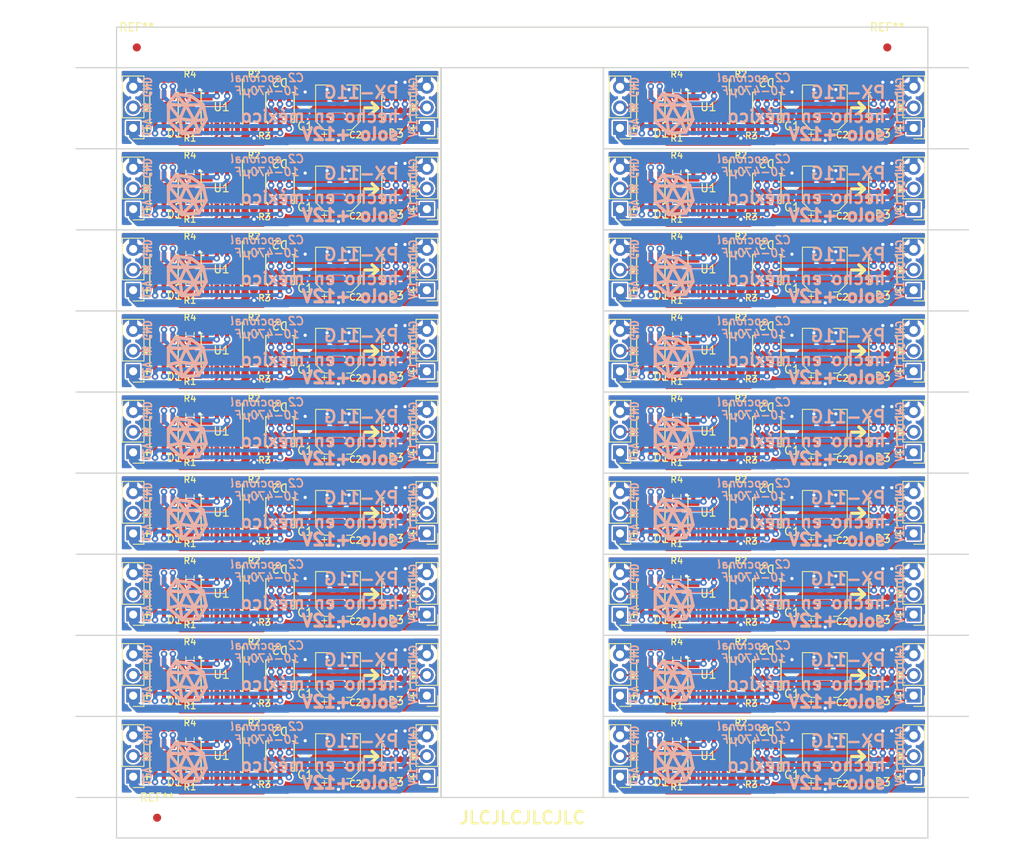
<source format=kicad_pcb>
(kicad_pcb (version 20171130) (host pcbnew "(5.0.2)-1")
  (layers (0 F.Cu signal) (31 B.Cu signal) (34 B.Paste user) (35 F.Paste user) (36 B.SilkS user) (37 F.SilkS user) (38 B.Mask user) (39 F.Mask user) (44 Edge.Cuts user))
  (net 0 "")
  (net 1 "Net-(D1-Pad2)")
  (net 2 "Net-(D1-Pad1)")
  (net 3 "Net-(D1-Pad3)")
  (net 4 "Net-(D1-Pad5)")
  (net 5 "Net-(D1-Pad4)")
  (net 6 "Net-(D1-Pad6)")
  (net 7 "Net-(D2-Pad6)")
  (net 8 "Net-(D2-Pad4)")
  (net 9 "Net-(D2-Pad5)")
  (net 10 +12V)
  (net 11 "Net-(J1-Pad2)")
  (net 12 GND)
  (net 13 "Net-(J2-Pad2)")
  (net 14 "Net-(R1-Pad1)")
  (net 15 "Net-(R2-Pad1)")
  (net 16 "Net-(R3-Pad2)")
  (net 17 "Net-(R4-Pad2)")
  (net 18 "Net-(U1-Pad7)")
  (module Resistor_SMD:R_0603_1608Metric (layer F.Cu) (at 159.05 132.8 270)
    (fp_text reference R4 (at -2 0) (layer F.SilkS) (effects (font (size 0.8 0.8))))
    (fp_text value R_RED)
    (pad 1 smd roundrect (at -0.7875 0 270) (size 0.875 0.95) (layers F.Cu F.Paste F.Mask) (net 2 "Net-(D1-Pad1)"))
    (pad 2 smd roundrect (at 0.7875 0 270) (size 0.875 0.95) (layers F.Cu F.Paste F.Mask) (net 17 "Net-(R4-Pad2)"))
  )
  (module Resistor_SMD:R_0603_1608Metric (layer F.Cu) (at 99.05 132.8 270)
    (fp_text reference R4 (at -2 0) (layer F.SilkS) (effects (font (size 0.8 0.8))))
    (fp_text value R_RED)
    (pad 1 smd roundrect (at -0.7875 0 270) (size 0.875 0.95) (layers F.Cu F.Paste F.Mask) (net 2 "Net-(D1-Pad1)"))
    (pad 2 smd roundrect (at 0.7875 0 270) (size 0.875 0.95) (layers F.Cu F.Paste F.Mask) (net 17 "Net-(R4-Pad2)"))
  )
  (module Resistor_SMD:R_0603_1608Metric (layer F.Cu) (at 159.05 122.8 270)
    (fp_text reference R4 (at -2 0) (layer F.SilkS) (effects (font (size 0.8 0.8))))
    (fp_text value R_RED)
    (pad 1 smd roundrect (at -0.7875 0 270) (size 0.875 0.95) (layers F.Cu F.Paste F.Mask) (net 2 "Net-(D1-Pad1)"))
    (pad 2 smd roundrect (at 0.7875 0 270) (size 0.875 0.95) (layers F.Cu F.Paste F.Mask) (net 17 "Net-(R4-Pad2)"))
  )
  (module Resistor_SMD:R_0603_1608Metric (layer F.Cu) (at 99.05 122.8 270)
    (fp_text reference R4 (at -2 0) (layer F.SilkS) (effects (font (size 0.8 0.8))))
    (fp_text value R_RED)
    (pad 1 smd roundrect (at -0.7875 0 270) (size 0.875 0.95) (layers F.Cu F.Paste F.Mask) (net 2 "Net-(D1-Pad1)"))
    (pad 2 smd roundrect (at 0.7875 0 270) (size 0.875 0.95) (layers F.Cu F.Paste F.Mask) (net 17 "Net-(R4-Pad2)"))
  )
  (module Resistor_SMD:R_0603_1608Metric (layer F.Cu) (at 159.05 112.8 270)
    (fp_text reference R4 (at -2 0) (layer F.SilkS) (effects (font (size 0.8 0.8))))
    (fp_text value R_RED)
    (pad 1 smd roundrect (at -0.7875 0 270) (size 0.875 0.95) (layers F.Cu F.Paste F.Mask) (net 2 "Net-(D1-Pad1)"))
    (pad 2 smd roundrect (at 0.7875 0 270) (size 0.875 0.95) (layers F.Cu F.Paste F.Mask) (net 17 "Net-(R4-Pad2)"))
  )
  (module Resistor_SMD:R_0603_1608Metric (layer F.Cu) (at 99.05 112.8 270)
    (fp_text reference R4 (at -2 0) (layer F.SilkS) (effects (font (size 0.8 0.8))))
    (fp_text value R_RED)
    (pad 1 smd roundrect (at -0.7875 0 270) (size 0.875 0.95) (layers F.Cu F.Paste F.Mask) (net 2 "Net-(D1-Pad1)"))
    (pad 2 smd roundrect (at 0.7875 0 270) (size 0.875 0.95) (layers F.Cu F.Paste F.Mask) (net 17 "Net-(R4-Pad2)"))
  )
  (module Resistor_SMD:R_0603_1608Metric (layer F.Cu) (at 159.05 102.8 270)
    (fp_text reference R4 (at -2 0) (layer F.SilkS) (effects (font (size 0.8 0.8))))
    (fp_text value R_RED)
    (pad 1 smd roundrect (at -0.7875 0 270) (size 0.875 0.95) (layers F.Cu F.Paste F.Mask) (net 2 "Net-(D1-Pad1)"))
    (pad 2 smd roundrect (at 0.7875 0 270) (size 0.875 0.95) (layers F.Cu F.Paste F.Mask) (net 17 "Net-(R4-Pad2)"))
  )
  (module Resistor_SMD:R_0603_1608Metric (layer F.Cu) (at 99.05 102.8 270)
    (fp_text reference R4 (at -2 0) (layer F.SilkS) (effects (font (size 0.8 0.8))))
    (fp_text value R_RED)
    (pad 1 smd roundrect (at -0.7875 0 270) (size 0.875 0.95) (layers F.Cu F.Paste F.Mask) (net 2 "Net-(D1-Pad1)"))
    (pad 2 smd roundrect (at 0.7875 0 270) (size 0.875 0.95) (layers F.Cu F.Paste F.Mask) (net 17 "Net-(R4-Pad2)"))
  )
  (module Resistor_SMD:R_0603_1608Metric (layer F.Cu) (at 159.05 92.8 270)
    (fp_text reference R4 (at -2 0) (layer F.SilkS) (effects (font (size 0.8 0.8))))
    (fp_text value R_RED)
    (pad 1 smd roundrect (at -0.7875 0 270) (size 0.875 0.95) (layers F.Cu F.Paste F.Mask) (net 2 "Net-(D1-Pad1)"))
    (pad 2 smd roundrect (at 0.7875 0 270) (size 0.875 0.95) (layers F.Cu F.Paste F.Mask) (net 17 "Net-(R4-Pad2)"))
  )
  (module Resistor_SMD:R_0603_1608Metric (layer F.Cu) (at 99.05 92.8 270)
    (fp_text reference R4 (at -2 0) (layer F.SilkS) (effects (font (size 0.8 0.8))))
    (fp_text value R_RED)
    (pad 1 smd roundrect (at -0.7875 0 270) (size 0.875 0.95) (layers F.Cu F.Paste F.Mask) (net 2 "Net-(D1-Pad1)"))
    (pad 2 smd roundrect (at 0.7875 0 270) (size 0.875 0.95) (layers F.Cu F.Paste F.Mask) (net 17 "Net-(R4-Pad2)"))
  )
  (module Resistor_SMD:R_0603_1608Metric (layer F.Cu) (at 159.05 82.8 270)
    (fp_text reference R4 (at -2 0) (layer F.SilkS) (effects (font (size 0.8 0.8))))
    (fp_text value R_RED)
    (pad 1 smd roundrect (at -0.7875 0 270) (size 0.875 0.95) (layers F.Cu F.Paste F.Mask) (net 2 "Net-(D1-Pad1)"))
    (pad 2 smd roundrect (at 0.7875 0 270) (size 0.875 0.95) (layers F.Cu F.Paste F.Mask) (net 17 "Net-(R4-Pad2)"))
  )
  (module Resistor_SMD:R_0603_1608Metric (layer F.Cu) (at 99.05 82.8 270)
    (fp_text reference R4 (at -2 0) (layer F.SilkS) (effects (font (size 0.8 0.8))))
    (fp_text value R_RED)
    (pad 1 smd roundrect (at -0.7875 0 270) (size 0.875 0.95) (layers F.Cu F.Paste F.Mask) (net 2 "Net-(D1-Pad1)"))
    (pad 2 smd roundrect (at 0.7875 0 270) (size 0.875 0.95) (layers F.Cu F.Paste F.Mask) (net 17 "Net-(R4-Pad2)"))
  )
  (module Resistor_SMD:R_0603_1608Metric (layer F.Cu) (at 159.05 72.8 270)
    (fp_text reference R4 (at -2 0) (layer F.SilkS) (effects (font (size 0.8 0.8))))
    (fp_text value R_RED)
    (pad 1 smd roundrect (at -0.7875 0 270) (size 0.875 0.95) (layers F.Cu F.Paste F.Mask) (net 2 "Net-(D1-Pad1)"))
    (pad 2 smd roundrect (at 0.7875 0 270) (size 0.875 0.95) (layers F.Cu F.Paste F.Mask) (net 17 "Net-(R4-Pad2)"))
  )
  (module Resistor_SMD:R_0603_1608Metric (layer F.Cu) (at 99.05 72.8 270)
    (fp_text reference R4 (at -2 0) (layer F.SilkS) (effects (font (size 0.8 0.8))))
    (fp_text value R_RED)
    (pad 1 smd roundrect (at -0.7875 0 270) (size 0.875 0.95) (layers F.Cu F.Paste F.Mask) (net 2 "Net-(D1-Pad1)"))
    (pad 2 smd roundrect (at 0.7875 0 270) (size 0.875 0.95) (layers F.Cu F.Paste F.Mask) (net 17 "Net-(R4-Pad2)"))
  )
  (module Resistor_SMD:R_0603_1608Metric (layer F.Cu) (at 159.05 62.8 270)
    (fp_text reference R4 (at -2 0) (layer F.SilkS) (effects (font (size 0.8 0.8))))
    (fp_text value R_RED)
    (pad 1 smd roundrect (at -0.7875 0 270) (size 0.875 0.95) (layers F.Cu F.Paste F.Mask) (net 2 "Net-(D1-Pad1)"))
    (pad 2 smd roundrect (at 0.7875 0 270) (size 0.875 0.95) (layers F.Cu F.Paste F.Mask) (net 17 "Net-(R4-Pad2)"))
  )
  (module Resistor_SMD:R_0603_1608Metric (layer F.Cu) (at 99.05 62.8 270)
    (fp_text reference R4 (at -2 0) (layer F.SilkS) (effects (font (size 0.8 0.8))))
    (fp_text value R_RED)
    (pad 1 smd roundrect (at -0.7875 0 270) (size 0.875 0.95) (layers F.Cu F.Paste F.Mask) (net 2 "Net-(D1-Pad1)"))
    (pad 2 smd roundrect (at 0.7875 0 270) (size 0.875 0.95) (layers F.Cu F.Paste F.Mask) (net 17 "Net-(R4-Pad2)"))
  )
  (module Resistor_SMD:R_0603_1608Metric (layer F.Cu) (at 159.05 52.8 270)
    (fp_text reference R4 (at -2 0) (layer F.SilkS) (effects (font (size 0.8 0.8))))
    (fp_text value R_RED)
    (pad 1 smd roundrect (at -0.7875 0 270) (size 0.875 0.95) (layers F.Cu F.Paste F.Mask) (net 2 "Net-(D1-Pad1)"))
    (pad 2 smd roundrect (at 0.7875 0 270) (size 0.875 0.95) (layers F.Cu F.Paste F.Mask) (net 17 "Net-(R4-Pad2)"))
  )
  (module Resistor_SMD:R_0603_1608Metric (layer F.Cu) (at 159.05 136.6 90)
    (fp_text reference R1 (at -2.1 0 180) (layer F.SilkS) (effects (font (size 0.8 0.8))))
    (fp_text value 33R)
    (pad 1 smd roundrect (at -0.7875 0 90) (size 0.875 0.95) (layers F.Cu F.Paste F.Mask) (net 14 "Net-(R1-Pad1)"))
    (pad 2 smd roundrect (at 0.7875 0 90) (size 0.875 0.95) (layers F.Cu F.Paste F.Mask) (net 11 "Net-(J1-Pad2)"))
  )
  (module Resistor_SMD:R_0603_1608Metric (layer F.Cu) (at 99.05 136.6 90)
    (fp_text reference R1 (at -2.1 0 180) (layer F.SilkS) (effects (font (size 0.8 0.8))))
    (fp_text value 33R)
    (pad 1 smd roundrect (at -0.7875 0 90) (size 0.875 0.95) (layers F.Cu F.Paste F.Mask) (net 14 "Net-(R1-Pad1)"))
    (pad 2 smd roundrect (at 0.7875 0 90) (size 0.875 0.95) (layers F.Cu F.Paste F.Mask) (net 11 "Net-(J1-Pad2)"))
  )
  (module Resistor_SMD:R_0603_1608Metric (layer F.Cu) (at 159.05 126.6 90)
    (fp_text reference R1 (at -2.1 0 180) (layer F.SilkS) (effects (font (size 0.8 0.8))))
    (fp_text value 33R)
    (pad 1 smd roundrect (at -0.7875 0 90) (size 0.875 0.95) (layers F.Cu F.Paste F.Mask) (net 14 "Net-(R1-Pad1)"))
    (pad 2 smd roundrect (at 0.7875 0 90) (size 0.875 0.95) (layers F.Cu F.Paste F.Mask) (net 11 "Net-(J1-Pad2)"))
  )
  (module Resistor_SMD:R_0603_1608Metric (layer F.Cu) (at 99.05 126.6 90)
    (fp_text reference R1 (at -2.1 0 180) (layer F.SilkS) (effects (font (size 0.8 0.8))))
    (fp_text value 33R)
    (pad 1 smd roundrect (at -0.7875 0 90) (size 0.875 0.95) (layers F.Cu F.Paste F.Mask) (net 14 "Net-(R1-Pad1)"))
    (pad 2 smd roundrect (at 0.7875 0 90) (size 0.875 0.95) (layers F.Cu F.Paste F.Mask) (net 11 "Net-(J1-Pad2)"))
  )
  (module Resistor_SMD:R_0603_1608Metric (layer F.Cu) (at 159.05 116.6 90)
    (fp_text reference R1 (at -2.1 0 180) (layer F.SilkS) (effects (font (size 0.8 0.8))))
    (fp_text value 33R)
    (pad 1 smd roundrect (at -0.7875 0 90) (size 0.875 0.95) (layers F.Cu F.Paste F.Mask) (net 14 "Net-(R1-Pad1)"))
    (pad 2 smd roundrect (at 0.7875 0 90) (size 0.875 0.95) (layers F.Cu F.Paste F.Mask) (net 11 "Net-(J1-Pad2)"))
  )
  (module Resistor_SMD:R_0603_1608Metric (layer F.Cu) (at 99.05 116.6 90)
    (fp_text reference R1 (at -2.1 0 180) (layer F.SilkS) (effects (font (size 0.8 0.8))))
    (fp_text value 33R)
    (pad 1 smd roundrect (at -0.7875 0 90) (size 0.875 0.95) (layers F.Cu F.Paste F.Mask) (net 14 "Net-(R1-Pad1)"))
    (pad 2 smd roundrect (at 0.7875 0 90) (size 0.875 0.95) (layers F.Cu F.Paste F.Mask) (net 11 "Net-(J1-Pad2)"))
  )
  (module Resistor_SMD:R_0603_1608Metric (layer F.Cu) (at 159.05 106.6 90)
    (fp_text reference R1 (at -2.1 0 180) (layer F.SilkS) (effects (font (size 0.8 0.8))))
    (fp_text value 33R)
    (pad 1 smd roundrect (at -0.7875 0 90) (size 0.875 0.95) (layers F.Cu F.Paste F.Mask) (net 14 "Net-(R1-Pad1)"))
    (pad 2 smd roundrect (at 0.7875 0 90) (size 0.875 0.95) (layers F.Cu F.Paste F.Mask) (net 11 "Net-(J1-Pad2)"))
  )
  (module Resistor_SMD:R_0603_1608Metric (layer F.Cu) (at 99.05 106.6 90)
    (fp_text reference R1 (at -2.1 0 180) (layer F.SilkS) (effects (font (size 0.8 0.8))))
    (fp_text value 33R)
    (pad 1 smd roundrect (at -0.7875 0 90) (size 0.875 0.95) (layers F.Cu F.Paste F.Mask) (net 14 "Net-(R1-Pad1)"))
    (pad 2 smd roundrect (at 0.7875 0 90) (size 0.875 0.95) (layers F.Cu F.Paste F.Mask) (net 11 "Net-(J1-Pad2)"))
  )
  (module Resistor_SMD:R_0603_1608Metric (layer F.Cu) (at 159.05 96.6 90)
    (fp_text reference R1 (at -2.1 0 180) (layer F.SilkS) (effects (font (size 0.8 0.8))))
    (fp_text value 33R)
    (pad 1 smd roundrect (at -0.7875 0 90) (size 0.875 0.95) (layers F.Cu F.Paste F.Mask) (net 14 "Net-(R1-Pad1)"))
    (pad 2 smd roundrect (at 0.7875 0 90) (size 0.875 0.95) (layers F.Cu F.Paste F.Mask) (net 11 "Net-(J1-Pad2)"))
  )
  (module Resistor_SMD:R_0603_1608Metric (layer F.Cu) (at 99.05 96.6 90)
    (fp_text reference R1 (at -2.1 0 180) (layer F.SilkS) (effects (font (size 0.8 0.8))))
    (fp_text value 33R)
    (pad 1 smd roundrect (at -0.7875 0 90) (size 0.875 0.95) (layers F.Cu F.Paste F.Mask) (net 14 "Net-(R1-Pad1)"))
    (pad 2 smd roundrect (at 0.7875 0 90) (size 0.875 0.95) (layers F.Cu F.Paste F.Mask) (net 11 "Net-(J1-Pad2)"))
  )
  (module Resistor_SMD:R_0603_1608Metric (layer F.Cu) (at 159.05 86.6 90)
    (fp_text reference R1 (at -2.1 0 180) (layer F.SilkS) (effects (font (size 0.8 0.8))))
    (fp_text value 33R)
    (pad 1 smd roundrect (at -0.7875 0 90) (size 0.875 0.95) (layers F.Cu F.Paste F.Mask) (net 14 "Net-(R1-Pad1)"))
    (pad 2 smd roundrect (at 0.7875 0 90) (size 0.875 0.95) (layers F.Cu F.Paste F.Mask) (net 11 "Net-(J1-Pad2)"))
  )
  (module Resistor_SMD:R_0603_1608Metric (layer F.Cu) (at 99.05 86.6 90)
    (fp_text reference R1 (at -2.1 0 180) (layer F.SilkS) (effects (font (size 0.8 0.8))))
    (fp_text value 33R)
    (pad 1 smd roundrect (at -0.7875 0 90) (size 0.875 0.95) (layers F.Cu F.Paste F.Mask) (net 14 "Net-(R1-Pad1)"))
    (pad 2 smd roundrect (at 0.7875 0 90) (size 0.875 0.95) (layers F.Cu F.Paste F.Mask) (net 11 "Net-(J1-Pad2)"))
  )
  (module Resistor_SMD:R_0603_1608Metric (layer F.Cu) (at 159.05 76.6 90)
    (fp_text reference R1 (at -2.1 0 180) (layer F.SilkS) (effects (font (size 0.8 0.8))))
    (fp_text value 33R)
    (pad 1 smd roundrect (at -0.7875 0 90) (size 0.875 0.95) (layers F.Cu F.Paste F.Mask) (net 14 "Net-(R1-Pad1)"))
    (pad 2 smd roundrect (at 0.7875 0 90) (size 0.875 0.95) (layers F.Cu F.Paste F.Mask) (net 11 "Net-(J1-Pad2)"))
  )
  (module Resistor_SMD:R_0603_1608Metric (layer F.Cu) (at 99.05 76.6 90)
    (fp_text reference R1 (at -2.1 0 180) (layer F.SilkS) (effects (font (size 0.8 0.8))))
    (fp_text value 33R)
    (pad 1 smd roundrect (at -0.7875 0 90) (size 0.875 0.95) (layers F.Cu F.Paste F.Mask) (net 14 "Net-(R1-Pad1)"))
    (pad 2 smd roundrect (at 0.7875 0 90) (size 0.875 0.95) (layers F.Cu F.Paste F.Mask) (net 11 "Net-(J1-Pad2)"))
  )
  (module Resistor_SMD:R_0603_1608Metric (layer F.Cu) (at 159.05 66.6 90)
    (fp_text reference R1 (at -2.1 0 180) (layer F.SilkS) (effects (font (size 0.8 0.8))))
    (fp_text value 33R)
    (pad 1 smd roundrect (at -0.7875 0 90) (size 0.875 0.95) (layers F.Cu F.Paste F.Mask) (net 14 "Net-(R1-Pad1)"))
    (pad 2 smd roundrect (at 0.7875 0 90) (size 0.875 0.95) (layers F.Cu F.Paste F.Mask) (net 11 "Net-(J1-Pad2)"))
  )
  (module Resistor_SMD:R_0603_1608Metric (layer F.Cu) (at 99.05 66.6 90)
    (fp_text reference R1 (at -2.1 0 180) (layer F.SilkS) (effects (font (size 0.8 0.8))))
    (fp_text value 33R)
    (pad 1 smd roundrect (at -0.7875 0 90) (size 0.875 0.95) (layers F.Cu F.Paste F.Mask) (net 14 "Net-(R1-Pad1)"))
    (pad 2 smd roundrect (at 0.7875 0 90) (size 0.875 0.95) (layers F.Cu F.Paste F.Mask) (net 11 "Net-(J1-Pad2)"))
  )
  (module Resistor_SMD:R_0603_1608Metric (layer F.Cu) (at 159.05 56.6 90)
    (fp_text reference R1 (at -2.1 0 180) (layer F.SilkS) (effects (font (size 0.8 0.8))))
    (fp_text value 33R)
    (pad 1 smd roundrect (at -0.7875 0 90) (size 0.875 0.95) (layers F.Cu F.Paste F.Mask) (net 14 "Net-(R1-Pad1)"))
    (pad 2 smd roundrect (at 0.7875 0 90) (size 0.875 0.95) (layers F.Cu F.Paste F.Mask) (net 11 "Net-(J1-Pad2)"))
  )
  (module Resistor_SMD:R_0603_1608Metric (layer F.Cu) (at 166.95 136.6 90)
    (fp_text reference R3 (at -1.8 1.3) (layer F.SilkS) (effects (font (size 0.8 0.8))))
    (fp_text value 2k7)
    (pad 1 smd roundrect (at -0.7875 0 90) (size 0.875 0.95) (layers F.Cu F.Paste F.Mask) (net 10 +12V))
    (pad 2 smd roundrect (at 0.7875 0 90) (size 0.875 0.95) (layers F.Cu F.Paste F.Mask) (net 16 "Net-(R3-Pad2)"))
  )
  (module Resistor_SMD:R_0603_1608Metric (layer F.Cu) (at 106.95 136.6 90)
    (fp_text reference R3 (at -1.8 1.3) (layer F.SilkS) (effects (font (size 0.8 0.8))))
    (fp_text value 2k7)
    (pad 1 smd roundrect (at -0.7875 0 90) (size 0.875 0.95) (layers F.Cu F.Paste F.Mask) (net 10 +12V))
    (pad 2 smd roundrect (at 0.7875 0 90) (size 0.875 0.95) (layers F.Cu F.Paste F.Mask) (net 16 "Net-(R3-Pad2)"))
  )
  (module Resistor_SMD:R_0603_1608Metric (layer F.Cu) (at 166.95 126.6 90)
    (fp_text reference R3 (at -1.8 1.3) (layer F.SilkS) (effects (font (size 0.8 0.8))))
    (fp_text value 2k7)
    (pad 1 smd roundrect (at -0.7875 0 90) (size 0.875 0.95) (layers F.Cu F.Paste F.Mask) (net 10 +12V))
    (pad 2 smd roundrect (at 0.7875 0 90) (size 0.875 0.95) (layers F.Cu F.Paste F.Mask) (net 16 "Net-(R3-Pad2)"))
  )
  (module Resistor_SMD:R_0603_1608Metric (layer F.Cu) (at 106.95 126.6 90)
    (fp_text reference R3 (at -1.8 1.3) (layer F.SilkS) (effects (font (size 0.8 0.8))))
    (fp_text value 2k7)
    (pad 1 smd roundrect (at -0.7875 0 90) (size 0.875 0.95) (layers F.Cu F.Paste F.Mask) (net 10 +12V))
    (pad 2 smd roundrect (at 0.7875 0 90) (size 0.875 0.95) (layers F.Cu F.Paste F.Mask) (net 16 "Net-(R3-Pad2)"))
  )
  (module Resistor_SMD:R_0603_1608Metric (layer F.Cu) (at 166.95 116.6 90)
    (fp_text reference R3 (at -1.8 1.3) (layer F.SilkS) (effects (font (size 0.8 0.8))))
    (fp_text value 2k7)
    (pad 1 smd roundrect (at -0.7875 0 90) (size 0.875 0.95) (layers F.Cu F.Paste F.Mask) (net 10 +12V))
    (pad 2 smd roundrect (at 0.7875 0 90) (size 0.875 0.95) (layers F.Cu F.Paste F.Mask) (net 16 "Net-(R3-Pad2)"))
  )
  (module Resistor_SMD:R_0603_1608Metric (layer F.Cu) (at 106.95 116.6 90)
    (fp_text reference R3 (at -1.8 1.3) (layer F.SilkS) (effects (font (size 0.8 0.8))))
    (fp_text value 2k7)
    (pad 1 smd roundrect (at -0.7875 0 90) (size 0.875 0.95) (layers F.Cu F.Paste F.Mask) (net 10 +12V))
    (pad 2 smd roundrect (at 0.7875 0 90) (size 0.875 0.95) (layers F.Cu F.Paste F.Mask) (net 16 "Net-(R3-Pad2)"))
  )
  (module Resistor_SMD:R_0603_1608Metric (layer F.Cu) (at 166.95 106.6 90)
    (fp_text reference R3 (at -1.8 1.3) (layer F.SilkS) (effects (font (size 0.8 0.8))))
    (fp_text value 2k7)
    (pad 1 smd roundrect (at -0.7875 0 90) (size 0.875 0.95) (layers F.Cu F.Paste F.Mask) (net 10 +12V))
    (pad 2 smd roundrect (at 0.7875 0 90) (size 0.875 0.95) (layers F.Cu F.Paste F.Mask) (net 16 "Net-(R3-Pad2)"))
  )
  (module Resistor_SMD:R_0603_1608Metric (layer F.Cu) (at 106.95 106.6 90)
    (fp_text reference R3 (at -1.8 1.3) (layer F.SilkS) (effects (font (size 0.8 0.8))))
    (fp_text value 2k7)
    (pad 1 smd roundrect (at -0.7875 0 90) (size 0.875 0.95) (layers F.Cu F.Paste F.Mask) (net 10 +12V))
    (pad 2 smd roundrect (at 0.7875 0 90) (size 0.875 0.95) (layers F.Cu F.Paste F.Mask) (net 16 "Net-(R3-Pad2)"))
  )
  (module Resistor_SMD:R_0603_1608Metric (layer F.Cu) (at 166.95 96.6 90)
    (fp_text reference R3 (at -1.8 1.3) (layer F.SilkS) (effects (font (size 0.8 0.8))))
    (fp_text value 2k7)
    (pad 1 smd roundrect (at -0.7875 0 90) (size 0.875 0.95) (layers F.Cu F.Paste F.Mask) (net 10 +12V))
    (pad 2 smd roundrect (at 0.7875 0 90) (size 0.875 0.95) (layers F.Cu F.Paste F.Mask) (net 16 "Net-(R3-Pad2)"))
  )
  (module Resistor_SMD:R_0603_1608Metric (layer F.Cu) (at 106.95 96.6 90)
    (fp_text reference R3 (at -1.8 1.3) (layer F.SilkS) (effects (font (size 0.8 0.8))))
    (fp_text value 2k7)
    (pad 1 smd roundrect (at -0.7875 0 90) (size 0.875 0.95) (layers F.Cu F.Paste F.Mask) (net 10 +12V))
    (pad 2 smd roundrect (at 0.7875 0 90) (size 0.875 0.95) (layers F.Cu F.Paste F.Mask) (net 16 "Net-(R3-Pad2)"))
  )
  (module Resistor_SMD:R_0603_1608Metric (layer F.Cu) (at 166.95 86.6 90)
    (fp_text reference R3 (at -1.8 1.3) (layer F.SilkS) (effects (font (size 0.8 0.8))))
    (fp_text value 2k7)
    (pad 1 smd roundrect (at -0.7875 0 90) (size 0.875 0.95) (layers F.Cu F.Paste F.Mask) (net 10 +12V))
    (pad 2 smd roundrect (at 0.7875 0 90) (size 0.875 0.95) (layers F.Cu F.Paste F.Mask) (net 16 "Net-(R3-Pad2)"))
  )
  (module Resistor_SMD:R_0603_1608Metric (layer F.Cu) (at 106.95 86.6 90)
    (fp_text reference R3 (at -1.8 1.3) (layer F.SilkS) (effects (font (size 0.8 0.8))))
    (fp_text value 2k7)
    (pad 1 smd roundrect (at -0.7875 0 90) (size 0.875 0.95) (layers F.Cu F.Paste F.Mask) (net 10 +12V))
    (pad 2 smd roundrect (at 0.7875 0 90) (size 0.875 0.95) (layers F.Cu F.Paste F.Mask) (net 16 "Net-(R3-Pad2)"))
  )
  (module Resistor_SMD:R_0603_1608Metric (layer F.Cu) (at 166.95 76.6 90)
    (fp_text reference R3 (at -1.8 1.3) (layer F.SilkS) (effects (font (size 0.8 0.8))))
    (fp_text value 2k7)
    (pad 1 smd roundrect (at -0.7875 0 90) (size 0.875 0.95) (layers F.Cu F.Paste F.Mask) (net 10 +12V))
    (pad 2 smd roundrect (at 0.7875 0 90) (size 0.875 0.95) (layers F.Cu F.Paste F.Mask) (net 16 "Net-(R3-Pad2)"))
  )
  (module Resistor_SMD:R_0603_1608Metric (layer F.Cu) (at 106.95 76.6 90)
    (fp_text reference R3 (at -1.8 1.3) (layer F.SilkS) (effects (font (size 0.8 0.8))))
    (fp_text value 2k7)
    (pad 1 smd roundrect (at -0.7875 0 90) (size 0.875 0.95) (layers F.Cu F.Paste F.Mask) (net 10 +12V))
    (pad 2 smd roundrect (at 0.7875 0 90) (size 0.875 0.95) (layers F.Cu F.Paste F.Mask) (net 16 "Net-(R3-Pad2)"))
  )
  (module Resistor_SMD:R_0603_1608Metric (layer F.Cu) (at 166.95 66.6 90)
    (fp_text reference R3 (at -1.8 1.3) (layer F.SilkS) (effects (font (size 0.8 0.8))))
    (fp_text value 2k7)
    (pad 1 smd roundrect (at -0.7875 0 90) (size 0.875 0.95) (layers F.Cu F.Paste F.Mask) (net 10 +12V))
    (pad 2 smd roundrect (at 0.7875 0 90) (size 0.875 0.95) (layers F.Cu F.Paste F.Mask) (net 16 "Net-(R3-Pad2)"))
  )
  (module Resistor_SMD:R_0603_1608Metric (layer F.Cu) (at 106.95 66.6 90)
    (fp_text reference R3 (at -1.8 1.3) (layer F.SilkS) (effects (font (size 0.8 0.8))))
    (fp_text value 2k7)
    (pad 1 smd roundrect (at -0.7875 0 90) (size 0.875 0.95) (layers F.Cu F.Paste F.Mask) (net 10 +12V))
    (pad 2 smd roundrect (at 0.7875 0 90) (size 0.875 0.95) (layers F.Cu F.Paste F.Mask) (net 16 "Net-(R3-Pad2)"))
  )
  (module Resistor_SMD:R_0603_1608Metric (layer F.Cu) (at 166.95 56.6 90)
    (fp_text reference R3 (at -1.8 1.3) (layer F.SilkS) (effects (font (size 0.8 0.8))))
    (fp_text value 2k7)
    (pad 1 smd roundrect (at -0.7875 0 90) (size 0.875 0.95) (layers F.Cu F.Paste F.Mask) (net 10 +12V))
    (pad 2 smd roundrect (at 0.7875 0 90) (size 0.875 0.95) (layers F.Cu F.Paste F.Mask) (net 16 "Net-(R3-Pad2)"))
  )
  (module Connector_PinHeader_2.54mm:PinHeader_1x03_P2.54mm_Vertical (layer F.Cu) (at 188.25 137.44 180)
    (fp_text reference J2 hide)
    (fp_text value OUT)
    (pad 1 thru_hole rect (at 0 0 180) (size 1.7 1.7) (drill 1) (layers *.Cu *.Mask) (net 10 +12V))
    (pad 2 thru_hole oval (at 0 2.54 180) (size 1.7 1.7) (drill 1) (layers *.Cu *.Mask) (net 13 "Net-(J2-Pad2)"))
    (pad 3 thru_hole oval (at 0 5.08 180) (size 1.7 1.7) (drill 1) (layers *.Cu *.Mask) (net 12 GND))
  )
  (module Connector_PinHeader_2.54mm:PinHeader_1x03_P2.54mm_Vertical (layer F.Cu) (at 128.25 137.44 180)
    (fp_text reference J2 hide)
    (fp_text value OUT)
    (pad 1 thru_hole rect (at 0 0 180) (size 1.7 1.7) (drill 1) (layers *.Cu *.Mask) (net 10 +12V))
    (pad 2 thru_hole oval (at 0 2.54 180) (size 1.7 1.7) (drill 1) (layers *.Cu *.Mask) (net 13 "Net-(J2-Pad2)"))
    (pad 3 thru_hole oval (at 0 5.08 180) (size 1.7 1.7) (drill 1) (layers *.Cu *.Mask) (net 12 GND))
  )
  (module Connector_PinHeader_2.54mm:PinHeader_1x03_P2.54mm_Vertical (layer F.Cu) (at 188.25 127.44 180)
    (fp_text reference J2 hide)
    (fp_text value OUT)
    (pad 1 thru_hole rect (at 0 0 180) (size 1.7 1.7) (drill 1) (layers *.Cu *.Mask) (net 10 +12V))
    (pad 2 thru_hole oval (at 0 2.54 180) (size 1.7 1.7) (drill 1) (layers *.Cu *.Mask) (net 13 "Net-(J2-Pad2)"))
    (pad 3 thru_hole oval (at 0 5.08 180) (size 1.7 1.7) (drill 1) (layers *.Cu *.Mask) (net 12 GND))
  )
  (module Connector_PinHeader_2.54mm:PinHeader_1x03_P2.54mm_Vertical (layer F.Cu) (at 128.25 127.44 180)
    (fp_text reference J2 hide)
    (fp_text value OUT)
    (pad 1 thru_hole rect (at 0 0 180) (size 1.7 1.7) (drill 1) (layers *.Cu *.Mask) (net 10 +12V))
    (pad 2 thru_hole oval (at 0 2.54 180) (size 1.7 1.7) (drill 1) (layers *.Cu *.Mask) (net 13 "Net-(J2-Pad2)"))
    (pad 3 thru_hole oval (at 0 5.08 180) (size 1.7 1.7) (drill 1) (layers *.Cu *.Mask) (net 12 GND))
  )
  (module Connector_PinHeader_2.54mm:PinHeader_1x03_P2.54mm_Vertical (layer F.Cu) (at 188.25 117.44 180)
    (fp_text reference J2 hide)
    (fp_text value OUT)
    (pad 1 thru_hole rect (at 0 0 180) (size 1.7 1.7) (drill 1) (layers *.Cu *.Mask) (net 10 +12V))
    (pad 2 thru_hole oval (at 0 2.54 180) (size 1.7 1.7) (drill 1) (layers *.Cu *.Mask) (net 13 "Net-(J2-Pad2)"))
    (pad 3 thru_hole oval (at 0 5.08 180) (size 1.7 1.7) (drill 1) (layers *.Cu *.Mask) (net 12 GND))
  )
  (module Connector_PinHeader_2.54mm:PinHeader_1x03_P2.54mm_Vertical (layer F.Cu) (at 128.25 117.44 180)
    (fp_text reference J2 hide)
    (fp_text value OUT)
    (pad 1 thru_hole rect (at 0 0 180) (size 1.7 1.7) (drill 1) (layers *.Cu *.Mask) (net 10 +12V))
    (pad 2 thru_hole oval (at 0 2.54 180) (size 1.7 1.7) (drill 1) (layers *.Cu *.Mask) (net 13 "Net-(J2-Pad2)"))
    (pad 3 thru_hole oval (at 0 5.08 180) (size 1.7 1.7) (drill 1) (layers *.Cu *.Mask) (net 12 GND))
  )
  (module Connector_PinHeader_2.54mm:PinHeader_1x03_P2.54mm_Vertical (layer F.Cu) (at 188.25 107.44 180)
    (fp_text reference J2 hide)
    (fp_text value OUT)
    (pad 1 thru_hole rect (at 0 0 180) (size 1.7 1.7) (drill 1) (layers *.Cu *.Mask) (net 10 +12V))
    (pad 2 thru_hole oval (at 0 2.54 180) (size 1.7 1.7) (drill 1) (layers *.Cu *.Mask) (net 13 "Net-(J2-Pad2)"))
    (pad 3 thru_hole oval (at 0 5.08 180) (size 1.7 1.7) (drill 1) (layers *.Cu *.Mask) (net 12 GND))
  )
  (module Connector_PinHeader_2.54mm:PinHeader_1x03_P2.54mm_Vertical (layer F.Cu) (at 128.25 107.44 180)
    (fp_text reference J2 hide)
    (fp_text value OUT)
    (pad 1 thru_hole rect (at 0 0 180) (size 1.7 1.7) (drill 1) (layers *.Cu *.Mask) (net 10 +12V))
    (pad 2 thru_hole oval (at 0 2.54 180) (size 1.7 1.7) (drill 1) (layers *.Cu *.Mask) (net 13 "Net-(J2-Pad2)"))
    (pad 3 thru_hole oval (at 0 5.08 180) (size 1.7 1.7) (drill 1) (layers *.Cu *.Mask) (net 12 GND))
  )
  (module Connector_PinHeader_2.54mm:PinHeader_1x03_P2.54mm_Vertical (layer F.Cu) (at 188.25 97.44 180)
    (fp_text reference J2 hide)
    (fp_text value OUT)
    (pad 1 thru_hole rect (at 0 0 180) (size 1.7 1.7) (drill 1) (layers *.Cu *.Mask) (net 10 +12V))
    (pad 2 thru_hole oval (at 0 2.54 180) (size 1.7 1.7) (drill 1) (layers *.Cu *.Mask) (net 13 "Net-(J2-Pad2)"))
    (pad 3 thru_hole oval (at 0 5.08 180) (size 1.7 1.7) (drill 1) (layers *.Cu *.Mask) (net 12 GND))
  )
  (module Connector_PinHeader_2.54mm:PinHeader_1x03_P2.54mm_Vertical (layer F.Cu) (at 128.25 97.44 180)
    (fp_text reference J2 hide)
    (fp_text value OUT)
    (pad 1 thru_hole rect (at 0 0 180) (size 1.7 1.7) (drill 1) (layers *.Cu *.Mask) (net 10 +12V))
    (pad 2 thru_hole oval (at 0 2.54 180) (size 1.7 1.7) (drill 1) (layers *.Cu *.Mask) (net 13 "Net-(J2-Pad2)"))
    (pad 3 thru_hole oval (at 0 5.08 180) (size 1.7 1.7) (drill 1) (layers *.Cu *.Mask) (net 12 GND))
  )
  (module Connector_PinHeader_2.54mm:PinHeader_1x03_P2.54mm_Vertical (layer F.Cu) (at 188.25 87.44 180)
    (fp_text reference J2 hide)
    (fp_text value OUT)
    (pad 1 thru_hole rect (at 0 0 180) (size 1.7 1.7) (drill 1) (layers *.Cu *.Mask) (net 10 +12V))
    (pad 2 thru_hole oval (at 0 2.54 180) (size 1.7 1.7) (drill 1) (layers *.Cu *.Mask) (net 13 "Net-(J2-Pad2)"))
    (pad 3 thru_hole oval (at 0 5.08 180) (size 1.7 1.7) (drill 1) (layers *.Cu *.Mask) (net 12 GND))
  )
  (module Connector_PinHeader_2.54mm:PinHeader_1x03_P2.54mm_Vertical (layer F.Cu) (at 128.25 87.44 180)
    (fp_text reference J2 hide)
    (fp_text value OUT)
    (pad 1 thru_hole rect (at 0 0 180) (size 1.7 1.7) (drill 1) (layers *.Cu *.Mask) (net 10 +12V))
    (pad 2 thru_hole oval (at 0 2.54 180) (size 1.7 1.7) (drill 1) (layers *.Cu *.Mask) (net 13 "Net-(J2-Pad2)"))
    (pad 3 thru_hole oval (at 0 5.08 180) (size 1.7 1.7) (drill 1) (layers *.Cu *.Mask) (net 12 GND))
  )
  (module Connector_PinHeader_2.54mm:PinHeader_1x03_P2.54mm_Vertical (layer F.Cu) (at 188.25 77.44 180)
    (fp_text reference J2 hide)
    (fp_text value OUT)
    (pad 1 thru_hole rect (at 0 0 180) (size 1.7 1.7) (drill 1) (layers *.Cu *.Mask) (net 10 +12V))
    (pad 2 thru_hole oval (at 0 2.54 180) (size 1.7 1.7) (drill 1) (layers *.Cu *.Mask) (net 13 "Net-(J2-Pad2)"))
    (pad 3 thru_hole oval (at 0 5.08 180) (size 1.7 1.7) (drill 1) (layers *.Cu *.Mask) (net 12 GND))
  )
  (module Connector_PinHeader_2.54mm:PinHeader_1x03_P2.54mm_Vertical (layer F.Cu) (at 128.25 77.44 180)
    (fp_text reference J2 hide)
    (fp_text value OUT)
    (pad 1 thru_hole rect (at 0 0 180) (size 1.7 1.7) (drill 1) (layers *.Cu *.Mask) (net 10 +12V))
    (pad 2 thru_hole oval (at 0 2.54 180) (size 1.7 1.7) (drill 1) (layers *.Cu *.Mask) (net 13 "Net-(J2-Pad2)"))
    (pad 3 thru_hole oval (at 0 5.08 180) (size 1.7 1.7) (drill 1) (layers *.Cu *.Mask) (net 12 GND))
  )
  (module Connector_PinHeader_2.54mm:PinHeader_1x03_P2.54mm_Vertical (layer F.Cu) (at 188.25 67.44 180)
    (fp_text reference J2 hide)
    (fp_text value OUT)
    (pad 1 thru_hole rect (at 0 0 180) (size 1.7 1.7) (drill 1) (layers *.Cu *.Mask) (net 10 +12V))
    (pad 2 thru_hole oval (at 0 2.54 180) (size 1.7 1.7) (drill 1) (layers *.Cu *.Mask) (net 13 "Net-(J2-Pad2)"))
    (pad 3 thru_hole oval (at 0 5.08 180) (size 1.7 1.7) (drill 1) (layers *.Cu *.Mask) (net 12 GND))
  )
  (module Connector_PinHeader_2.54mm:PinHeader_1x03_P2.54mm_Vertical (layer F.Cu) (at 128.25 67.44 180)
    (fp_text reference J2 hide)
    (fp_text value OUT)
    (pad 1 thru_hole rect (at 0 0 180) (size 1.7 1.7) (drill 1) (layers *.Cu *.Mask) (net 10 +12V))
    (pad 2 thru_hole oval (at 0 2.54 180) (size 1.7 1.7) (drill 1) (layers *.Cu *.Mask) (net 13 "Net-(J2-Pad2)"))
    (pad 3 thru_hole oval (at 0 5.08 180) (size 1.7 1.7) (drill 1) (layers *.Cu *.Mask) (net 12 GND))
  )
  (module Connector_PinHeader_2.54mm:PinHeader_1x03_P2.54mm_Vertical (layer F.Cu) (at 188.25 57.44 180)
    (fp_text reference J2 hide)
    (fp_text value OUT)
    (pad 1 thru_hole rect (at 0 0 180) (size 1.7 1.7) (drill 1) (layers *.Cu *.Mask) (net 10 +12V))
    (pad 2 thru_hole oval (at 0 2.54 180) (size 1.7 1.7) (drill 1) (layers *.Cu *.Mask) (net 13 "Net-(J2-Pad2)"))
    (pad 3 thru_hole oval (at 0 5.08 180) (size 1.7 1.7) (drill 1) (layers *.Cu *.Mask) (net 12 GND))
  )
  (module Package_SO:SOIC-8_3.9x4.9mm_P1.27mm (layer F.Cu) (at 163 134.85 270)
    (fp_text reference U1 (at 0 0.05) (layer F.SilkS))
    (fp_text value WS2811)
    (pad 1 smd rect (at -2.7 -1.905 270) (size 1.55 0.6) (layers F.Cu F.Paste F.Mask) (net 17 "Net-(R4-Pad2)"))
    (pad 2 smd rect (at -2.7 -0.635 270) (size 1.55 0.6) (layers F.Cu F.Paste F.Mask) (net 1 "Net-(D1-Pad2)"))
    (pad 3 smd rect (at -2.7 0.635 270) (size 1.55 0.6) (layers F.Cu F.Paste F.Mask) (net 3 "Net-(D1-Pad3)"))
    (pad 4 smd rect (at -2.7 1.905 270) (size 1.55 0.6) (layers F.Cu F.Paste F.Mask) (net 12 GND))
    (pad 5 smd rect (at 2.7 1.905 270) (size 1.55 0.6) (layers F.Cu F.Paste F.Mask) (net 15 "Net-(R2-Pad1)"))
    (pad 6 smd rect (at 2.7 0.635 270) (size 1.55 0.6) (layers F.Cu F.Paste F.Mask) (net 14 "Net-(R1-Pad1)"))
    (pad 7 smd rect (at 2.7 -0.635 270) (size 1.55 0.6) (layers F.Cu F.Paste F.Mask) (net 18 "Net-(U1-Pad7)"))
    (pad 8 smd rect (at 2.7 -1.905 270) (size 1.55 0.6) (layers F.Cu F.Paste F.Mask) (net 16 "Net-(R3-Pad2)"))
  )
  (module Package_SO:SOIC-8_3.9x4.9mm_P1.27mm (layer F.Cu) (at 103 134.85 270)
    (fp_text reference U1 (at 0 0.05) (layer F.SilkS))
    (fp_text value WS2811)
    (pad 1 smd rect (at -2.7 -1.905 270) (size 1.55 0.6) (layers F.Cu F.Paste F.Mask) (net 17 "Net-(R4-Pad2)"))
    (pad 2 smd rect (at -2.7 -0.635 270) (size 1.55 0.6) (layers F.Cu F.Paste F.Mask) (net 1 "Net-(D1-Pad2)"))
    (pad 3 smd rect (at -2.7 0.635 270) (size 1.55 0.6) (layers F.Cu F.Paste F.Mask) (net 3 "Net-(D1-Pad3)"))
    (pad 4 smd rect (at -2.7 1.905 270) (size 1.55 0.6) (layers F.Cu F.Paste F.Mask) (net 12 GND))
    (pad 5 smd rect (at 2.7 1.905 270) (size 1.55 0.6) (layers F.Cu F.Paste F.Mask) (net 15 "Net-(R2-Pad1)"))
    (pad 6 smd rect (at 2.7 0.635 270) (size 1.55 0.6) (layers F.Cu F.Paste F.Mask) (net 14 "Net-(R1-Pad1)"))
    (pad 7 smd rect (at 2.7 -0.635 270) (size 1.55 0.6) (layers F.Cu F.Paste F.Mask) (net 18 "Net-(U1-Pad7)"))
    (pad 8 smd rect (at 2.7 -1.905 270) (size 1.55 0.6) (layers F.Cu F.Paste F.Mask) (net 16 "Net-(R3-Pad2)"))
  )
  (module Package_SO:SOIC-8_3.9x4.9mm_P1.27mm (layer F.Cu) (at 163 124.85 270)
    (fp_text reference U1 (at 0 0.05) (layer F.SilkS))
    (fp_text value WS2811)
    (pad 1 smd rect (at -2.7 -1.905 270) (size 1.55 0.6) (layers F.Cu F.Paste F.Mask) (net 17 "Net-(R4-Pad2)"))
    (pad 2 smd rect (at -2.7 -0.635 270) (size 1.55 0.6) (layers F.Cu F.Paste F.Mask) (net 1 "Net-(D1-Pad2)"))
    (pad 3 smd rect (at -2.7 0.635 270) (size 1.55 0.6) (layers F.Cu F.Paste F.Mask) (net 3 "Net-(D1-Pad3)"))
    (pad 4 smd rect (at -2.7 1.905 270) (size 1.55 0.6) (layers F.Cu F.Paste F.Mask) (net 12 GND))
    (pad 5 smd rect (at 2.7 1.905 270) (size 1.55 0.6) (layers F.Cu F.Paste F.Mask) (net 15 "Net-(R2-Pad1)"))
    (pad 6 smd rect (at 2.7 0.635 270) (size 1.55 0.6) (layers F.Cu F.Paste F.Mask) (net 14 "Net-(R1-Pad1)"))
    (pad 7 smd rect (at 2.7 -0.635 270) (size 1.55 0.6) (layers F.Cu F.Paste F.Mask) (net 18 "Net-(U1-Pad7)"))
    (pad 8 smd rect (at 2.7 -1.905 270) (size 1.55 0.6) (layers F.Cu F.Paste F.Mask) (net 16 "Net-(R3-Pad2)"))
  )
  (module Package_SO:SOIC-8_3.9x4.9mm_P1.27mm (layer F.Cu) (at 103 124.85 270)
    (fp_text reference U1 (at 0 0.05) (layer F.SilkS))
    (fp_text value WS2811)
    (pad 1 smd rect (at -2.7 -1.905 270) (size 1.55 0.6) (layers F.Cu F.Paste F.Mask) (net 17 "Net-(R4-Pad2)"))
    (pad 2 smd rect (at -2.7 -0.635 270) (size 1.55 0.6) (layers F.Cu F.Paste F.Mask) (net 1 "Net-(D1-Pad2)"))
    (pad 3 smd rect (at -2.7 0.635 270) (size 1.55 0.6) (layers F.Cu F.Paste F.Mask) (net 3 "Net-(D1-Pad3)"))
    (pad 4 smd rect (at -2.7 1.905 270) (size 1.55 0.6) (layers F.Cu F.Paste F.Mask) (net 12 GND))
    (pad 5 smd rect (at 2.7 1.905 270) (size 1.55 0.6) (layers F.Cu F.Paste F.Mask) (net 15 "Net-(R2-Pad1)"))
    (pad 6 smd rect (at 2.7 0.635 270) (size 1.55 0.6) (layers F.Cu F.Paste F.Mask) (net 14 "Net-(R1-Pad1)"))
    (pad 7 smd rect (at 2.7 -0.635 270) (size 1.55 0.6) (layers F.Cu F.Paste F.Mask) (net 18 "Net-(U1-Pad7)"))
    (pad 8 smd rect (at 2.7 -1.905 270) (size 1.55 0.6) (layers F.Cu F.Paste F.Mask) (net 16 "Net-(R3-Pad2)"))
  )
  (module Package_SO:SOIC-8_3.9x4.9mm_P1.27mm (layer F.Cu) (at 163 114.85 270)
    (fp_text reference U1 (at 0 0.05) (layer F.SilkS))
    (fp_text value WS2811)
    (pad 1 smd rect (at -2.7 -1.905 270) (size 1.55 0.6) (layers F.Cu F.Paste F.Mask) (net 17 "Net-(R4-Pad2)"))
    (pad 2 smd rect (at -2.7 -0.635 270) (size 1.55 0.6) (layers F.Cu F.Paste F.Mask) (net 1 "Net-(D1-Pad2)"))
    (pad 3 smd rect (at -2.7 0.635 270) (size 1.55 0.6) (layers F.Cu F.Paste F.Mask) (net 3 "Net-(D1-Pad3)"))
    (pad 4 smd rect (at -2.7 1.905 270) (size 1.55 0.6) (layers F.Cu F.Paste F.Mask) (net 12 GND))
    (pad 5 smd rect (at 2.7 1.905 270) (size 1.55 0.6) (layers F.Cu F.Paste F.Mask) (net 15 "Net-(R2-Pad1)"))
    (pad 6 smd rect (at 2.7 0.635 270) (size 1.55 0.6) (layers F.Cu F.Paste F.Mask) (net 14 "Net-(R1-Pad1)"))
    (pad 7 smd rect (at 2.7 -0.635 270) (size 1.55 0.6) (layers F.Cu F.Paste F.Mask) (net 18 "Net-(U1-Pad7)"))
    (pad 8 smd rect (at 2.7 -1.905 270) (size 1.55 0.6) (layers F.Cu F.Paste F.Mask) (net 16 "Net-(R3-Pad2)"))
  )
  (module Package_SO:SOIC-8_3.9x4.9mm_P1.27mm (layer F.Cu) (at 103 114.85 270)
    (fp_text reference U1 (at 0 0.05) (layer F.SilkS))
    (fp_text value WS2811)
    (pad 1 smd rect (at -2.7 -1.905 270) (size 1.55 0.6) (layers F.Cu F.Paste F.Mask) (net 17 "Net-(R4-Pad2)"))
    (pad 2 smd rect (at -2.7 -0.635 270) (size 1.55 0.6) (layers F.Cu F.Paste F.Mask) (net 1 "Net-(D1-Pad2)"))
    (pad 3 smd rect (at -2.7 0.635 270) (size 1.55 0.6) (layers F.Cu F.Paste F.Mask) (net 3 "Net-(D1-Pad3)"))
    (pad 4 smd rect (at -2.7 1.905 270) (size 1.55 0.6) (layers F.Cu F.Paste F.Mask) (net 12 GND))
    (pad 5 smd rect (at 2.7 1.905 270) (size 1.55 0.6) (layers F.Cu F.Paste F.Mask) (net 15 "Net-(R2-Pad1)"))
    (pad 6 smd rect (at 2.7 0.635 270) (size 1.55 0.6) (layers F.Cu F.Paste F.Mask) (net 14 "Net-(R1-Pad1)"))
    (pad 7 smd rect (at 2.7 -0.635 270) (size 1.55 0.6) (layers F.Cu F.Paste F.Mask) (net 18 "Net-(U1-Pad7)"))
    (pad 8 smd rect (at 2.7 -1.905 270) (size 1.55 0.6) (layers F.Cu F.Paste F.Mask) (net 16 "Net-(R3-Pad2)"))
  )
  (module Package_SO:SOIC-8_3.9x4.9mm_P1.27mm (layer F.Cu) (at 163 104.85 270)
    (fp_text reference U1 (at 0 0.05) (layer F.SilkS))
    (fp_text value WS2811)
    (pad 1 smd rect (at -2.7 -1.905 270) (size 1.55 0.6) (layers F.Cu F.Paste F.Mask) (net 17 "Net-(R4-Pad2)"))
    (pad 2 smd rect (at -2.7 -0.635 270) (size 1.55 0.6) (layers F.Cu F.Paste F.Mask) (net 1 "Net-(D1-Pad2)"))
    (pad 3 smd rect (at -2.7 0.635 270) (size 1.55 0.6) (layers F.Cu F.Paste F.Mask) (net 3 "Net-(D1-Pad3)"))
    (pad 4 smd rect (at -2.7 1.905 270) (size 1.55 0.6) (layers F.Cu F.Paste F.Mask) (net 12 GND))
    (pad 5 smd rect (at 2.7 1.905 270) (size 1.55 0.6) (layers F.Cu F.Paste F.Mask) (net 15 "Net-(R2-Pad1)"))
    (pad 6 smd rect (at 2.7 0.635 270) (size 1.55 0.6) (layers F.Cu F.Paste F.Mask) (net 14 "Net-(R1-Pad1)"))
    (pad 7 smd rect (at 2.7 -0.635 270) (size 1.55 0.6) (layers F.Cu F.Paste F.Mask) (net 18 "Net-(U1-Pad7)"))
    (pad 8 smd rect (at 2.7 -1.905 270) (size 1.55 0.6) (layers F.Cu F.Paste F.Mask) (net 16 "Net-(R3-Pad2)"))
  )
  (module Package_SO:SOIC-8_3.9x4.9mm_P1.27mm (layer F.Cu) (at 103 104.85 270)
    (fp_text reference U1 (at 0 0.05) (layer F.SilkS))
    (fp_text value WS2811)
    (pad 1 smd rect (at -2.7 -1.905 270) (size 1.55 0.6) (layers F.Cu F.Paste F.Mask) (net 17 "Net-(R4-Pad2)"))
    (pad 2 smd rect (at -2.7 -0.635 270) (size 1.55 0.6) (layers F.Cu F.Paste F.Mask) (net 1 "Net-(D1-Pad2)"))
    (pad 3 smd rect (at -2.7 0.635 270) (size 1.55 0.6) (layers F.Cu F.Paste F.Mask) (net 3 "Net-(D1-Pad3)"))
    (pad 4 smd rect (at -2.7 1.905 270) (size 1.55 0.6) (layers F.Cu F.Paste F.Mask) (net 12 GND))
    (pad 5 smd rect (at 2.7 1.905 270) (size 1.55 0.6) (layers F.Cu F.Paste F.Mask) (net 15 "Net-(R2-Pad1)"))
    (pad 6 smd rect (at 2.7 0.635 270) (size 1.55 0.6) (layers F.Cu F.Paste F.Mask) (net 14 "Net-(R1-Pad1)"))
    (pad 7 smd rect (at 2.7 -0.635 270) (size 1.55 0.6) (layers F.Cu F.Paste F.Mask) (net 18 "Net-(U1-Pad7)"))
    (pad 8 smd rect (at 2.7 -1.905 270) (size 1.55 0.6) (layers F.Cu F.Paste F.Mask) (net 16 "Net-(R3-Pad2)"))
  )
  (module Package_SO:SOIC-8_3.9x4.9mm_P1.27mm (layer F.Cu) (at 163 94.85 270)
    (fp_text reference U1 (at 0 0.05) (layer F.SilkS))
    (fp_text value WS2811)
    (pad 1 smd rect (at -2.7 -1.905 270) (size 1.55 0.6) (layers F.Cu F.Paste F.Mask) (net 17 "Net-(R4-Pad2)"))
    (pad 2 smd rect (at -2.7 -0.635 270) (size 1.55 0.6) (layers F.Cu F.Paste F.Mask) (net 1 "Net-(D1-Pad2)"))
    (pad 3 smd rect (at -2.7 0.635 270) (size 1.55 0.6) (layers F.Cu F.Paste F.Mask) (net 3 "Net-(D1-Pad3)"))
    (pad 4 smd rect (at -2.7 1.905 270) (size 1.55 0.6) (layers F.Cu F.Paste F.Mask) (net 12 GND))
    (pad 5 smd rect (at 2.7 1.905 270) (size 1.55 0.6) (layers F.Cu F.Paste F.Mask) (net 15 "Net-(R2-Pad1)"))
    (pad 6 smd rect (at 2.7 0.635 270) (size 1.55 0.6) (layers F.Cu F.Paste F.Mask) (net 14 "Net-(R1-Pad1)"))
    (pad 7 smd rect (at 2.7 -0.635 270) (size 1.55 0.6) (layers F.Cu F.Paste F.Mask) (net 18 "Net-(U1-Pad7)"))
    (pad 8 smd rect (at 2.7 -1.905 270) (size 1.55 0.6) (layers F.Cu F.Paste F.Mask) (net 16 "Net-(R3-Pad2)"))
  )
  (module Package_SO:SOIC-8_3.9x4.9mm_P1.27mm (layer F.Cu) (at 103 94.85 270)
    (fp_text reference U1 (at 0 0.05) (layer F.SilkS))
    (fp_text value WS2811)
    (pad 1 smd rect (at -2.7 -1.905 270) (size 1.55 0.6) (layers F.Cu F.Paste F.Mask) (net 17 "Net-(R4-Pad2)"))
    (pad 2 smd rect (at -2.7 -0.635 270) (size 1.55 0.6) (layers F.Cu F.Paste F.Mask) (net 1 "Net-(D1-Pad2)"))
    (pad 3 smd rect (at -2.7 0.635 270) (size 1.55 0.6) (layers F.Cu F.Paste F.Mask) (net 3 "Net-(D1-Pad3)"))
    (pad 4 smd rect (at -2.7 1.905 270) (size 1.55 0.6) (layers F.Cu F.Paste F.Mask) (net 12 GND))
    (pad 5 smd rect (at 2.7 1.905 270) (size 1.55 0.6) (layers F.Cu F.Paste F.Mask) (net 15 "Net-(R2-Pad1)"))
    (pad 6 smd rect (at 2.7 0.635 270) (size 1.55 0.6) (layers F.Cu F.Paste F.Mask) (net 14 "Net-(R1-Pad1)"))
    (pad 7 smd rect (at 2.7 -0.635 270) (size 1.55 0.6) (layers F.Cu F.Paste F.Mask) (net 18 "Net-(U1-Pad7)"))
    (pad 8 smd rect (at 2.7 -1.905 270) (size 1.55 0.6) (layers F.Cu F.Paste F.Mask) (net 16 "Net-(R3-Pad2)"))
  )
  (module Package_SO:SOIC-8_3.9x4.9mm_P1.27mm (layer F.Cu) (at 163 84.85 270)
    (fp_text reference U1 (at 0 0.05) (layer F.SilkS))
    (fp_text value WS2811)
    (pad 1 smd rect (at -2.7 -1.905 270) (size 1.55 0.6) (layers F.Cu F.Paste F.Mask) (net 17 "Net-(R4-Pad2)"))
    (pad 2 smd rect (at -2.7 -0.635 270) (size 1.55 0.6) (layers F.Cu F.Paste F.Mask) (net 1 "Net-(D1-Pad2)"))
    (pad 3 smd rect (at -2.7 0.635 270) (size 1.55 0.6) (layers F.Cu F.Paste F.Mask) (net 3 "Net-(D1-Pad3)"))
    (pad 4 smd rect (at -2.7 1.905 270) (size 1.55 0.6) (layers F.Cu F.Paste F.Mask) (net 12 GND))
    (pad 5 smd rect (at 2.7 1.905 270) (size 1.55 0.6) (layers F.Cu F.Paste F.Mask) (net 15 "Net-(R2-Pad1)"))
    (pad 6 smd rect (at 2.7 0.635 270) (size 1.55 0.6) (layers F.Cu F.Paste F.Mask) (net 14 "Net-(R1-Pad1)"))
    (pad 7 smd rect (at 2.7 -0.635 270) (size 1.55 0.6) (layers F.Cu F.Paste F.Mask) (net 18 "Net-(U1-Pad7)"))
    (pad 8 smd rect (at 2.7 -1.905 270) (size 1.55 0.6) (layers F.Cu F.Paste F.Mask) (net 16 "Net-(R3-Pad2)"))
  )
  (module Package_SO:SOIC-8_3.9x4.9mm_P1.27mm (layer F.Cu) (at 103 84.85 270)
    (fp_text reference U1 (at 0 0.05) (layer F.SilkS))
    (fp_text value WS2811)
    (pad 1 smd rect (at -2.7 -1.905 270) (size 1.55 0.6) (layers F.Cu F.Paste F.Mask) (net 17 "Net-(R4-Pad2)"))
    (pad 2 smd rect (at -2.7 -0.635 270) (size 1.55 0.6) (layers F.Cu F.Paste F.Mask) (net 1 "Net-(D1-Pad2)"))
    (pad 3 smd rect (at -2.7 0.635 270) (size 1.55 0.6) (layers F.Cu F.Paste F.Mask) (net 3 "Net-(D1-Pad3)"))
    (pad 4 smd rect (at -2.7 1.905 270) (size 1.55 0.6) (layers F.Cu F.Paste F.Mask) (net 12 GND))
    (pad 5 smd rect (at 2.7 1.905 270) (size 1.55 0.6) (layers F.Cu F.Paste F.Mask) (net 15 "Net-(R2-Pad1)"))
    (pad 6 smd rect (at 2.7 0.635 270) (size 1.55 0.6) (layers F.Cu F.Paste F.Mask) (net 14 "Net-(R1-Pad1)"))
    (pad 7 smd rect (at 2.7 -0.635 270) (size 1.55 0.6) (layers F.Cu F.Paste F.Mask) (net 18 "Net-(U1-Pad7)"))
    (pad 8 smd rect (at 2.7 -1.905 270) (size 1.55 0.6) (layers F.Cu F.Paste F.Mask) (net 16 "Net-(R3-Pad2)"))
  )
  (module Package_SO:SOIC-8_3.9x4.9mm_P1.27mm (layer F.Cu) (at 163 74.85 270)
    (fp_text reference U1 (at 0 0.05) (layer F.SilkS))
    (fp_text value WS2811)
    (pad 1 smd rect (at -2.7 -1.905 270) (size 1.55 0.6) (layers F.Cu F.Paste F.Mask) (net 17 "Net-(R4-Pad2)"))
    (pad 2 smd rect (at -2.7 -0.635 270) (size 1.55 0.6) (layers F.Cu F.Paste F.Mask) (net 1 "Net-(D1-Pad2)"))
    (pad 3 smd rect (at -2.7 0.635 270) (size 1.55 0.6) (layers F.Cu F.Paste F.Mask) (net 3 "Net-(D1-Pad3)"))
    (pad 4 smd rect (at -2.7 1.905 270) (size 1.55 0.6) (layers F.Cu F.Paste F.Mask) (net 12 GND))
    (pad 5 smd rect (at 2.7 1.905 270) (size 1.55 0.6) (layers F.Cu F.Paste F.Mask) (net 15 "Net-(R2-Pad1)"))
    (pad 6 smd rect (at 2.7 0.635 270) (size 1.55 0.6) (layers F.Cu F.Paste F.Mask) (net 14 "Net-(R1-Pad1)"))
    (pad 7 smd rect (at 2.7 -0.635 270) (size 1.55 0.6) (layers F.Cu F.Paste F.Mask) (net 18 "Net-(U1-Pad7)"))
    (pad 8 smd rect (at 2.7 -1.905 270) (size 1.55 0.6) (layers F.Cu F.Paste F.Mask) (net 16 "Net-(R3-Pad2)"))
  )
  (module Package_SO:SOIC-8_3.9x4.9mm_P1.27mm (layer F.Cu) (at 103 74.85 270)
    (fp_text reference U1 (at 0 0.05) (layer F.SilkS))
    (fp_text value WS2811)
    (pad 1 smd rect (at -2.7 -1.905 270) (size 1.55 0.6) (layers F.Cu F.Paste F.Mask) (net 17 "Net-(R4-Pad2)"))
    (pad 2 smd rect (at -2.7 -0.635 270) (size 1.55 0.6) (layers F.Cu F.Paste F.Mask) (net 1 "Net-(D1-Pad2)"))
    (pad 3 smd rect (at -2.7 0.635 270) (size 1.55 0.6) (layers F.Cu F.Paste F.Mask) (net 3 "Net-(D1-Pad3)"))
    (pad 4 smd rect (at -2.7 1.905 270) (size 1.55 0.6) (layers F.Cu F.Paste F.Mask) (net 12 GND))
    (pad 5 smd rect (at 2.7 1.905 270) (size 1.55 0.6) (layers F.Cu F.Paste F.Mask) (net 15 "Net-(R2-Pad1)"))
    (pad 6 smd rect (at 2.7 0.635 270) (size 1.55 0.6) (layers F.Cu F.Paste F.Mask) (net 14 "Net-(R1-Pad1)"))
    (pad 7 smd rect (at 2.7 -0.635 270) (size 1.55 0.6) (layers F.Cu F.Paste F.Mask) (net 18 "Net-(U1-Pad7)"))
    (pad 8 smd rect (at 2.7 -1.905 270) (size 1.55 0.6) (layers F.Cu F.Paste F.Mask) (net 16 "Net-(R3-Pad2)"))
  )
  (module Package_SO:SOIC-8_3.9x4.9mm_P1.27mm (layer F.Cu) (at 163 64.85 270)
    (fp_text reference U1 (at 0 0.05) (layer F.SilkS))
    (fp_text value WS2811)
    (pad 1 smd rect (at -2.7 -1.905 270) (size 1.55 0.6) (layers F.Cu F.Paste F.Mask) (net 17 "Net-(R4-Pad2)"))
    (pad 2 smd rect (at -2.7 -0.635 270) (size 1.55 0.6) (layers F.Cu F.Paste F.Mask) (net 1 "Net-(D1-Pad2)"))
    (pad 3 smd rect (at -2.7 0.635 270) (size 1.55 0.6) (layers F.Cu F.Paste F.Mask) (net 3 "Net-(D1-Pad3)"))
    (pad 4 smd rect (at -2.7 1.905 270) (size 1.55 0.6) (layers F.Cu F.Paste F.Mask) (net 12 GND))
    (pad 5 smd rect (at 2.7 1.905 270) (size 1.55 0.6) (layers F.Cu F.Paste F.Mask) (net 15 "Net-(R2-Pad1)"))
    (pad 6 smd rect (at 2.7 0.635 270) (size 1.55 0.6) (layers F.Cu F.Paste F.Mask) (net 14 "Net-(R1-Pad1)"))
    (pad 7 smd rect (at 2.7 -0.635 270) (size 1.55 0.6) (layers F.Cu F.Paste F.Mask) (net 18 "Net-(U1-Pad7)"))
    (pad 8 smd rect (at 2.7 -1.905 270) (size 1.55 0.6) (layers F.Cu F.Paste F.Mask) (net 16 "Net-(R3-Pad2)"))
  )
  (module Package_SO:SOIC-8_3.9x4.9mm_P1.27mm (layer F.Cu) (at 103 64.85 270)
    (fp_text reference U1 (at 0 0.05) (layer F.SilkS))
    (fp_text value WS2811)
    (pad 1 smd rect (at -2.7 -1.905 270) (size 1.55 0.6) (layers F.Cu F.Paste F.Mask) (net 17 "Net-(R4-Pad2)"))
    (pad 2 smd rect (at -2.7 -0.635 270) (size 1.55 0.6) (layers F.Cu F.Paste F.Mask) (net 1 "Net-(D1-Pad2)"))
    (pad 3 smd rect (at -2.7 0.635 270) (size 1.55 0.6) (layers F.Cu F.Paste F.Mask) (net 3 "Net-(D1-Pad3)"))
    (pad 4 smd rect (at -2.7 1.905 270) (size 1.55 0.6) (layers F.Cu F.Paste F.Mask) (net 12 GND))
    (pad 5 smd rect (at 2.7 1.905 270) (size 1.55 0.6) (layers F.Cu F.Paste F.Mask) (net 15 "Net-(R2-Pad1)"))
    (pad 6 smd rect (at 2.7 0.635 270) (size 1.55 0.6) (layers F.Cu F.Paste F.Mask) (net 14 "Net-(R1-Pad1)"))
    (pad 7 smd rect (at 2.7 -0.635 270) (size 1.55 0.6) (layers F.Cu F.Paste F.Mask) (net 18 "Net-(U1-Pad7)"))
    (pad 8 smd rect (at 2.7 -1.905 270) (size 1.55 0.6) (layers F.Cu F.Paste F.Mask) (net 16 "Net-(R3-Pad2)"))
  )
  (module Package_SO:SOIC-8_3.9x4.9mm_P1.27mm (layer F.Cu) (at 163 54.85 270)
    (fp_text reference U1 (at 0 0.05) (layer F.SilkS))
    (fp_text value WS2811)
    (pad 1 smd rect (at -2.7 -1.905 270) (size 1.55 0.6) (layers F.Cu F.Paste F.Mask) (net 17 "Net-(R4-Pad2)"))
    (pad 2 smd rect (at -2.7 -0.635 270) (size 1.55 0.6) (layers F.Cu F.Paste F.Mask) (net 1 "Net-(D1-Pad2)"))
    (pad 3 smd rect (at -2.7 0.635 270) (size 1.55 0.6) (layers F.Cu F.Paste F.Mask) (net 3 "Net-(D1-Pad3)"))
    (pad 4 smd rect (at -2.7 1.905 270) (size 1.55 0.6) (layers F.Cu F.Paste F.Mask) (net 12 GND))
    (pad 5 smd rect (at 2.7 1.905 270) (size 1.55 0.6) (layers F.Cu F.Paste F.Mask) (net 15 "Net-(R2-Pad1)"))
    (pad 6 smd rect (at 2.7 0.635 270) (size 1.55 0.6) (layers F.Cu F.Paste F.Mask) (net 14 "Net-(R1-Pad1)"))
    (pad 7 smd rect (at 2.7 -0.635 270) (size 1.55 0.6) (layers F.Cu F.Paste F.Mask) (net 18 "Net-(U1-Pad7)"))
    (pad 8 smd rect (at 2.7 -1.905 270) (size 1.55 0.6) (layers F.Cu F.Paste F.Mask) (net 16 "Net-(R3-Pad2)"))
  )
  (module protoplasma:LED-RGB-3535 (layer F.Cu) (at 155.85 134.9 90)
    (fp_text reference D1 (at -3.2 1.3 180) (layer F.SilkS))
    (fp_text value ~)
    (pad 2 smd rect (at 1.5 0 90) (size 1.2 0.6) (layers F.Cu F.Paste F.Mask) (net 1 "Net-(D1-Pad2)"))
    (pad 1 smd rect (at 1.5 -1.1 90) (size 1.2 0.6) (layers F.Cu F.Paste F.Mask) (net 2 "Net-(D1-Pad1)"))
    (pad 3 smd rect (at 1.5 1.1 90) (size 1.2 0.6) (layers F.Cu F.Paste F.Mask) (net 3 "Net-(D1-Pad3)"))
    (pad 5 smd rect (at -1.5 0 90) (size 1.2 0.6) (layers F.Cu F.Paste F.Mask) (net 4 "Net-(D1-Pad5)"))
    (pad 4 smd rect (at -1.5 1.1 90) (size 1.2 0.6) (layers F.Cu F.Paste F.Mask) (net 5 "Net-(D1-Pad4)"))
    (pad 6 smd rect (at -1.5 -1.1 90) (size 1.2 0.6) (layers F.Cu F.Paste F.Mask) (net 6 "Net-(D1-Pad6)"))
  )
  (module protoplasma:LED-RGB-3535 (layer F.Cu) (at 95.85 134.9 90)
    (fp_text reference D1 (at -3.2 1.3 180) (layer F.SilkS))
    (fp_text value ~)
    (pad 2 smd rect (at 1.5 0 90) (size 1.2 0.6) (layers F.Cu F.Paste F.Mask) (net 1 "Net-(D1-Pad2)"))
    (pad 1 smd rect (at 1.5 -1.1 90) (size 1.2 0.6) (layers F.Cu F.Paste F.Mask) (net 2 "Net-(D1-Pad1)"))
    (pad 3 smd rect (at 1.5 1.1 90) (size 1.2 0.6) (layers F.Cu F.Paste F.Mask) (net 3 "Net-(D1-Pad3)"))
    (pad 5 smd rect (at -1.5 0 90) (size 1.2 0.6) (layers F.Cu F.Paste F.Mask) (net 4 "Net-(D1-Pad5)"))
    (pad 4 smd rect (at -1.5 1.1 90) (size 1.2 0.6) (layers F.Cu F.Paste F.Mask) (net 5 "Net-(D1-Pad4)"))
    (pad 6 smd rect (at -1.5 -1.1 90) (size 1.2 0.6) (layers F.Cu F.Paste F.Mask) (net 6 "Net-(D1-Pad6)"))
  )
  (module protoplasma:LED-RGB-3535 (layer F.Cu) (at 155.85 124.9 90)
    (fp_text reference D1 (at -3.2 1.3 180) (layer F.SilkS))
    (fp_text value ~)
    (pad 2 smd rect (at 1.5 0 90) (size 1.2 0.6) (layers F.Cu F.Paste F.Mask) (net 1 "Net-(D1-Pad2)"))
    (pad 1 smd rect (at 1.5 -1.1 90) (size 1.2 0.6) (layers F.Cu F.Paste F.Mask) (net 2 "Net-(D1-Pad1)"))
    (pad 3 smd rect (at 1.5 1.1 90) (size 1.2 0.6) (layers F.Cu F.Paste F.Mask) (net 3 "Net-(D1-Pad3)"))
    (pad 5 smd rect (at -1.5 0 90) (size 1.2 0.6) (layers F.Cu F.Paste F.Mask) (net 4 "Net-(D1-Pad5)"))
    (pad 4 smd rect (at -1.5 1.1 90) (size 1.2 0.6) (layers F.Cu F.Paste F.Mask) (net 5 "Net-(D1-Pad4)"))
    (pad 6 smd rect (at -1.5 -1.1 90) (size 1.2 0.6) (layers F.Cu F.Paste F.Mask) (net 6 "Net-(D1-Pad6)"))
  )
  (module protoplasma:LED-RGB-3535 (layer F.Cu) (at 95.85 124.9 90)
    (fp_text reference D1 (at -3.2 1.3 180) (layer F.SilkS))
    (fp_text value ~)
    (pad 2 smd rect (at 1.5 0 90) (size 1.2 0.6) (layers F.Cu F.Paste F.Mask) (net 1 "Net-(D1-Pad2)"))
    (pad 1 smd rect (at 1.5 -1.1 90) (size 1.2 0.6) (layers F.Cu F.Paste F.Mask) (net 2 "Net-(D1-Pad1)"))
    (pad 3 smd rect (at 1.5 1.1 90) (size 1.2 0.6) (layers F.Cu F.Paste F.Mask) (net 3 "Net-(D1-Pad3)"))
    (pad 5 smd rect (at -1.5 0 90) (size 1.2 0.6) (layers F.Cu F.Paste F.Mask) (net 4 "Net-(D1-Pad5)"))
    (pad 4 smd rect (at -1.5 1.1 90) (size 1.2 0.6) (layers F.Cu F.Paste F.Mask) (net 5 "Net-(D1-Pad4)"))
    (pad 6 smd rect (at -1.5 -1.1 90) (size 1.2 0.6) (layers F.Cu F.Paste F.Mask) (net 6 "Net-(D1-Pad6)"))
  )
  (module protoplasma:LED-RGB-3535 (layer F.Cu) (at 155.85 114.9 90)
    (fp_text reference D1 (at -3.2 1.3 180) (layer F.SilkS))
    (fp_text value ~)
    (pad 2 smd rect (at 1.5 0 90) (size 1.2 0.6) (layers F.Cu F.Paste F.Mask) (net 1 "Net-(D1-Pad2)"))
    (pad 1 smd rect (at 1.5 -1.1 90) (size 1.2 0.6) (layers F.Cu F.Paste F.Mask) (net 2 "Net-(D1-Pad1)"))
    (pad 3 smd rect (at 1.5 1.1 90) (size 1.2 0.6) (layers F.Cu F.Paste F.Mask) (net 3 "Net-(D1-Pad3)"))
    (pad 5 smd rect (at -1.5 0 90) (size 1.2 0.6) (layers F.Cu F.Paste F.Mask) (net 4 "Net-(D1-Pad5)"))
    (pad 4 smd rect (at -1.5 1.1 90) (size 1.2 0.6) (layers F.Cu F.Paste F.Mask) (net 5 "Net-(D1-Pad4)"))
    (pad 6 smd rect (at -1.5 -1.1 90) (size 1.2 0.6) (layers F.Cu F.Paste F.Mask) (net 6 "Net-(D1-Pad6)"))
  )
  (module protoplasma:LED-RGB-3535 (layer F.Cu) (at 95.85 114.9 90)
    (fp_text reference D1 (at -3.2 1.3 180) (layer F.SilkS))
    (fp_text value ~)
    (pad 2 smd rect (at 1.5 0 90) (size 1.2 0.6) (layers F.Cu F.Paste F.Mask) (net 1 "Net-(D1-Pad2)"))
    (pad 1 smd rect (at 1.5 -1.1 90) (size 1.2 0.6) (layers F.Cu F.Paste F.Mask) (net 2 "Net-(D1-Pad1)"))
    (pad 3 smd rect (at 1.5 1.1 90) (size 1.2 0.6) (layers F.Cu F.Paste F.Mask) (net 3 "Net-(D1-Pad3)"))
    (pad 5 smd rect (at -1.5 0 90) (size 1.2 0.6) (layers F.Cu F.Paste F.Mask) (net 4 "Net-(D1-Pad5)"))
    (pad 4 smd rect (at -1.5 1.1 90) (size 1.2 0.6) (layers F.Cu F.Paste F.Mask) (net 5 "Net-(D1-Pad4)"))
    (pad 6 smd rect (at -1.5 -1.1 90) (size 1.2 0.6) (layers F.Cu F.Paste F.Mask) (net 6 "Net-(D1-Pad6)"))
  )
  (module protoplasma:LED-RGB-3535 (layer F.Cu) (at 155.85 104.9 90)
    (fp_text reference D1 (at -3.2 1.3 180) (layer F.SilkS))
    (fp_text value ~)
    (pad 2 smd rect (at 1.5 0 90) (size 1.2 0.6) (layers F.Cu F.Paste F.Mask) (net 1 "Net-(D1-Pad2)"))
    (pad 1 smd rect (at 1.5 -1.1 90) (size 1.2 0.6) (layers F.Cu F.Paste F.Mask) (net 2 "Net-(D1-Pad1)"))
    (pad 3 smd rect (at 1.5 1.1 90) (size 1.2 0.6) (layers F.Cu F.Paste F.Mask) (net 3 "Net-(D1-Pad3)"))
    (pad 5 smd rect (at -1.5 0 90) (size 1.2 0.6) (layers F.Cu F.Paste F.Mask) (net 4 "Net-(D1-Pad5)"))
    (pad 4 smd rect (at -1.5 1.1 90) (size 1.2 0.6) (layers F.Cu F.Paste F.Mask) (net 5 "Net-(D1-Pad4)"))
    (pad 6 smd rect (at -1.5 -1.1 90) (size 1.2 0.6) (layers F.Cu F.Paste F.Mask) (net 6 "Net-(D1-Pad6)"))
  )
  (module protoplasma:LED-RGB-3535 (layer F.Cu) (at 95.85 104.9 90)
    (fp_text reference D1 (at -3.2 1.3 180) (layer F.SilkS))
    (fp_text value ~)
    (pad 2 smd rect (at 1.5 0 90) (size 1.2 0.6) (layers F.Cu F.Paste F.Mask) (net 1 "Net-(D1-Pad2)"))
    (pad 1 smd rect (at 1.5 -1.1 90) (size 1.2 0.6) (layers F.Cu F.Paste F.Mask) (net 2 "Net-(D1-Pad1)"))
    (pad 3 smd rect (at 1.5 1.1 90) (size 1.2 0.6) (layers F.Cu F.Paste F.Mask) (net 3 "Net-(D1-Pad3)"))
    (pad 5 smd rect (at -1.5 0 90) (size 1.2 0.6) (layers F.Cu F.Paste F.Mask) (net 4 "Net-(D1-Pad5)"))
    (pad 4 smd rect (at -1.5 1.1 90) (size 1.2 0.6) (layers F.Cu F.Paste F.Mask) (net 5 "Net-(D1-Pad4)"))
    (pad 6 smd rect (at -1.5 -1.1 90) (size 1.2 0.6) (layers F.Cu F.Paste F.Mask) (net 6 "Net-(D1-Pad6)"))
  )
  (module protoplasma:LED-RGB-3535 (layer F.Cu) (at 155.85 94.9 90)
    (fp_text reference D1 (at -3.2 1.3 180) (layer F.SilkS))
    (fp_text value ~)
    (pad 2 smd rect (at 1.5 0 90) (size 1.2 0.6) (layers F.Cu F.Paste F.Mask) (net 1 "Net-(D1-Pad2)"))
    (pad 1 smd rect (at 1.5 -1.1 90) (size 1.2 0.6) (layers F.Cu F.Paste F.Mask) (net 2 "Net-(D1-Pad1)"))
    (pad 3 smd rect (at 1.5 1.1 90) (size 1.2 0.6) (layers F.Cu F.Paste F.Mask) (net 3 "Net-(D1-Pad3)"))
    (pad 5 smd rect (at -1.5 0 90) (size 1.2 0.6) (layers F.Cu F.Paste F.Mask) (net 4 "Net-(D1-Pad5)"))
    (pad 4 smd rect (at -1.5 1.1 90) (size 1.2 0.6) (layers F.Cu F.Paste F.Mask) (net 5 "Net-(D1-Pad4)"))
    (pad 6 smd rect (at -1.5 -1.1 90) (size 1.2 0.6) (layers F.Cu F.Paste F.Mask) (net 6 "Net-(D1-Pad6)"))
  )
  (module protoplasma:LED-RGB-3535 (layer F.Cu) (at 95.85 94.9 90)
    (fp_text reference D1 (at -3.2 1.3 180) (layer F.SilkS))
    (fp_text value ~)
    (pad 2 smd rect (at 1.5 0 90) (size 1.2 0.6) (layers F.Cu F.Paste F.Mask) (net 1 "Net-(D1-Pad2)"))
    (pad 1 smd rect (at 1.5 -1.1 90) (size 1.2 0.6) (layers F.Cu F.Paste F.Mask) (net 2 "Net-(D1-Pad1)"))
    (pad 3 smd rect (at 1.5 1.1 90) (size 1.2 0.6) (layers F.Cu F.Paste F.Mask) (net 3 "Net-(D1-Pad3)"))
    (pad 5 smd rect (at -1.5 0 90) (size 1.2 0.6) (layers F.Cu F.Paste F.Mask) (net 4 "Net-(D1-Pad5)"))
    (pad 4 smd rect (at -1.5 1.1 90) (size 1.2 0.6) (layers F.Cu F.Paste F.Mask) (net 5 "Net-(D1-Pad4)"))
    (pad 6 smd rect (at -1.5 -1.1 90) (size 1.2 0.6) (layers F.Cu F.Paste F.Mask) (net 6 "Net-(D1-Pad6)"))
  )
  (module protoplasma:LED-RGB-3535 (layer F.Cu) (at 155.85 84.9 90)
    (fp_text reference D1 (at -3.2 1.3 180) (layer F.SilkS))
    (fp_text value ~)
    (pad 2 smd rect (at 1.5 0 90) (size 1.2 0.6) (layers F.Cu F.Paste F.Mask) (net 1 "Net-(D1-Pad2)"))
    (pad 1 smd rect (at 1.5 -1.1 90) (size 1.2 0.6) (layers F.Cu F.Paste F.Mask) (net 2 "Net-(D1-Pad1)"))
    (pad 3 smd rect (at 1.5 1.1 90) (size 1.2 0.6) (layers F.Cu F.Paste F.Mask) (net 3 "Net-(D1-Pad3)"))
    (pad 5 smd rect (at -1.5 0 90) (size 1.2 0.6) (layers F.Cu F.Paste F.Mask) (net 4 "Net-(D1-Pad5)"))
    (pad 4 smd rect (at -1.5 1.1 90) (size 1.2 0.6) (layers F.Cu F.Paste F.Mask) (net 5 "Net-(D1-Pad4)"))
    (pad 6 smd rect (at -1.5 -1.1 90) (size 1.2 0.6) (layers F.Cu F.Paste F.Mask) (net 6 "Net-(D1-Pad6)"))
  )
  (module protoplasma:LED-RGB-3535 (layer F.Cu) (at 95.85 84.9 90)
    (fp_text reference D1 (at -3.2 1.3 180) (layer F.SilkS))
    (fp_text value ~)
    (pad 2 smd rect (at 1.5 0 90) (size 1.2 0.6) (layers F.Cu F.Paste F.Mask) (net 1 "Net-(D1-Pad2)"))
    (pad 1 smd rect (at 1.5 -1.1 90) (size 1.2 0.6) (layers F.Cu F.Paste F.Mask) (net 2 "Net-(D1-Pad1)"))
    (pad 3 smd rect (at 1.5 1.1 90) (size 1.2 0.6) (layers F.Cu F.Paste F.Mask) (net 3 "Net-(D1-Pad3)"))
    (pad 5 smd rect (at -1.5 0 90) (size 1.2 0.6) (layers F.Cu F.Paste F.Mask) (net 4 "Net-(D1-Pad5)"))
    (pad 4 smd rect (at -1.5 1.1 90) (size 1.2 0.6) (layers F.Cu F.Paste F.Mask) (net 5 "Net-(D1-Pad4)"))
    (pad 6 smd rect (at -1.5 -1.1 90) (size 1.2 0.6) (layers F.Cu F.Paste F.Mask) (net 6 "Net-(D1-Pad6)"))
  )
  (module protoplasma:LED-RGB-3535 (layer F.Cu) (at 155.85 74.9 90)
    (fp_text reference D1 (at -3.2 1.3 180) (layer F.SilkS))
    (fp_text value ~)
    (pad 2 smd rect (at 1.5 0 90) (size 1.2 0.6) (layers F.Cu F.Paste F.Mask) (net 1 "Net-(D1-Pad2)"))
    (pad 1 smd rect (at 1.5 -1.1 90) (size 1.2 0.6) (layers F.Cu F.Paste F.Mask) (net 2 "Net-(D1-Pad1)"))
    (pad 3 smd rect (at 1.5 1.1 90) (size 1.2 0.6) (layers F.Cu F.Paste F.Mask) (net 3 "Net-(D1-Pad3)"))
    (pad 5 smd rect (at -1.5 0 90) (size 1.2 0.6) (layers F.Cu F.Paste F.Mask) (net 4 "Net-(D1-Pad5)"))
    (pad 4 smd rect (at -1.5 1.1 90) (size 1.2 0.6) (layers F.Cu F.Paste F.Mask) (net 5 "Net-(D1-Pad4)"))
    (pad 6 smd rect (at -1.5 -1.1 90) (size 1.2 0.6) (layers F.Cu F.Paste F.Mask) (net 6 "Net-(D1-Pad6)"))
  )
  (module protoplasma:LED-RGB-3535 (layer F.Cu) (at 95.85 74.9 90)
    (fp_text reference D1 (at -3.2 1.3 180) (layer F.SilkS))
    (fp_text value ~)
    (pad 2 smd rect (at 1.5 0 90) (size 1.2 0.6) (layers F.Cu F.Paste F.Mask) (net 1 "Net-(D1-Pad2)"))
    (pad 1 smd rect (at 1.5 -1.1 90) (size 1.2 0.6) (layers F.Cu F.Paste F.Mask) (net 2 "Net-(D1-Pad1)"))
    (pad 3 smd rect (at 1.5 1.1 90) (size 1.2 0.6) (layers F.Cu F.Paste F.Mask) (net 3 "Net-(D1-Pad3)"))
    (pad 5 smd rect (at -1.5 0 90) (size 1.2 0.6) (layers F.Cu F.Paste F.Mask) (net 4 "Net-(D1-Pad5)"))
    (pad 4 smd rect (at -1.5 1.1 90) (size 1.2 0.6) (layers F.Cu F.Paste F.Mask) (net 5 "Net-(D1-Pad4)"))
    (pad 6 smd rect (at -1.5 -1.1 90) (size 1.2 0.6) (layers F.Cu F.Paste F.Mask) (net 6 "Net-(D1-Pad6)"))
  )
  (module protoplasma:LED-RGB-3535 (layer F.Cu) (at 155.85 64.9 90)
    (fp_text reference D1 (at -3.2 1.3 180) (layer F.SilkS))
    (fp_text value ~)
    (pad 2 smd rect (at 1.5 0 90) (size 1.2 0.6) (layers F.Cu F.Paste F.Mask) (net 1 "Net-(D1-Pad2)"))
    (pad 1 smd rect (at 1.5 -1.1 90) (size 1.2 0.6) (layers F.Cu F.Paste F.Mask) (net 2 "Net-(D1-Pad1)"))
    (pad 3 smd rect (at 1.5 1.1 90) (size 1.2 0.6) (layers F.Cu F.Paste F.Mask) (net 3 "Net-(D1-Pad3)"))
    (pad 5 smd rect (at -1.5 0 90) (size 1.2 0.6) (layers F.Cu F.Paste F.Mask) (net 4 "Net-(D1-Pad5)"))
    (pad 4 smd rect (at -1.5 1.1 90) (size 1.2 0.6) (layers F.Cu F.Paste F.Mask) (net 5 "Net-(D1-Pad4)"))
    (pad 6 smd rect (at -1.5 -1.1 90) (size 1.2 0.6) (layers F.Cu F.Paste F.Mask) (net 6 "Net-(D1-Pad6)"))
  )
  (module protoplasma:LED-RGB-3535 (layer F.Cu) (at 95.85 64.9 90)
    (fp_text reference D1 (at -3.2 1.3 180) (layer F.SilkS))
    (fp_text value ~)
    (pad 2 smd rect (at 1.5 0 90) (size 1.2 0.6) (layers F.Cu F.Paste F.Mask) (net 1 "Net-(D1-Pad2)"))
    (pad 1 smd rect (at 1.5 -1.1 90) (size 1.2 0.6) (layers F.Cu F.Paste F.Mask) (net 2 "Net-(D1-Pad1)"))
    (pad 3 smd rect (at 1.5 1.1 90) (size 1.2 0.6) (layers F.Cu F.Paste F.Mask) (net 3 "Net-(D1-Pad3)"))
    (pad 5 smd rect (at -1.5 0 90) (size 1.2 0.6) (layers F.Cu F.Paste F.Mask) (net 4 "Net-(D1-Pad5)"))
    (pad 4 smd rect (at -1.5 1.1 90) (size 1.2 0.6) (layers F.Cu F.Paste F.Mask) (net 5 "Net-(D1-Pad4)"))
    (pad 6 smd rect (at -1.5 -1.1 90) (size 1.2 0.6) (layers F.Cu F.Paste F.Mask) (net 6 "Net-(D1-Pad6)"))
  )
  (module protoplasma:LED-RGB-3535 (layer F.Cu) (at 155.85 54.9 90)
    (fp_text reference D1 (at -3.2 1.3 180) (layer F.SilkS))
    (fp_text value ~)
    (pad 2 smd rect (at 1.5 0 90) (size 1.2 0.6) (layers F.Cu F.Paste F.Mask) (net 1 "Net-(D1-Pad2)"))
    (pad 1 smd rect (at 1.5 -1.1 90) (size 1.2 0.6) (layers F.Cu F.Paste F.Mask) (net 2 "Net-(D1-Pad1)"))
    (pad 3 smd rect (at 1.5 1.1 90) (size 1.2 0.6) (layers F.Cu F.Paste F.Mask) (net 3 "Net-(D1-Pad3)"))
    (pad 5 smd rect (at -1.5 0 90) (size 1.2 0.6) (layers F.Cu F.Paste F.Mask) (net 4 "Net-(D1-Pad5)"))
    (pad 4 smd rect (at -1.5 1.1 90) (size 1.2 0.6) (layers F.Cu F.Paste F.Mask) (net 5 "Net-(D1-Pad4)"))
    (pad 6 smd rect (at -1.5 -1.1 90) (size 1.2 0.6) (layers F.Cu F.Paste F.Mask) (net 6 "Net-(D1-Pad6)"))
  )
  (module Capacitor_SMD:CP_Elec_5x4.5 (layer F.Cu) (at 177.3 134.9 90)
    (fp_text reference C2 (at -3.4 2.15 180) (layer F.SilkS) (effects (font (size 0.8 0.8))))
    (fp_text value ~)
    (pad 1 smd roundrect (at -2.2 0 90) (size 3 1.6) (layers F.Cu F.Paste F.Mask) (roundrect_rratio 0.15625) (net 10 +12V))
    (pad 2 smd roundrect (at 2.2 0 90) (size 3 1.6) (layers F.Cu F.Paste F.Mask) (roundrect_rratio 0.15625) (net 12 GND))
  )
  (module Capacitor_SMD:CP_Elec_5x4.5 (layer F.Cu) (at 117.3 134.9 90)
    (fp_text reference C2 (at -3.4 2.15 180) (layer F.SilkS) (effects (font (size 0.8 0.8))))
    (fp_text value ~)
    (pad 1 smd roundrect (at -2.2 0 90) (size 3 1.6) (layers F.Cu F.Paste F.Mask) (roundrect_rratio 0.15625) (net 10 +12V))
    (pad 2 smd roundrect (at 2.2 0 90) (size 3 1.6) (layers F.Cu F.Paste F.Mask) (roundrect_rratio 0.15625) (net 12 GND))
  )
  (module Capacitor_SMD:CP_Elec_5x4.5 (layer F.Cu) (at 177.3 124.9 90)
    (fp_text reference C2 (at -3.4 2.15 180) (layer F.SilkS) (effects (font (size 0.8 0.8))))
    (fp_text value ~)
    (pad 1 smd roundrect (at -2.2 0 90) (size 3 1.6) (layers F.Cu F.Paste F.Mask) (roundrect_rratio 0.15625) (net 10 +12V))
    (pad 2 smd roundrect (at 2.2 0 90) (size 3 1.6) (layers F.Cu F.Paste F.Mask) (roundrect_rratio 0.15625) (net 12 GND))
  )
  (module Capacitor_SMD:CP_Elec_5x4.5 (layer F.Cu) (at 117.3 124.9 90)
    (fp_text reference C2 (at -3.4 2.15 180) (layer F.SilkS) (effects (font (size 0.8 0.8))))
    (fp_text value ~)
    (pad 1 smd roundrect (at -2.2 0 90) (size 3 1.6) (layers F.Cu F.Paste F.Mask) (roundrect_rratio 0.15625) (net 10 +12V))
    (pad 2 smd roundrect (at 2.2 0 90) (size 3 1.6) (layers F.Cu F.Paste F.Mask) (roundrect_rratio 0.15625) (net 12 GND))
  )
  (module Capacitor_SMD:CP_Elec_5x4.5 (layer F.Cu) (at 177.3 114.9 90)
    (fp_text reference C2 (at -3.4 2.15 180) (layer F.SilkS) (effects (font (size 0.8 0.8))))
    (fp_text value ~)
    (pad 1 smd roundrect (at -2.2 0 90) (size 3 1.6) (layers F.Cu F.Paste F.Mask) (roundrect_rratio 0.15625) (net 10 +12V))
    (pad 2 smd roundrect (at 2.2 0 90) (size 3 1.6) (layers F.Cu F.Paste F.Mask) (roundrect_rratio 0.15625) (net 12 GND))
  )
  (module Capacitor_SMD:CP_Elec_5x4.5 (layer F.Cu) (at 117.3 114.9 90)
    (fp_text reference C2 (at -3.4 2.15 180) (layer F.SilkS) (effects (font (size 0.8 0.8))))
    (fp_text value ~)
    (pad 1 smd roundrect (at -2.2 0 90) (size 3 1.6) (layers F.Cu F.Paste F.Mask) (roundrect_rratio 0.15625) (net 10 +12V))
    (pad 2 smd roundrect (at 2.2 0 90) (size 3 1.6) (layers F.Cu F.Paste F.Mask) (roundrect_rratio 0.15625) (net 12 GND))
  )
  (module Capacitor_SMD:CP_Elec_5x4.5 (layer F.Cu) (at 177.3 104.9 90)
    (fp_text reference C2 (at -3.4 2.15 180) (layer F.SilkS) (effects (font (size 0.8 0.8))))
    (fp_text value ~)
    (pad 1 smd roundrect (at -2.2 0 90) (size 3 1.6) (layers F.Cu F.Paste F.Mask) (roundrect_rratio 0.15625) (net 10 +12V))
    (pad 2 smd roundrect (at 2.2 0 90) (size 3 1.6) (layers F.Cu F.Paste F.Mask) (roundrect_rratio 0.15625) (net 12 GND))
  )
  (module Capacitor_SMD:CP_Elec_5x4.5 (layer F.Cu) (at 117.3 104.9 90)
    (fp_text reference C2 (at -3.4 2.15 180) (layer F.SilkS) (effects (font (size 0.8 0.8))))
    (fp_text value ~)
    (pad 1 smd roundrect (at -2.2 0 90) (size 3 1.6) (layers F.Cu F.Paste F.Mask) (roundrect_rratio 0.15625) (net 10 +12V))
    (pad 2 smd roundrect (at 2.2 0 90) (size 3 1.6) (layers F.Cu F.Paste F.Mask) (roundrect_rratio 0.15625) (net 12 GND))
  )
  (module Capacitor_SMD:CP_Elec_5x4.5 (layer F.Cu) (at 177.3 94.9 90)
    (fp_text reference C2 (at -3.4 2.15 180) (layer F.SilkS) (effects (font (size 0.8 0.8))))
    (fp_text value ~)
    (pad 1 smd roundrect (at -2.2 0 90) (size 3 1.6) (layers F.Cu F.Paste F.Mask) (roundrect_rratio 0.15625) (net 10 +12V))
    (pad 2 smd roundrect (at 2.2 0 90) (size 3 1.6) (layers F.Cu F.Paste F.Mask) (roundrect_rratio 0.15625) (net 12 GND))
  )
  (module Capacitor_SMD:CP_Elec_5x4.5 (layer F.Cu) (at 117.3 94.9 90)
    (fp_text reference C2 (at -3.4 2.15 180) (layer F.SilkS) (effects (font (size 0.8 0.8))))
    (fp_text value ~)
    (pad 1 smd roundrect (at -2.2 0 90) (size 3 1.6) (layers F.Cu F.Paste F.Mask) (roundrect_rratio 0.15625) (net 10 +12V))
    (pad 2 smd roundrect (at 2.2 0 90) (size 3 1.6) (layers F.Cu F.Paste F.Mask) (roundrect_rratio 0.15625) (net 12 GND))
  )
  (module Capacitor_SMD:CP_Elec_5x4.5 (layer F.Cu) (at 177.3 84.9 90)
    (fp_text reference C2 (at -3.4 2.15 180) (layer F.SilkS) (effects (font (size 0.8 0.8))))
    (fp_text value ~)
    (pad 1 smd roundrect (at -2.2 0 90) (size 3 1.6) (layers F.Cu F.Paste F.Mask) (roundrect_rratio 0.15625) (net 10 +12V))
    (pad 2 smd roundrect (at 2.2 0 90) (size 3 1.6) (layers F.Cu F.Paste F.Mask) (roundrect_rratio 0.15625) (net 12 GND))
  )
  (module Capacitor_SMD:CP_Elec_5x4.5 (layer F.Cu) (at 117.3 84.9 90)
    (fp_text reference C2 (at -3.4 2.15 180) (layer F.SilkS) (effects (font (size 0.8 0.8))))
    (fp_text value ~)
    (pad 1 smd roundrect (at -2.2 0 90) (size 3 1.6) (layers F.Cu F.Paste F.Mask) (roundrect_rratio 0.15625) (net 10 +12V))
    (pad 2 smd roundrect (at 2.2 0 90) (size 3 1.6) (layers F.Cu F.Paste F.Mask) (roundrect_rratio 0.15625) (net 12 GND))
  )
  (module Capacitor_SMD:CP_Elec_5x4.5 (layer F.Cu) (at 177.3 74.9 90)
    (fp_text reference C2 (at -3.4 2.15 180) (layer F.SilkS) (effects (font (size 0.8 0.8))))
    (fp_text value ~)
    (pad 1 smd roundrect (at -2.2 0 90) (size 3 1.6) (layers F.Cu F.Paste F.Mask) (roundrect_rratio 0.15625) (net 10 +12V))
    (pad 2 smd roundrect (at 2.2 0 90) (size 3 1.6) (layers F.Cu F.Paste F.Mask) (roundrect_rratio 0.15625) (net 12 GND))
  )
  (module Capacitor_SMD:CP_Elec_5x4.5 (layer F.Cu) (at 117.3 74.9 90)
    (fp_text reference C2 (at -3.4 2.15 180) (layer F.SilkS) (effects (font (size 0.8 0.8))))
    (fp_text value ~)
    (pad 1 smd roundrect (at -2.2 0 90) (size 3 1.6) (layers F.Cu F.Paste F.Mask) (roundrect_rratio 0.15625) (net 10 +12V))
    (pad 2 smd roundrect (at 2.2 0 90) (size 3 1.6) (layers F.Cu F.Paste F.Mask) (roundrect_rratio 0.15625) (net 12 GND))
  )
  (module Capacitor_SMD:CP_Elec_5x4.5 (layer F.Cu) (at 177.3 64.9 90)
    (fp_text reference C2 (at -3.4 2.15 180) (layer F.SilkS) (effects (font (size 0.8 0.8))))
    (fp_text value ~)
    (pad 1 smd roundrect (at -2.2 0 90) (size 3 1.6) (layers F.Cu F.Paste F.Mask) (roundrect_rratio 0.15625) (net 10 +12V))
    (pad 2 smd roundrect (at 2.2 0 90) (size 3 1.6) (layers F.Cu F.Paste F.Mask) (roundrect_rratio 0.15625) (net 12 GND))
  )
  (module Capacitor_SMD:CP_Elec_5x4.5 (layer F.Cu) (at 117.3 64.9 90)
    (fp_text reference C2 (at -3.4 2.15 180) (layer F.SilkS) (effects (font (size 0.8 0.8))))
    (fp_text value ~)
    (pad 1 smd roundrect (at -2.2 0 90) (size 3 1.6) (layers F.Cu F.Paste F.Mask) (roundrect_rratio 0.15625) (net 10 +12V))
    (pad 2 smd roundrect (at 2.2 0 90) (size 3 1.6) (layers F.Cu F.Paste F.Mask) (roundrect_rratio 0.15625) (net 12 GND))
  )
  (module Capacitor_SMD:CP_Elec_5x4.5 (layer F.Cu) (at 177.3 54.9 90)
    (fp_text reference C2 (at -3.4 2.15 180) (layer F.SilkS) (effects (font (size 0.8 0.8))))
    (fp_text value ~)
    (pad 1 smd roundrect (at -2.2 0 90) (size 3 1.6) (layers F.Cu F.Paste F.Mask) (roundrect_rratio 0.15625) (net 10 +12V))
    (pad 2 smd roundrect (at 2.2 0 90) (size 3 1.6) (layers F.Cu F.Paste F.Mask) (roundrect_rratio 0.15625) (net 12 GND))
  )
  (module Capacitor_SMD:C_0603_1608Metric (layer F.Cu) (at 173.2 134.9 90)
    (fp_text reference C1 (at -2.3 0.05 180) (layer F.SilkS))
    (fp_text value 100nF)
    (pad 1 smd roundrect (at -0.7875 0 90) (size 0.875 0.95) (layers F.Cu F.Paste F.Mask) (net 10 +12V))
    (pad 2 smd roundrect (at 0.7875 0 90) (size 0.875 0.95) (layers F.Cu F.Paste F.Mask) (net 12 GND))
  )
  (module Capacitor_SMD:C_0603_1608Metric (layer F.Cu) (at 113.2 134.9 90)
    (fp_text reference C1 (at -2.3 0.05 180) (layer F.SilkS))
    (fp_text value 100nF)
    (pad 1 smd roundrect (at -0.7875 0 90) (size 0.875 0.95) (layers F.Cu F.Paste F.Mask) (net 10 +12V))
    (pad 2 smd roundrect (at 0.7875 0 90) (size 0.875 0.95) (layers F.Cu F.Paste F.Mask) (net 12 GND))
  )
  (module Capacitor_SMD:C_0603_1608Metric (layer F.Cu) (at 173.2 124.9 90)
    (fp_text reference C1 (at -2.3 0.05 180) (layer F.SilkS))
    (fp_text value 100nF)
    (pad 1 smd roundrect (at -0.7875 0 90) (size 0.875 0.95) (layers F.Cu F.Paste F.Mask) (net 10 +12V))
    (pad 2 smd roundrect (at 0.7875 0 90) (size 0.875 0.95) (layers F.Cu F.Paste F.Mask) (net 12 GND))
  )
  (module Capacitor_SMD:C_0603_1608Metric (layer F.Cu) (at 113.2 124.9 90)
    (fp_text reference C1 (at -2.3 0.05 180) (layer F.SilkS))
    (fp_text value 100nF)
    (pad 1 smd roundrect (at -0.7875 0 90) (size 0.875 0.95) (layers F.Cu F.Paste F.Mask) (net 10 +12V))
    (pad 2 smd roundrect (at 0.7875 0 90) (size 0.875 0.95) (layers F.Cu F.Paste F.Mask) (net 12 GND))
  )
  (module Capacitor_SMD:C_0603_1608Metric (layer F.Cu) (at 173.2 114.9 90)
    (fp_text reference C1 (at -2.3 0.05 180) (layer F.SilkS))
    (fp_text value 100nF)
    (pad 1 smd roundrect (at -0.7875 0 90) (size 0.875 0.95) (layers F.Cu F.Paste F.Mask) (net 10 +12V))
    (pad 2 smd roundrect (at 0.7875 0 90) (size 0.875 0.95) (layers F.Cu F.Paste F.Mask) (net 12 GND))
  )
  (module Capacitor_SMD:C_0603_1608Metric (layer F.Cu) (at 113.2 114.9 90)
    (fp_text reference C1 (at -2.3 0.05 180) (layer F.SilkS))
    (fp_text value 100nF)
    (pad 1 smd roundrect (at -0.7875 0 90) (size 0.875 0.95) (layers F.Cu F.Paste F.Mask) (net 10 +12V))
    (pad 2 smd roundrect (at 0.7875 0 90) (size 0.875 0.95) (layers F.Cu F.Paste F.Mask) (net 12 GND))
  )
  (module Capacitor_SMD:C_0603_1608Metric (layer F.Cu) (at 173.2 104.9 90)
    (fp_text reference C1 (at -2.3 0.05 180) (layer F.SilkS))
    (fp_text value 100nF)
    (pad 1 smd roundrect (at -0.7875 0 90) (size 0.875 0.95) (layers F.Cu F.Paste F.Mask) (net 10 +12V))
    (pad 2 smd roundrect (at 0.7875 0 90) (size 0.875 0.95) (layers F.Cu F.Paste F.Mask) (net 12 GND))
  )
  (module Capacitor_SMD:C_0603_1608Metric (layer F.Cu) (at 113.2 104.9 90)
    (fp_text reference C1 (at -2.3 0.05 180) (layer F.SilkS))
    (fp_text value 100nF)
    (pad 1 smd roundrect (at -0.7875 0 90) (size 0.875 0.95) (layers F.Cu F.Paste F.Mask) (net 10 +12V))
    (pad 2 smd roundrect (at 0.7875 0 90) (size 0.875 0.95) (layers F.Cu F.Paste F.Mask) (net 12 GND))
  )
  (module Capacitor_SMD:C_0603_1608Metric (layer F.Cu) (at 173.2 94.9 90)
    (fp_text reference C1 (at -2.3 0.05 180) (layer F.SilkS))
    (fp_text value 100nF)
    (pad 1 smd roundrect (at -0.7875 0 90) (size 0.875 0.95) (layers F.Cu F.Paste F.Mask) (net 10 +12V))
    (pad 2 smd roundrect (at 0.7875 0 90) (size 0.875 0.95) (layers F.Cu F.Paste F.Mask) (net 12 GND))
  )
  (module Capacitor_SMD:C_0603_1608Metric (layer F.Cu) (at 113.2 94.9 90)
    (fp_text reference C1 (at -2.3 0.05 180) (layer F.SilkS))
    (fp_text value 100nF)
    (pad 1 smd roundrect (at -0.7875 0 90) (size 0.875 0.95) (layers F.Cu F.Paste F.Mask) (net 10 +12V))
    (pad 2 smd roundrect (at 0.7875 0 90) (size 0.875 0.95) (layers F.Cu F.Paste F.Mask) (net 12 GND))
  )
  (module Capacitor_SMD:C_0603_1608Metric (layer F.Cu) (at 173.2 84.9 90)
    (fp_text reference C1 (at -2.3 0.05 180) (layer F.SilkS))
    (fp_text value 100nF)
    (pad 1 smd roundrect (at -0.7875 0 90) (size 0.875 0.95) (layers F.Cu F.Paste F.Mask) (net 10 +12V))
    (pad 2 smd roundrect (at 0.7875 0 90) (size 0.875 0.95) (layers F.Cu F.Paste F.Mask) (net 12 GND))
  )
  (module Capacitor_SMD:C_0603_1608Metric (layer F.Cu) (at 113.2 84.9 90)
    (fp_text reference C1 (at -2.3 0.05 180) (layer F.SilkS))
    (fp_text value 100nF)
    (pad 1 smd roundrect (at -0.7875 0 90) (size 0.875 0.95) (layers F.Cu F.Paste F.Mask) (net 10 +12V))
    (pad 2 smd roundrect (at 0.7875 0 90) (size 0.875 0.95) (layers F.Cu F.Paste F.Mask) (net 12 GND))
  )
  (module Capacitor_SMD:C_0603_1608Metric (layer F.Cu) (at 173.2 74.9 90)
    (fp_text reference C1 (at -2.3 0.05 180) (layer F.SilkS))
    (fp_text value 100nF)
    (pad 1 smd roundrect (at -0.7875 0 90) (size 0.875 0.95) (layers F.Cu F.Paste F.Mask) (net 10 +12V))
    (pad 2 smd roundrect (at 0.7875 0 90) (size 0.875 0.95) (layers F.Cu F.Paste F.Mask) (net 12 GND))
  )
  (module Capacitor_SMD:C_0603_1608Metric (layer F.Cu) (at 113.2 74.9 90)
    (fp_text reference C1 (at -2.3 0.05 180) (layer F.SilkS))
    (fp_text value 100nF)
    (pad 1 smd roundrect (at -0.7875 0 90) (size 0.875 0.95) (layers F.Cu F.Paste F.Mask) (net 10 +12V))
    (pad 2 smd roundrect (at 0.7875 0 90) (size 0.875 0.95) (layers F.Cu F.Paste F.Mask) (net 12 GND))
  )
  (module Capacitor_SMD:C_0603_1608Metric (layer F.Cu) (at 173.2 64.9 90)
    (fp_text reference C1 (at -2.3 0.05 180) (layer F.SilkS))
    (fp_text value 100nF)
    (pad 1 smd roundrect (at -0.7875 0 90) (size 0.875 0.95) (layers F.Cu F.Paste F.Mask) (net 10 +12V))
    (pad 2 smd roundrect (at 0.7875 0 90) (size 0.875 0.95) (layers F.Cu F.Paste F.Mask) (net 12 GND))
  )
  (module Capacitor_SMD:C_0603_1608Metric (layer F.Cu) (at 113.2 64.9 90)
    (fp_text reference C1 (at -2.3 0.05 180) (layer F.SilkS))
    (fp_text value 100nF)
    (pad 1 smd roundrect (at -0.7875 0 90) (size 0.875 0.95) (layers F.Cu F.Paste F.Mask) (net 10 +12V))
    (pad 2 smd roundrect (at 0.7875 0 90) (size 0.875 0.95) (layers F.Cu F.Paste F.Mask) (net 12 GND))
  )
  (module Capacitor_SMD:C_0603_1608Metric (layer F.Cu) (at 173.2 54.9 90)
    (fp_text reference C1 (at -2.3 0.05 180) (layer F.SilkS))
    (fp_text value 100nF)
    (pad 1 smd roundrect (at -0.7875 0 90) (size 0.875 0.95) (layers F.Cu F.Paste F.Mask) (net 10 +12V))
    (pad 2 smd roundrect (at 0.7875 0 90) (size 0.875 0.95) (layers F.Cu F.Paste F.Mask) (net 12 GND))
  )
  (module Resistor_SMD:R_0603_1608Metric (layer F.Cu) (at 166.95 132.8 90)
    (fp_text reference R2 (at 2 0 180) (layer F.SilkS) (effects (font (size 0.8 0.8))))
    (fp_text value 33R)
    (pad 1 smd roundrect (at -0.7875 0 90) (size 0.875 0.95) (layers F.Cu F.Paste F.Mask) (net 15 "Net-(R2-Pad1)"))
    (pad 2 smd roundrect (at 0.7875 0 90) (size 0.875 0.95) (layers F.Cu F.Paste F.Mask) (net 13 "Net-(J2-Pad2)"))
  )
  (module Resistor_SMD:R_0603_1608Metric (layer F.Cu) (at 106.95 132.8 90)
    (fp_text reference R2 (at 2 0 180) (layer F.SilkS) (effects (font (size 0.8 0.8))))
    (fp_text value 33R)
    (pad 1 smd roundrect (at -0.7875 0 90) (size 0.875 0.95) (layers F.Cu F.Paste F.Mask) (net 15 "Net-(R2-Pad1)"))
    (pad 2 smd roundrect (at 0.7875 0 90) (size 0.875 0.95) (layers F.Cu F.Paste F.Mask) (net 13 "Net-(J2-Pad2)"))
  )
  (module Resistor_SMD:R_0603_1608Metric (layer F.Cu) (at 166.95 122.8 90)
    (fp_text reference R2 (at 2 0 180) (layer F.SilkS) (effects (font (size 0.8 0.8))))
    (fp_text value 33R)
    (pad 1 smd roundrect (at -0.7875 0 90) (size 0.875 0.95) (layers F.Cu F.Paste F.Mask) (net 15 "Net-(R2-Pad1)"))
    (pad 2 smd roundrect (at 0.7875 0 90) (size 0.875 0.95) (layers F.Cu F.Paste F.Mask) (net 13 "Net-(J2-Pad2)"))
  )
  (module Resistor_SMD:R_0603_1608Metric (layer F.Cu) (at 106.95 122.8 90)
    (fp_text reference R2 (at 2 0 180) (layer F.SilkS) (effects (font (size 0.8 0.8))))
    (fp_text value 33R)
    (pad 1 smd roundrect (at -0.7875 0 90) (size 0.875 0.95) (layers F.Cu F.Paste F.Mask) (net 15 "Net-(R2-Pad1)"))
    (pad 2 smd roundrect (at 0.7875 0 90) (size 0.875 0.95) (layers F.Cu F.Paste F.Mask) (net 13 "Net-(J2-Pad2)"))
  )
  (module Resistor_SMD:R_0603_1608Metric (layer F.Cu) (at 166.95 112.8 90)
    (fp_text reference R2 (at 2 0 180) (layer F.SilkS) (effects (font (size 0.8 0.8))))
    (fp_text value 33R)
    (pad 1 smd roundrect (at -0.7875 0 90) (size 0.875 0.95) (layers F.Cu F.Paste F.Mask) (net 15 "Net-(R2-Pad1)"))
    (pad 2 smd roundrect (at 0.7875 0 90) (size 0.875 0.95) (layers F.Cu F.Paste F.Mask) (net 13 "Net-(J2-Pad2)"))
  )
  (module Resistor_SMD:R_0603_1608Metric (layer F.Cu) (at 106.95 112.8 90)
    (fp_text reference R2 (at 2 0 180) (layer F.SilkS) (effects (font (size 0.8 0.8))))
    (fp_text value 33R)
    (pad 1 smd roundrect (at -0.7875 0 90) (size 0.875 0.95) (layers F.Cu F.Paste F.Mask) (net 15 "Net-(R2-Pad1)"))
    (pad 2 smd roundrect (at 0.7875 0 90) (size 0.875 0.95) (layers F.Cu F.Paste F.Mask) (net 13 "Net-(J2-Pad2)"))
  )
  (module Resistor_SMD:R_0603_1608Metric (layer F.Cu) (at 166.95 102.8 90)
    (fp_text reference R2 (at 2 0 180) (layer F.SilkS) (effects (font (size 0.8 0.8))))
    (fp_text value 33R)
    (pad 1 smd roundrect (at -0.7875 0 90) (size 0.875 0.95) (layers F.Cu F.Paste F.Mask) (net 15 "Net-(R2-Pad1)"))
    (pad 2 smd roundrect (at 0.7875 0 90) (size 0.875 0.95) (layers F.Cu F.Paste F.Mask) (net 13 "Net-(J2-Pad2)"))
  )
  (module Resistor_SMD:R_0603_1608Metric (layer F.Cu) (at 106.95 102.8 90)
    (fp_text reference R2 (at 2 0 180) (layer F.SilkS) (effects (font (size 0.8 0.8))))
    (fp_text value 33R)
    (pad 1 smd roundrect (at -0.7875 0 90) (size 0.875 0.95) (layers F.Cu F.Paste F.Mask) (net 15 "Net-(R2-Pad1)"))
    (pad 2 smd roundrect (at 0.7875 0 90) (size 0.875 0.95) (layers F.Cu F.Paste F.Mask) (net 13 "Net-(J2-Pad2)"))
  )
  (module Resistor_SMD:R_0603_1608Metric (layer F.Cu) (at 166.95 92.8 90)
    (fp_text reference R2 (at 2 0 180) (layer F.SilkS) (effects (font (size 0.8 0.8))))
    (fp_text value 33R)
    (pad 1 smd roundrect (at -0.7875 0 90) (size 0.875 0.95) (layers F.Cu F.Paste F.Mask) (net 15 "Net-(R2-Pad1)"))
    (pad 2 smd roundrect (at 0.7875 0 90) (size 0.875 0.95) (layers F.Cu F.Paste F.Mask) (net 13 "Net-(J2-Pad2)"))
  )
  (module Resistor_SMD:R_0603_1608Metric (layer F.Cu) (at 106.95 92.8 90)
    (fp_text reference R2 (at 2 0 180) (layer F.SilkS) (effects (font (size 0.8 0.8))))
    (fp_text value 33R)
    (pad 1 smd roundrect (at -0.7875 0 90) (size 0.875 0.95) (layers F.Cu F.Paste F.Mask) (net 15 "Net-(R2-Pad1)"))
    (pad 2 smd roundrect (at 0.7875 0 90) (size 0.875 0.95) (layers F.Cu F.Paste F.Mask) (net 13 "Net-(J2-Pad2)"))
  )
  (module Resistor_SMD:R_0603_1608Metric (layer F.Cu) (at 166.95 82.8 90)
    (fp_text reference R2 (at 2 0 180) (layer F.SilkS) (effects (font (size 0.8 0.8))))
    (fp_text value 33R)
    (pad 1 smd roundrect (at -0.7875 0 90) (size 0.875 0.95) (layers F.Cu F.Paste F.Mask) (net 15 "Net-(R2-Pad1)"))
    (pad 2 smd roundrect (at 0.7875 0 90) (size 0.875 0.95) (layers F.Cu F.Paste F.Mask) (net 13 "Net-(J2-Pad2)"))
  )
  (module Resistor_SMD:R_0603_1608Metric (layer F.Cu) (at 106.95 82.8 90)
    (fp_text reference R2 (at 2 0 180) (layer F.SilkS) (effects (font (size 0.8 0.8))))
    (fp_text value 33R)
    (pad 1 smd roundrect (at -0.7875 0 90) (size 0.875 0.95) (layers F.Cu F.Paste F.Mask) (net 15 "Net-(R2-Pad1)"))
    (pad 2 smd roundrect (at 0.7875 0 90) (size 0.875 0.95) (layers F.Cu F.Paste F.Mask) (net 13 "Net-(J2-Pad2)"))
  )
  (module Resistor_SMD:R_0603_1608Metric (layer F.Cu) (at 166.95 72.8 90)
    (fp_text reference R2 (at 2 0 180) (layer F.SilkS) (effects (font (size 0.8 0.8))))
    (fp_text value 33R)
    (pad 1 smd roundrect (at -0.7875 0 90) (size 0.875 0.95) (layers F.Cu F.Paste F.Mask) (net 15 "Net-(R2-Pad1)"))
    (pad 2 smd roundrect (at 0.7875 0 90) (size 0.875 0.95) (layers F.Cu F.Paste F.Mask) (net 13 "Net-(J2-Pad2)"))
  )
  (module Resistor_SMD:R_0603_1608Metric (layer F.Cu) (at 106.95 72.8 90)
    (fp_text reference R2 (at 2 0 180) (layer F.SilkS) (effects (font (size 0.8 0.8))))
    (fp_text value 33R)
    (pad 1 smd roundrect (at -0.7875 0 90) (size 0.875 0.95) (layers F.Cu F.Paste F.Mask) (net 15 "Net-(R2-Pad1)"))
    (pad 2 smd roundrect (at 0.7875 0 90) (size 0.875 0.95) (layers F.Cu F.Paste F.Mask) (net 13 "Net-(J2-Pad2)"))
  )
  (module Resistor_SMD:R_0603_1608Metric (layer F.Cu) (at 166.95 62.8 90)
    (fp_text reference R2 (at 2 0 180) (layer F.SilkS) (effects (font (size 0.8 0.8))))
    (fp_text value 33R)
    (pad 1 smd roundrect (at -0.7875 0 90) (size 0.875 0.95) (layers F.Cu F.Paste F.Mask) (net 15 "Net-(R2-Pad1)"))
    (pad 2 smd roundrect (at 0.7875 0 90) (size 0.875 0.95) (layers F.Cu F.Paste F.Mask) (net 13 "Net-(J2-Pad2)"))
  )
  (module Resistor_SMD:R_0603_1608Metric (layer F.Cu) (at 106.95 62.8 90)
    (fp_text reference R2 (at 2 0 180) (layer F.SilkS) (effects (font (size 0.8 0.8))))
    (fp_text value 33R)
    (pad 1 smd roundrect (at -0.7875 0 90) (size 0.875 0.95) (layers F.Cu F.Paste F.Mask) (net 15 "Net-(R2-Pad1)"))
    (pad 2 smd roundrect (at 0.7875 0 90) (size 0.875 0.95) (layers F.Cu F.Paste F.Mask) (net 13 "Net-(J2-Pad2)"))
  )
  (module Resistor_SMD:R_0603_1608Metric (layer F.Cu) (at 166.95 52.8 90)
    (fp_text reference R2 (at 2 0 180) (layer F.SilkS) (effects (font (size 0.8 0.8))))
    (fp_text value 33R)
    (pad 1 smd roundrect (at -0.7875 0 90) (size 0.875 0.95) (layers F.Cu F.Paste F.Mask) (net 15 "Net-(R2-Pad1)"))
    (pad 2 smd roundrect (at 0.7875 0 90) (size 0.875 0.95) (layers F.Cu F.Paste F.Mask) (net 13 "Net-(J2-Pad2)"))
  )
  (module Connector_PinHeader_2.54mm:PinHeader_1x03_P2.54mm_Vertical (layer F.Cu) (at 152.05 137.44 180)
    (fp_text reference J1 hide)
    (fp_text value IN)
    (pad 1 thru_hole rect (at 0 0 180) (size 1.7 1.7) (drill 1) (layers *.Cu *.Mask) (net 10 +12V))
    (pad 2 thru_hole oval (at 0 2.54 180) (size 1.7 1.7) (drill 1) (layers *.Cu *.Mask) (net 11 "Net-(J1-Pad2)"))
    (pad 3 thru_hole oval (at 0 5.08 180) (size 1.7 1.7) (drill 1) (layers *.Cu *.Mask) (net 12 GND))
  )
  (module Connector_PinHeader_2.54mm:PinHeader_1x03_P2.54mm_Vertical (layer F.Cu) (at 92.05 137.44 180)
    (fp_text reference J1 hide)
    (fp_text value IN)
    (pad 1 thru_hole rect (at 0 0 180) (size 1.7 1.7) (drill 1) (layers *.Cu *.Mask) (net 10 +12V))
    (pad 2 thru_hole oval (at 0 2.54 180) (size 1.7 1.7) (drill 1) (layers *.Cu *.Mask) (net 11 "Net-(J1-Pad2)"))
    (pad 3 thru_hole oval (at 0 5.08 180) (size 1.7 1.7) (drill 1) (layers *.Cu *.Mask) (net 12 GND))
  )
  (module Connector_PinHeader_2.54mm:PinHeader_1x03_P2.54mm_Vertical (layer F.Cu) (at 152.05 127.44 180)
    (fp_text reference J1 hide)
    (fp_text value IN)
    (pad 1 thru_hole rect (at 0 0 180) (size 1.7 1.7) (drill 1) (layers *.Cu *.Mask) (net 10 +12V))
    (pad 2 thru_hole oval (at 0 2.54 180) (size 1.7 1.7) (drill 1) (layers *.Cu *.Mask) (net 11 "Net-(J1-Pad2)"))
    (pad 3 thru_hole oval (at 0 5.08 180) (size 1.7 1.7) (drill 1) (layers *.Cu *.Mask) (net 12 GND))
  )
  (module Connector_PinHeader_2.54mm:PinHeader_1x03_P2.54mm_Vertical (layer F.Cu) (at 92.05 127.44 180)
    (fp_text reference J1 hide)
    (fp_text value IN)
    (pad 1 thru_hole rect (at 0 0 180) (size 1.7 1.7) (drill 1) (layers *.Cu *.Mask) (net 10 +12V))
    (pad 2 thru_hole oval (at 0 2.54 180) (size 1.7 1.7) (drill 1) (layers *.Cu *.Mask) (net 11 "Net-(J1-Pad2)"))
    (pad 3 thru_hole oval (at 0 5.08 180) (size 1.7 1.7) (drill 1) (layers *.Cu *.Mask) (net 12 GND))
  )
  (module Connector_PinHeader_2.54mm:PinHeader_1x03_P2.54mm_Vertical (layer F.Cu) (at 152.05 117.44 180)
    (fp_text reference J1 hide)
    (fp_text value IN)
    (pad 1 thru_hole rect (at 0 0 180) (size 1.7 1.7) (drill 1) (layers *.Cu *.Mask) (net 10 +12V))
    (pad 2 thru_hole oval (at 0 2.54 180) (size 1.7 1.7) (drill 1) (layers *.Cu *.Mask) (net 11 "Net-(J1-Pad2)"))
    (pad 3 thru_hole oval (at 0 5.08 180) (size 1.7 1.7) (drill 1) (layers *.Cu *.Mask) (net 12 GND))
  )
  (module Connector_PinHeader_2.54mm:PinHeader_1x03_P2.54mm_Vertical (layer F.Cu) (at 92.05 117.44 180)
    (fp_text reference J1 hide)
    (fp_text value IN)
    (pad 1 thru_hole rect (at 0 0 180) (size 1.7 1.7) (drill 1) (layers *.Cu *.Mask) (net 10 +12V))
    (pad 2 thru_hole oval (at 0 2.54 180) (size 1.7 1.7) (drill 1) (layers *.Cu *.Mask) (net 11 "Net-(J1-Pad2)"))
    (pad 3 thru_hole oval (at 0 5.08 180) (size 1.7 1.7) (drill 1) (layers *.Cu *.Mask) (net 12 GND))
  )
  (module Connector_PinHeader_2.54mm:PinHeader_1x03_P2.54mm_Vertical (layer F.Cu) (at 152.05 107.44 180)
    (fp_text reference J1 hide)
    (fp_text value IN)
    (pad 1 thru_hole rect (at 0 0 180) (size 1.7 1.7) (drill 1) (layers *.Cu *.Mask) (net 10 +12V))
    (pad 2 thru_hole oval (at 0 2.54 180) (size 1.7 1.7) (drill 1) (layers *.Cu *.Mask) (net 11 "Net-(J1-Pad2)"))
    (pad 3 thru_hole oval (at 0 5.08 180) (size 1.7 1.7) (drill 1) (layers *.Cu *.Mask) (net 12 GND))
  )
  (module Connector_PinHeader_2.54mm:PinHeader_1x03_P2.54mm_Vertical (layer F.Cu) (at 92.05 107.44 180)
    (fp_text reference J1 hide)
    (fp_text value IN)
    (pad 1 thru_hole rect (at 0 0 180) (size 1.7 1.7) (drill 1) (layers *.Cu *.Mask) (net 10 +12V))
    (pad 2 thru_hole oval (at 0 2.54 180) (size 1.7 1.7) (drill 1) (layers *.Cu *.Mask) (net 11 "Net-(J1-Pad2)"))
    (pad 3 thru_hole oval (at 0 5.08 180) (size 1.7 1.7) (drill 1) (layers *.Cu *.Mask) (net 12 GND))
  )
  (module Connector_PinHeader_2.54mm:PinHeader_1x03_P2.54mm_Vertical (layer F.Cu) (at 152.05 97.44 180)
    (fp_text reference J1 hide)
    (fp_text value IN)
    (pad 1 thru_hole rect (at 0 0 180) (size 1.7 1.7) (drill 1) (layers *.Cu *.Mask) (net 10 +12V))
    (pad 2 thru_hole oval (at 0 2.54 180) (size 1.7 1.7) (drill 1) (layers *.Cu *.Mask) (net 11 "Net-(J1-Pad2)"))
    (pad 3 thru_hole oval (at 0 5.08 180) (size 1.7 1.7) (drill 1) (layers *.Cu *.Mask) (net 12 GND))
  )
  (module Connector_PinHeader_2.54mm:PinHeader_1x03_P2.54mm_Vertical (layer F.Cu) (at 92.05 97.44 180)
    (fp_text reference J1 hide)
    (fp_text value IN)
    (pad 1 thru_hole rect (at 0 0 180) (size 1.7 1.7) (drill 1) (layers *.Cu *.Mask) (net 10 +12V))
    (pad 2 thru_hole oval (at 0 2.54 180) (size 1.7 1.7) (drill 1) (layers *.Cu *.Mask) (net 11 "Net-(J1-Pad2)"))
    (pad 3 thru_hole oval (at 0 5.08 180) (size 1.7 1.7) (drill 1) (layers *.Cu *.Mask) (net 12 GND))
  )
  (module Connector_PinHeader_2.54mm:PinHeader_1x03_P2.54mm_Vertical (layer F.Cu) (at 152.05 87.44 180)
    (fp_text reference J1 hide)
    (fp_text value IN)
    (pad 1 thru_hole rect (at 0 0 180) (size 1.7 1.7) (drill 1) (layers *.Cu *.Mask) (net 10 +12V))
    (pad 2 thru_hole oval (at 0 2.54 180) (size 1.7 1.7) (drill 1) (layers *.Cu *.Mask) (net 11 "Net-(J1-Pad2)"))
    (pad 3 thru_hole oval (at 0 5.08 180) (size 1.7 1.7) (drill 1) (layers *.Cu *.Mask) (net 12 GND))
  )
  (module Connector_PinHeader_2.54mm:PinHeader_1x03_P2.54mm_Vertical (layer F.Cu) (at 92.05 87.44 180)
    (fp_text reference J1 hide)
    (fp_text value IN)
    (pad 1 thru_hole rect (at 0 0 180) (size 1.7 1.7) (drill 1) (layers *.Cu *.Mask) (net 10 +12V))
    (pad 2 thru_hole oval (at 0 2.54 180) (size 1.7 1.7) (drill 1) (layers *.Cu *.Mask) (net 11 "Net-(J1-Pad2)"))
    (pad 3 thru_hole oval (at 0 5.08 180) (size 1.7 1.7) (drill 1) (layers *.Cu *.Mask) (net 12 GND))
  )
  (module Connector_PinHeader_2.54mm:PinHeader_1x03_P2.54mm_Vertical (layer F.Cu) (at 152.05 77.44 180)
    (fp_text reference J1 hide)
    (fp_text value IN)
    (pad 1 thru_hole rect (at 0 0 180) (size 1.7 1.7) (drill 1) (layers *.Cu *.Mask) (net 10 +12V))
    (pad 2 thru_hole oval (at 0 2.54 180) (size 1.7 1.7) (drill 1) (layers *.Cu *.Mask) (net 11 "Net-(J1-Pad2)"))
    (pad 3 thru_hole oval (at 0 5.08 180) (size 1.7 1.7) (drill 1) (layers *.Cu *.Mask) (net 12 GND))
  )
  (module Connector_PinHeader_2.54mm:PinHeader_1x03_P2.54mm_Vertical (layer F.Cu) (at 92.05 77.44 180)
    (fp_text reference J1 hide)
    (fp_text value IN)
    (pad 1 thru_hole rect (at 0 0 180) (size 1.7 1.7) (drill 1) (layers *.Cu *.Mask) (net 10 +12V))
    (pad 2 thru_hole oval (at 0 2.54 180) (size 1.7 1.7) (drill 1) (layers *.Cu *.Mask) (net 11 "Net-(J1-Pad2)"))
    (pad 3 thru_hole oval (at 0 5.08 180) (size 1.7 1.7) (drill 1) (layers *.Cu *.Mask) (net 12 GND))
  )
  (module Connector_PinHeader_2.54mm:PinHeader_1x03_P2.54mm_Vertical (layer F.Cu) (at 152.05 67.44 180)
    (fp_text reference J1 hide)
    (fp_text value IN)
    (pad 1 thru_hole rect (at 0 0 180) (size 1.7 1.7) (drill 1) (layers *.Cu *.Mask) (net 10 +12V))
    (pad 2 thru_hole oval (at 0 2.54 180) (size 1.7 1.7) (drill 1) (layers *.Cu *.Mask) (net 11 "Net-(J1-Pad2)"))
    (pad 3 thru_hole oval (at 0 5.08 180) (size 1.7 1.7) (drill 1) (layers *.Cu *.Mask) (net 12 GND))
  )
  (module Connector_PinHeader_2.54mm:PinHeader_1x03_P2.54mm_Vertical (layer F.Cu) (at 92.05 67.44 180)
    (fp_text reference J1 hide)
    (fp_text value IN)
    (pad 1 thru_hole rect (at 0 0 180) (size 1.7 1.7) (drill 1) (layers *.Cu *.Mask) (net 10 +12V))
    (pad 2 thru_hole oval (at 0 2.54 180) (size 1.7 1.7) (drill 1) (layers *.Cu *.Mask) (net 11 "Net-(J1-Pad2)"))
    (pad 3 thru_hole oval (at 0 5.08 180) (size 1.7 1.7) (drill 1) (layers *.Cu *.Mask) (net 12 GND))
  )
  (module Connector_PinHeader_2.54mm:PinHeader_1x03_P2.54mm_Vertical (layer F.Cu) (at 152.05 57.44 180)
    (fp_text reference J1 hide)
    (fp_text value IN)
    (pad 1 thru_hole rect (at 0 0 180) (size 1.7 1.7) (drill 1) (layers *.Cu *.Mask) (net 10 +12V))
    (pad 2 thru_hole oval (at 0 2.54 180) (size 1.7 1.7) (drill 1) (layers *.Cu *.Mask) (net 11 "Net-(J1-Pad2)"))
    (pad 3 thru_hole oval (at 0 5.08 180) (size 1.7 1.7) (drill 1) (layers *.Cu *.Mask) (net 12 GND))
  )
  (module protoplasma:LED-RGB-3535 (layer F.Cu) (at 170.15 134.9 270)
    (fp_text reference D2 (at -3.1 0 180 unlocked) (layer F.SilkS))
    (fp_text value ~)
    (pad 2 smd rect (at 1.5 0 270) (size 1.2 0.6) (layers F.Cu F.Paste F.Mask) (net 4 "Net-(D1-Pad5)"))
    (pad 1 smd rect (at 1.5 -1.1 270) (size 1.2 0.6) (layers F.Cu F.Paste F.Mask) (net 6 "Net-(D1-Pad6)"))
    (pad 3 smd rect (at 1.5 1.1 270) (size 1.2 0.6) (layers F.Cu F.Paste F.Mask) (net 5 "Net-(D1-Pad4)"))
    (pad 5 smd rect (at -1.5 0 270) (size 1.2 0.6) (layers F.Cu F.Paste F.Mask) (net 9 "Net-(D2-Pad5)"))
    (pad 4 smd rect (at -1.5 1.1 270) (size 1.2 0.6) (layers F.Cu F.Paste F.Mask) (net 8 "Net-(D2-Pad4)"))
    (pad 6 smd rect (at -1.5 -1.1 270) (size 1.2 0.6) (layers F.Cu F.Paste F.Mask) (net 7 "Net-(D2-Pad6)"))
  )
  (module protoplasma:LED-RGB-3535 (layer F.Cu) (at 110.15 134.9 270)
    (fp_text reference D2 (at -3.1 0 180 unlocked) (layer F.SilkS))
    (fp_text value ~)
    (pad 2 smd rect (at 1.5 0 270) (size 1.2 0.6) (layers F.Cu F.Paste F.Mask) (net 4 "Net-(D1-Pad5)"))
    (pad 1 smd rect (at 1.5 -1.1 270) (size 1.2 0.6) (layers F.Cu F.Paste F.Mask) (net 6 "Net-(D1-Pad6)"))
    (pad 3 smd rect (at 1.5 1.1 270) (size 1.2 0.6) (layers F.Cu F.Paste F.Mask) (net 5 "Net-(D1-Pad4)"))
    (pad 5 smd rect (at -1.5 0 270) (size 1.2 0.6) (layers F.Cu F.Paste F.Mask) (net 9 "Net-(D2-Pad5)"))
    (pad 4 smd rect (at -1.5 1.1 270) (size 1.2 0.6) (layers F.Cu F.Paste F.Mask) (net 8 "Net-(D2-Pad4)"))
    (pad 6 smd rect (at -1.5 -1.1 270) (size 1.2 0.6) (layers F.Cu F.Paste F.Mask) (net 7 "Net-(D2-Pad6)"))
  )
  (module protoplasma:LED-RGB-3535 (layer F.Cu) (at 170.15 124.9 270)
    (fp_text reference D2 (at -3.1 0 180 unlocked) (layer F.SilkS))
    (fp_text value ~)
    (pad 2 smd rect (at 1.5 0 270) (size 1.2 0.6) (layers F.Cu F.Paste F.Mask) (net 4 "Net-(D1-Pad5)"))
    (pad 1 smd rect (at 1.5 -1.1 270) (size 1.2 0.6) (layers F.Cu F.Paste F.Mask) (net 6 "Net-(D1-Pad6)"))
    (pad 3 smd rect (at 1.5 1.1 270) (size 1.2 0.6) (layers F.Cu F.Paste F.Mask) (net 5 "Net-(D1-Pad4)"))
    (pad 5 smd rect (at -1.5 0 270) (size 1.2 0.6) (layers F.Cu F.Paste F.Mask) (net 9 "Net-(D2-Pad5)"))
    (pad 4 smd rect (at -1.5 1.1 270) (size 1.2 0.6) (layers F.Cu F.Paste F.Mask) (net 8 "Net-(D2-Pad4)"))
    (pad 6 smd rect (at -1.5 -1.1 270) (size 1.2 0.6) (layers F.Cu F.Paste F.Mask) (net 7 "Net-(D2-Pad6)"))
  )
  (module protoplasma:LED-RGB-3535 (layer F.Cu) (at 110.15 124.9 270)
    (fp_text reference D2 (at -3.1 0 180 unlocked) (layer F.SilkS))
    (fp_text value ~)
    (pad 2 smd rect (at 1.5 0 270) (size 1.2 0.6) (layers F.Cu F.Paste F.Mask) (net 4 "Net-(D1-Pad5)"))
    (pad 1 smd rect (at 1.5 -1.1 270) (size 1.2 0.6) (layers F.Cu F.Paste F.Mask) (net 6 "Net-(D1-Pad6)"))
    (pad 3 smd rect (at 1.5 1.1 270) (size 1.2 0.6) (layers F.Cu F.Paste F.Mask) (net 5 "Net-(D1-Pad4)"))
    (pad 5 smd rect (at -1.5 0 270) (size 1.2 0.6) (layers F.Cu F.Paste F.Mask) (net 9 "Net-(D2-Pad5)"))
    (pad 4 smd rect (at -1.5 1.1 270) (size 1.2 0.6) (layers F.Cu F.Paste F.Mask) (net 8 "Net-(D2-Pad4)"))
    (pad 6 smd rect (at -1.5 -1.1 270) (size 1.2 0.6) (layers F.Cu F.Paste F.Mask) (net 7 "Net-(D2-Pad6)"))
  )
  (module protoplasma:LED-RGB-3535 (layer F.Cu) (at 170.15 114.9 270)
    (fp_text reference D2 (at -3.1 0 180 unlocked) (layer F.SilkS))
    (fp_text value ~)
    (pad 2 smd rect (at 1.5 0 270) (size 1.2 0.6) (layers F.Cu F.Paste F.Mask) (net 4 "Net-(D1-Pad5)"))
    (pad 1 smd rect (at 1.5 -1.1 270) (size 1.2 0.6) (layers F.Cu F.Paste F.Mask) (net 6 "Net-(D1-Pad6)"))
    (pad 3 smd rect (at 1.5 1.1 270) (size 1.2 0.6) (layers F.Cu F.Paste F.Mask) (net 5 "Net-(D1-Pad4)"))
    (pad 5 smd rect (at -1.5 0 270) (size 1.2 0.6) (layers F.Cu F.Paste F.Mask) (net 9 "Net-(D2-Pad5)"))
    (pad 4 smd rect (at -1.5 1.1 270) (size 1.2 0.6) (layers F.Cu F.Paste F.Mask) (net 8 "Net-(D2-Pad4)"))
    (pad 6 smd rect (at -1.5 -1.1 270) (size 1.2 0.6) (layers F.Cu F.Paste F.Mask) (net 7 "Net-(D2-Pad6)"))
  )
  (module protoplasma:LED-RGB-3535 (layer F.Cu) (at 110.15 114.9 270)
    (fp_text reference D2 (at -3.1 0 180 unlocked) (layer F.SilkS))
    (fp_text value ~)
    (pad 2 smd rect (at 1.5 0 270) (size 1.2 0.6) (layers F.Cu F.Paste F.Mask) (net 4 "Net-(D1-Pad5)"))
    (pad 1 smd rect (at 1.5 -1.1 270) (size 1.2 0.6) (layers F.Cu F.Paste F.Mask) (net 6 "Net-(D1-Pad6)"))
    (pad 3 smd rect (at 1.5 1.1 270) (size 1.2 0.6) (layers F.Cu F.Paste F.Mask) (net 5 "Net-(D1-Pad4)"))
    (pad 5 smd rect (at -1.5 0 270) (size 1.2 0.6) (layers F.Cu F.Paste F.Mask) (net 9 "Net-(D2-Pad5)"))
    (pad 4 smd rect (at -1.5 1.1 270) (size 1.2 0.6) (layers F.Cu F.Paste F.Mask) (net 8 "Net-(D2-Pad4)"))
    (pad 6 smd rect (at -1.5 -1.1 270) (size 1.2 0.6) (layers F.Cu F.Paste F.Mask) (net 7 "Net-(D2-Pad6)"))
  )
  (module protoplasma:LED-RGB-3535 (layer F.Cu) (at 170.15 104.9 270)
    (fp_text reference D2 (at -3.1 0 180 unlocked) (layer F.SilkS))
    (fp_text value ~)
    (pad 2 smd rect (at 1.5 0 270) (size 1.2 0.6) (layers F.Cu F.Paste F.Mask) (net 4 "Net-(D1-Pad5)"))
    (pad 1 smd rect (at 1.5 -1.1 270) (size 1.2 0.6) (layers F.Cu F.Paste F.Mask) (net 6 "Net-(D1-Pad6)"))
    (pad 3 smd rect (at 1.5 1.1 270) (size 1.2 0.6) (layers F.Cu F.Paste F.Mask) (net 5 "Net-(D1-Pad4)"))
    (pad 5 smd rect (at -1.5 0 270) (size 1.2 0.6) (layers F.Cu F.Paste F.Mask) (net 9 "Net-(D2-Pad5)"))
    (pad 4 smd rect (at -1.5 1.1 270) (size 1.2 0.6) (layers F.Cu F.Paste F.Mask) (net 8 "Net-(D2-Pad4)"))
    (pad 6 smd rect (at -1.5 -1.1 270) (size 1.2 0.6) (layers F.Cu F.Paste F.Mask) (net 7 "Net-(D2-Pad6)"))
  )
  (module protoplasma:LED-RGB-3535 (layer F.Cu) (at 110.15 104.9 270)
    (fp_text reference D2 (at -3.1 0 180 unlocked) (layer F.SilkS))
    (fp_text value ~)
    (pad 2 smd rect (at 1.5 0 270) (size 1.2 0.6) (layers F.Cu F.Paste F.Mask) (net 4 "Net-(D1-Pad5)"))
    (pad 1 smd rect (at 1.5 -1.1 270) (size 1.2 0.6) (layers F.Cu F.Paste F.Mask) (net 6 "Net-(D1-Pad6)"))
    (pad 3 smd rect (at 1.5 1.1 270) (size 1.2 0.6) (layers F.Cu F.Paste F.Mask) (net 5 "Net-(D1-Pad4)"))
    (pad 5 smd rect (at -1.5 0 270) (size 1.2 0.6) (layers F.Cu F.Paste F.Mask) (net 9 "Net-(D2-Pad5)"))
    (pad 4 smd rect (at -1.5 1.1 270) (size 1.2 0.6) (layers F.Cu F.Paste F.Mask) (net 8 "Net-(D2-Pad4)"))
    (pad 6 smd rect (at -1.5 -1.1 270) (size 1.2 0.6) (layers F.Cu F.Paste F.Mask) (net 7 "Net-(D2-Pad6)"))
  )
  (module protoplasma:LED-RGB-3535 (layer F.Cu) (at 170.15 94.9 270)
    (fp_text reference D2 (at -3.1 0 180 unlocked) (layer F.SilkS))
    (fp_text value ~)
    (pad 2 smd rect (at 1.5 0 270) (size 1.2 0.6) (layers F.Cu F.Paste F.Mask) (net 4 "Net-(D1-Pad5)"))
    (pad 1 smd rect (at 1.5 -1.1 270) (size 1.2 0.6) (layers F.Cu F.Paste F.Mask) (net 6 "Net-(D1-Pad6)"))
    (pad 3 smd rect (at 1.5 1.1 270) (size 1.2 0.6) (layers F.Cu F.Paste F.Mask) (net 5 "Net-(D1-Pad4)"))
    (pad 5 smd rect (at -1.5 0 270) (size 1.2 0.6) (layers F.Cu F.Paste F.Mask) (net 9 "Net-(D2-Pad5)"))
    (pad 4 smd rect (at -1.5 1.1 270) (size 1.2 0.6) (layers F.Cu F.Paste F.Mask) (net 8 "Net-(D2-Pad4)"))
    (pad 6 smd rect (at -1.5 -1.1 270) (size 1.2 0.6) (layers F.Cu F.Paste F.Mask) (net 7 "Net-(D2-Pad6)"))
  )
  (module protoplasma:LED-RGB-3535 (layer F.Cu) (at 110.15 94.9 270)
    (fp_text reference D2 (at -3.1 0 180 unlocked) (layer F.SilkS))
    (fp_text value ~)
    (pad 2 smd rect (at 1.5 0 270) (size 1.2 0.6) (layers F.Cu F.Paste F.Mask) (net 4 "Net-(D1-Pad5)"))
    (pad 1 smd rect (at 1.5 -1.1 270) (size 1.2 0.6) (layers F.Cu F.Paste F.Mask) (net 6 "Net-(D1-Pad6)"))
    (pad 3 smd rect (at 1.5 1.1 270) (size 1.2 0.6) (layers F.Cu F.Paste F.Mask) (net 5 "Net-(D1-Pad4)"))
    (pad 5 smd rect (at -1.5 0 270) (size 1.2 0.6) (layers F.Cu F.Paste F.Mask) (net 9 "Net-(D2-Pad5)"))
    (pad 4 smd rect (at -1.5 1.1 270) (size 1.2 0.6) (layers F.Cu F.Paste F.Mask) (net 8 "Net-(D2-Pad4)"))
    (pad 6 smd rect (at -1.5 -1.1 270) (size 1.2 0.6) (layers F.Cu F.Paste F.Mask) (net 7 "Net-(D2-Pad6)"))
  )
  (module protoplasma:LED-RGB-3535 (layer F.Cu) (at 170.15 84.9 270)
    (fp_text reference D2 (at -3.1 0 180 unlocked) (layer F.SilkS))
    (fp_text value ~)
    (pad 2 smd rect (at 1.5 0 270) (size 1.2 0.6) (layers F.Cu F.Paste F.Mask) (net 4 "Net-(D1-Pad5)"))
    (pad 1 smd rect (at 1.5 -1.1 270) (size 1.2 0.6) (layers F.Cu F.Paste F.Mask) (net 6 "Net-(D1-Pad6)"))
    (pad 3 smd rect (at 1.5 1.1 270) (size 1.2 0.6) (layers F.Cu F.Paste F.Mask) (net 5 "Net-(D1-Pad4)"))
    (pad 5 smd rect (at -1.5 0 270) (size 1.2 0.6) (layers F.Cu F.Paste F.Mask) (net 9 "Net-(D2-Pad5)"))
    (pad 4 smd rect (at -1.5 1.1 270) (size 1.2 0.6) (layers F.Cu F.Paste F.Mask) (net 8 "Net-(D2-Pad4)"))
    (pad 6 smd rect (at -1.5 -1.1 270) (size 1.2 0.6) (layers F.Cu F.Paste F.Mask) (net 7 "Net-(D2-Pad6)"))
  )
  (module protoplasma:LED-RGB-3535 (layer F.Cu) (at 110.15 84.9 270)
    (fp_text reference D2 (at -3.1 0 180 unlocked) (layer F.SilkS))
    (fp_text value ~)
    (pad 2 smd rect (at 1.5 0 270) (size 1.2 0.6) (layers F.Cu F.Paste F.Mask) (net 4 "Net-(D1-Pad5)"))
    (pad 1 smd rect (at 1.5 -1.1 270) (size 1.2 0.6) (layers F.Cu F.Paste F.Mask) (net 6 "Net-(D1-Pad6)"))
    (pad 3 smd rect (at 1.5 1.1 270) (size 1.2 0.6) (layers F.Cu F.Paste F.Mask) (net 5 "Net-(D1-Pad4)"))
    (pad 5 smd rect (at -1.5 0 270) (size 1.2 0.6) (layers F.Cu F.Paste F.Mask) (net 9 "Net-(D2-Pad5)"))
    (pad 4 smd rect (at -1.5 1.1 270) (size 1.2 0.6) (layers F.Cu F.Paste F.Mask) (net 8 "Net-(D2-Pad4)"))
    (pad 6 smd rect (at -1.5 -1.1 270) (size 1.2 0.6) (layers F.Cu F.Paste F.Mask) (net 7 "Net-(D2-Pad6)"))
  )
  (module protoplasma:LED-RGB-3535 (layer F.Cu) (at 170.15 74.9 270)
    (fp_text reference D2 (at -3.1 0 180 unlocked) (layer F.SilkS))
    (fp_text value ~)
    (pad 2 smd rect (at 1.5 0 270) (size 1.2 0.6) (layers F.Cu F.Paste F.Mask) (net 4 "Net-(D1-Pad5)"))
    (pad 1 smd rect (at 1.5 -1.1 270) (size 1.2 0.6) (layers F.Cu F.Paste F.Mask) (net 6 "Net-(D1-Pad6)"))
    (pad 3 smd rect (at 1.5 1.1 270) (size 1.2 0.6) (layers F.Cu F.Paste F.Mask) (net 5 "Net-(D1-Pad4)"))
    (pad 5 smd rect (at -1.5 0 270) (size 1.2 0.6) (layers F.Cu F.Paste F.Mask) (net 9 "Net-(D2-Pad5)"))
    (pad 4 smd rect (at -1.5 1.1 270) (size 1.2 0.6) (layers F.Cu F.Paste F.Mask) (net 8 "Net-(D2-Pad4)"))
    (pad 6 smd rect (at -1.5 -1.1 270) (size 1.2 0.6) (layers F.Cu F.Paste F.Mask) (net 7 "Net-(D2-Pad6)"))
  )
  (module protoplasma:LED-RGB-3535 (layer F.Cu) (at 110.15 74.9 270)
    (fp_text reference D2 (at -3.1 0 180 unlocked) (layer F.SilkS))
    (fp_text value ~)
    (pad 2 smd rect (at 1.5 0 270) (size 1.2 0.6) (layers F.Cu F.Paste F.Mask) (net 4 "Net-(D1-Pad5)"))
    (pad 1 smd rect (at 1.5 -1.1 270) (size 1.2 0.6) (layers F.Cu F.Paste F.Mask) (net 6 "Net-(D1-Pad6)"))
    (pad 3 smd rect (at 1.5 1.1 270) (size 1.2 0.6) (layers F.Cu F.Paste F.Mask) (net 5 "Net-(D1-Pad4)"))
    (pad 5 smd rect (at -1.5 0 270) (size 1.2 0.6) (layers F.Cu F.Paste F.Mask) (net 9 "Net-(D2-Pad5)"))
    (pad 4 smd rect (at -1.5 1.1 270) (size 1.2 0.6) (layers F.Cu F.Paste F.Mask) (net 8 "Net-(D2-Pad4)"))
    (pad 6 smd rect (at -1.5 -1.1 270) (size 1.2 0.6) (layers F.Cu F.Paste F.Mask) (net 7 "Net-(D2-Pad6)"))
  )
  (module protoplasma:LED-RGB-3535 (layer F.Cu) (at 170.15 64.9 270)
    (fp_text reference D2 (at -3.1 0 180 unlocked) (layer F.SilkS))
    (fp_text value ~)
    (pad 2 smd rect (at 1.5 0 270) (size 1.2 0.6) (layers F.Cu F.Paste F.Mask) (net 4 "Net-(D1-Pad5)"))
    (pad 1 smd rect (at 1.5 -1.1 270) (size 1.2 0.6) (layers F.Cu F.Paste F.Mask) (net 6 "Net-(D1-Pad6)"))
    (pad 3 smd rect (at 1.5 1.1 270) (size 1.2 0.6) (layers F.Cu F.Paste F.Mask) (net 5 "Net-(D1-Pad4)"))
    (pad 5 smd rect (at -1.5 0 270) (size 1.2 0.6) (layers F.Cu F.Paste F.Mask) (net 9 "Net-(D2-Pad5)"))
    (pad 4 smd rect (at -1.5 1.1 270) (size 1.2 0.6) (layers F.Cu F.Paste F.Mask) (net 8 "Net-(D2-Pad4)"))
    (pad 6 smd rect (at -1.5 -1.1 270) (size 1.2 0.6) (layers F.Cu F.Paste F.Mask) (net 7 "Net-(D2-Pad6)"))
  )
  (module protoplasma:LED-RGB-3535 (layer F.Cu) (at 110.15 64.9 270)
    (fp_text reference D2 (at -3.1 0 180 unlocked) (layer F.SilkS))
    (fp_text value ~)
    (pad 2 smd rect (at 1.5 0 270) (size 1.2 0.6) (layers F.Cu F.Paste F.Mask) (net 4 "Net-(D1-Pad5)"))
    (pad 1 smd rect (at 1.5 -1.1 270) (size 1.2 0.6) (layers F.Cu F.Paste F.Mask) (net 6 "Net-(D1-Pad6)"))
    (pad 3 smd rect (at 1.5 1.1 270) (size 1.2 0.6) (layers F.Cu F.Paste F.Mask) (net 5 "Net-(D1-Pad4)"))
    (pad 5 smd rect (at -1.5 0 270) (size 1.2 0.6) (layers F.Cu F.Paste F.Mask) (net 9 "Net-(D2-Pad5)"))
    (pad 4 smd rect (at -1.5 1.1 270) (size 1.2 0.6) (layers F.Cu F.Paste F.Mask) (net 8 "Net-(D2-Pad4)"))
    (pad 6 smd rect (at -1.5 -1.1 270) (size 1.2 0.6) (layers F.Cu F.Paste F.Mask) (net 7 "Net-(D2-Pad6)"))
  )
  (module protoplasma:LED-RGB-3535 (layer F.Cu) (at 170.15 54.9 270)
    (fp_text reference D2 (at -3.1 0 180 unlocked) (layer F.SilkS))
    (fp_text value ~)
    (pad 2 smd rect (at 1.5 0 270) (size 1.2 0.6) (layers F.Cu F.Paste F.Mask) (net 4 "Net-(D1-Pad5)"))
    (pad 1 smd rect (at 1.5 -1.1 270) (size 1.2 0.6) (layers F.Cu F.Paste F.Mask) (net 6 "Net-(D1-Pad6)"))
    (pad 3 smd rect (at 1.5 1.1 270) (size 1.2 0.6) (layers F.Cu F.Paste F.Mask) (net 5 "Net-(D1-Pad4)"))
    (pad 5 smd rect (at -1.5 0 270) (size 1.2 0.6) (layers F.Cu F.Paste F.Mask) (net 9 "Net-(D2-Pad5)"))
    (pad 4 smd rect (at -1.5 1.1 270) (size 1.2 0.6) (layers F.Cu F.Paste F.Mask) (net 8 "Net-(D2-Pad4)"))
    (pad 6 smd rect (at -1.5 -1.1 270) (size 1.2 0.6) (layers F.Cu F.Paste F.Mask) (net 7 "Net-(D2-Pad6)"))
  )
  (module protoplasma:LED-RGB-3535 (layer F.Cu) (at 184.45 134.9 90)
    (fp_text reference D3 (at -3.2 0 180) (layer F.SilkS))
    (fp_text value ~)
    (pad 2 smd rect (at 1.5 0 90) (size 1.2 0.6) (layers F.Cu F.Paste F.Mask) (net 9 "Net-(D2-Pad5)"))
    (pad 1 smd rect (at 1.5 -1.1 90) (size 1.2 0.6) (layers F.Cu F.Paste F.Mask) (net 7 "Net-(D2-Pad6)"))
    (pad 3 smd rect (at 1.5 1.1 90) (size 1.2 0.6) (layers F.Cu F.Paste F.Mask) (net 8 "Net-(D2-Pad4)"))
    (pad 5 smd rect (at -1.5 0 90) (size 1.2 0.6) (layers F.Cu F.Paste F.Mask) (net 10 +12V))
    (pad 4 smd rect (at -1.5 1.1 90) (size 1.2 0.6) (layers F.Cu F.Paste F.Mask) (net 10 +12V))
    (pad 6 smd rect (at -1.5 -1.1 90) (size 1.2 0.6) (layers F.Cu F.Paste F.Mask) (net 10 +12V))
  )
  (module protoplasma:LED-RGB-3535 (layer F.Cu) (at 124.45 134.9 90)
    (fp_text reference D3 (at -3.2 0 180) (layer F.SilkS))
    (fp_text value ~)
    (pad 2 smd rect (at 1.5 0 90) (size 1.2 0.6) (layers F.Cu F.Paste F.Mask) (net 9 "Net-(D2-Pad5)"))
    (pad 1 smd rect (at 1.5 -1.1 90) (size 1.2 0.6) (layers F.Cu F.Paste F.Mask) (net 7 "Net-(D2-Pad6)"))
    (pad 3 smd rect (at 1.5 1.1 90) (size 1.2 0.6) (layers F.Cu F.Paste F.Mask) (net 8 "Net-(D2-Pad4)"))
    (pad 5 smd rect (at -1.5 0 90) (size 1.2 0.6) (layers F.Cu F.Paste F.Mask) (net 10 +12V))
    (pad 4 smd rect (at -1.5 1.1 90) (size 1.2 0.6) (layers F.Cu F.Paste F.Mask) (net 10 +12V))
    (pad 6 smd rect (at -1.5 -1.1 90) (size 1.2 0.6) (layers F.Cu F.Paste F.Mask) (net 10 +12V))
  )
  (module protoplasma:LED-RGB-3535 (layer F.Cu) (at 184.45 124.9 90)
    (fp_text reference D3 (at -3.2 0 180) (layer F.SilkS))
    (fp_text value ~)
    (pad 2 smd rect (at 1.5 0 90) (size 1.2 0.6) (layers F.Cu F.Paste F.Mask) (net 9 "Net-(D2-Pad5)"))
    (pad 1 smd rect (at 1.5 -1.1 90) (size 1.2 0.6) (layers F.Cu F.Paste F.Mask) (net 7 "Net-(D2-Pad6)"))
    (pad 3 smd rect (at 1.5 1.1 90) (size 1.2 0.6) (layers F.Cu F.Paste F.Mask) (net 8 "Net-(D2-Pad4)"))
    (pad 5 smd rect (at -1.5 0 90) (size 1.2 0.6) (layers F.Cu F.Paste F.Mask) (net 10 +12V))
    (pad 4 smd rect (at -1.5 1.1 90) (size 1.2 0.6) (layers F.Cu F.Paste F.Mask) (net 10 +12V))
    (pad 6 smd rect (at -1.5 -1.1 90) (size 1.2 0.6) (layers F.Cu F.Paste F.Mask) (net 10 +12V))
  )
  (module protoplasma:LED-RGB-3535 (layer F.Cu) (at 124.45 124.9 90)
    (fp_text reference D3 (at -3.2 0 180) (layer F.SilkS))
    (fp_text value ~)
    (pad 2 smd rect (at 1.5 0 90) (size 1.2 0.6) (layers F.Cu F.Paste F.Mask) (net 9 "Net-(D2-Pad5)"))
    (pad 1 smd rect (at 1.5 -1.1 90) (size 1.2 0.6) (layers F.Cu F.Paste F.Mask) (net 7 "Net-(D2-Pad6)"))
    (pad 3 smd rect (at 1.5 1.1 90) (size 1.2 0.6) (layers F.Cu F.Paste F.Mask) (net 8 "Net-(D2-Pad4)"))
    (pad 5 smd rect (at -1.5 0 90) (size 1.2 0.6) (layers F.Cu F.Paste F.Mask) (net 10 +12V))
    (pad 4 smd rect (at -1.5 1.1 90) (size 1.2 0.6) (layers F.Cu F.Paste F.Mask) (net 10 +12V))
    (pad 6 smd rect (at -1.5 -1.1 90) (size 1.2 0.6) (layers F.Cu F.Paste F.Mask) (net 10 +12V))
  )
  (module protoplasma:LED-RGB-3535 (layer F.Cu) (at 184.45 114.9 90)
    (fp_text reference D3 (at -3.2 0 180) (layer F.SilkS))
    (fp_text value ~)
    (pad 2 smd rect (at 1.5 0 90) (size 1.2 0.6) (layers F.Cu F.Paste F.Mask) (net 9 "Net-(D2-Pad5)"))
    (pad 1 smd rect (at 1.5 -1.1 90) (size 1.2 0.6) (layers F.Cu F.Paste F.Mask) (net 7 "Net-(D2-Pad6)"))
    (pad 3 smd rect (at 1.5 1.1 90) (size 1.2 0.6) (layers F.Cu F.Paste F.Mask) (net 8 "Net-(D2-Pad4)"))
    (pad 5 smd rect (at -1.5 0 90) (size 1.2 0.6) (layers F.Cu F.Paste F.Mask) (net 10 +12V))
    (pad 4 smd rect (at -1.5 1.1 90) (size 1.2 0.6) (layers F.Cu F.Paste F.Mask) (net 10 +12V))
    (pad 6 smd rect (at -1.5 -1.1 90) (size 1.2 0.6) (layers F.Cu F.Paste F.Mask) (net 10 +12V))
  )
  (module protoplasma:LED-RGB-3535 (layer F.Cu) (at 124.45 114.9 90)
    (fp_text reference D3 (at -3.2 0 180) (layer F.SilkS))
    (fp_text value ~)
    (pad 2 smd rect (at 1.5 0 90) (size 1.2 0.6) (layers F.Cu F.Paste F.Mask) (net 9 "Net-(D2-Pad5)"))
    (pad 1 smd rect (at 1.5 -1.1 90) (size 1.2 0.6) (layers F.Cu F.Paste F.Mask) (net 7 "Net-(D2-Pad6)"))
    (pad 3 smd rect (at 1.5 1.1 90) (size 1.2 0.6) (layers F.Cu F.Paste F.Mask) (net 8 "Net-(D2-Pad4)"))
    (pad 5 smd rect (at -1.5 0 90) (size 1.2 0.6) (layers F.Cu F.Paste F.Mask) (net 10 +12V))
    (pad 4 smd rect (at -1.5 1.1 90) (size 1.2 0.6) (layers F.Cu F.Paste F.Mask) (net 10 +12V))
    (pad 6 smd rect (at -1.5 -1.1 90) (size 1.2 0.6) (layers F.Cu F.Paste F.Mask) (net 10 +12V))
  )
  (module protoplasma:LED-RGB-3535 (layer F.Cu) (at 184.45 104.9 90)
    (fp_text reference D3 (at -3.2 0 180) (layer F.SilkS))
    (fp_text value ~)
    (pad 2 smd rect (at 1.5 0 90) (size 1.2 0.6) (layers F.Cu F.Paste F.Mask) (net 9 "Net-(D2-Pad5)"))
    (pad 1 smd rect (at 1.5 -1.1 90) (size 1.2 0.6) (layers F.Cu F.Paste F.Mask) (net 7 "Net-(D2-Pad6)"))
    (pad 3 smd rect (at 1.5 1.1 90) (size 1.2 0.6) (layers F.Cu F.Paste F.Mask) (net 8 "Net-(D2-Pad4)"))
    (pad 5 smd rect (at -1.5 0 90) (size 1.2 0.6) (layers F.Cu F.Paste F.Mask) (net 10 +12V))
    (pad 4 smd rect (at -1.5 1.1 90) (size 1.2 0.6) (layers F.Cu F.Paste F.Mask) (net 10 +12V))
    (pad 6 smd rect (at -1.5 -1.1 90) (size 1.2 0.6) (layers F.Cu F.Paste F.Mask) (net 10 +12V))
  )
  (module protoplasma:LED-RGB-3535 (layer F.Cu) (at 124.45 104.9 90)
    (fp_text reference D3 (at -3.2 0 180) (layer F.SilkS))
    (fp_text value ~)
    (pad 2 smd rect (at 1.5 0 90) (size 1.2 0.6) (layers F.Cu F.Paste F.Mask) (net 9 "Net-(D2-Pad5)"))
    (pad 1 smd rect (at 1.5 -1.1 90) (size 1.2 0.6) (layers F.Cu F.Paste F.Mask) (net 7 "Net-(D2-Pad6)"))
    (pad 3 smd rect (at 1.5 1.1 90) (size 1.2 0.6) (layers F.Cu F.Paste F.Mask) (net 8 "Net-(D2-Pad4)"))
    (pad 5 smd rect (at -1.5 0 90) (size 1.2 0.6) (layers F.Cu F.Paste F.Mask) (net 10 +12V))
    (pad 4 smd rect (at -1.5 1.1 90) (size 1.2 0.6) (layers F.Cu F.Paste F.Mask) (net 10 +12V))
    (pad 6 smd rect (at -1.5 -1.1 90) (size 1.2 0.6) (layers F.Cu F.Paste F.Mask) (net 10 +12V))
  )
  (module protoplasma:LED-RGB-3535 (layer F.Cu) (at 184.45 94.9 90)
    (fp_text reference D3 (at -3.2 0 180) (layer F.SilkS))
    (fp_text value ~)
    (pad 2 smd rect (at 1.5 0 90) (size 1.2 0.6) (layers F.Cu F.Paste F.Mask) (net 9 "Net-(D2-Pad5)"))
    (pad 1 smd rect (at 1.5 -1.1 90) (size 1.2 0.6) (layers F.Cu F.Paste F.Mask) (net 7 "Net-(D2-Pad6)"))
    (pad 3 smd rect (at 1.5 1.1 90) (size 1.2 0.6) (layers F.Cu F.Paste F.Mask) (net 8 "Net-(D2-Pad4)"))
    (pad 5 smd rect (at -1.5 0 90) (size 1.2 0.6) (layers F.Cu F.Paste F.Mask) (net 10 +12V))
    (pad 4 smd rect (at -1.5 1.1 90) (size 1.2 0.6) (layers F.Cu F.Paste F.Mask) (net 10 +12V))
    (pad 6 smd rect (at -1.5 -1.1 90) (size 1.2 0.6) (layers F.Cu F.Paste F.Mask) (net 10 +12V))
  )
  (module protoplasma:LED-RGB-3535 (layer F.Cu) (at 124.45 94.9 90)
    (fp_text reference D3 (at -3.2 0 180) (layer F.SilkS))
    (fp_text value ~)
    (pad 2 smd rect (at 1.5 0 90) (size 1.2 0.6) (layers F.Cu F.Paste F.Mask) (net 9 "Net-(D2-Pad5)"))
    (pad 1 smd rect (at 1.5 -1.1 90) (size 1.2 0.6) (layers F.Cu F.Paste F.Mask) (net 7 "Net-(D2-Pad6)"))
    (pad 3 smd rect (at 1.5 1.1 90) (size 1.2 0.6) (layers F.Cu F.Paste F.Mask) (net 8 "Net-(D2-Pad4)"))
    (pad 5 smd rect (at -1.5 0 90) (size 1.2 0.6) (layers F.Cu F.Paste F.Mask) (net 10 +12V))
    (pad 4 smd rect (at -1.5 1.1 90) (size 1.2 0.6) (layers F.Cu F.Paste F.Mask) (net 10 +12V))
    (pad 6 smd rect (at -1.5 -1.1 90) (size 1.2 0.6) (layers F.Cu F.Paste F.Mask) (net 10 +12V))
  )
  (module protoplasma:LED-RGB-3535 (layer F.Cu) (at 184.45 84.9 90)
    (fp_text reference D3 (at -3.2 0 180) (layer F.SilkS))
    (fp_text value ~)
    (pad 2 smd rect (at 1.5 0 90) (size 1.2 0.6) (layers F.Cu F.Paste F.Mask) (net 9 "Net-(D2-Pad5)"))
    (pad 1 smd rect (at 1.5 -1.1 90) (size 1.2 0.6) (layers F.Cu F.Paste F.Mask) (net 7 "Net-(D2-Pad6)"))
    (pad 3 smd rect (at 1.5 1.1 90) (size 1.2 0.6) (layers F.Cu F.Paste F.Mask) (net 8 "Net-(D2-Pad4)"))
    (pad 5 smd rect (at -1.5 0 90) (size 1.2 0.6) (layers F.Cu F.Paste F.Mask) (net 10 +12V))
    (pad 4 smd rect (at -1.5 1.1 90) (size 1.2 0.6) (layers F.Cu F.Paste F.Mask) (net 10 +12V))
    (pad 6 smd rect (at -1.5 -1.1 90) (size 1.2 0.6) (layers F.Cu F.Paste F.Mask) (net 10 +12V))
  )
  (module protoplasma:LED-RGB-3535 (layer F.Cu) (at 124.45 84.9 90)
    (fp_text reference D3 (at -3.2 0 180) (layer F.SilkS))
    (fp_text value ~)
    (pad 2 smd rect (at 1.5 0 90) (size 1.2 0.6) (layers F.Cu F.Paste F.Mask) (net 9 "Net-(D2-Pad5)"))
    (pad 1 smd rect (at 1.5 -1.1 90) (size 1.2 0.6) (layers F.Cu F.Paste F.Mask) (net 7 "Net-(D2-Pad6)"))
    (pad 3 smd rect (at 1.5 1.1 90) (size 1.2 0.6) (layers F.Cu F.Paste F.Mask) (net 8 "Net-(D2-Pad4)"))
    (pad 5 smd rect (at -1.5 0 90) (size 1.2 0.6) (layers F.Cu F.Paste F.Mask) (net 10 +12V))
    (pad 4 smd rect (at -1.5 1.1 90) (size 1.2 0.6) (layers F.Cu F.Paste F.Mask) (net 10 +12V))
    (pad 6 smd rect (at -1.5 -1.1 90) (size 1.2 0.6) (layers F.Cu F.Paste F.Mask) (net 10 +12V))
  )
  (module protoplasma:LED-RGB-3535 (layer F.Cu) (at 184.45 74.9 90)
    (fp_text reference D3 (at -3.2 0 180) (layer F.SilkS))
    (fp_text value ~)
    (pad 2 smd rect (at 1.5 0 90) (size 1.2 0.6) (layers F.Cu F.Paste F.Mask) (net 9 "Net-(D2-Pad5)"))
    (pad 1 smd rect (at 1.5 -1.1 90) (size 1.2 0.6) (layers F.Cu F.Paste F.Mask) (net 7 "Net-(D2-Pad6)"))
    (pad 3 smd rect (at 1.5 1.1 90) (size 1.2 0.6) (layers F.Cu F.Paste F.Mask) (net 8 "Net-(D2-Pad4)"))
    (pad 5 smd rect (at -1.5 0 90) (size 1.2 0.6) (layers F.Cu F.Paste F.Mask) (net 10 +12V))
    (pad 4 smd rect (at -1.5 1.1 90) (size 1.2 0.6) (layers F.Cu F.Paste F.Mask) (net 10 +12V))
    (pad 6 smd rect (at -1.5 -1.1 90) (size 1.2 0.6) (layers F.Cu F.Paste F.Mask) (net 10 +12V))
  )
  (module protoplasma:LED-RGB-3535 (layer F.Cu) (at 124.45 74.9 90)
    (fp_text reference D3 (at -3.2 0 180) (layer F.SilkS))
    (fp_text value ~)
    (pad 2 smd rect (at 1.5 0 90) (size 1.2 0.6) (layers F.Cu F.Paste F.Mask) (net 9 "Net-(D2-Pad5)"))
    (pad 1 smd rect (at 1.5 -1.1 90) (size 1.2 0.6) (layers F.Cu F.Paste F.Mask) (net 7 "Net-(D2-Pad6)"))
    (pad 3 smd rect (at 1.5 1.1 90) (size 1.2 0.6) (layers F.Cu F.Paste F.Mask) (net 8 "Net-(D2-Pad4)"))
    (pad 5 smd rect (at -1.5 0 90) (size 1.2 0.6) (layers F.Cu F.Paste F.Mask) (net 10 +12V))
    (pad 4 smd rect (at -1.5 1.1 90) (size 1.2 0.6) (layers F.Cu F.Paste F.Mask) (net 10 +12V))
    (pad 6 smd rect (at -1.5 -1.1 90) (size 1.2 0.6) (layers F.Cu F.Paste F.Mask) (net 10 +12V))
  )
  (module protoplasma:LED-RGB-3535 (layer F.Cu) (at 184.45 64.9 90)
    (fp_text reference D3 (at -3.2 0 180) (layer F.SilkS))
    (fp_text value ~)
    (pad 2 smd rect (at 1.5 0 90) (size 1.2 0.6) (layers F.Cu F.Paste F.Mask) (net 9 "Net-(D2-Pad5)"))
    (pad 1 smd rect (at 1.5 -1.1 90) (size 1.2 0.6) (layers F.Cu F.Paste F.Mask) (net 7 "Net-(D2-Pad6)"))
    (pad 3 smd rect (at 1.5 1.1 90) (size 1.2 0.6) (layers F.Cu F.Paste F.Mask) (net 8 "Net-(D2-Pad4)"))
    (pad 5 smd rect (at -1.5 0 90) (size 1.2 0.6) (layers F.Cu F.Paste F.Mask) (net 10 +12V))
    (pad 4 smd rect (at -1.5 1.1 90) (size 1.2 0.6) (layers F.Cu F.Paste F.Mask) (net 10 +12V))
    (pad 6 smd rect (at -1.5 -1.1 90) (size 1.2 0.6) (layers F.Cu F.Paste F.Mask) (net 10 +12V))
  )
  (module protoplasma:LED-RGB-3535 (layer F.Cu) (at 124.45 64.9 90)
    (fp_text reference D3 (at -3.2 0 180) (layer F.SilkS))
    (fp_text value ~)
    (pad 2 smd rect (at 1.5 0 90) (size 1.2 0.6) (layers F.Cu F.Paste F.Mask) (net 9 "Net-(D2-Pad5)"))
    (pad 1 smd rect (at 1.5 -1.1 90) (size 1.2 0.6) (layers F.Cu F.Paste F.Mask) (net 7 "Net-(D2-Pad6)"))
    (pad 3 smd rect (at 1.5 1.1 90) (size 1.2 0.6) (layers F.Cu F.Paste F.Mask) (net 8 "Net-(D2-Pad4)"))
    (pad 5 smd rect (at -1.5 0 90) (size 1.2 0.6) (layers F.Cu F.Paste F.Mask) (net 10 +12V))
    (pad 4 smd rect (at -1.5 1.1 90) (size 1.2 0.6) (layers F.Cu F.Paste F.Mask) (net 10 +12V))
    (pad 6 smd rect (at -1.5 -1.1 90) (size 1.2 0.6) (layers F.Cu F.Paste F.Mask) (net 10 +12V))
  )
  (module protoplasma:LED-RGB-3535 (layer F.Cu) (at 184.45 54.9 90)
    (fp_text reference D3 (at -3.2 0 180) (layer F.SilkS))
    (fp_text value ~)
    (pad 2 smd rect (at 1.5 0 90) (size 1.2 0.6) (layers F.Cu F.Paste F.Mask) (net 9 "Net-(D2-Pad5)"))
    (pad 1 smd rect (at 1.5 -1.1 90) (size 1.2 0.6) (layers F.Cu F.Paste F.Mask) (net 7 "Net-(D2-Pad6)"))
    (pad 3 smd rect (at 1.5 1.1 90) (size 1.2 0.6) (layers F.Cu F.Paste F.Mask) (net 8 "Net-(D2-Pad4)"))
    (pad 5 smd rect (at -1.5 0 90) (size 1.2 0.6) (layers F.Cu F.Paste F.Mask) (net 10 +12V))
    (pad 4 smd rect (at -1.5 1.1 90) (size 1.2 0.6) (layers F.Cu F.Paste F.Mask) (net 10 +12V))
    (pad 6 smd rect (at -1.5 -1.1 90) (size 1.2 0.6) (layers F.Cu F.Paste F.Mask) (net 10 +12V))
  )
  (module protoplasma:LED-RGB-3535 (layer F.Cu) (at 95.85 54.9 90)
    (fp_text reference D1 (at -3.2 1.3 180) (layer F.SilkS))
    (fp_text value ~)
    (pad 6 smd rect (at -1.5 -1.1 90) (size 1.2 0.6) (layers F.Cu F.Paste F.Mask) (net 6 "Net-(D1-Pad6)"))
    (pad 4 smd rect (at -1.5 1.1 90) (size 1.2 0.6) (layers F.Cu F.Paste F.Mask) (net 5 "Net-(D1-Pad4)"))
    (pad 5 smd rect (at -1.5 0 90) (size 1.2 0.6) (layers F.Cu F.Paste F.Mask) (net 4 "Net-(D1-Pad5)"))
    (pad 3 smd rect (at 1.5 1.1 90) (size 1.2 0.6) (layers F.Cu F.Paste F.Mask) (net 3 "Net-(D1-Pad3)"))
    (pad 1 smd rect (at 1.5 -1.1 90) (size 1.2 0.6) (layers F.Cu F.Paste F.Mask) (net 2 "Net-(D1-Pad1)"))
    (pad 2 smd rect (at 1.5 0 90) (size 1.2 0.6) (layers F.Cu F.Paste F.Mask) (net 1 "Net-(D1-Pad2)"))
  )
  (module protoplasma:LED-RGB-3535 (layer F.Cu) (at 110.15 54.9 270)
    (fp_text reference D2 (at -3.1 0 180 unlocked) (layer F.SilkS))
    (fp_text value ~)
    (pad 6 smd rect (at -1.5 -1.1 270) (size 1.2 0.6) (layers F.Cu F.Paste F.Mask) (net 7 "Net-(D2-Pad6)"))
    (pad 4 smd rect (at -1.5 1.1 270) (size 1.2 0.6) (layers F.Cu F.Paste F.Mask) (net 8 "Net-(D2-Pad4)"))
    (pad 5 smd rect (at -1.5 0 270) (size 1.2 0.6) (layers F.Cu F.Paste F.Mask) (net 9 "Net-(D2-Pad5)"))
    (pad 3 smd rect (at 1.5 1.1 270) (size 1.2 0.6) (layers F.Cu F.Paste F.Mask) (net 5 "Net-(D1-Pad4)"))
    (pad 1 smd rect (at 1.5 -1.1 270) (size 1.2 0.6) (layers F.Cu F.Paste F.Mask) (net 6 "Net-(D1-Pad6)"))
    (pad 2 smd rect (at 1.5 0 270) (size 1.2 0.6) (layers F.Cu F.Paste F.Mask) (net 4 "Net-(D1-Pad5)"))
  )
  (module protoplasma:LED-RGB-3535 (layer F.Cu) (at 124.45 54.9 90)
    (fp_text reference D3 (at -3.2 0 180) (layer F.SilkS))
    (fp_text value ~)
    (pad 6 smd rect (at -1.5 -1.1 90) (size 1.2 0.6) (layers F.Cu F.Paste F.Mask) (net 10 +12V))
    (pad 4 smd rect (at -1.5 1.1 90) (size 1.2 0.6) (layers F.Cu F.Paste F.Mask) (net 10 +12V))
    (pad 5 smd rect (at -1.5 0 90) (size 1.2 0.6) (layers F.Cu F.Paste F.Mask) (net 10 +12V))
    (pad 3 smd rect (at 1.5 1.1 90) (size 1.2 0.6) (layers F.Cu F.Paste F.Mask) (net 8 "Net-(D2-Pad4)"))
    (pad 1 smd rect (at 1.5 -1.1 90) (size 1.2 0.6) (layers F.Cu F.Paste F.Mask) (net 7 "Net-(D2-Pad6)"))
    (pad 2 smd rect (at 1.5 0 90) (size 1.2 0.6) (layers F.Cu F.Paste F.Mask) (net 9 "Net-(D2-Pad5)"))
  )
  (module Connector_PinHeader_2.54mm:PinHeader_1x03_P2.54mm_Vertical (layer F.Cu) (at 92.05 57.44 180)
    (fp_text reference J1 hide)
    (fp_text value IN)
    (pad 3 thru_hole oval (at 0 5.08 180) (size 1.7 1.7) (drill 1) (layers *.Cu *.Mask) (net 12 GND))
    (pad 2 thru_hole oval (at 0 2.54 180) (size 1.7 1.7) (drill 1) (layers *.Cu *.Mask) (net 11 "Net-(J1-Pad2)"))
    (pad 1 thru_hole rect (at 0 0 180) (size 1.7 1.7) (drill 1) (layers *.Cu *.Mask) (net 10 +12V))
  )
  (module Connector_PinHeader_2.54mm:PinHeader_1x03_P2.54mm_Vertical (layer F.Cu) (at 128.25 57.44 180)
    (fp_text reference J2 hide)
    (fp_text value OUT)
    (pad 3 thru_hole oval (at 0 5.08 180) (size 1.7 1.7) (drill 1) (layers *.Cu *.Mask) (net 12 GND))
    (pad 2 thru_hole oval (at 0 2.54 180) (size 1.7 1.7) (drill 1) (layers *.Cu *.Mask) (net 13 "Net-(J2-Pad2)"))
    (pad 1 thru_hole rect (at 0 0 180) (size 1.7 1.7) (drill 1) (layers *.Cu *.Mask) (net 10 +12V))
  )
  (module Resistor_SMD:R_0603_1608Metric (layer F.Cu) (at 99.05 56.6 90)
    (fp_text reference R1 (at -2.1 0 180) (layer F.SilkS) (effects (font (size 0.8 0.8))))
    (fp_text value 33R)
    (pad 2 smd roundrect (at 0.7875 0 90) (size 0.875 0.95) (layers F.Cu F.Paste F.Mask) (net 11 "Net-(J1-Pad2)"))
    (pad 1 smd roundrect (at -0.7875 0 90) (size 0.875 0.95) (layers F.Cu F.Paste F.Mask) (net 14 "Net-(R1-Pad1)"))
  )
  (module Resistor_SMD:R_0603_1608Metric (layer F.Cu) (at 106.95 52.8 90)
    (fp_text reference R2 (at 2 0 180) (layer F.SilkS) (effects (font (size 0.8 0.8))))
    (fp_text value 33R)
    (pad 2 smd roundrect (at 0.7875 0 90) (size 0.875 0.95) (layers F.Cu F.Paste F.Mask) (net 13 "Net-(J2-Pad2)"))
    (pad 1 smd roundrect (at -0.7875 0 90) (size 0.875 0.95) (layers F.Cu F.Paste F.Mask) (net 15 "Net-(R2-Pad1)"))
  )
  (module Resistor_SMD:R_0603_1608Metric (layer F.Cu) (at 106.95 56.6 90)
    (fp_text reference R3 (at -1.8 1.3) (layer F.SilkS) (effects (font (size 0.8 0.8))))
    (fp_text value 2k7)
    (pad 2 smd roundrect (at 0.7875 0 90) (size 0.875 0.95) (layers F.Cu F.Paste F.Mask) (net 16 "Net-(R3-Pad2)"))
    (pad 1 smd roundrect (at -0.7875 0 90) (size 0.875 0.95) (layers F.Cu F.Paste F.Mask) (net 10 +12V))
  )
  (module Resistor_SMD:R_0603_1608Metric (layer F.Cu) (at 99.05 52.8 270)
    (fp_text reference R4 (at -2 0) (layer F.SilkS) (effects (font (size 0.8 0.8))))
    (fp_text value R_RED)
    (pad 2 smd roundrect (at 0.7875 0 270) (size 0.875 0.95) (layers F.Cu F.Paste F.Mask) (net 17 "Net-(R4-Pad2)"))
    (pad 1 smd roundrect (at -0.7875 0 270) (size 0.875 0.95) (layers F.Cu F.Paste F.Mask) (net 2 "Net-(D1-Pad1)"))
  )
  (module Package_SO:SOIC-8_3.9x4.9mm_P1.27mm (layer F.Cu) (at 103 54.85 270)
    (fp_text reference U1 (at 0 0.05) (layer F.SilkS))
    (fp_text value WS2811)
    (pad 8 smd rect (at 2.7 -1.905 270) (size 1.55 0.6) (layers F.Cu F.Paste F.Mask) (net 16 "Net-(R3-Pad2)"))
    (pad 7 smd rect (at 2.7 -0.635 270) (size 1.55 0.6) (layers F.Cu F.Paste F.Mask) (net 18 "Net-(U1-Pad7)"))
    (pad 6 smd rect (at 2.7 0.635 270) (size 1.55 0.6) (layers F.Cu F.Paste F.Mask) (net 14 "Net-(R1-Pad1)"))
    (pad 5 smd rect (at 2.7 1.905 270) (size 1.55 0.6) (layers F.Cu F.Paste F.Mask) (net 15 "Net-(R2-Pad1)"))
    (pad 4 smd rect (at -2.7 1.905 270) (size 1.55 0.6) (layers F.Cu F.Paste F.Mask) (net 12 GND))
    (pad 3 smd rect (at -2.7 0.635 270) (size 1.55 0.6) (layers F.Cu F.Paste F.Mask) (net 3 "Net-(D1-Pad3)"))
    (pad 2 smd rect (at -2.7 -0.635 270) (size 1.55 0.6) (layers F.Cu F.Paste F.Mask) (net 1 "Net-(D1-Pad2)"))
    (pad 1 smd rect (at -2.7 -1.905 270) (size 1.55 0.6) (layers F.Cu F.Paste F.Mask) (net 17 "Net-(R4-Pad2)"))
  )
  (module Capacitor_SMD:C_0603_1608Metric (layer F.Cu) (at 113.2 54.9 90)
    (fp_text reference C1 (at -2.3 0.05 180) (layer F.SilkS))
    (fp_text value 100nF)
    (pad 2 smd roundrect (at 0.7875 0 90) (size 0.875 0.95) (layers F.Cu F.Paste F.Mask) (net 12 GND))
    (pad 1 smd roundrect (at -0.7875 0 90) (size 0.875 0.95) (layers F.Cu F.Paste F.Mask) (net 10 +12V))
  )
  (module Capacitor_SMD:CP_Elec_5x4.5 (layer F.Cu) (at 117.3 54.9 90)
    (fp_text reference C2 (at -3.4 2.15 180) (layer F.SilkS) (effects (font (size 0.8 0.8))))
    (fp_text value ~)
    (pad 2 smd roundrect (at 2.2 0 90) (size 3 1.6) (layers F.Cu F.Paste F.Mask) (roundrect_rratio 0.15625) (net 12 GND))
    (pad 1 smd roundrect (at -2.2 0 90) (size 3 1.6) (layers F.Cu F.Paste F.Mask) (roundrect_rratio 0.15625) (net 10 +12V))
  )
  (module Fiducial:Fiducial_1mm_Dia_2.54mm_Outer_CopperTop (layer F.Cu) (at 92.5 47.5)
    (fp_text reference REF** (at 0 -2.5) (layer F.SilkS))
    (fp_text value Fiducial_1mm_Dia_2.54mm_Outer_CopperTop)
    (pad "" smd circle (at 0 0) (size 1 1) (layers F.Cu F.Mask) (clearance 0.77))
  )
  (module Fiducial:Fiducial_1mm_Dia_2.54mm_Outer_CopperTop (layer F.Cu) (at 185 47.5)
    (fp_text reference REF** (at 0 -2.5) (layer F.SilkS))
    (fp_text value Fiducial_1mm_Dia_2.54mm_Outer_CopperTop)
    (pad "" smd circle (at 0 0) (size 1 1) (layers F.Cu F.Mask) (clearance 0.77))
  )
  (module Fiducial:Fiducial_1mm_Dia_2.54mm_Outer_CopperTop (layer F.Cu) (at 95 142.5)
    (fp_text reference REF** (at 0 -2.5) (layer F.SilkS))
    (fp_text value Fiducial_1mm_Dia_2.54mm_Outer_CopperTop)
    (pad "" smd circle (at 0 0) (size 1 1) (layers F.Cu F.Mask) (clearance 0.77))
  )
  (gr_line (start 150 130) (end 195 130) (layer Edge.Cuts) (width 0.15))
  (gr_line (start 150 120) (end 195 120) (layer Edge.Cuts) (width 0.15))
  (gr_line (start 150 110) (end 195 110) (layer Edge.Cuts) (width 0.15))
  (gr_line (start 150 100) (end 195 100) (layer Edge.Cuts) (width 0.15))
  (gr_line (start 150 90) (end 195 90) (layer Edge.Cuts) (width 0.15))
  (gr_line (start 150 80) (end 195 80) (layer Edge.Cuts) (width 0.15))
  (gr_line (start 150 70) (end 195 70) (layer Edge.Cuts) (width 0.15))
  (gr_line (start 85 130) (end 130 130) (layer Edge.Cuts) (width 0.15))
  (gr_line (start 85 120) (end 130 120) (layer Edge.Cuts) (width 0.15))
  (gr_line (start 85 110) (end 130 110) (layer Edge.Cuts) (width 0.15))
  (gr_line (start 85 100) (end 130 100) (layer Edge.Cuts) (width 0.15))
  (gr_line (start 85 90) (end 130 90) (layer Edge.Cuts) (width 0.15))
  (gr_line (start 85 80) (end 130 80) (layer Edge.Cuts) (width 0.15))
  (gr_line (start 85 70) (end 130 70) (layer Edge.Cuts) (width 0.15))
  (gr_line (start 150 60) (end 195 60) (layer Edge.Cuts) (width 0.15))
  (gr_text JLCJLCJLCJLC (at 140 142.5) (layer F.SilkS) (effects (font (size 1.5 1.5) (thickness 0.3))))
  (gr_line (start 130 140) (end 130 50) (layer Edge.Cuts) (width 0.2))
  (gr_line (start 150 50) (end 150 140) (layer Edge.Cuts) (width 0.2))
  (gr_line (start 85 140) (end 195 140) (layer Edge.Cuts) (width 0.15))
  (gr_line (start 85 60) (end 130 60) (layer Edge.Cuts) (width 0.15))
  (gr_poly (pts (xy 186.45 134.4) (xy 186.45 135.4) (xy 186.95 134.9)) (layer F.SilkS) (width 0.15))
  (gr_poly (pts (xy 126.45 134.4) (xy 126.45 135.4) (xy 126.95 134.9)) (layer F.SilkS) (width 0.15))
  (gr_poly (pts (xy 186.45 124.4) (xy 186.45 125.4) (xy 186.95 124.9)) (layer F.SilkS) (width 0.15))
  (gr_poly (pts (xy 126.45 124.4) (xy 126.45 125.4) (xy 126.95 124.9)) (layer F.SilkS) (width 0.15))
  (gr_poly (pts (xy 186.45 114.4) (xy 186.45 115.4) (xy 186.95 114.9)) (layer F.SilkS) (width 0.15))
  (gr_poly (pts (xy 126.45 114.4) (xy 126.45 115.4) (xy 126.95 114.9)) (layer F.SilkS) (width 0.15))
  (gr_poly (pts (xy 186.45 104.4) (xy 186.45 105.4) (xy 186.95 104.9)) (layer F.SilkS) (width 0.15))
  (gr_poly (pts (xy 126.45 104.4) (xy 126.45 105.4) (xy 126.95 104.9)) (layer F.SilkS) (width 0.15))
  (gr_poly (pts (xy 186.45 94.4) (xy 186.45 95.4) (xy 186.95 94.9)) (layer F.SilkS) (width 0.15))
  (gr_poly (pts (xy 126.45 94.4) (xy 126.45 95.4) (xy 126.95 94.9)) (layer F.SilkS) (width 0.15))
  (gr_poly (pts (xy 186.45 84.4) (xy 186.45 85.4) (xy 186.95 84.9)) (layer F.SilkS) (width 0.15))
  (gr_poly (pts (xy 126.45 84.4) (xy 126.45 85.4) (xy 126.95 84.9)) (layer F.SilkS) (width 0.15))
  (gr_poly (pts (xy 186.45 74.4) (xy 186.45 75.4) (xy 186.95 74.9)) (layer F.SilkS) (width 0.15))
  (gr_poly (pts (xy 126.45 74.4) (xy 126.45 75.4) (xy 126.95 74.9)) (layer F.SilkS) (width 0.15))
  (gr_poly (pts (xy 186.45 64.4) (xy 186.45 65.4) (xy 186.95 64.9)) (layer F.SilkS) (width 0.15))
  (gr_poly (pts (xy 126.45 64.4) (xy 126.45 65.4) (xy 126.95 64.9)) (layer F.SilkS) (width 0.15))
  (gr_poly (pts (xy 186.45 54.4) (xy 186.45 55.4) (xy 186.95 54.9)) (layer F.SilkS) (width 0.15))
  (gr_line (start 161.064923 136.374461) (end 160.663858 134.547054) (angle 90) (layer B.SilkS) (width 0.4))
  (gr_line (start 101.064923 136.374461) (end 100.663858 134.547054) (angle 90) (layer B.SilkS) (width 0.4))
  (gr_line (start 161.064923 126.374461) (end 160.663858 124.547054) (angle 90) (layer B.SilkS) (width 0.4))
  (gr_line (start 101.064923 126.374461) (end 100.663858 124.547054) (angle 90) (layer B.SilkS) (width 0.4))
  (gr_line (start 161.064923 116.374461) (end 160.663858 114.547054) (angle 90) (layer B.SilkS) (width 0.4))
  (gr_line (start 101.064923 116.374461) (end 100.663858 114.547054) (angle 90) (layer B.SilkS) (width 0.4))
  (gr_line (start 161.064923 106.374461) (end 160.663858 104.547054) (angle 90) (layer B.SilkS) (width 0.4))
  (gr_line (start 101.064923 106.374461) (end 100.663858 104.547054) (angle 90) (layer B.SilkS) (width 0.4))
  (gr_line (start 161.064923 96.374461) (end 160.663858 94.547054) (angle 90) (layer B.SilkS) (width 0.4))
  (gr_line (start 101.064923 96.374461) (end 100.663858 94.547054) (angle 90) (layer B.SilkS) (width 0.4))
  (gr_line (start 161.064923 86.374461) (end 160.663858 84.547054) (angle 90) (layer B.SilkS) (width 0.4))
  (gr_line (start 101.064923 86.374461) (end 100.663858 84.547054) (angle 90) (layer B.SilkS) (width 0.4))
  (gr_line (start 161.064923 76.374461) (end 160.663858 74.547054) (angle 90) (layer B.SilkS) (width 0.4))
  (gr_line (start 101.064923 76.374461) (end 100.663858 74.547054) (angle 90) (layer B.SilkS) (width 0.4))
  (gr_line (start 161.064923 66.374461) (end 160.663858 64.547054) (angle 90) (layer B.SilkS) (width 0.4))
  (gr_line (start 101.064923 66.374461) (end 100.663858 64.547054) (angle 90) (layer B.SilkS) (width 0.4))
  (gr_line (start 161.064923 56.374461) (end 160.663858 54.547054) (angle 90) (layer B.SilkS) (width 0.4))
  (gr_line (start 186.6 132) (end 186.6 132.7) (layer F.SilkS) (width 0.2))
  (gr_line (start 126.6 132) (end 126.6 132.7) (layer F.SilkS) (width 0.2))
  (gr_line (start 186.6 122) (end 186.6 122.7) (layer F.SilkS) (width 0.2))
  (gr_line (start 126.6 122) (end 126.6 122.7) (layer F.SilkS) (width 0.2))
  (gr_line (start 186.6 112) (end 186.6 112.7) (layer F.SilkS) (width 0.2))
  (gr_line (start 126.6 112) (end 126.6 112.7) (layer F.SilkS) (width 0.2))
  (gr_line (start 186.6 102) (end 186.6 102.7) (layer F.SilkS) (width 0.2))
  (gr_line (start 126.6 102) (end 126.6 102.7) (layer F.SilkS) (width 0.2))
  (gr_line (start 186.6 92) (end 186.6 92.7) (layer F.SilkS) (width 0.2))
  (gr_line (start 126.6 92) (end 126.6 92.7) (layer F.SilkS) (width 0.2))
  (gr_line (start 186.6 82) (end 186.6 82.7) (layer F.SilkS) (width 0.2))
  (gr_line (start 126.6 82) (end 126.6 82.7) (layer F.SilkS) (width 0.2))
  (gr_line (start 186.6 72) (end 186.6 72.7) (layer F.SilkS) (width 0.2))
  (gr_line (start 126.6 72) (end 126.6 72.7) (layer F.SilkS) (width 0.2))
  (gr_line (start 186.6 62) (end 186.6 62.7) (layer F.SilkS) (width 0.2))
  (gr_line (start 126.6 62) (end 126.6 62.7) (layer F.SilkS) (width 0.2))
  (gr_line (start 186.6 52) (end 186.6 52.7) (layer F.SilkS) (width 0.2))
  (gr_line (start 158.073864 138.117963) (end 157.823135 136.293745) (angle 90) (layer B.SilkS) (width 0.4))
  (gr_line (start 98.073864 138.117963) (end 97.823135 136.293745) (angle 90) (layer B.SilkS) (width 0.4))
  (gr_line (start 158.073864 128.117963) (end 157.823135 126.293745) (angle 90) (layer B.SilkS) (width 0.4))
  (gr_line (start 98.073864 128.117963) (end 97.823135 126.293745) (angle 90) (layer B.SilkS) (width 0.4))
  (gr_line (start 158.073864 118.117963) (end 157.823135 116.293745) (angle 90) (layer B.SilkS) (width 0.4))
  (gr_line (start 98.073864 118.117963) (end 97.823135 116.293745) (angle 90) (layer B.SilkS) (width 0.4))
  (gr_line (start 158.073864 108.117963) (end 157.823135 106.293745) (angle 90) (layer B.SilkS) (width 0.4))
  (gr_line (start 98.073864 108.117963) (end 97.823135 106.293745) (angle 90) (layer B.SilkS) (width 0.4))
  (gr_line (start 158.073864 98.117963) (end 157.823135 96.293745) (angle 90) (layer B.SilkS) (width 0.4))
  (gr_line (start 98.073864 98.117963) (end 97.823135 96.293745) (angle 90) (layer B.SilkS) (width 0.4))
  (gr_line (start 158.073864 88.117963) (end 157.823135 86.293745) (angle 90) (layer B.SilkS) (width 0.4))
  (gr_line (start 98.073864 88.117963) (end 97.823135 86.293745) (angle 90) (layer B.SilkS) (width 0.4))
  (gr_line (start 158.073864 78.117963) (end 157.823135 76.293745) (angle 90) (layer B.SilkS) (width 0.4))
  (gr_line (start 98.073864 78.117963) (end 97.823135 76.293745) (angle 90) (layer B.SilkS) (width 0.4))
  (gr_line (start 158.073864 68.117963) (end 157.823135 66.293745) (angle 90) (layer B.SilkS) (width 0.4))
  (gr_line (start 98.073864 68.117963) (end 97.823135 66.293745) (angle 90) (layer B.SilkS) (width 0.4))
  (gr_line (start 158.073864 58.117963) (end 157.823135 56.293745) (angle 90) (layer B.SilkS) (width 0.4))
  (gr_line (start 158.546246 134.635683) (end 156.384348 134.519361) (angle 90) (layer B.SilkS) (width 0.4))
  (gr_line (start 98.546246 134.635683) (end 96.384348 134.519361) (angle 90) (layer B.SilkS) (width 0.4))
  (gr_line (start 158.546246 124.635683) (end 156.384348 124.519361) (angle 90) (layer B.SilkS) (width 0.4))
  (gr_line (start 98.546246 124.635683) (end 96.384348 124.519361) (angle 90) (layer B.SilkS) (width 0.4))
  (gr_line (start 158.546246 114.635683) (end 156.384348 114.519361) (angle 90) (layer B.SilkS) (width 0.4))
  (gr_line (start 98.546246 114.635683) (end 96.384348 114.519361) (angle 90) (layer B.SilkS) (width 0.4))
  (gr_line (start 158.546246 104.635683) (end 156.384348 104.519361) (angle 90) (layer B.SilkS) (width 0.4))
  (gr_line (start 98.546246 104.635683) (end 96.384348 104.519361) (angle 90) (layer B.SilkS) (width 0.4))
  (gr_line (start 158.546246 94.635683) (end 156.384348 94.519361) (angle 90) (layer B.SilkS) (width 0.4))
  (gr_line (start 98.546246 94.635683) (end 96.384348 94.519361) (angle 90) (layer B.SilkS) (width 0.4))
  (gr_line (start 158.546246 84.635683) (end 156.384348 84.519361) (angle 90) (layer B.SilkS) (width 0.4))
  (gr_line (start 98.546246 84.635683) (end 96.384348 84.519361) (angle 90) (layer B.SilkS) (width 0.4))
  (gr_line (start 158.546246 74.635683) (end 156.384348 74.519361) (angle 90) (layer B.SilkS) (width 0.4))
  (gr_line (start 98.546246 74.635683) (end 96.384348 74.519361) (angle 90) (layer B.SilkS) (width 0.4))
  (gr_line (start 158.546246 64.635683) (end 156.384348 64.519361) (angle 90) (layer B.SilkS) (width 0.4))
  (gr_line (start 98.546246 64.635683) (end 96.384348 64.519361) (angle 90) (layer B.SilkS) (width 0.4))
  (gr_line (start 158.546246 54.635683) (end 156.384348 54.519361) (angle 90) (layer B.SilkS) (width 0.4))
  (gr_line (start 157.281444 133.246172) (end 156.384339 134.519376) (angle 90) (layer B.SilkS) (width 0.4))
  (gr_line (start 97.281444 133.246172) (end 96.384339 134.519376) (angle 90) (layer B.SilkS) (width 0.4))
  (gr_line (start 157.281444 123.246172) (end 156.384339 124.519376) (angle 90) (layer B.SilkS) (width 0.4))
  (gr_line (start 97.281444 123.246172) (end 96.384339 124.519376) (angle 90) (layer B.SilkS) (width 0.4))
  (gr_line (start 157.281444 113.246172) (end 156.384339 114.519376) (angle 90) (layer B.SilkS) (width 0.4))
  (gr_line (start 97.281444 113.246172) (end 96.384339 114.519376) (angle 90) (layer B.SilkS) (width 0.4))
  (gr_line (start 157.281444 103.246172) (end 156.384339 104.519376) (angle 90) (layer B.SilkS) (width 0.4))
  (gr_line (start 97.281444 103.246172) (end 96.384339 104.519376) (angle 90) (layer B.SilkS) (width 0.4))
  (gr_line (start 157.281444 93.246172) (end 156.384339 94.519376) (angle 90) (layer B.SilkS) (width 0.4))
  (gr_line (start 97.281444 93.246172) (end 96.384339 94.519376) (angle 90) (layer B.SilkS) (width 0.4))
  (gr_line (start 157.281444 83.246172) (end 156.384339 84.519376) (angle 90) (layer B.SilkS) (width 0.4))
  (gr_line (start 97.281444 83.246172) (end 96.384339 84.519376) (angle 90) (layer B.SilkS) (width 0.4))
  (gr_line (start 157.281444 73.246172) (end 156.384339 74.519376) (angle 90) (layer B.SilkS) (width 0.4))
  (gr_line (start 97.281444 73.246172) (end 96.384339 74.519376) (angle 90) (layer B.SilkS) (width 0.4))
  (gr_line (start 157.281444 63.246172) (end 156.384339 64.519376) (angle 90) (layer B.SilkS) (width 0.4))
  (gr_line (start 97.281444 63.246172) (end 96.384339 64.519376) (angle 90) (layer B.SilkS) (width 0.4))
  (gr_line (start 157.281444 53.246172) (end 156.384339 54.519376) (angle 90) (layer B.SilkS) (width 0.4))
  (gr_line (start 159.587455 136.540455) (end 158.073878 138.117968) (angle 90) (layer B.SilkS) (width 0.4))
  (gr_line (start 99.587455 136.540455) (end 98.073878 138.117968) (angle 90) (layer B.SilkS) (width 0.4))
  (gr_line (start 159.587455 126.540455) (end 158.073878 128.117968) (angle 90) (layer B.SilkS) (width 0.4))
  (gr_line (start 99.587455 126.540455) (end 98.073878 128.117968) (angle 90) (layer B.SilkS) (width 0.4))
  (gr_line (start 159.587455 116.540455) (end 158.073878 118.117968) (angle 90) (layer B.SilkS) (width 0.4))
  (gr_line (start 99.587455 116.540455) (end 98.073878 118.117968) (angle 90) (layer B.SilkS) (width 0.4))
  (gr_line (start 159.587455 106.540455) (end 158.073878 108.117968) (angle 90) (layer B.SilkS) (width 0.4))
  (gr_line (start 99.587455 106.540455) (end 98.073878 108.117968) (angle 90) (layer B.SilkS) (width 0.4))
  (gr_line (start 159.587455 96.540455) (end 158.073878 98.117968) (angle 90) (layer B.SilkS) (width 0.4))
  (gr_line (start 99.587455 96.540455) (end 98.073878 98.117968) (angle 90) (layer B.SilkS) (width 0.4))
  (gr_line (start 159.587455 86.540455) (end 158.073878 88.117968) (angle 90) (layer B.SilkS) (width 0.4))
  (gr_line (start 99.587455 86.540455) (end 98.073878 88.117968) (angle 90) (layer B.SilkS) (width 0.4))
  (gr_line (start 159.587455 76.540455) (end 158.073878 78.117968) (angle 90) (layer B.SilkS) (width 0.4))
  (gr_line (start 99.587455 76.540455) (end 98.073878 78.117968) (angle 90) (layer B.SilkS) (width 0.4))
  (gr_line (start 159.587455 66.540455) (end 158.073878 68.117968) (angle 90) (layer B.SilkS) (width 0.4))
  (gr_line (start 99.587455 66.540455) (end 98.073878 68.117968) (angle 90) (layer B.SilkS) (width 0.4))
  (gr_line (start 159.587455 56.540455) (end 158.073878 58.117968) (angle 90) (layer B.SilkS) (width 0.4))
  (gr_line (start 182.2 134.95) (end 181.5 134.3) (layer F.SilkS) (width 0.4))
  (gr_line (start 122.2 134.95) (end 121.5 134.3) (layer F.SilkS) (width 0.4))
  (gr_line (start 182.2 124.95) (end 181.5 124.3) (layer F.SilkS) (width 0.4))
  (gr_line (start 122.2 124.95) (end 121.5 124.3) (layer F.SilkS) (width 0.4))
  (gr_line (start 182.2 114.95) (end 181.5 114.3) (layer F.SilkS) (width 0.4))
  (gr_line (start 122.2 114.95) (end 121.5 114.3) (layer F.SilkS) (width 0.4))
  (gr_line (start 182.2 104.95) (end 181.5 104.3) (layer F.SilkS) (width 0.4))
  (gr_line (start 122.2 104.95) (end 121.5 104.3) (layer F.SilkS) (width 0.4))
  (gr_line (start 182.2 94.95) (end 181.5 94.3) (layer F.SilkS) (width 0.4))
  (gr_line (start 122.2 94.95) (end 121.5 94.3) (layer F.SilkS) (width 0.4))
  (gr_line (start 182.2 84.95) (end 181.5 84.3) (layer F.SilkS) (width 0.4))
  (gr_line (start 122.2 84.95) (end 121.5 84.3) (layer F.SilkS) (width 0.4))
  (gr_line (start 182.2 74.95) (end 181.5 74.3) (layer F.SilkS) (width 0.4))
  (gr_line (start 122.2 74.95) (end 121.5 74.3) (layer F.SilkS) (width 0.4))
  (gr_line (start 182.2 64.95) (end 181.5 64.3) (layer F.SilkS) (width 0.4))
  (gr_line (start 122.2 64.95) (end 121.5 64.3) (layer F.SilkS) (width 0.4))
  (gr_line (start 182.2 54.95) (end 181.5 54.3) (layer F.SilkS) (width 0.4))
  (gr_line (start 157.823135 136.293745) (end 159.606536 136.539233) (angle 90) (layer B.SilkS) (width 0.4))
  (gr_line (start 97.823135 136.293745) (end 99.606536 136.539233) (angle 90) (layer B.SilkS) (width 0.4))
  (gr_line (start 157.823135 126.293745) (end 159.606536 126.539233) (angle 90) (layer B.SilkS) (width 0.4))
  (gr_line (start 97.823135 126.293745) (end 99.606536 126.539233) (angle 90) (layer B.SilkS) (width 0.4))
  (gr_line (start 157.823135 116.293745) (end 159.606536 116.539233) (angle 90) (layer B.SilkS) (width 0.4))
  (gr_line (start 97.823135 116.293745) (end 99.606536 116.539233) (angle 90) (layer B.SilkS) (width 0.4))
  (gr_line (start 157.823135 106.293745) (end 159.606536 106.539233) (angle 90) (layer B.SilkS) (width 0.4))
  (gr_line (start 97.823135 106.293745) (end 99.606536 106.539233) (angle 90) (layer B.SilkS) (width 0.4))
  (gr_line (start 157.823135 96.293745) (end 159.606536 96.539233) (angle 90) (layer B.SilkS) (width 0.4))
  (gr_line (start 97.823135 96.293745) (end 99.606536 96.539233) (angle 90) (layer B.SilkS) (width 0.4))
  (gr_line (start 157.823135 86.293745) (end 159.606536 86.539233) (angle 90) (layer B.SilkS) (width 0.4))
  (gr_line (start 97.823135 86.293745) (end 99.606536 86.539233) (angle 90) (layer B.SilkS) (width 0.4))
  (gr_line (start 157.823135 76.293745) (end 159.606536 76.539233) (angle 90) (layer B.SilkS) (width 0.4))
  (gr_line (start 97.823135 76.293745) (end 99.606536 76.539233) (angle 90) (layer B.SilkS) (width 0.4))
  (gr_line (start 157.823135 66.293745) (end 159.606536 66.539233) (angle 90) (layer B.SilkS) (width 0.4))
  (gr_line (start 97.823135 66.293745) (end 99.606536 66.539233) (angle 90) (layer B.SilkS) (width 0.4))
  (gr_line (start 157.823135 56.293745) (end 159.606536 56.539233) (angle 90) (layer B.SilkS) (width 0.4))
  (gr_line (start 159.587455 136.540454) (end 158.54626 134.63568) (angle 90) (layer B.SilkS) (width 0.4))
  (gr_line (start 99.587455 136.540454) (end 98.54626 134.63568) (angle 90) (layer B.SilkS) (width 0.4))
  (gr_line (start 159.587455 126.540454) (end 158.54626 124.63568) (angle 90) (layer B.SilkS) (width 0.4))
  (gr_line (start 99.587455 126.540454) (end 98.54626 124.63568) (angle 90) (layer B.SilkS) (width 0.4))
  (gr_line (start 159.587455 116.540454) (end 158.54626 114.63568) (angle 90) (layer B.SilkS) (width 0.4))
  (gr_line (start 99.587455 116.540454) (end 98.54626 114.63568) (angle 90) (layer B.SilkS) (width 0.4))
  (gr_line (start 159.587455 106.540454) (end 158.54626 104.63568) (angle 90) (layer B.SilkS) (width 0.4))
  (gr_line (start 99.587455 106.540454) (end 98.54626 104.63568) (angle 90) (layer B.SilkS) (width 0.4))
  (gr_line (start 159.587455 96.540454) (end 158.54626 94.63568) (angle 90) (layer B.SilkS) (width 0.4))
  (gr_line (start 99.587455 96.540454) (end 98.54626 94.63568) (angle 90) (layer B.SilkS) (width 0.4))
  (gr_line (start 159.587455 86.540454) (end 158.54626 84.63568) (angle 90) (layer B.SilkS) (width 0.4))
  (gr_line (start 99.587455 86.540454) (end 98.54626 84.63568) (angle 90) (layer B.SilkS) (width 0.4))
  (gr_line (start 159.587455 76.540454) (end 158.54626 74.63568) (angle 90) (layer B.SilkS) (width 0.4))
  (gr_line (start 99.587455 76.540454) (end 98.54626 74.63568) (angle 90) (layer B.SilkS) (width 0.4))
  (gr_line (start 159.587455 66.540454) (end 158.54626 64.63568) (angle 90) (layer B.SilkS) (width 0.4))
  (gr_line (start 99.587455 66.540454) (end 98.54626 64.63568) (angle 90) (layer B.SilkS) (width 0.4))
  (gr_line (start 159.587455 56.540454) (end 158.54626 54.63568) (angle 90) (layer B.SilkS) (width 0.4))
  (gr_line (start 161.064906 136.374461) (end 159.58746 136.540441) (angle 90) (layer B.SilkS) (width 0.4))
  (gr_line (start 101.064906 136.374461) (end 99.58746 136.540441) (angle 90) (layer B.SilkS) (width 0.4))
  (gr_line (start 161.064906 126.374461) (end 159.58746 126.540441) (angle 90) (layer B.SilkS) (width 0.4))
  (gr_line (start 101.064906 126.374461) (end 99.58746 126.540441) (angle 90) (layer B.SilkS) (width 0.4))
  (gr_line (start 161.064906 116.374461) (end 159.58746 116.540441) (angle 90) (layer B.SilkS) (width 0.4))
  (gr_line (start 101.064906 116.374461) (end 99.58746 116.540441) (angle 90) (layer B.SilkS) (width 0.4))
  (gr_line (start 161.064906 106.374461) (end 159.58746 106.540441) (angle 90) (layer B.SilkS) (width 0.4))
  (gr_line (start 101.064906 106.374461) (end 99.58746 106.540441) (angle 90) (layer B.SilkS) (width 0.4))
  (gr_line (start 161.064906 96.374461) (end 159.58746 96.540441) (angle 90) (layer B.SilkS) (width 0.4))
  (gr_line (start 101.064906 96.374461) (end 99.58746 96.540441) (angle 90) (layer B.SilkS) (width 0.4))
  (gr_line (start 161.064906 86.374461) (end 159.58746 86.540441) (angle 90) (layer B.SilkS) (width 0.4))
  (gr_line (start 101.064906 86.374461) (end 99.58746 86.540441) (angle 90) (layer B.SilkS) (width 0.4))
  (gr_line (start 161.064906 76.374461) (end 159.58746 76.540441) (angle 90) (layer B.SilkS) (width 0.4))
  (gr_line (start 101.064906 76.374461) (end 99.58746 76.540441) (angle 90) (layer B.SilkS) (width 0.4))
  (gr_line (start 161.064906 66.374461) (end 159.58746 66.540441) (angle 90) (layer B.SilkS) (width 0.4))
  (gr_line (start 101.064906 66.374461) (end 99.58746 66.540441) (angle 90) (layer B.SilkS) (width 0.4))
  (gr_line (start 161.064906 56.374461) (end 159.58746 56.540441) (angle 90) (layer B.SilkS) (width 0.4))
  (gr_line (start 153.75 137.1) (end 153.75 137.8) (layer F.SilkS) (width 0.2))
  (gr_line (start 93.75 137.1) (end 93.75 137.8) (layer F.SilkS) (width 0.2))
  (gr_line (start 153.75 127.1) (end 153.75 127.8) (layer F.SilkS) (width 0.2))
  (gr_line (start 93.75 127.1) (end 93.75 127.8) (layer F.SilkS) (width 0.2))
  (gr_line (start 153.75 117.1) (end 153.75 117.8) (layer F.SilkS) (width 0.2))
  (gr_line (start 93.75 117.1) (end 93.75 117.8) (layer F.SilkS) (width 0.2))
  (gr_line (start 153.75 107.1) (end 153.75 107.8) (layer F.SilkS) (width 0.2))
  (gr_line (start 93.75 107.1) (end 93.75 107.8) (layer F.SilkS) (width 0.2))
  (gr_line (start 153.75 97.1) (end 153.75 97.8) (layer F.SilkS) (width 0.2))
  (gr_line (start 93.75 97.1) (end 93.75 97.8) (layer F.SilkS) (width 0.2))
  (gr_line (start 153.75 87.1) (end 153.75 87.8) (layer F.SilkS) (width 0.2))
  (gr_line (start 93.75 87.1) (end 93.75 87.8) (layer F.SilkS) (width 0.2))
  (gr_line (start 153.75 77.1) (end 153.75 77.8) (layer F.SilkS) (width 0.2))
  (gr_line (start 93.75 77.1) (end 93.75 77.8) (layer F.SilkS) (width 0.2))
  (gr_line (start 153.75 67.1) (end 153.75 67.8) (layer F.SilkS) (width 0.2))
  (gr_line (start 93.75 67.1) (end 93.75 67.8) (layer F.SilkS) (width 0.2))
  (gr_line (start 153.75 57.1) (end 153.75 57.8) (layer F.SilkS) (width 0.2))
  (gr_line (start 160.151084 137.942766) (end 161.064923 136.374461) (angle 90) (layer B.SilkS) (width 0.4))
  (gr_line (start 100.151084 137.942766) (end 101.064923 136.374461) (angle 90) (layer B.SilkS) (width 0.4))
  (gr_line (start 160.151084 127.942766) (end 161.064923 126.374461) (angle 90) (layer B.SilkS) (width 0.4))
  (gr_line (start 100.151084 127.942766) (end 101.064923 126.374461) (angle 90) (layer B.SilkS) (width 0.4))
  (gr_line (start 160.151084 117.942766) (end 161.064923 116.374461) (angle 90) (layer B.SilkS) (width 0.4))
  (gr_line (start 100.151084 117.942766) (end 101.064923 116.374461) (angle 90) (layer B.SilkS) (width 0.4))
  (gr_line (start 160.151084 107.942766) (end 161.064923 106.374461) (angle 90) (layer B.SilkS) (width 0.4))
  (gr_line (start 100.151084 107.942766) (end 101.064923 106.374461) (angle 90) (layer B.SilkS) (width 0.4))
  (gr_line (start 160.151084 97.942766) (end 161.064923 96.374461) (angle 90) (layer B.SilkS) (width 0.4))
  (gr_line (start 100.151084 97.942766) (end 101.064923 96.374461) (angle 90) (layer B.SilkS) (width 0.4))
  (gr_line (start 160.151084 87.942766) (end 161.064923 86.374461) (angle 90) (layer B.SilkS) (width 0.4))
  (gr_line (start 100.151084 87.942766) (end 101.064923 86.374461) (angle 90) (layer B.SilkS) (width 0.4))
  (gr_line (start 160.151084 77.942766) (end 161.064923 76.374461) (angle 90) (layer B.SilkS) (width 0.4))
  (gr_line (start 100.151084 77.942766) (end 101.064923 76.374461) (angle 90) (layer B.SilkS) (width 0.4))
  (gr_line (start 160.151084 67.942766) (end 161.064923 66.374461) (angle 90) (layer B.SilkS) (width 0.4))
  (gr_line (start 100.151084 67.942766) (end 101.064923 66.374461) (angle 90) (layer B.SilkS) (width 0.4))
  (gr_line (start 160.151084 57.942766) (end 161.064923 56.374461) (angle 90) (layer B.SilkS) (width 0.4))
  (gr_line (start 160.151063 137.94278) (end 159.587455 136.540455) (angle 90) (layer B.SilkS) (width 0.4))
  (gr_line (start 100.151063 137.94278) (end 99.587455 136.540455) (angle 90) (layer B.SilkS) (width 0.4))
  (gr_line (start 160.151063 127.94278) (end 159.587455 126.540455) (angle 90) (layer B.SilkS) (width 0.4))
  (gr_line (start 100.151063 127.94278) (end 99.587455 126.540455) (angle 90) (layer B.SilkS) (width 0.4))
  (gr_line (start 160.151063 117.94278) (end 159.587455 116.540455) (angle 90) (layer B.SilkS) (width 0.4))
  (gr_line (start 100.151063 117.94278) (end 99.587455 116.540455) (angle 90) (layer B.SilkS) (width 0.4))
  (gr_line (start 160.151063 107.94278) (end 159.587455 106.540455) (angle 90) (layer B.SilkS) (width 0.4))
  (gr_line (start 100.151063 107.94278) (end 99.587455 106.540455) (angle 90) (layer B.SilkS) (width 0.4))
  (gr_line (start 160.151063 97.94278) (end 159.587455 96.540455) (angle 90) (layer B.SilkS) (width 0.4))
  (gr_line (start 100.151063 97.94278) (end 99.587455 96.540455) (angle 90) (layer B.SilkS) (width 0.4))
  (gr_line (start 160.151063 87.94278) (end 159.587455 86.540455) (angle 90) (layer B.SilkS) (width 0.4))
  (gr_line (start 100.151063 87.94278) (end 99.587455 86.540455) (angle 90) (layer B.SilkS) (width 0.4))
  (gr_line (start 160.151063 77.94278) (end 159.587455 76.540455) (angle 90) (layer B.SilkS) (width 0.4))
  (gr_line (start 100.151063 77.94278) (end 99.587455 76.540455) (angle 90) (layer B.SilkS) (width 0.4))
  (gr_line (start 160.151063 67.94278) (end 159.587455 66.540455) (angle 90) (layer B.SilkS) (width 0.4))
  (gr_line (start 100.151063 67.94278) (end 99.587455 66.540455) (angle 90) (layer B.SilkS) (width 0.4))
  (gr_line (start 160.151063 57.94278) (end 159.587455 56.540455) (angle 90) (layer B.SilkS) (width 0.4))
  (gr_poly (pts (xy 153.55 134.4) (xy 153.55 135.4) (xy 154.05 134.9)) (layer F.SilkS) (width 0.15))
  (gr_poly (pts (xy 93.55 134.4) (xy 93.55 135.4) (xy 94.05 134.9)) (layer F.SilkS) (width 0.15))
  (gr_poly (pts (xy 153.55 124.4) (xy 153.55 125.4) (xy 154.05 124.9)) (layer F.SilkS) (width 0.15))
  (gr_poly (pts (xy 93.55 124.4) (xy 93.55 125.4) (xy 94.05 124.9)) (layer F.SilkS) (width 0.15))
  (gr_poly (pts (xy 153.55 114.4) (xy 153.55 115.4) (xy 154.05 114.9)) (layer F.SilkS) (width 0.15))
  (gr_poly (pts (xy 93.55 114.4) (xy 93.55 115.4) (xy 94.05 114.9)) (layer F.SilkS) (width 0.15))
  (gr_poly (pts (xy 153.55 104.4) (xy 153.55 105.4) (xy 154.05 104.9)) (layer F.SilkS) (width 0.15))
  (gr_poly (pts (xy 93.55 104.4) (xy 93.55 105.4) (xy 94.05 104.9)) (layer F.SilkS) (width 0.15))
  (gr_poly (pts (xy 153.55 94.4) (xy 153.55 95.4) (xy 154.05 94.9)) (layer F.SilkS) (width 0.15))
  (gr_poly (pts (xy 93.55 94.4) (xy 93.55 95.4) (xy 94.05 94.9)) (layer F.SilkS) (width 0.15))
  (gr_poly (pts (xy 153.55 84.4) (xy 153.55 85.4) (xy 154.05 84.9)) (layer F.SilkS) (width 0.15))
  (gr_poly (pts (xy 93.55 84.4) (xy 93.55 85.4) (xy 94.05 84.9)) (layer F.SilkS) (width 0.15))
  (gr_poly (pts (xy 153.55 74.4) (xy 153.55 75.4) (xy 154.05 74.9)) (layer F.SilkS) (width 0.15))
  (gr_poly (pts (xy 93.55 74.4) (xy 93.55 75.4) (xy 94.05 74.9)) (layer F.SilkS) (width 0.15))
  (gr_poly (pts (xy 153.55 64.4) (xy 153.55 65.4) (xy 154.05 64.9)) (layer F.SilkS) (width 0.15))
  (gr_poly (pts (xy 93.55 64.4) (xy 93.55 65.4) (xy 94.05 64.9)) (layer F.SilkS) (width 0.15))
  (gr_poly (pts (xy 153.55 54.4) (xy 153.55 55.4) (xy 154.05 54.9)) (layer F.SilkS) (width 0.15))
  (gr_line (start 160.663858 134.547054) (end 159.176778 133.499255) (angle 90) (layer B.SilkS) (width 0.4))
  (gr_line (start 100.663858 134.547054) (end 99.176778 133.499255) (angle 90) (layer B.SilkS) (width 0.4))
  (gr_line (start 160.663858 124.547054) (end 159.176778 123.499255) (angle 90) (layer B.SilkS) (width 0.4))
  (gr_line (start 100.663858 124.547054) (end 99.176778 123.499255) (angle 90) (layer B.SilkS) (width 0.4))
  (gr_line (start 160.663858 114.547054) (end 159.176778 113.499255) (angle 90) (layer B.SilkS) (width 0.4))
  (gr_line (start 100.663858 114.547054) (end 99.176778 113.499255) (angle 90) (layer B.SilkS) (width 0.4))
  (gr_line (start 160.663858 104.547054) (end 159.176778 103.499255) (angle 90) (layer B.SilkS) (width 0.4))
  (gr_line (start 100.663858 104.547054) (end 99.176778 103.499255) (angle 90) (layer B.SilkS) (width 0.4))
  (gr_line (start 160.663858 94.547054) (end 159.176778 93.499255) (angle 90) (layer B.SilkS) (width 0.4))
  (gr_line (start 100.663858 94.547054) (end 99.176778 93.499255) (angle 90) (layer B.SilkS) (width 0.4))
  (gr_line (start 160.663858 84.547054) (end 159.176778 83.499255) (angle 90) (layer B.SilkS) (width 0.4))
  (gr_line (start 100.663858 84.547054) (end 99.176778 83.499255) (angle 90) (layer B.SilkS) (width 0.4))
  (gr_line (start 160.663858 74.547054) (end 159.176778 73.499255) (angle 90) (layer B.SilkS) (width 0.4))
  (gr_line (start 100.663858 74.547054) (end 99.176778 73.499255) (angle 90) (layer B.SilkS) (width 0.4))
  (gr_line (start 160.663858 64.547054) (end 159.176778 63.499255) (angle 90) (layer B.SilkS) (width 0.4))
  (gr_line (start 100.663858 64.547054) (end 99.176778 63.499255) (angle 90) (layer B.SilkS) (width 0.4))
  (gr_line (start 160.663858 54.547054) (end 159.176778 53.499255) (angle 90) (layer B.SilkS) (width 0.4))
  (gr_line (start 157.823135 136.293746) (end 156.384348 134.519386) (angle 90) (layer B.SilkS) (width 0.4))
  (gr_line (start 97.823135 136.293746) (end 96.384348 134.519386) (angle 90) (layer B.SilkS) (width 0.4))
  (gr_line (start 157.823135 126.293746) (end 156.384348 124.519386) (angle 90) (layer B.SilkS) (width 0.4))
  (gr_line (start 97.823135 126.293746) (end 96.384348 124.519386) (angle 90) (layer B.SilkS) (width 0.4))
  (gr_line (start 157.823135 116.293746) (end 156.384348 114.519386) (angle 90) (layer B.SilkS) (width 0.4))
  (gr_line (start 97.823135 116.293746) (end 96.384348 114.519386) (angle 90) (layer B.SilkS) (width 0.4))
  (gr_line (start 157.823135 106.293746) (end 156.384348 104.519386) (angle 90) (layer B.SilkS) (width 0.4))
  (gr_line (start 97.823135 106.293746) (end 96.384348 104.519386) (angle 90) (layer B.SilkS) (width 0.4))
  (gr_line (start 157.823135 96.293746) (end 156.384348 94.519386) (angle 90) (layer B.SilkS) (width 0.4))
  (gr_line (start 97.823135 96.293746) (end 96.384348 94.519386) (angle 90) (layer B.SilkS) (width 0.4))
  (gr_line (start 157.823135 86.293746) (end 156.384348 84.519386) (angle 90) (layer B.SilkS) (width 0.4))
  (gr_line (start 97.823135 86.293746) (end 96.384348 84.519386) (angle 90) (layer B.SilkS) (width 0.4))
  (gr_line (start 157.823135 76.293746) (end 156.384348 74.519386) (angle 90) (layer B.SilkS) (width 0.4))
  (gr_line (start 97.823135 76.293746) (end 96.384348 74.519386) (angle 90) (layer B.SilkS) (width 0.4))
  (gr_line (start 157.823135 66.293746) (end 156.384348 64.519386) (angle 90) (layer B.SilkS) (width 0.4))
  (gr_line (start 97.823135 66.293746) (end 96.384348 64.519386) (angle 90) (layer B.SilkS) (width 0.4))
  (gr_line (start 157.823135 56.293746) (end 156.384348 54.519386) (angle 90) (layer B.SilkS) (width 0.4))
  (gr_line (start 158.512236 134.633877) (end 157.281453 133.246159) (angle 90) (layer B.SilkS) (width 0.4))
  (gr_line (start 98.512236 134.633877) (end 97.281453 133.246159) (angle 90) (layer B.SilkS) (width 0.4))
  (gr_line (start 158.512236 124.633877) (end 157.281453 123.246159) (angle 90) (layer B.SilkS) (width 0.4))
  (gr_line (start 98.512236 124.633877) (end 97.281453 123.246159) (angle 90) (layer B.SilkS) (width 0.4))
  (gr_line (start 158.512236 114.633877) (end 157.281453 113.246159) (angle 90) (layer B.SilkS) (width 0.4))
  (gr_line (start 98.512236 114.633877) (end 97.281453 113.246159) (angle 90) (layer B.SilkS) (width 0.4))
  (gr_line (start 158.512236 104.633877) (end 157.281453 103.246159) (angle 90) (layer B.SilkS) (width 0.4))
  (gr_line (start 98.512236 104.633877) (end 97.281453 103.246159) (angle 90) (layer B.SilkS) (width 0.4))
  (gr_line (start 158.512236 94.633877) (end 157.281453 93.246159) (angle 90) (layer B.SilkS) (width 0.4))
  (gr_line (start 98.512236 94.633877) (end 97.281453 93.246159) (angle 90) (layer B.SilkS) (width 0.4))
  (gr_line (start 158.512236 84.633877) (end 157.281453 83.246159) (angle 90) (layer B.SilkS) (width 0.4))
  (gr_line (start 98.512236 84.633877) (end 97.281453 83.246159) (angle 90) (layer B.SilkS) (width 0.4))
  (gr_line (start 158.512236 74.633877) (end 157.281453 73.246159) (angle 90) (layer B.SilkS) (width 0.4))
  (gr_line (start 98.512236 74.633877) (end 97.281453 73.246159) (angle 90) (layer B.SilkS) (width 0.4))
  (gr_line (start 158.512236 64.633877) (end 157.281453 63.246159) (angle 90) (layer B.SilkS) (width 0.4))
  (gr_line (start 98.512236 64.633877) (end 97.281453 63.246159) (angle 90) (layer B.SilkS) (width 0.4))
  (gr_line (start 158.512236 54.633877) (end 157.281453 53.246159) (angle 90) (layer B.SilkS) (width 0.4))
  (gr_line (start 186.6 137.1) (end 186.6 137.8) (layer F.SilkS) (width 0.2))
  (gr_line (start 126.6 137.1) (end 126.6 137.8) (layer F.SilkS) (width 0.2))
  (gr_line (start 186.6 127.1) (end 186.6 127.8) (layer F.SilkS) (width 0.2))
  (gr_line (start 126.6 127.1) (end 126.6 127.8) (layer F.SilkS) (width 0.2))
  (gr_line (start 186.6 117.1) (end 186.6 117.8) (layer F.SilkS) (width 0.2))
  (gr_line (start 126.6 117.1) (end 126.6 117.8) (layer F.SilkS) (width 0.2))
  (gr_line (start 186.6 107.1) (end 186.6 107.8) (layer F.SilkS) (width 0.2))
  (gr_line (start 126.6 107.1) (end 126.6 107.8) (layer F.SilkS) (width 0.2))
  (gr_line (start 186.6 97.1) (end 186.6 97.8) (layer F.SilkS) (width 0.2))
  (gr_line (start 126.6 97.1) (end 126.6 97.8) (layer F.SilkS) (width 0.2))
  (gr_line (start 186.6 87.1) (end 186.6 87.8) (layer F.SilkS) (width 0.2))
  (gr_line (start 126.6 87.1) (end 126.6 87.8) (layer F.SilkS) (width 0.2))
  (gr_line (start 186.6 77.1) (end 186.6 77.8) (layer F.SilkS) (width 0.2))
  (gr_line (start 126.6 77.1) (end 126.6 77.8) (layer F.SilkS) (width 0.2))
  (gr_line (start 186.6 67.1) (end 186.6 67.8) (layer F.SilkS) (width 0.2))
  (gr_line (start 126.6 67.1) (end 126.6 67.8) (layer F.SilkS) (width 0.2))
  (gr_line (start 186.6 57.1) (end 186.6 57.8) (layer F.SilkS) (width 0.2))
  (gr_line (start 160.663877 134.547069) (end 158.546255 134.635667) (angle 90) (layer B.SilkS) (width 0.4))
  (gr_line (start 100.663877 134.547069) (end 98.546255 134.635667) (angle 90) (layer B.SilkS) (width 0.4))
  (gr_line (start 160.663877 124.547069) (end 158.546255 124.635667) (angle 90) (layer B.SilkS) (width 0.4))
  (gr_line (start 100.663877 124.547069) (end 98.546255 124.635667) (angle 90) (layer B.SilkS) (width 0.4))
  (gr_line (start 160.663877 114.547069) (end 158.546255 114.635667) (angle 90) (layer B.SilkS) (width 0.4))
  (gr_line (start 100.663877 114.547069) (end 98.546255 114.635667) (angle 90) (layer B.SilkS) (width 0.4))
  (gr_line (start 160.663877 104.547069) (end 158.546255 104.635667) (angle 90) (layer B.SilkS) (width 0.4))
  (gr_line (start 100.663877 104.547069) (end 98.546255 104.635667) (angle 90) (layer B.SilkS) (width 0.4))
  (gr_line (start 160.663877 94.547069) (end 158.546255 94.635667) (angle 90) (layer B.SilkS) (width 0.4))
  (gr_line (start 100.663877 94.547069) (end 98.546255 94.635667) (angle 90) (layer B.SilkS) (width 0.4))
  (gr_line (start 160.663877 84.547069) (end 158.546255 84.635667) (angle 90) (layer B.SilkS) (width 0.4))
  (gr_line (start 100.663877 84.547069) (end 98.546255 84.635667) (angle 90) (layer B.SilkS) (width 0.4))
  (gr_line (start 160.663877 74.547069) (end 158.546255 74.635667) (angle 90) (layer B.SilkS) (width 0.4))
  (gr_line (start 100.663877 74.547069) (end 98.546255 74.635667) (angle 90) (layer B.SilkS) (width 0.4))
  (gr_line (start 160.663877 64.547069) (end 158.546255 64.635667) (angle 90) (layer B.SilkS) (width 0.4))
  (gr_line (start 100.663877 64.547069) (end 98.546255 64.635667) (angle 90) (layer B.SilkS) (width 0.4))
  (gr_line (start 160.663877 54.547069) (end 158.546255 54.635667) (angle 90) (layer B.SilkS) (width 0.4))
  (gr_line (start 158.54626 134.63568) (end 159.155306 133.501684) (angle 90) (layer B.SilkS) (width 0.4))
  (gr_line (start 98.54626 134.63568) (end 99.155306 133.501684) (angle 90) (layer B.SilkS) (width 0.4))
  (gr_line (start 158.54626 124.63568) (end 159.155306 123.501684) (angle 90) (layer B.SilkS) (width 0.4))
  (gr_line (start 98.54626 124.63568) (end 99.155306 123.501684) (angle 90) (layer B.SilkS) (width 0.4))
  (gr_line (start 158.54626 114.63568) (end 159.155306 113.501684) (angle 90) (layer B.SilkS) (width 0.4))
  (gr_line (start 98.54626 114.63568) (end 99.155306 113.501684) (angle 90) (layer B.SilkS) (width 0.4))
  (gr_line (start 158.54626 104.63568) (end 159.155306 103.501684) (angle 90) (layer B.SilkS) (width 0.4))
  (gr_line (start 98.54626 104.63568) (end 99.155306 103.501684) (angle 90) (layer B.SilkS) (width 0.4))
  (gr_line (start 158.54626 94.63568) (end 159.155306 93.501684) (angle 90) (layer B.SilkS) (width 0.4))
  (gr_line (start 98.54626 94.63568) (end 99.155306 93.501684) (angle 90) (layer B.SilkS) (width 0.4))
  (gr_line (start 158.54626 84.63568) (end 159.155306 83.501684) (angle 90) (layer B.SilkS) (width 0.4))
  (gr_line (start 98.54626 84.63568) (end 99.155306 83.501684) (angle 90) (layer B.SilkS) (width 0.4))
  (gr_line (start 158.54626 74.63568) (end 159.155306 73.501684) (angle 90) (layer B.SilkS) (width 0.4))
  (gr_line (start 98.54626 74.63568) (end 99.155306 73.501684) (angle 90) (layer B.SilkS) (width 0.4))
  (gr_line (start 158.54626 64.63568) (end 159.155306 63.501684) (angle 90) (layer B.SilkS) (width 0.4))
  (gr_line (start 98.54626 64.63568) (end 99.155306 63.501684) (angle 90) (layer B.SilkS) (width 0.4))
  (gr_line (start 158.54626 54.63568) (end 159.155306 53.501684) (angle 90) (layer B.SilkS) (width 0.4))
  (gr_line (start 159.155297 133.5017) (end 157.281444 133.246172) (angle 90) (layer B.SilkS) (width 0.4))
  (gr_line (start 99.155297 133.5017) (end 97.281444 133.246172) (angle 90) (layer B.SilkS) (width 0.4))
  (gr_line (start 159.155297 123.5017) (end 157.281444 123.246172) (angle 90) (layer B.SilkS) (width 0.4))
  (gr_line (start 99.155297 123.5017) (end 97.281444 123.246172) (angle 90) (layer B.SilkS) (width 0.4))
  (gr_line (start 159.155297 113.5017) (end 157.281444 113.246172) (angle 90) (layer B.SilkS) (width 0.4))
  (gr_line (start 99.155297 113.5017) (end 97.281444 113.246172) (angle 90) (layer B.SilkS) (width 0.4))
  (gr_line (start 159.155297 103.5017) (end 157.281444 103.246172) (angle 90) (layer B.SilkS) (width 0.4))
  (gr_line (start 99.155297 103.5017) (end 97.281444 103.246172) (angle 90) (layer B.SilkS) (width 0.4))
  (gr_line (start 159.155297 93.5017) (end 157.281444 93.246172) (angle 90) (layer B.SilkS) (width 0.4))
  (gr_line (start 99.155297 93.5017) (end 97.281444 93.246172) (angle 90) (layer B.SilkS) (width 0.4))
  (gr_line (start 159.155297 83.5017) (end 157.281444 83.246172) (angle 90) (layer B.SilkS) (width 0.4))
  (gr_line (start 99.155297 83.5017) (end 97.281444 83.246172) (angle 90) (layer B.SilkS) (width 0.4))
  (gr_line (start 159.155297 73.5017) (end 157.281444 73.246172) (angle 90) (layer B.SilkS) (width 0.4))
  (gr_line (start 99.155297 73.5017) (end 97.281444 73.246172) (angle 90) (layer B.SilkS) (width 0.4))
  (gr_line (start 159.155297 63.5017) (end 157.281444 63.246172) (angle 90) (layer B.SilkS) (width 0.4))
  (gr_line (start 99.155297 63.5017) (end 97.281444 63.246172) (angle 90) (layer B.SilkS) (width 0.4))
  (gr_line (start 159.155297 53.5017) (end 157.281444 53.246172) (angle 90) (layer B.SilkS) (width 0.4))
  (gr_line (start 156.384339 134.519376) (end 156.406635 136.625103) (angle 90) (layer B.SilkS) (width 0.4))
  (gr_line (start 96.384339 134.519376) (end 96.406635 136.625103) (angle 90) (layer B.SilkS) (width 0.4))
  (gr_line (start 156.384339 124.519376) (end 156.406635 126.625103) (angle 90) (layer B.SilkS) (width 0.4))
  (gr_line (start 96.384339 124.519376) (end 96.406635 126.625103) (angle 90) (layer B.SilkS) (width 0.4))
  (gr_line (start 156.384339 114.519376) (end 156.406635 116.625103) (angle 90) (layer B.SilkS) (width 0.4))
  (gr_line (start 96.384339 114.519376) (end 96.406635 116.625103) (angle 90) (layer B.SilkS) (width 0.4))
  (gr_line (start 156.384339 104.519376) (end 156.406635 106.625103) (angle 90) (layer B.SilkS) (width 0.4))
  (gr_line (start 96.384339 104.519376) (end 96.406635 106.625103) (angle 90) (layer B.SilkS) (width 0.4))
  (gr_line (start 156.384339 94.519376) (end 156.406635 96.625103) (angle 90) (layer B.SilkS) (width 0.4))
  (gr_line (start 96.384339 94.519376) (end 96.406635 96.625103) (angle 90) (layer B.SilkS) (width 0.4))
  (gr_line (start 156.384339 84.519376) (end 156.406635 86.625103) (angle 90) (layer B.SilkS) (width 0.4))
  (gr_line (start 96.384339 84.519376) (end 96.406635 86.625103) (angle 90) (layer B.SilkS) (width 0.4))
  (gr_line (start 156.384339 74.519376) (end 156.406635 76.625103) (angle 90) (layer B.SilkS) (width 0.4))
  (gr_line (start 96.384339 74.519376) (end 96.406635 76.625103) (angle 90) (layer B.SilkS) (width 0.4))
  (gr_line (start 156.384339 64.519376) (end 156.406635 66.625103) (angle 90) (layer B.SilkS) (width 0.4))
  (gr_line (start 96.384339 64.519376) (end 96.406635 66.625103) (angle 90) (layer B.SilkS) (width 0.4))
  (gr_line (start 156.384339 54.519376) (end 156.406635 56.625103) (angle 90) (layer B.SilkS) (width 0.4))
  (gr_line (start 186.25 137.45) (end 186.95 137.45) (layer F.SilkS) (width 0.2))
  (gr_line (start 126.25 137.45) (end 126.95 137.45) (layer F.SilkS) (width 0.2))
  (gr_line (start 186.25 127.45) (end 186.95 127.45) (layer F.SilkS) (width 0.2))
  (gr_line (start 126.25 127.45) (end 126.95 127.45) (layer F.SilkS) (width 0.2))
  (gr_line (start 186.25 117.45) (end 186.95 117.45) (layer F.SilkS) (width 0.2))
  (gr_line (start 126.25 117.45) (end 126.95 117.45) (layer F.SilkS) (width 0.2))
  (gr_line (start 186.25 107.45) (end 186.95 107.45) (layer F.SilkS) (width 0.2))
  (gr_line (start 126.25 107.45) (end 126.95 107.45) (layer F.SilkS) (width 0.2))
  (gr_line (start 186.25 97.45) (end 186.95 97.45) (layer F.SilkS) (width 0.2))
  (gr_line (start 126.25 97.45) (end 126.95 97.45) (layer F.SilkS) (width 0.2))
  (gr_line (start 186.25 87.45) (end 186.95 87.45) (layer F.SilkS) (width 0.2))
  (gr_line (start 126.25 87.45) (end 126.95 87.45) (layer F.SilkS) (width 0.2))
  (gr_line (start 186.25 77.45) (end 186.95 77.45) (layer F.SilkS) (width 0.2))
  (gr_line (start 126.25 77.45) (end 126.95 77.45) (layer F.SilkS) (width 0.2))
  (gr_line (start 186.25 67.45) (end 186.95 67.45) (layer F.SilkS) (width 0.2))
  (gr_line (start 126.25 67.45) (end 126.95 67.45) (layer F.SilkS) (width 0.2))
  (gr_line (start 186.25 57.45) (end 186.95 57.45) (layer F.SilkS) (width 0.2))
  (gr_line (start 158.546246 134.635683) (end 157.823135 136.293744) (angle 90) (layer B.SilkS) (width 0.4))
  (gr_line (start 98.546246 134.635683) (end 97.823135 136.293744) (angle 90) (layer B.SilkS) (width 0.4))
  (gr_line (start 158.546246 124.635683) (end 157.823135 126.293744) (angle 90) (layer B.SilkS) (width 0.4))
  (gr_line (start 98.546246 124.635683) (end 97.823135 126.293744) (angle 90) (layer B.SilkS) (width 0.4))
  (gr_line (start 158.546246 114.635683) (end 157.823135 116.293744) (angle 90) (layer B.SilkS) (width 0.4))
  (gr_line (start 98.546246 114.635683) (end 97.823135 116.293744) (angle 90) (layer B.SilkS) (width 0.4))
  (gr_line (start 158.546246 104.635683) (end 157.823135 106.293744) (angle 90) (layer B.SilkS) (width 0.4))
  (gr_line (start 98.546246 104.635683) (end 97.823135 106.293744) (angle 90) (layer B.SilkS) (width 0.4))
  (gr_line (start 158.546246 94.635683) (end 157.823135 96.293744) (angle 90) (layer B.SilkS) (width 0.4))
  (gr_line (start 98.546246 94.635683) (end 97.823135 96.293744) (angle 90) (layer B.SilkS) (width 0.4))
  (gr_line (start 158.546246 84.635683) (end 157.823135 86.293744) (angle 90) (layer B.SilkS) (width 0.4))
  (gr_line (start 98.546246 84.635683) (end 97.823135 86.293744) (angle 90) (layer B.SilkS) (width 0.4))
  (gr_line (start 158.546246 74.635683) (end 157.823135 76.293744) (angle 90) (layer B.SilkS) (width 0.4))
  (gr_line (start 98.546246 74.635683) (end 97.823135 76.293744) (angle 90) (layer B.SilkS) (width 0.4))
  (gr_line (start 158.546246 64.635683) (end 157.823135 66.293744) (angle 90) (layer B.SilkS) (width 0.4))
  (gr_line (start 98.546246 64.635683) (end 97.823135 66.293744) (angle 90) (layer B.SilkS) (width 0.4))
  (gr_line (start 158.546246 54.635683) (end 157.823135 56.293744) (angle 90) (layer B.SilkS) (width 0.4))
  (gr_line (start 159.58746 136.540441) (end 160.663882 134.547082) (angle 90) (layer B.SilkS) (width 0.4))
  (gr_line (start 99.58746 136.540441) (end 100.663882 134.547082) (angle 90) (layer B.SilkS) (width 0.4))
  (gr_line (start 159.58746 126.540441) (end 160.663882 124.547082) (angle 90) (layer B.SilkS) (width 0.4))
  (gr_line (start 99.58746 126.540441) (end 100.663882 124.547082) (angle 90) (layer B.SilkS) (width 0.4))
  (gr_line (start 159.58746 116.540441) (end 160.663882 114.547082) (angle 90) (layer B.SilkS) (width 0.4))
  (gr_line (start 99.58746 116.540441) (end 100.663882 114.547082) (angle 90) (layer B.SilkS) (width 0.4))
  (gr_line (start 159.58746 106.540441) (end 160.663882 104.547082) (angle 90) (layer B.SilkS) (width 0.4))
  (gr_line (start 99.58746 106.540441) (end 100.663882 104.547082) (angle 90) (layer B.SilkS) (width 0.4))
  (gr_line (start 159.58746 96.540441) (end 160.663882 94.547082) (angle 90) (layer B.SilkS) (width 0.4))
  (gr_line (start 99.58746 96.540441) (end 100.663882 94.547082) (angle 90) (layer B.SilkS) (width 0.4))
  (gr_line (start 159.58746 86.540441) (end 160.663882 84.547082) (angle 90) (layer B.SilkS) (width 0.4))
  (gr_line (start 99.58746 86.540441) (end 100.663882 84.547082) (angle 90) (layer B.SilkS) (width 0.4))
  (gr_line (start 159.58746 76.540441) (end 160.663882 74.547082) (angle 90) (layer B.SilkS) (width 0.4))
  (gr_line (start 99.58746 76.540441) (end 100.663882 74.547082) (angle 90) (layer B.SilkS) (width 0.4))
  (gr_line (start 159.58746 66.540441) (end 160.663882 64.547082) (angle 90) (layer B.SilkS) (width 0.4))
  (gr_line (start 99.58746 66.540441) (end 100.663882 64.547082) (angle 90) (layer B.SilkS) (width 0.4))
  (gr_line (start 159.58746 56.540441) (end 160.663882 54.547082) (angle 90) (layer B.SilkS) (width 0.4))
  (gr_line (start 158.073849 138.11797) (end 160.151084 137.942766) (angle 90) (layer B.SilkS) (width 0.4))
  (gr_line (start 98.073849 138.11797) (end 100.151084 137.942766) (angle 90) (layer B.SilkS) (width 0.4))
  (gr_line (start 158.073849 128.11797) (end 160.151084 127.942766) (angle 90) (layer B.SilkS) (width 0.4))
  (gr_line (start 98.073849 128.11797) (end 100.151084 127.942766) (angle 90) (layer B.SilkS) (width 0.4))
  (gr_line (start 158.073849 118.11797) (end 160.151084 117.942766) (angle 90) (layer B.SilkS) (width 0.4))
  (gr_line (start 98.073849 118.11797) (end 100.151084 117.942766) (angle 90) (layer B.SilkS) (width 0.4))
  (gr_line (start 158.073849 108.11797) (end 160.151084 107.942766) (angle 90) (layer B.SilkS) (width 0.4))
  (gr_line (start 98.073849 108.11797) (end 100.151084 107.942766) (angle 90) (layer B.SilkS) (width 0.4))
  (gr_line (start 158.073849 98.11797) (end 160.151084 97.942766) (angle 90) (layer B.SilkS) (width 0.4))
  (gr_line (start 98.073849 98.11797) (end 100.151084 97.942766) (angle 90) (layer B.SilkS) (width 0.4))
  (gr_line (start 158.073849 88.11797) (end 160.151084 87.942766) (angle 90) (layer B.SilkS) (width 0.4))
  (gr_line (start 98.073849 88.11797) (end 100.151084 87.942766) (angle 90) (layer B.SilkS) (width 0.4))
  (gr_line (start 158.073849 78.11797) (end 160.151084 77.942766) (angle 90) (layer B.SilkS) (width 0.4))
  (gr_line (start 98.073849 78.11797) (end 100.151084 77.942766) (angle 90) (layer B.SilkS) (width 0.4))
  (gr_line (start 158.073849 68.11797) (end 160.151084 67.942766) (angle 90) (layer B.SilkS) (width 0.4))
  (gr_line (start 98.073849 68.11797) (end 100.151084 67.942766) (angle 90) (layer B.SilkS) (width 0.4))
  (gr_line (start 158.073849 58.11797) (end 160.151084 57.942766) (angle 90) (layer B.SilkS) (width 0.4))
  (gr_line (start 157.823135 136.293746) (end 156.406644 136.625113) (angle 90) (layer B.SilkS) (width 0.4))
  (gr_line (start 97.823135 136.293746) (end 96.406644 136.625113) (angle 90) (layer B.SilkS) (width 0.4))
  (gr_line (start 157.823135 126.293746) (end 156.406644 126.625113) (angle 90) (layer B.SilkS) (width 0.4))
  (gr_line (start 97.823135 126.293746) (end 96.406644 126.625113) (angle 90) (layer B.SilkS) (width 0.4))
  (gr_line (start 157.823135 116.293746) (end 156.406644 116.625113) (angle 90) (layer B.SilkS) (width 0.4))
  (gr_line (start 97.823135 116.293746) (end 96.406644 116.625113) (angle 90) (layer B.SilkS) (width 0.4))
  (gr_line (start 157.823135 106.293746) (end 156.406644 106.625113) (angle 90) (layer B.SilkS) (width 0.4))
  (gr_line (start 97.823135 106.293746) (end 96.406644 106.625113) (angle 90) (layer B.SilkS) (width 0.4))
  (gr_line (start 157.823135 96.293746) (end 156.406644 96.625113) (angle 90) (layer B.SilkS) (width 0.4))
  (gr_line (start 97.823135 96.293746) (end 96.406644 96.625113) (angle 90) (layer B.SilkS) (width 0.4))
  (gr_line (start 157.823135 86.293746) (end 156.406644 86.625113) (angle 90) (layer B.SilkS) (width 0.4))
  (gr_line (start 97.823135 86.293746) (end 96.406644 86.625113) (angle 90) (layer B.SilkS) (width 0.4))
  (gr_line (start 157.823135 76.293746) (end 156.406644 76.625113) (angle 90) (layer B.SilkS) (width 0.4))
  (gr_line (start 97.823135 76.293746) (end 96.406644 76.625113) (angle 90) (layer B.SilkS) (width 0.4))
  (gr_line (start 157.823135 66.293746) (end 156.406644 66.625113) (angle 90) (layer B.SilkS) (width 0.4))
  (gr_line (start 97.823135 66.293746) (end 96.406644 66.625113) (angle 90) (layer B.SilkS) (width 0.4))
  (gr_line (start 157.823135 56.293746) (end 156.406644 56.625113) (angle 90) (layer B.SilkS) (width 0.4))
  (gr_line (start 180.6 134.95) (end 182.1 134.95) (layer F.SilkS) (width 0.4))
  (gr_line (start 120.6 134.95) (end 122.1 134.95) (layer F.SilkS) (width 0.4))
  (gr_line (start 180.6 124.95) (end 182.1 124.95) (layer F.SilkS) (width 0.4))
  (gr_line (start 120.6 124.95) (end 122.1 124.95) (layer F.SilkS) (width 0.4))
  (gr_line (start 180.6 114.95) (end 182.1 114.95) (layer F.SilkS) (width 0.4))
  (gr_line (start 120.6 114.95) (end 122.1 114.95) (layer F.SilkS) (width 0.4))
  (gr_line (start 180.6 104.95) (end 182.1 104.95) (layer F.SilkS) (width 0.4))
  (gr_line (start 120.6 104.95) (end 122.1 104.95) (layer F.SilkS) (width 0.4))
  (gr_line (start 180.6 94.95) (end 182.1 94.95) (layer F.SilkS) (width 0.4))
  (gr_line (start 120.6 94.95) (end 122.1 94.95) (layer F.SilkS) (width 0.4))
  (gr_line (start 180.6 84.95) (end 182.1 84.95) (layer F.SilkS) (width 0.4))
  (gr_line (start 120.6 84.95) (end 122.1 84.95) (layer F.SilkS) (width 0.4))
  (gr_line (start 180.6 74.95) (end 182.1 74.95) (layer F.SilkS) (width 0.4))
  (gr_line (start 120.6 74.95) (end 122.1 74.95) (layer F.SilkS) (width 0.4))
  (gr_line (start 180.6 64.95) (end 182.1 64.95) (layer F.SilkS) (width 0.4))
  (gr_line (start 120.6 64.95) (end 122.1 64.95) (layer F.SilkS) (width 0.4))
  (gr_line (start 180.6 54.95) (end 182.1 54.95) (layer F.SilkS) (width 0.4))
  (gr_line (start 153.75 132) (end 153.75 132.7) (layer F.SilkS) (width 0.2))
  (gr_line (start 93.75 132) (end 93.75 132.7) (layer F.SilkS) (width 0.2))
  (gr_line (start 153.75 122) (end 153.75 122.7) (layer F.SilkS) (width 0.2))
  (gr_line (start 93.75 122) (end 93.75 122.7) (layer F.SilkS) (width 0.2))
  (gr_line (start 153.75 112) (end 153.75 112.7) (layer F.SilkS) (width 0.2))
  (gr_line (start 93.75 112) (end 93.75 112.7) (layer F.SilkS) (width 0.2))
  (gr_line (start 153.75 102) (end 153.75 102.7) (layer F.SilkS) (width 0.2))
  (gr_line (start 93.75 102) (end 93.75 102.7) (layer F.SilkS) (width 0.2))
  (gr_line (start 153.75 92) (end 153.75 92.7) (layer F.SilkS) (width 0.2))
  (gr_line (start 93.75 92) (end 93.75 92.7) (layer F.SilkS) (width 0.2))
  (gr_line (start 153.75 82) (end 153.75 82.7) (layer F.SilkS) (width 0.2))
  (gr_line (start 93.75 82) (end 93.75 82.7) (layer F.SilkS) (width 0.2))
  (gr_line (start 153.75 72) (end 153.75 72.7) (layer F.SilkS) (width 0.2))
  (gr_line (start 93.75 72) (end 93.75 72.7) (layer F.SilkS) (width 0.2))
  (gr_line (start 153.75 62) (end 153.75 62.7) (layer F.SilkS) (width 0.2))
  (gr_line (start 93.75 62) (end 93.75 62.7) (layer F.SilkS) (width 0.2))
  (gr_line (start 153.75 52) (end 153.75 52.7) (layer F.SilkS) (width 0.2))
  (gr_line (start 153.4 137.45) (end 154.1 137.45) (layer F.SilkS) (width 0.2))
  (gr_line (start 93.4 137.45) (end 94.1 137.45) (layer F.SilkS) (width 0.2))
  (gr_line (start 153.4 127.45) (end 154.1 127.45) (layer F.SilkS) (width 0.2))
  (gr_line (start 93.4 127.45) (end 94.1 127.45) (layer F.SilkS) (width 0.2))
  (gr_line (start 153.4 117.45) (end 154.1 117.45) (layer F.SilkS) (width 0.2))
  (gr_line (start 93.4 117.45) (end 94.1 117.45) (layer F.SilkS) (width 0.2))
  (gr_line (start 153.4 107.45) (end 154.1 107.45) (layer F.SilkS) (width 0.2))
  (gr_line (start 93.4 107.45) (end 94.1 107.45) (layer F.SilkS) (width 0.2))
  (gr_line (start 153.4 97.45) (end 154.1 97.45) (layer F.SilkS) (width 0.2))
  (gr_line (start 93.4 97.45) (end 94.1 97.45) (layer F.SilkS) (width 0.2))
  (gr_line (start 153.4 87.45) (end 154.1 87.45) (layer F.SilkS) (width 0.2))
  (gr_line (start 93.4 87.45) (end 94.1 87.45) (layer F.SilkS) (width 0.2))
  (gr_line (start 153.4 77.45) (end 154.1 77.45) (layer F.SilkS) (width 0.2))
  (gr_line (start 93.4 77.45) (end 94.1 77.45) (layer F.SilkS) (width 0.2))
  (gr_line (start 153.4 67.45) (end 154.1 67.45) (layer F.SilkS) (width 0.2))
  (gr_line (start 93.4 67.45) (end 94.1 67.45) (layer F.SilkS) (width 0.2))
  (gr_line (start 153.4 57.45) (end 154.1 57.45) (layer F.SilkS) (width 0.2))
  (gr_line (start 182.2 134.95) (end 181.5 135.6) (layer F.SilkS) (width 0.4))
  (gr_line (start 122.2 134.95) (end 121.5 135.6) (layer F.SilkS) (width 0.4))
  (gr_line (start 182.2 124.95) (end 181.5 125.6) (layer F.SilkS) (width 0.4))
  (gr_line (start 122.2 124.95) (end 121.5 125.6) (layer F.SilkS) (width 0.4))
  (gr_line (start 182.2 114.95) (end 181.5 115.6) (layer F.SilkS) (width 0.4))
  (gr_line (start 122.2 114.95) (end 121.5 115.6) (layer F.SilkS) (width 0.4))
  (gr_line (start 182.2 104.95) (end 181.5 105.6) (layer F.SilkS) (width 0.4))
  (gr_line (start 122.2 104.95) (end 121.5 105.6) (layer F.SilkS) (width 0.4))
  (gr_line (start 182.2 94.95) (end 181.5 95.6) (layer F.SilkS) (width 0.4))
  (gr_line (start 122.2 94.95) (end 121.5 95.6) (layer F.SilkS) (width 0.4))
  (gr_line (start 182.2 84.95) (end 181.5 85.6) (layer F.SilkS) (width 0.4))
  (gr_line (start 122.2 84.95) (end 121.5 85.6) (layer F.SilkS) (width 0.4))
  (gr_line (start 182.2 74.95) (end 181.5 75.6) (layer F.SilkS) (width 0.4))
  (gr_line (start 122.2 74.95) (end 121.5 75.6) (layer F.SilkS) (width 0.4))
  (gr_line (start 182.2 64.95) (end 181.5 65.6) (layer F.SilkS) (width 0.4))
  (gr_line (start 122.2 64.95) (end 121.5 65.6) (layer F.SilkS) (width 0.4))
  (gr_line (start 182.2 54.95) (end 181.5 55.6) (layer F.SilkS) (width 0.4))
  (gr_line (start 156.406635 136.625103) (end 158.073849 138.11797) (angle 90) (layer B.SilkS) (width 0.4))
  (gr_line (start 96.406635 136.625103) (end 98.073849 138.11797) (angle 90) (layer B.SilkS) (width 0.4))
  (gr_line (start 156.406635 126.625103) (end 158.073849 128.11797) (angle 90) (layer B.SilkS) (width 0.4))
  (gr_line (start 96.406635 126.625103) (end 98.073849 128.11797) (angle 90) (layer B.SilkS) (width 0.4))
  (gr_line (start 156.406635 116.625103) (end 158.073849 118.11797) (angle 90) (layer B.SilkS) (width 0.4))
  (gr_line (start 96.406635 116.625103) (end 98.073849 118.11797) (angle 90) (layer B.SilkS) (width 0.4))
  (gr_line (start 156.406635 106.625103) (end 158.073849 108.11797) (angle 90) (layer B.SilkS) (width 0.4))
  (gr_line (start 96.406635 106.625103) (end 98.073849 108.11797) (angle 90) (layer B.SilkS) (width 0.4))
  (gr_line (start 156.406635 96.625103) (end 158.073849 98.11797) (angle 90) (layer B.SilkS) (width 0.4))
  (gr_line (start 96.406635 96.625103) (end 98.073849 98.11797) (angle 90) (layer B.SilkS) (width 0.4))
  (gr_line (start 156.406635 86.625103) (end 158.073849 88.11797) (angle 90) (layer B.SilkS) (width 0.4))
  (gr_line (start 96.406635 86.625103) (end 98.073849 88.11797) (angle 90) (layer B.SilkS) (width 0.4))
  (gr_line (start 156.406635 76.625103) (end 158.073849 78.11797) (angle 90) (layer B.SilkS) (width 0.4))
  (gr_line (start 96.406635 76.625103) (end 98.073849 78.11797) (angle 90) (layer B.SilkS) (width 0.4))
  (gr_line (start 156.406635 66.625103) (end 158.073849 68.11797) (angle 90) (layer B.SilkS) (width 0.4))
  (gr_line (start 96.406635 66.625103) (end 98.073849 68.11797) (angle 90) (layer B.SilkS) (width 0.4))
  (gr_line (start 156.406635 56.625103) (end 158.073849 58.11797) (angle 90) (layer B.SilkS) (width 0.4))
  (gr_text 12V (at 186.55 137.45 90) (layer B.SilkS) (effects (font (size 1 0.8) (thickness 0.2)) (justify mirror)))
  (gr_text 12V (at 126.55 137.45 90) (layer B.SilkS) (effects (font (size 1 0.8) (thickness 0.2)) (justify mirror)))
  (gr_text 12V (at 186.55 127.45 90) (layer B.SilkS) (effects (font (size 1 0.8) (thickness 0.2)) (justify mirror)))
  (gr_text 12V (at 126.55 127.45 90) (layer B.SilkS) (effects (font (size 1 0.8) (thickness 0.2)) (justify mirror)))
  (gr_text 12V (at 186.55 117.45 90) (layer B.SilkS) (effects (font (size 1 0.8) (thickness 0.2)) (justify mirror)))
  (gr_text 12V (at 126.55 117.45 90) (layer B.SilkS) (effects (font (size 1 0.8) (thickness 0.2)) (justify mirror)))
  (gr_text 12V (at 186.55 107.45 90) (layer B.SilkS) (effects (font (size 1 0.8) (thickness 0.2)) (justify mirror)))
  (gr_text 12V (at 126.55 107.45 90) (layer B.SilkS) (effects (font (size 1 0.8) (thickness 0.2)) (justify mirror)))
  (gr_text 12V (at 186.55 97.45 90) (layer B.SilkS) (effects (font (size 1 0.8) (thickness 0.2)) (justify mirror)))
  (gr_text 12V (at 126.55 97.45 90) (layer B.SilkS) (effects (font (size 1 0.8) (thickness 0.2)) (justify mirror)))
  (gr_text 12V (at 186.55 87.45 90) (layer B.SilkS) (effects (font (size 1 0.8) (thickness 0.2)) (justify mirror)))
  (gr_text 12V (at 126.55 87.45 90) (layer B.SilkS) (effects (font (size 1 0.8) (thickness 0.2)) (justify mirror)))
  (gr_text 12V (at 186.55 77.45 90) (layer B.SilkS) (effects (font (size 1 0.8) (thickness 0.2)) (justify mirror)))
  (gr_text 12V (at 126.55 77.45 90) (layer B.SilkS) (effects (font (size 1 0.8) (thickness 0.2)) (justify mirror)))
  (gr_text 12V (at 186.55 67.45 90) (layer B.SilkS) (effects (font (size 1 0.8) (thickness 0.2)) (justify mirror)))
  (gr_text 12V (at 126.55 67.45 90) (layer B.SilkS) (effects (font (size 1 0.8) (thickness 0.2)) (justify mirror)))
  (gr_text 12V (at 186.55 57.45 90) (layer B.SilkS) (effects (font (size 1 0.8) (thickness 0.2)) (justify mirror)))
  (gr_text OUT (at 186.65 135 90) (layer B.SilkS) (effects (font (size 1 0.8) (thickness 0.2)) (justify mirror)))
  (gr_text OUT (at 126.65 135 90) (layer B.SilkS) (effects (font (size 1 0.8) (thickness 0.2)) (justify mirror)))
  (gr_text OUT (at 186.65 125 90) (layer B.SilkS) (effects (font (size 1 0.8) (thickness 0.2)) (justify mirror)))
  (gr_text OUT (at 126.65 125 90) (layer B.SilkS) (effects (font (size 1 0.8) (thickness 0.2)) (justify mirror)))
  (gr_text OUT (at 186.65 115 90) (layer B.SilkS) (effects (font (size 1 0.8) (thickness 0.2)) (justify mirror)))
  (gr_text OUT (at 126.65 115 90) (layer B.SilkS) (effects (font (size 1 0.8) (thickness 0.2)) (justify mirror)))
  (gr_text OUT (at 186.65 105 90) (layer B.SilkS) (effects (font (size 1 0.8) (thickness 0.2)) (justify mirror)))
  (gr_text OUT (at 126.65 105 90) (layer B.SilkS) (effects (font (size 1 0.8) (thickness 0.2)) (justify mirror)))
  (gr_text OUT (at 186.65 95 90) (layer B.SilkS) (effects (font (size 1 0.8) (thickness 0.2)) (justify mirror)))
  (gr_text OUT (at 126.65 95 90) (layer B.SilkS) (effects (font (size 1 0.8) (thickness 0.2)) (justify mirror)))
  (gr_text OUT (at 186.65 85 90) (layer B.SilkS) (effects (font (size 1 0.8) (thickness 0.2)) (justify mirror)))
  (gr_text OUT (at 126.65 85 90) (layer B.SilkS) (effects (font (size 1 0.8) (thickness 0.2)) (justify mirror)))
  (gr_text OUT (at 186.65 75 90) (layer B.SilkS) (effects (font (size 1 0.8) (thickness 0.2)) (justify mirror)))
  (gr_text OUT (at 126.65 75 90) (layer B.SilkS) (effects (font (size 1 0.8) (thickness 0.2)) (justify mirror)))
  (gr_text OUT (at 186.65 65 90) (layer B.SilkS) (effects (font (size 1 0.8) (thickness 0.2)) (justify mirror)))
  (gr_text OUT (at 126.65 65 90) (layer B.SilkS) (effects (font (size 1 0.8) (thickness 0.2)) (justify mirror)))
  (gr_text OUT (at 186.65 55 90) (layer B.SilkS) (effects (font (size 1 0.8) (thickness 0.2)) (justify mirror)))
  (gr_text GND (at 153.75 132.4 270) (layer B.SilkS) (effects (font (size 1 0.8) (thickness 0.2)) (justify mirror)))
  (gr_text GND (at 93.75 132.4 270) (layer B.SilkS) (effects (font (size 1 0.8) (thickness 0.2)) (justify mirror)))
  (gr_text GND (at 153.75 122.4 270) (layer B.SilkS) (effects (font (size 1 0.8) (thickness 0.2)) (justify mirror)))
  (gr_text GND (at 93.75 122.4 270) (layer B.SilkS) (effects (font (size 1 0.8) (thickness 0.2)) (justify mirror)))
  (gr_text GND (at 153.75 112.4 270) (layer B.SilkS) (effects (font (size 1 0.8) (thickness 0.2)) (justify mirror)))
  (gr_text GND (at 93.75 112.4 270) (layer B.SilkS) (effects (font (size 1 0.8) (thickness 0.2)) (justify mirror)))
  (gr_text GND (at 153.75 102.4 270) (layer B.SilkS) (effects (font (size 1 0.8) (thickness 0.2)) (justify mirror)))
  (gr_text GND (at 93.75 102.4 270) (layer B.SilkS) (effects (font (size 1 0.8) (thickness 0.2)) (justify mirror)))
  (gr_text GND (at 153.75 92.4 270) (layer B.SilkS) (effects (font (size 1 0.8) (thickness 0.2)) (justify mirror)))
  (gr_text GND (at 93.75 92.4 270) (layer B.SilkS) (effects (font (size 1 0.8) (thickness 0.2)) (justify mirror)))
  (gr_text GND (at 153.75 82.4 270) (layer B.SilkS) (effects (font (size 1 0.8) (thickness 0.2)) (justify mirror)))
  (gr_text GND (at 93.75 82.4 270) (layer B.SilkS) (effects (font (size 1 0.8) (thickness 0.2)) (justify mirror)))
  (gr_text GND (at 153.75 72.4 270) (layer B.SilkS) (effects (font (size 1 0.8) (thickness 0.2)) (justify mirror)))
  (gr_text GND (at 93.75 72.4 270) (layer B.SilkS) (effects (font (size 1 0.8) (thickness 0.2)) (justify mirror)))
  (gr_text GND (at 153.75 62.4 270) (layer B.SilkS) (effects (font (size 1 0.8) (thickness 0.2)) (justify mirror)))
  (gr_text GND (at 93.75 62.4 270) (layer B.SilkS) (effects (font (size 1 0.8) (thickness 0.2)) (justify mirror)))
  (gr_text GND (at 153.75 52.4 270) (layer B.SilkS) (effects (font (size 1 0.8) (thickness 0.2)) (justify mirror)))
  (gr_text "hecho en méxico" (at 184.95 136) (layer B.SilkS) (effects (font (size 1.5 1.5) (thickness 0.3)) (justify left mirror)))
  (gr_text "hecho en méxico" (at 124.95 136) (layer B.SilkS) (effects (font (size 1.5 1.5) (thickness 0.3)) (justify left mirror)))
  (gr_text "hecho en méxico" (at 184.95 126) (layer B.SilkS) (effects (font (size 1.5 1.5) (thickness 0.3)) (justify left mirror)))
  (gr_text "hecho en méxico" (at 124.95 126) (layer B.SilkS) (effects (font (size 1.5 1.5) (thickness 0.3)) (justify left mirror)))
  (gr_text "hecho en méxico" (at 184.95 116) (layer B.SilkS) (effects (font (size 1.5 1.5) (thickness 0.3)) (justify left mirror)))
  (gr_text "hecho en méxico" (at 124.95 116) (layer B.SilkS) (effects (font (size 1.5 1.5) (thickness 0.3)) (justify left mirror)))
  (gr_text "hecho en méxico" (at 184.95 106) (layer B.SilkS) (effects (font (size 1.5 1.5) (thickness 0.3)) (justify left mirror)))
  (gr_text "hecho en méxico" (at 124.95 106) (layer B.SilkS) (effects (font (size 1.5 1.5) (thickness 0.3)) (justify left mirror)))
  (gr_text "hecho en méxico" (at 184.95 96) (layer B.SilkS) (effects (font (size 1.5 1.5) (thickness 0.3)) (justify left mirror)))
  (gr_text "hecho en méxico" (at 124.95 96) (layer B.SilkS) (effects (font (size 1.5 1.5) (thickness 0.3)) (justify left mirror)))
  (gr_text "hecho en méxico" (at 184.95 86) (layer B.SilkS) (effects (font (size 1.5 1.5) (thickness 0.3)) (justify left mirror)))
  (gr_text "hecho en méxico" (at 124.95 86) (layer B.SilkS) (effects (font (size 1.5 1.5) (thickness 0.3)) (justify left mirror)))
  (gr_text "hecho en méxico" (at 184.95 76) (layer B.SilkS) (effects (font (size 1.5 1.5) (thickness 0.3)) (justify left mirror)))
  (gr_text "hecho en méxico" (at 124.95 76) (layer B.SilkS) (effects (font (size 1.5 1.5) (thickness 0.3)) (justify left mirror)))
  (gr_text "hecho en méxico" (at 184.95 66) (layer B.SilkS) (effects (font (size 1.5 1.5) (thickness 0.3)) (justify left mirror)))
  (gr_text "hecho en méxico" (at 124.95 66) (layer B.SilkS) (effects (font (size 1.5 1.5) (thickness 0.3)) (justify left mirror)))
  (gr_text "hecho en méxico" (at 184.95 56) (layer B.SilkS) (effects (font (size 1.5 1.5) (thickness 0.3)) (justify left mirror)))
  (gr_text PX-11G (at 184.95 133.05) (layer B.SilkS) (effects (font (size 1.5 1.5) (thickness 0.3)) (justify left mirror)))
  (gr_text PX-11G (at 124.95 133.05) (layer B.SilkS) (effects (font (size 1.5 1.5) (thickness 0.3)) (justify left mirror)))
  (gr_text PX-11G (at 184.95 123.05) (layer B.SilkS) (effects (font (size 1.5 1.5) (thickness 0.3)) (justify left mirror)))
  (gr_text PX-11G (at 124.95 123.05) (layer B.SilkS) (effects (font (size 1.5 1.5) (thickness 0.3)) (justify left mirror)))
  (gr_text PX-11G (at 184.95 113.05) (layer B.SilkS) (effects (font (size 1.5 1.5) (thickness 0.3)) (justify left mirror)))
  (gr_text PX-11G (at 124.95 113.05) (layer B.SilkS) (effects (font (size 1.5 1.5) (thickness 0.3)) (justify left mirror)))
  (gr_text PX-11G (at 184.95 103.05) (layer B.SilkS) (effects (font (size 1.5 1.5) (thickness 0.3)) (justify left mirror)))
  (gr_text PX-11G (at 124.95 103.05) (layer B.SilkS) (effects (font (size 1.5 1.5) (thickness 0.3)) (justify left mirror)))
  (gr_text PX-11G (at 184.95 93.05) (layer B.SilkS) (effects (font (size 1.5 1.5) (thickness 0.3)) (justify left mirror)))
  (gr_text PX-11G (at 124.95 93.05) (layer B.SilkS) (effects (font (size 1.5 1.5) (thickness 0.3)) (justify left mirror)))
  (gr_text PX-11G (at 184.95 83.05) (layer B.SilkS) (effects (font (size 1.5 1.5) (thickness 0.3)) (justify left mirror)))
  (gr_text PX-11G (at 124.95 83.05) (layer B.SilkS) (effects (font (size 1.5 1.5) (thickness 0.3)) (justify left mirror)))
  (gr_text PX-11G (at 184.95 73.05) (layer B.SilkS) (effects (font (size 1.5 1.5) (thickness 0.3)) (justify left mirror)))
  (gr_text PX-11G (at 124.95 73.05) (layer B.SilkS) (effects (font (size 1.5 1.5) (thickness 0.3)) (justify left mirror)))
  (gr_text PX-11G (at 184.95 63.05) (layer B.SilkS) (effects (font (size 1.5 1.5) (thickness 0.3)) (justify left mirror)))
  (gr_text PX-11G (at 124.95 63.05) (layer B.SilkS) (effects (font (size 1.5 1.5) (thickness 0.3)) (justify left mirror)))
  (gr_text PX-11G (at 184.95 53.05) (layer B.SilkS) (effects (font (size 1.5 1.5) (thickness 0.3)) (justify left mirror)))
  (gr_text 12V (at 153.7 137.4 270) (layer B.SilkS) (effects (font (size 1 0.8) (thickness 0.2)) (justify mirror)))
  (gr_text 12V (at 93.7 137.4 270) (layer B.SilkS) (effects (font (size 1 0.8) (thickness 0.2)) (justify mirror)))
  (gr_text 12V (at 153.7 127.4 270) (layer B.SilkS) (effects (font (size 1 0.8) (thickness 0.2)) (justify mirror)))
  (gr_text 12V (at 93.7 127.4 270) (layer B.SilkS) (effects (font (size 1 0.8) (thickness 0.2)) (justify mirror)))
  (gr_text 12V (at 153.7 117.4 270) (layer B.SilkS) (effects (font (size 1 0.8) (thickness 0.2)) (justify mirror)))
  (gr_text 12V (at 93.7 117.4 270) (layer B.SilkS) (effects (font (size 1 0.8) (thickness 0.2)) (justify mirror)))
  (gr_text 12V (at 153.7 107.4 270) (layer B.SilkS) (effects (font (size 1 0.8) (thickness 0.2)) (justify mirror)))
  (gr_text 12V (at 93.7 107.4 270) (layer B.SilkS) (effects (font (size 1 0.8) (thickness 0.2)) (justify mirror)))
  (gr_text 12V (at 153.7 97.4 270) (layer B.SilkS) (effects (font (size 1 0.8) (thickness 0.2)) (justify mirror)))
  (gr_text 12V (at 93.7 97.4 270) (layer B.SilkS) (effects (font (size 1 0.8) (thickness 0.2)) (justify mirror)))
  (gr_text 12V (at 153.7 87.4 270) (layer B.SilkS) (effects (font (size 1 0.8) (thickness 0.2)) (justify mirror)))
  (gr_text 12V (at 93.7 87.4 270) (layer B.SilkS) (effects (font (size 1 0.8) (thickness 0.2)) (justify mirror)))
  (gr_text 12V (at 153.7 77.4 270) (layer B.SilkS) (effects (font (size 1 0.8) (thickness 0.2)) (justify mirror)))
  (gr_text 12V (at 93.7 77.4 270) (layer B.SilkS) (effects (font (size 1 0.8) (thickness 0.2)) (justify mirror)))
  (gr_text 12V (at 153.7 67.4 270) (layer B.SilkS) (effects (font (size 1 0.8) (thickness 0.2)) (justify mirror)))
  (gr_text 12V (at 93.7 67.4 270) (layer B.SilkS) (effects (font (size 1 0.8) (thickness 0.2)) (justify mirror)))
  (gr_text 12V (at 153.7 57.4 270) (layer B.SilkS) (effects (font (size 1 0.8) (thickness 0.2)) (justify mirror)))
  (gr_text IN (at 153.7 134.95 270) (layer B.SilkS) (effects (font (size 1 0.8) (thickness 0.2)) (justify mirror)))
  (gr_text IN (at 93.7 134.95 270) (layer B.SilkS) (effects (font (size 1 0.8) (thickness 0.2)) (justify mirror)))
  (gr_text IN (at 153.7 124.95 270) (layer B.SilkS) (effects (font (size 1 0.8) (thickness 0.2)) (justify mirror)))
  (gr_text IN (at 93.7 124.95 270) (layer B.SilkS) (effects (font (size 1 0.8) (thickness 0.2)) (justify mirror)))
  (gr_text IN (at 153.7 114.95 270) (layer B.SilkS) (effects (font (size 1 0.8) (thickness 0.2)) (justify mirror)))
  (gr_text IN (at 93.7 114.95 270) (layer B.SilkS) (effects (font (size 1 0.8) (thickness 0.2)) (justify mirror)))
  (gr_text IN (at 153.7 104.95 270) (layer B.SilkS) (effects (font (size 1 0.8) (thickness 0.2)) (justify mirror)))
  (gr_text IN (at 93.7 104.95 270) (layer B.SilkS) (effects (font (size 1 0.8) (thickness 0.2)) (justify mirror)))
  (gr_text IN (at 153.7 94.95 270) (layer B.SilkS) (effects (font (size 1 0.8) (thickness 0.2)) (justify mirror)))
  (gr_text IN (at 93.7 94.95 270) (layer B.SilkS) (effects (font (size 1 0.8) (thickness 0.2)) (justify mirror)))
  (gr_text IN (at 153.7 84.95 270) (layer B.SilkS) (effects (font (size 1 0.8) (thickness 0.2)) (justify mirror)))
  (gr_text IN (at 93.7 84.95 270) (layer B.SilkS) (effects (font (size 1 0.8) (thickness 0.2)) (justify mirror)))
  (gr_text IN (at 153.7 74.95 270) (layer B.SilkS) (effects (font (size 1 0.8) (thickness 0.2)) (justify mirror)))
  (gr_text IN (at 93.7 74.95 270) (layer B.SilkS) (effects (font (size 1 0.8) (thickness 0.2)) (justify mirror)))
  (gr_text IN (at 153.7 64.95 270) (layer B.SilkS) (effects (font (size 1 0.8) (thickness 0.2)) (justify mirror)))
  (gr_text IN (at 93.7 64.95 270) (layer B.SilkS) (effects (font (size 1 0.8) (thickness 0.2)) (justify mirror)))
  (gr_text IN (at 153.7 54.95 270) (layer B.SilkS) (effects (font (size 1 0.8) (thickness 0.2)) (justify mirror)))
  (gr_text "solo +12V" (at 178.8 138.2) (layer B.SilkS) (effects (font (size 1.5 1.5) (thickness 0.375)) (justify mirror)))
  (gr_text "solo +12V" (at 118.8 138.2) (layer B.SilkS) (effects (font (size 1.5 1.5) (thickness 0.375)) (justify mirror)))
  (gr_text "solo +12V" (at 178.8 128.2) (layer B.SilkS) (effects (font (size 1.5 1.5) (thickness 0.375)) (justify mirror)))
  (gr_text "solo +12V" (at 118.8 128.2) (layer B.SilkS) (effects (font (size 1.5 1.5) (thickness 0.375)) (justify mirror)))
  (gr_text "solo +12V" (at 178.8 118.2) (layer B.SilkS) (effects (font (size 1.5 1.5) (thickness 0.375)) (justify mirror)))
  (gr_text "solo +12V" (at 118.8 118.2) (layer B.SilkS) (effects (font (size 1.5 1.5) (thickness 0.375)) (justify mirror)))
  (gr_text "solo +12V" (at 178.8 108.2) (layer B.SilkS) (effects (font (size 1.5 1.5) (thickness 0.375)) (justify mirror)))
  (gr_text "solo +12V" (at 118.8 108.2) (layer B.SilkS) (effects (font (size 1.5 1.5) (thickness 0.375)) (justify mirror)))
  (gr_text "solo +12V" (at 178.8 98.2) (layer B.SilkS) (effects (font (size 1.5 1.5) (thickness 0.375)) (justify mirror)))
  (gr_text "solo +12V" (at 118.8 98.2) (layer B.SilkS) (effects (font (size 1.5 1.5) (thickness 0.375)) (justify mirror)))
  (gr_text "solo +12V" (at 178.8 88.2) (layer B.SilkS) (effects (font (size 1.5 1.5) (thickness 0.375)) (justify mirror)))
  (gr_text "solo +12V" (at 118.8 88.2) (layer B.SilkS) (effects (font (size 1.5 1.5) (thickness 0.375)) (justify mirror)))
  (gr_text "solo +12V" (at 178.8 78.2) (layer B.SilkS) (effects (font (size 1.5 1.5) (thickness 0.375)) (justify mirror)))
  (gr_text "solo +12V" (at 118.8 78.2) (layer B.SilkS) (effects (font (size 1.5 1.5) (thickness 0.375)) (justify mirror)))
  (gr_text "solo +12V" (at 178.8 68.2) (layer B.SilkS) (effects (font (size 1.5 1.5) (thickness 0.375)) (justify mirror)))
  (gr_text "solo +12V" (at 118.8 68.2) (layer B.SilkS) (effects (font (size 1.5 1.5) (thickness 0.375)) (justify mirror)))
  (gr_text "solo +12V" (at 178.8 58.2) (layer B.SilkS) (effects (font (size 1.5 1.5) (thickness 0.375)) (justify mirror)))
  (gr_text "C2 opcional\n10-470µF" (at 168.6 132.05) (layer B.SilkS) (effects (font (size 1 1) (thickness 0.2) italic) (justify mirror)))
  (gr_text "C2 opcional\n10-470µF" (at 108.6 132.05) (layer B.SilkS) (effects (font (size 1 1) (thickness 0.2) italic) (justify mirror)))
  (gr_text "C2 opcional\n10-470µF" (at 168.6 122.05) (layer B.SilkS) (effects (font (size 1 1) (thickness 0.2) italic) (justify mirror)))
  (gr_text "C2 opcional\n10-470µF" (at 108.6 122.05) (layer B.SilkS) (effects (font (size 1 1) (thickness 0.2) italic) (justify mirror)))
  (gr_text "C2 opcional\n10-470µF" (at 168.6 112.05) (layer B.SilkS) (effects (font (size 1 1) (thickness 0.2) italic) (justify mirror)))
  (gr_text "C2 opcional\n10-470µF" (at 108.6 112.05) (layer B.SilkS) (effects (font (size 1 1) (thickness 0.2) italic) (justify mirror)))
  (gr_text "C2 opcional\n10-470µF" (at 168.6 102.05) (layer B.SilkS) (effects (font (size 1 1) (thickness 0.2) italic) (justify mirror)))
  (gr_text "C2 opcional\n10-470µF" (at 108.6 102.05) (layer B.SilkS) (effects (font (size 1 1) (thickness 0.2) italic) (justify mirror)))
  (gr_text "C2 opcional\n10-470µF" (at 168.6 92.05) (layer B.SilkS) (effects (font (size 1 1) (thickness 0.2) italic) (justify mirror)))
  (gr_text "C2 opcional\n10-470µF" (at 108.6 92.05) (layer B.SilkS) (effects (font (size 1 1) (thickness 0.2) italic) (justify mirror)))
  (gr_text "C2 opcional\n10-470µF" (at 168.6 82.05) (layer B.SilkS) (effects (font (size 1 1) (thickness 0.2) italic) (justify mirror)))
  (gr_text "C2 opcional\n10-470µF" (at 108.6 82.05) (layer B.SilkS) (effects (font (size 1 1) (thickness 0.2) italic) (justify mirror)))
  (gr_text "C2 opcional\n10-470µF" (at 168.6 72.05) (layer B.SilkS) (effects (font (size 1 1) (thickness 0.2) italic) (justify mirror)))
  (gr_text "C2 opcional\n10-470µF" (at 108.6 72.05) (layer B.SilkS) (effects (font (size 1 1) (thickness 0.2) italic) (justify mirror)))
  (gr_text "C2 opcional\n10-470µF" (at 168.6 62.05) (layer B.SilkS) (effects (font (size 1 1) (thickness 0.2) italic) (justify mirror)))
  (gr_text "C2 opcional\n10-470µF" (at 108.6 62.05) (layer B.SilkS) (effects (font (size 1 1) (thickness 0.2) italic) (justify mirror)))
  (gr_text "C2 opcional\n10-470µF" (at 168.6 52.05) (layer B.SilkS) (effects (font (size 1 1) (thickness 0.2) italic) (justify mirror)))
  (gr_text GND (at 186.6 132.45 90) (layer B.SilkS) (effects (font (size 1 0.8) (thickness 0.2)) (justify mirror)))
  (gr_text GND (at 126.6 132.45 90) (layer B.SilkS) (effects (font (size 1 0.8) (thickness 0.2)) (justify mirror)))
  (gr_text GND (at 186.6 122.45 90) (layer B.SilkS) (effects (font (size 1 0.8) (thickness 0.2)) (justify mirror)))
  (gr_text GND (at 126.6 122.45 90) (layer B.SilkS) (effects (font (size 1 0.8) (thickness 0.2)) (justify mirror)))
  (gr_text GND (at 186.6 112.45 90) (layer B.SilkS) (effects (font (size 1 0.8) (thickness 0.2)) (justify mirror)))
  (gr_text GND (at 126.6 112.45 90) (layer B.SilkS) (effects (font (size 1 0.8) (thickness 0.2)) (justify mirror)))
  (gr_text GND (at 186.6 102.45 90) (layer B.SilkS) (effects (font (size 1 0.8) (thickness 0.2)) (justify mirror)))
  (gr_text GND (at 126.6 102.45 90) (layer B.SilkS) (effects (font (size 1 0.8) (thickness 0.2)) (justify mirror)))
  (gr_text GND (at 186.6 92.45 90) (layer B.SilkS) (effects (font (size 1 0.8) (thickness 0.2)) (justify mirror)))
  (gr_text GND (at 126.6 92.45 90) (layer B.SilkS) (effects (font (size 1 0.8) (thickness 0.2)) (justify mirror)))
  (gr_text GND (at 186.6 82.45 90) (layer B.SilkS) (effects (font (size 1 0.8) (thickness 0.2)) (justify mirror)))
  (gr_text GND (at 126.6 82.45 90) (layer B.SilkS) (effects (font (size 1 0.8) (thickness 0.2)) (justify mirror)))
  (gr_text GND (at 186.6 72.45 90) (layer B.SilkS) (effects (font (size 1 0.8) (thickness 0.2)) (justify mirror)))
  (gr_text GND (at 126.6 72.45 90) (layer B.SilkS) (effects (font (size 1 0.8) (thickness 0.2)) (justify mirror)))
  (gr_text GND (at 186.6 62.45 90) (layer B.SilkS) (effects (font (size 1 0.8) (thickness 0.2)) (justify mirror)))
  (gr_text GND (at 126.6 62.45 90) (layer B.SilkS) (effects (font (size 1 0.8) (thickness 0.2)) (justify mirror)))
  (gr_text GND (at 186.6 52.45 90) (layer B.SilkS) (effects (font (size 1 0.8) (thickness 0.2)) (justify mirror)))
  (gr_line (start 85 50) (end 195 50) (layer Edge.Cuts) (width 0.15))
  (gr_line (start 90 145) (end 190 145) (layer Edge.Cuts) (width 0.15))
  (gr_line (start 90 45) (end 190 45) (layer Edge.Cuts) (width 0.15))
  (gr_line (start 90 45) (end 90 145) (layer Edge.Cuts) (width 0.15))
  (gr_line (start 190 45) (end 190 145) (layer Edge.Cuts) (width 0.15))
  (gr_text GND (at 93.75 52.4 270) (layer B.SilkS) (effects (font (size 1 0.8) (thickness 0.2)) (justify mirror)))
  (gr_text GND (at 126.6 52.45 90) (layer B.SilkS) (effects (font (size 1 0.8) (thickness 0.2)) (justify mirror)))
  (gr_text IN (at 93.7 54.95 270) (layer B.SilkS) (effects (font (size 1 0.8) (thickness 0.2)) (justify mirror)))
  (gr_text 12V (at 93.7 57.4 270) (layer B.SilkS) (effects (font (size 1 0.8) (thickness 0.2)) (justify mirror)))
  (gr_text OUT (at 126.65 55 90) (layer B.SilkS) (effects (font (size 1 0.8) (thickness 0.2)) (justify mirror)))
  (gr_text 12V (at 126.55 57.45 90) (layer B.SilkS) (effects (font (size 1 0.8) (thickness 0.2)) (justify mirror)))
  (gr_line (start 99.155297 53.5017) (end 97.281444 53.246172) (angle 90) (layer B.SilkS) (width 0.4))
  (gr_line (start 100.663858 54.547054) (end 99.176778 53.499255) (angle 90) (layer B.SilkS) (width 0.4))
  (gr_line (start 99.587455 56.540455) (end 98.073878 58.117968) (angle 90) (layer B.SilkS) (width 0.4))
  (gr_line (start 100.151063 57.94278) (end 99.587455 56.540455) (angle 90) (layer B.SilkS) (width 0.4))
  (gr_line (start 96.384339 54.519376) (end 96.406635 56.625103) (angle 90) (layer B.SilkS) (width 0.4))
  (gr_line (start 97.281444 53.246172) (end 96.384339 54.519376) (angle 90) (layer B.SilkS) (width 0.4))
  (gr_line (start 98.546246 54.635683) (end 96.384348 54.519361) (angle 90) (layer B.SilkS) (width 0.4))
  (gr_line (start 101.064923 56.374461) (end 100.663858 54.547054) (angle 90) (layer B.SilkS) (width 0.4))
  (gr_line (start 96.406635 56.625103) (end 98.073849 58.11797) (angle 90) (layer B.SilkS) (width 0.4))
  (gr_line (start 100.151084 57.942766) (end 101.064923 56.374461) (angle 90) (layer B.SilkS) (width 0.4))
  (gr_line (start 97.823135 56.293746) (end 96.384348 54.519386) (angle 90) (layer B.SilkS) (width 0.4))
  (gr_line (start 101.064906 56.374461) (end 99.58746 56.540441) (angle 90) (layer B.SilkS) (width 0.4))
  (gr_line (start 98.512236 54.633877) (end 97.281453 53.246159) (angle 90) (layer B.SilkS) (width 0.4))
  (gr_line (start 98.073849 58.11797) (end 100.151084 57.942766) (angle 90) (layer B.SilkS) (width 0.4))
  (gr_line (start 98.546246 54.635683) (end 97.823135 56.293744) (angle 90) (layer B.SilkS) (width 0.4))
  (gr_line (start 99.58746 56.540441) (end 100.663882 54.547082) (angle 90) (layer B.SilkS) (width 0.4))
  (gr_line (start 99.587455 56.540454) (end 98.54626 54.63568) (angle 90) (layer B.SilkS) (width 0.4))
  (gr_line (start 98.54626 54.63568) (end 99.155306 53.501684) (angle 90) (layer B.SilkS) (width 0.4))
  (gr_line (start 97.823135 56.293745) (end 99.606536 56.539233) (angle 90) (layer B.SilkS) (width 0.4))
  (gr_line (start 97.823135 56.293746) (end 96.406644 56.625113) (angle 90) (layer B.SilkS) (width 0.4))
  (gr_line (start 98.073864 58.117963) (end 97.823135 56.293745) (angle 90) (layer B.SilkS) (width 0.4))
  (gr_line (start 100.663877 54.547069) (end 98.546255 54.635667) (angle 90) (layer B.SilkS) (width 0.4))
  (gr_text "C2 opcional\n10-470µF" (at 108.6 52.05) (layer B.SilkS) (effects (font (size 1 1) (thickness 0.2) italic) (justify mirror)))
  (gr_text "hecho en méxico" (at 124.95 56) (layer B.SilkS) (effects (font (size 1.5 1.5) (thickness 0.3)) (justify left mirror)))
  (gr_text "solo +12V" (at 118.8 58.2) (layer B.SilkS) (effects (font (size 1.5 1.5) (thickness 0.375)) (justify mirror)))
  (gr_text PX-11G (at 124.95 53.05) (layer B.SilkS) (effects (font (size 1.5 1.5) (thickness 0.3)) (justify left mirror)))
  (gr_line (start 122.2 54.95) (end 121.5 55.6) (layer F.SilkS) (width 0.4))
  (gr_line (start 122.2 54.95) (end 121.5 54.3) (layer F.SilkS) (width 0.4))
  (gr_line (start 120.6 54.95) (end 122.1 54.95) (layer F.SilkS) (width 0.4))
  (gr_line (start 126.25 57.45) (end 126.95 57.45) (layer F.SilkS) (width 0.2))
  (gr_line (start 126.6 52) (end 126.6 52.7) (layer F.SilkS) (width 0.2))
  (gr_line (start 126.6 57.1) (end 126.6 57.8) (layer F.SilkS) (width 0.2))
  (gr_line (start 93.4 57.45) (end 94.1 57.45) (layer F.SilkS) (width 0.2))
  (gr_line (start 93.75 57.1) (end 93.75 57.8) (layer F.SilkS) (width 0.2))
  (gr_line (start 93.75 52) (end 93.75 52.7) (layer F.SilkS) (width 0.2))
  (gr_poly (pts (xy 126.45 54.4) (xy 126.45 55.4) (xy 126.95 54.9)) (layer F.SilkS) (width 0.15))
  (gr_poly (pts (xy 93.55 54.4) (xy 93.55 55.4) (xy 94.05 54.9)) (layer F.SilkS) (width 0.15))
  (via (at 95.85 52.3) (size 0.8) (drill 0.4) (layers F.Cu B.Cu) (net 1))
  (via (at 103.65 53.5) (size 0.8) (drill 0.4) (layers F.Cu B.Cu) (net 1))
  (segment (start 95.85 52.3) (end 95.85 53.4) (width 0.5) (layer F.Cu) (net 1))
  (segment (start 103.635 53.485) (end 103.65 53.5) (width 0.5) (layer F.Cu) (net 1))
  (segment (start 103.635 52.15) (end 103.635 53.485) (width 0.5) (layer F.Cu) (net 1))
  (segment (start 103.65 53.9) (end 103.65 53.5) (width 0.5) (layer B.Cu) (net 1))
  (segment (start 103.15 54.4) (end 103.65 53.9) (width 0.5) (layer B.Cu) (net 1))
  (segment (start 96.65 54.4) (end 103.15 54.4) (width 0.5) (layer B.Cu) (net 1))
  (segment (start 95.85 52.3) (end 95.85 53.6) (width 0.5) (layer B.Cu) (net 1))
  (segment (start 95.85 53.6) (end 96.65 54.4) (width 0.5) (layer B.Cu) (net 1))
  (segment (start 155.85 52.3) (end 155.85 53.4) (width 0.5) (layer F.Cu) (net 1))
  (segment (start 95.85 62.3) (end 95.85 63.4) (width 0.5) (layer F.Cu) (net 1))
  (segment (start 155.85 62.3) (end 155.85 63.4) (width 0.5) (layer F.Cu) (net 1))
  (segment (start 95.85 72.3) (end 95.85 73.4) (width 0.5) (layer F.Cu) (net 1))
  (segment (start 155.85 72.3) (end 155.85 73.4) (width 0.5) (layer F.Cu) (net 1))
  (segment (start 95.85 82.3) (end 95.85 83.4) (width 0.5) (layer F.Cu) (net 1))
  (segment (start 155.85 82.3) (end 155.85 83.4) (width 0.5) (layer F.Cu) (net 1))
  (segment (start 95.85 92.3) (end 95.85 93.4) (width 0.5) (layer F.Cu) (net 1))
  (segment (start 155.85 92.3) (end 155.85 93.4) (width 0.5) (layer F.Cu) (net 1))
  (segment (start 95.85 102.3) (end 95.85 103.4) (width 0.5) (layer F.Cu) (net 1))
  (segment (start 155.85 102.3) (end 155.85 103.4) (width 0.5) (layer F.Cu) (net 1))
  (segment (start 95.85 112.3) (end 95.85 113.4) (width 0.5) (layer F.Cu) (net 1))
  (segment (start 155.85 112.3) (end 155.85 113.4) (width 0.5) (layer F.Cu) (net 1))
  (segment (start 95.85 122.3) (end 95.85 123.4) (width 0.5) (layer F.Cu) (net 1))
  (segment (start 155.85 122.3) (end 155.85 123.4) (width 0.5) (layer F.Cu) (net 1))
  (segment (start 95.85 132.3) (end 95.85 133.4) (width 0.5) (layer F.Cu) (net 1))
  (segment (start 155.85 132.3) (end 155.85 133.4) (width 0.5) (layer F.Cu) (net 1))
  (segment (start 163.65 53.9) (end 163.65 53.5) (width 0.5) (layer B.Cu) (net 1))
  (segment (start 103.65 63.9) (end 103.65 63.5) (width 0.5) (layer B.Cu) (net 1))
  (segment (start 163.65 63.9) (end 163.65 63.5) (width 0.5) (layer B.Cu) (net 1))
  (segment (start 103.65 73.9) (end 103.65 73.5) (width 0.5) (layer B.Cu) (net 1))
  (segment (start 163.65 73.9) (end 163.65 73.5) (width 0.5) (layer B.Cu) (net 1))
  (segment (start 103.65 83.9) (end 103.65 83.5) (width 0.5) (layer B.Cu) (net 1))
  (segment (start 163.65 83.9) (end 163.65 83.5) (width 0.5) (layer B.Cu) (net 1))
  (segment (start 103.65 93.9) (end 103.65 93.5) (width 0.5) (layer B.Cu) (net 1))
  (segment (start 163.65 93.9) (end 163.65 93.5) (width 0.5) (layer B.Cu) (net 1))
  (segment (start 103.65 103.9) (end 103.65 103.5) (width 0.5) (layer B.Cu) (net 1))
  (segment (start 163.65 103.9) (end 163.65 103.5) (width 0.5) (layer B.Cu) (net 1))
  (segment (start 103.65 113.9) (end 103.65 113.5) (width 0.5) (layer B.Cu) (net 1))
  (segment (start 163.65 113.9) (end 163.65 113.5) (width 0.5) (layer B.Cu) (net 1))
  (segment (start 103.65 123.9) (end 103.65 123.5) (width 0.5) (layer B.Cu) (net 1))
  (segment (start 163.65 123.9) (end 163.65 123.5) (width 0.5) (layer B.Cu) (net 1))
  (segment (start 103.65 133.9) (end 103.65 133.5) (width 0.5) (layer B.Cu) (net 1))
  (segment (start 163.65 133.9) (end 163.65 133.5) (width 0.5) (layer B.Cu) (net 1))
  (segment (start 163.635 53.485) (end 163.65 53.5) (width 0.5) (layer F.Cu) (net 1))
  (segment (start 103.635 63.485) (end 103.65 63.5) (width 0.5) (layer F.Cu) (net 1))
  (segment (start 163.635 63.485) (end 163.65 63.5) (width 0.5) (layer F.Cu) (net 1))
  (segment (start 103.635 73.485) (end 103.65 73.5) (width 0.5) (layer F.Cu) (net 1))
  (segment (start 163.635 73.485) (end 163.65 73.5) (width 0.5) (layer F.Cu) (net 1))
  (segment (start 103.635 83.485) (end 103.65 83.5) (width 0.5) (layer F.Cu) (net 1))
  (segment (start 163.635 83.485) (end 163.65 83.5) (width 0.5) (layer F.Cu) (net 1))
  (segment (start 103.635 93.485) (end 103.65 93.5) (width 0.5) (layer F.Cu) (net 1))
  (segment (start 163.635 93.485) (end 163.65 93.5) (width 0.5) (layer F.Cu) (net 1))
  (segment (start 103.635 103.485) (end 103.65 103.5) (width 0.5) (layer F.Cu) (net 1))
  (segment (start 163.635 103.485) (end 163.65 103.5) (width 0.5) (layer F.Cu) (net 1))
  (segment (start 103.635 113.485) (end 103.65 113.5) (width 0.5) (layer F.Cu) (net 1))
  (segment (start 163.635 113.485) (end 163.65 113.5) (width 0.5) (layer F.Cu) (net 1))
  (segment (start 103.635 123.485) (end 103.65 123.5) (width 0.5) (layer F.Cu) (net 1))
  (segment (start 163.635 123.485) (end 163.65 123.5) (width 0.5) (layer F.Cu) (net 1))
  (segment (start 103.635 133.485) (end 103.65 133.5) (width 0.5) (layer F.Cu) (net 1))
  (segment (start 163.635 133.485) (end 163.65 133.5) (width 0.5) (layer F.Cu) (net 1))
  (segment (start 163.15 54.4) (end 163.65 53.9) (width 0.5) (layer B.Cu) (net 1))
  (segment (start 103.15 64.4) (end 103.65 63.9) (width 0.5) (layer B.Cu) (net 1))
  (segment (start 163.15 64.4) (end 163.65 63.9) (width 0.5) (layer B.Cu) (net 1))
  (segment (start 103.15 74.4) (end 103.65 73.9) (width 0.5) (layer B.Cu) (net 1))
  (segment (start 163.15 74.4) (end 163.65 73.9) (width 0.5) (layer B.Cu) (net 1))
  (segment (start 103.15 84.4) (end 103.65 83.9) (width 0.5) (layer B.Cu) (net 1))
  (segment (start 163.15 84.4) (end 163.65 83.9) (width 0.5) (layer B.Cu) (net 1))
  (segment (start 103.15 94.4) (end 103.65 93.9) (width 0.5) (layer B.Cu) (net 1))
  (segment (start 163.15 94.4) (end 163.65 93.9) (width 0.5) (layer B.Cu) (net 1))
  (segment (start 103.15 104.4) (end 103.65 103.9) (width 0.5) (layer B.Cu) (net 1))
  (segment (start 163.15 104.4) (end 163.65 103.9) (width 0.5) (layer B.Cu) (net 1))
  (segment (start 103.15 114.4) (end 103.65 113.9) (width 0.5) (layer B.Cu) (net 1))
  (segment (start 163.15 114.4) (end 163.65 113.9) (width 0.5) (layer B.Cu) (net 1))
  (segment (start 103.15 124.4) (end 103.65 123.9) (width 0.5) (layer B.Cu) (net 1))
  (segment (start 163.15 124.4) (end 163.65 123.9) (width 0.5) (layer B.Cu) (net 1))
  (segment (start 103.15 134.4) (end 103.65 133.9) (width 0.5) (layer B.Cu) (net 1))
  (segment (start 163.15 134.4) (end 163.65 133.9) (width 0.5) (layer B.Cu) (net 1))
  (segment (start 155.85 53.6) (end 156.65 54.4) (width 0.5) (layer B.Cu) (net 1))
  (segment (start 95.85 63.6) (end 96.65 64.4) (width 0.5) (layer B.Cu) (net 1))
  (segment (start 155.85 63.6) (end 156.65 64.4) (width 0.5) (layer B.Cu) (net 1))
  (segment (start 95.85 73.6) (end 96.65 74.4) (width 0.5) (layer B.Cu) (net 1))
  (segment (start 155.85 73.6) (end 156.65 74.4) (width 0.5) (layer B.Cu) (net 1))
  (segment (start 95.85 83.6) (end 96.65 84.4) (width 0.5) (layer B.Cu) (net 1))
  (segment (start 155.85 83.6) (end 156.65 84.4) (width 0.5) (layer B.Cu) (net 1))
  (segment (start 95.85 93.6) (end 96.65 94.4) (width 0.5) (layer B.Cu) (net 1))
  (segment (start 155.85 93.6) (end 156.65 94.4) (width 0.5) (layer B.Cu) (net 1))
  (segment (start 95.85 103.6) (end 96.65 104.4) (width 0.5) (layer B.Cu) (net 1))
  (segment (start 155.85 103.6) (end 156.65 104.4) (width 0.5) (layer B.Cu) (net 1))
  (segment (start 95.85 113.6) (end 96.65 114.4) (width 0.5) (layer B.Cu) (net 1))
  (segment (start 155.85 113.6) (end 156.65 114.4) (width 0.5) (layer B.Cu) (net 1))
  (segment (start 95.85 123.6) (end 96.65 124.4) (width 0.5) (layer B.Cu) (net 1))
  (segment (start 155.85 123.6) (end 156.65 124.4) (width 0.5) (layer B.Cu) (net 1))
  (segment (start 95.85 133.6) (end 96.65 134.4) (width 0.5) (layer B.Cu) (net 1))
  (segment (start 155.85 133.6) (end 156.65 134.4) (width 0.5) (layer B.Cu) (net 1))
  (segment (start 163.635 52.15) (end 163.635 53.485) (width 0.5) (layer F.Cu) (net 1))
  (segment (start 103.635 62.15) (end 103.635 63.485) (width 0.5) (layer F.Cu) (net 1))
  (segment (start 163.635 62.15) (end 163.635 63.485) (width 0.5) (layer F.Cu) (net 1))
  (segment (start 103.635 72.15) (end 103.635 73.485) (width 0.5) (layer F.Cu) (net 1))
  (segment (start 163.635 72.15) (end 163.635 73.485) (width 0.5) (layer F.Cu) (net 1))
  (segment (start 103.635 82.15) (end 103.635 83.485) (width 0.5) (layer F.Cu) (net 1))
  (segment (start 163.635 82.15) (end 163.635 83.485) (width 0.5) (layer F.Cu) (net 1))
  (segment (start 103.635 92.15) (end 103.635 93.485) (width 0.5) (layer F.Cu) (net 1))
  (segment (start 163.635 92.15) (end 163.635 93.485) (width 0.5) (layer F.Cu) (net 1))
  (segment (start 103.635 102.15) (end 103.635 103.485) (width 0.5) (layer F.Cu) (net 1))
  (segment (start 163.635 102.15) (end 163.635 103.485) (width 0.5) (layer F.Cu) (net 1))
  (segment (start 103.635 112.15) (end 103.635 113.485) (width 0.5) (layer F.Cu) (net 1))
  (segment (start 163.635 112.15) (end 163.635 113.485) (width 0.5) (layer F.Cu) (net 1))
  (segment (start 103.635 122.15) (end 103.635 123.485) (width 0.5) (layer F.Cu) (net 1))
  (segment (start 163.635 122.15) (end 163.635 123.485) (width 0.5) (layer F.Cu) (net 1))
  (segment (start 103.635 132.15) (end 103.635 133.485) (width 0.5) (layer F.Cu) (net 1))
  (segment (start 163.635 132.15) (end 163.635 133.485) (width 0.5) (layer F.Cu) (net 1))
  (segment (start 155.85 52.3) (end 155.85 53.6) (width 0.5) (layer B.Cu) (net 1))
  (segment (start 95.85 62.3) (end 95.85 63.6) (width 0.5) (layer B.Cu) (net 1))
  (segment (start 155.85 62.3) (end 155.85 63.6) (width 0.5) (layer B.Cu) (net 1))
  (segment (start 95.85 72.3) (end 95.85 73.6) (width 0.5) (layer B.Cu) (net 1))
  (segment (start 155.85 72.3) (end 155.85 73.6) (width 0.5) (layer B.Cu) (net 1))
  (segment (start 95.85 82.3) (end 95.85 83.6) (width 0.5) (layer B.Cu) (net 1))
  (segment (start 155.85 82.3) (end 155.85 83.6) (width 0.5) (layer B.Cu) (net 1))
  (segment (start 95.85 92.3) (end 95.85 93.6) (width 0.5) (layer B.Cu) (net 1))
  (segment (start 155.85 92.3) (end 155.85 93.6) (width 0.5) (layer B.Cu) (net 1))
  (segment (start 95.85 102.3) (end 95.85 103.6) (width 0.5) (layer B.Cu) (net 1))
  (segment (start 155.85 102.3) (end 155.85 103.6) (width 0.5) (layer B.Cu) (net 1))
  (segment (start 95.85 112.3) (end 95.85 113.6) (width 0.5) (layer B.Cu) (net 1))
  (segment (start 155.85 112.3) (end 155.85 113.6) (width 0.5) (layer B.Cu) (net 1))
  (segment (start 95.85 122.3) (end 95.85 123.6) (width 0.5) (layer B.Cu) (net 1))
  (segment (start 155.85 122.3) (end 155.85 123.6) (width 0.5) (layer B.Cu) (net 1))
  (segment (start 95.85 132.3) (end 95.85 133.6) (width 0.5) (layer B.Cu) (net 1))
  (segment (start 155.85 132.3) (end 155.85 133.6) (width 0.5) (layer B.Cu) (net 1))
  (segment (start 156.65 54.4) (end 163.15 54.4) (width 0.5) (layer B.Cu) (net 1))
  (segment (start 96.65 64.4) (end 103.15 64.4) (width 0.5) (layer B.Cu) (net 1))
  (segment (start 156.65 64.4) (end 163.15 64.4) (width 0.5) (layer B.Cu) (net 1))
  (segment (start 96.65 74.4) (end 103.15 74.4) (width 0.5) (layer B.Cu) (net 1))
  (segment (start 156.65 74.4) (end 163.15 74.4) (width 0.5) (layer B.Cu) (net 1))
  (segment (start 96.65 84.4) (end 103.15 84.4) (width 0.5) (layer B.Cu) (net 1))
  (segment (start 156.65 84.4) (end 163.15 84.4) (width 0.5) (layer B.Cu) (net 1))
  (segment (start 96.65 94.4) (end 103.15 94.4) (width 0.5) (layer B.Cu) (net 1))
  (segment (start 156.65 94.4) (end 163.15 94.4) (width 0.5) (layer B.Cu) (net 1))
  (segment (start 96.65 104.4) (end 103.15 104.4) (width 0.5) (layer B.Cu) (net 1))
  (segment (start 156.65 104.4) (end 163.15 104.4) (width 0.5) (layer B.Cu) (net 1))
  (segment (start 96.65 114.4) (end 103.15 114.4) (width 0.5) (layer B.Cu) (net 1))
  (segment (start 156.65 114.4) (end 163.15 114.4) (width 0.5) (layer B.Cu) (net 1))
  (segment (start 96.65 124.4) (end 103.15 124.4) (width 0.5) (layer B.Cu) (net 1))
  (segment (start 156.65 124.4) (end 163.15 124.4) (width 0.5) (layer B.Cu) (net 1))
  (segment (start 96.65 134.4) (end 103.15 134.4) (width 0.5) (layer B.Cu) (net 1))
  (segment (start 156.65 134.4) (end 163.15 134.4) (width 0.5) (layer B.Cu) (net 1))
  (via (at 155.85 52.3) (size 0.8) (drill 0.4) (layers F.Cu B.Cu) (net 1))
  (via (at 95.85 62.3) (size 0.8) (drill 0.4) (layers F.Cu B.Cu) (net 1))
  (via (at 155.85 62.3) (size 0.8) (drill 0.4) (layers F.Cu B.Cu) (net 1))
  (via (at 95.85 72.3) (size 0.8) (drill 0.4) (layers F.Cu B.Cu) (net 1))
  (via (at 155.85 72.3) (size 0.8) (drill 0.4) (layers F.Cu B.Cu) (net 1))
  (via (at 95.85 82.3) (size 0.8) (drill 0.4) (layers F.Cu B.Cu) (net 1))
  (via (at 155.85 82.3) (size 0.8) (drill 0.4) (layers F.Cu B.Cu) (net 1))
  (via (at 95.85 92.3) (size 0.8) (drill 0.4) (layers F.Cu B.Cu) (net 1))
  (via (at 155.85 92.3) (size 0.8) (drill 0.4) (layers F.Cu B.Cu) (net 1))
  (via (at 95.85 102.3) (size 0.8) (drill 0.4) (layers F.Cu B.Cu) (net 1))
  (via (at 155.85 102.3) (size 0.8) (drill 0.4) (layers F.Cu B.Cu) (net 1))
  (via (at 95.85 112.3) (size 0.8) (drill 0.4) (layers F.Cu B.Cu) (net 1))
  (via (at 155.85 112.3) (size 0.8) (drill 0.4) (layers F.Cu B.Cu) (net 1))
  (via (at 95.85 122.3) (size 0.8) (drill 0.4) (layers F.Cu B.Cu) (net 1))
  (via (at 155.85 122.3) (size 0.8) (drill 0.4) (layers F.Cu B.Cu) (net 1))
  (via (at 95.85 132.3) (size 0.8) (drill 0.4) (layers F.Cu B.Cu) (net 1))
  (via (at 155.85 132.3) (size 0.8) (drill 0.4) (layers F.Cu B.Cu) (net 1))
  (via (at 163.65 53.5) (size 0.8) (drill 0.4) (layers F.Cu B.Cu) (net 1))
  (via (at 103.65 63.5) (size 0.8) (drill 0.4) (layers F.Cu B.Cu) (net 1))
  (via (at 163.65 63.5) (size 0.8) (drill 0.4) (layers F.Cu B.Cu) (net 1))
  (via (at 103.65 73.5) (size 0.8) (drill 0.4) (layers F.Cu B.Cu) (net 1))
  (via (at 163.65 73.5) (size 0.8) (drill 0.4) (layers F.Cu B.Cu) (net 1))
  (via (at 103.65 83.5) (size 0.8) (drill 0.4) (layers F.Cu B.Cu) (net 1))
  (via (at 163.65 83.5) (size 0.8) (drill 0.4) (layers F.Cu B.Cu) (net 1))
  (via (at 103.65 93.5) (size 0.8) (drill 0.4) (layers F.Cu B.Cu) (net 1))
  (via (at 163.65 93.5) (size 0.8) (drill 0.4) (layers F.Cu B.Cu) (net 1))
  (via (at 103.65 103.5) (size 0.8) (drill 0.4) (layers F.Cu B.Cu) (net 1))
  (via (at 163.65 103.5) (size 0.8) (drill 0.4) (layers F.Cu B.Cu) (net 1))
  (via (at 103.65 113.5) (size 0.8) (drill 0.4) (layers F.Cu B.Cu) (net 1))
  (via (at 163.65 113.5) (size 0.8) (drill 0.4) (layers F.Cu B.Cu) (net 1))
  (via (at 103.65 123.5) (size 0.8) (drill 0.4) (layers F.Cu B.Cu) (net 1))
  (via (at 163.65 123.5) (size 0.8) (drill 0.4) (layers F.Cu B.Cu) (net 1))
  (via (at 103.65 133.5) (size 0.8) (drill 0.4) (layers F.Cu B.Cu) (net 1))
  (via (at 163.65 133.5) (size 0.8) (drill 0.4) (layers F.Cu B.Cu) (net 1))
  (segment (start 98.475 52.0125) (end 99.05 52.0125) (width 0.5) (layer F.Cu) (net 2))
  (segment (start 98.0625 51.6) (end 98.475 52.0125) (width 0.5) (layer F.Cu) (net 2))
  (segment (start 95.25 51.6) (end 98.0625 51.6) (width 0.5) (layer F.Cu) (net 2))
  (segment (start 94.75 53.4) (end 94.75 52.1) (width 0.5) (layer F.Cu) (net 2))
  (segment (start 94.75 52.1) (end 95.25 51.6) (width 0.5) (layer F.Cu) (net 2))
  (segment (start 154.75 53.4) (end 154.75 52.1) (width 0.5) (layer F.Cu) (net 2))
  (segment (start 94.75 63.4) (end 94.75 62.1) (width 0.5) (layer F.Cu) (net 2))
  (segment (start 154.75 63.4) (end 154.75 62.1) (width 0.5) (layer F.Cu) (net 2))
  (segment (start 94.75 73.4) (end 94.75 72.1) (width 0.5) (layer F.Cu) (net 2))
  (segment (start 154.75 73.4) (end 154.75 72.1) (width 0.5) (layer F.Cu) (net 2))
  (segment (start 94.75 83.4) (end 94.75 82.1) (width 0.5) (layer F.Cu) (net 2))
  (segment (start 154.75 83.4) (end 154.75 82.1) (width 0.5) (layer F.Cu) (net 2))
  (segment (start 94.75 93.4) (end 94.75 92.1) (width 0.5) (layer F.Cu) (net 2))
  (segment (start 154.75 93.4) (end 154.75 92.1) (width 0.5) (layer F.Cu) (net 2))
  (segment (start 94.75 103.4) (end 94.75 102.1) (width 0.5) (layer F.Cu) (net 2))
  (segment (start 154.75 103.4) (end 154.75 102.1) (width 0.5) (layer F.Cu) (net 2))
  (segment (start 94.75 113.4) (end 94.75 112.1) (width 0.5) (layer F.Cu) (net 2))
  (segment (start 154.75 113.4) (end 154.75 112.1) (width 0.5) (layer F.Cu) (net 2))
  (segment (start 94.75 123.4) (end 94.75 122.1) (width 0.5) (layer F.Cu) (net 2))
  (segment (start 154.75 123.4) (end 154.75 122.1) (width 0.5) (layer F.Cu) (net 2))
  (segment (start 94.75 133.4) (end 94.75 132.1) (width 0.5) (layer F.Cu) (net 2))
  (segment (start 154.75 133.4) (end 154.75 132.1) (width 0.5) (layer F.Cu) (net 2))
  (segment (start 158.475 52.0125) (end 159.05 52.0125) (width 0.5) (layer F.Cu) (net 2))
  (segment (start 98.475 62.0125) (end 99.05 62.0125) (width 0.5) (layer F.Cu) (net 2))
  (segment (start 158.475 62.0125) (end 159.05 62.0125) (width 0.5) (layer F.Cu) (net 2))
  (segment (start 98.475 72.0125) (end 99.05 72.0125) (width 0.5) (layer F.Cu) (net 2))
  (segment (start 158.475 72.0125) (end 159.05 72.0125) (width 0.5) (layer F.Cu) (net 2))
  (segment (start 98.475 82.0125) (end 99.05 82.0125) (width 0.5) (layer F.Cu) (net 2))
  (segment (start 158.475 82.0125) (end 159.05 82.0125) (width 0.5) (layer F.Cu) (net 2))
  (segment (start 98.475 92.0125) (end 99.05 92.0125) (width 0.5) (layer F.Cu) (net 2))
  (segment (start 158.475 92.0125) (end 159.05 92.0125) (width 0.5) (layer F.Cu) (net 2))
  (segment (start 98.475 102.0125) (end 99.05 102.0125) (width 0.5) (layer F.Cu) (net 2))
  (segment (start 158.475 102.0125) (end 159.05 102.0125) (width 0.5) (layer F.Cu) (net 2))
  (segment (start 98.475 112.0125) (end 99.05 112.0125) (width 0.5) (layer F.Cu) (net 2))
  (segment (start 158.475 112.0125) (end 159.05 112.0125) (width 0.5) (layer F.Cu) (net 2))
  (segment (start 98.475 122.0125) (end 99.05 122.0125) (width 0.5) (layer F.Cu) (net 2))
  (segment (start 158.475 122.0125) (end 159.05 122.0125) (width 0.5) (layer F.Cu) (net 2))
  (segment (start 98.475 132.0125) (end 99.05 132.0125) (width 0.5) (layer F.Cu) (net 2))
  (segment (start 158.475 132.0125) (end 159.05 132.0125) (width 0.5) (layer F.Cu) (net 2))
  (segment (start 158.0625 51.6) (end 158.475 52.0125) (width 0.5) (layer F.Cu) (net 2))
  (segment (start 98.0625 61.6) (end 98.475 62.0125) (width 0.5) (layer F.Cu) (net 2))
  (segment (start 158.0625 61.6) (end 158.475 62.0125) (width 0.5) (layer F.Cu) (net 2))
  (segment (start 98.0625 71.6) (end 98.475 72.0125) (width 0.5) (layer F.Cu) (net 2))
  (segment (start 158.0625 71.6) (end 158.475 72.0125) (width 0.5) (layer F.Cu) (net 2))
  (segment (start 98.0625 81.6) (end 98.475 82.0125) (width 0.5) (layer F.Cu) (net 2))
  (segment (start 158.0625 81.6) (end 158.475 82.0125) (width 0.5) (layer F.Cu) (net 2))
  (segment (start 98.0625 91.6) (end 98.475 92.0125) (width 0.5) (layer F.Cu) (net 2))
  (segment (start 158.0625 91.6) (end 158.475 92.0125) (width 0.5) (layer F.Cu) (net 2))
  (segment (start 98.0625 101.6) (end 98.475 102.0125) (width 0.5) (layer F.Cu) (net 2))
  (segment (start 158.0625 101.6) (end 158.475 102.0125) (width 0.5) (layer F.Cu) (net 2))
  (segment (start 98.0625 111.6) (end 98.475 112.0125) (width 0.5) (layer F.Cu) (net 2))
  (segment (start 158.0625 111.6) (end 158.475 112.0125) (width 0.5) (layer F.Cu) (net 2))
  (segment (start 98.0625 121.6) (end 98.475 122.0125) (width 0.5) (layer F.Cu) (net 2))
  (segment (start 158.0625 121.6) (end 158.475 122.0125) (width 0.5) (layer F.Cu) (net 2))
  (segment (start 98.0625 131.6) (end 98.475 132.0125) (width 0.5) (layer F.Cu) (net 2))
  (segment (start 158.0625 131.6) (end 158.475 132.0125) (width 0.5) (layer F.Cu) (net 2))
  (segment (start 154.75 52.1) (end 155.25 51.6) (width 0.5) (layer F.Cu) (net 2))
  (segment (start 94.75 62.1) (end 95.25 61.6) (width 0.5) (layer F.Cu) (net 2))
  (segment (start 154.75 62.1) (end 155.25 61.6) (width 0.5) (layer F.Cu) (net 2))
  (segment (start 94.75 72.1) (end 95.25 71.6) (width 0.5) (layer F.Cu) (net 2))
  (segment (start 154.75 72.1) (end 155.25 71.6) (width 0.5) (layer F.Cu) (net 2))
  (segment (start 94.75 82.1) (end 95.25 81.6) (width 0.5) (layer F.Cu) (net 2))
  (segment (start 154.75 82.1) (end 155.25 81.6) (width 0.5) (layer F.Cu) (net 2))
  (segment (start 94.75 92.1) (end 95.25 91.6) (width 0.5) (layer F.Cu) (net 2))
  (segment (start 154.75 92.1) (end 155.25 91.6) (width 0.5) (layer F.Cu) (net 2))
  (segment (start 94.75 102.1) (end 95.25 101.6) (width 0.5) (layer F.Cu) (net 2))
  (segment (start 154.75 102.1) (end 155.25 101.6) (width 0.5) (layer F.Cu) (net 2))
  (segment (start 94.75 112.1) (end 95.25 111.6) (width 0.5) (layer F.Cu) (net 2))
  (segment (start 154.75 112.1) (end 155.25 111.6) (width 0.5) (layer F.Cu) (net 2))
  (segment (start 94.75 122.1) (end 95.25 121.6) (width 0.5) (layer F.Cu) (net 2))
  (segment (start 154.75 122.1) (end 155.25 121.6) (width 0.5) (layer F.Cu) (net 2))
  (segment (start 94.75 132.1) (end 95.25 131.6) (width 0.5) (layer F.Cu) (net 2))
  (segment (start 154.75 132.1) (end 155.25 131.6) (width 0.5) (layer F.Cu) (net 2))
  (segment (start 155.25 51.6) (end 158.0625 51.6) (width 0.5) (layer F.Cu) (net 2))
  (segment (start 95.25 61.6) (end 98.0625 61.6) (width 0.5) (layer F.Cu) (net 2))
  (segment (start 155.25 61.6) (end 158.0625 61.6) (width 0.5) (layer F.Cu) (net 2))
  (segment (start 95.25 71.6) (end 98.0625 71.6) (width 0.5) (layer F.Cu) (net 2))
  (segment (start 155.25 71.6) (end 158.0625 71.6) (width 0.5) (layer F.Cu) (net 2))
  (segment (start 95.25 81.6) (end 98.0625 81.6) (width 0.5) (layer F.Cu) (net 2))
  (segment (start 155.25 81.6) (end 158.0625 81.6) (width 0.5) (layer F.Cu) (net 2))
  (segment (start 95.25 91.6) (end 98.0625 91.6) (width 0.5) (layer F.Cu) (net 2))
  (segment (start 155.25 91.6) (end 158.0625 91.6) (width 0.5) (layer F.Cu) (net 2))
  (segment (start 95.25 101.6) (end 98.0625 101.6) (width 0.5) (layer F.Cu) (net 2))
  (segment (start 155.25 101.6) (end 158.0625 101.6) (width 0.5) (layer F.Cu) (net 2))
  (segment (start 95.25 111.6) (end 98.0625 111.6) (width 0.5) (layer F.Cu) (net 2))
  (segment (start 155.25 111.6) (end 158.0625 111.6) (width 0.5) (layer F.Cu) (net 2))
  (segment (start 95.25 121.6) (end 98.0625 121.6) (width 0.5) (layer F.Cu) (net 2))
  (segment (start 155.25 121.6) (end 158.0625 121.6) (width 0.5) (layer F.Cu) (net 2))
  (segment (start 95.25 131.6) (end 98.0625 131.6) (width 0.5) (layer F.Cu) (net 2))
  (segment (start 155.25 131.6) (end 158.0625 131.6) (width 0.5) (layer F.Cu) (net 2))
  (via (at 96.95 52.3) (size 0.8) (drill 0.4) (layers F.Cu B.Cu) (net 3))
  (via (at 102.35 53.5) (size 0.8) (drill 0.4) (layers F.Cu B.Cu) (net 3))
  (segment (start 96.95 52.3) (end 96.95 53.4) (width 0.5) (layer F.Cu) (net 3))
  (segment (start 102.365 53.485) (end 102.35 53.5) (width 0.5) (layer F.Cu) (net 3))
  (segment (start 102.365 52.15) (end 102.365 53.485) (width 0.5) (layer F.Cu) (net 3))
  (segment (start 96.95 52.3) (end 96.95 53.2) (width 0.5) (layer B.Cu) (net 3))
  (segment (start 97.25 53.5) (end 102.35 53.5) (width 0.5) (layer B.Cu) (net 3))
  (segment (start 96.95 53.2) (end 97.25 53.5) (width 0.5) (layer B.Cu) (net 3))
  (segment (start 156.95 52.3) (end 156.95 53.4) (width 0.5) (layer F.Cu) (net 3))
  (segment (start 96.95 62.3) (end 96.95 63.4) (width 0.5) (layer F.Cu) (net 3))
  (segment (start 156.95 62.3) (end 156.95 63.4) (width 0.5) (layer F.Cu) (net 3))
  (segment (start 96.95 72.3) (end 96.95 73.4) (width 0.5) (layer F.Cu) (net 3))
  (segment (start 156.95 72.3) (end 156.95 73.4) (width 0.5) (layer F.Cu) (net 3))
  (segment (start 96.95 82.3) (end 96.95 83.4) (width 0.5) (layer F.Cu) (net 3))
  (segment (start 156.95 82.3) (end 156.95 83.4) (width 0.5) (layer F.Cu) (net 3))
  (segment (start 96.95 92.3) (end 96.95 93.4) (width 0.5) (layer F.Cu) (net 3))
  (segment (start 156.95 92.3) (end 156.95 93.4) (width 0.5) (layer F.Cu) (net 3))
  (segment (start 96.95 102.3) (end 96.95 103.4) (width 0.5) (layer F.Cu) (net 3))
  (segment (start 156.95 102.3) (end 156.95 103.4) (width 0.5) (layer F.Cu) (net 3))
  (segment (start 96.95 112.3) (end 96.95 113.4) (width 0.5) (layer F.Cu) (net 3))
  (segment (start 156.95 112.3) (end 156.95 113.4) (width 0.5) (layer F.Cu) (net 3))
  (segment (start 96.95 122.3) (end 96.95 123.4) (width 0.5) (layer F.Cu) (net 3))
  (segment (start 156.95 122.3) (end 156.95 123.4) (width 0.5) (layer F.Cu) (net 3))
  (segment (start 96.95 132.3) (end 96.95 133.4) (width 0.5) (layer F.Cu) (net 3))
  (segment (start 156.95 132.3) (end 156.95 133.4) (width 0.5) (layer F.Cu) (net 3))
  (segment (start 157.25 53.5) (end 162.35 53.5) (width 0.5) (layer B.Cu) (net 3))
  (segment (start 97.25 63.5) (end 102.35 63.5) (width 0.5) (layer B.Cu) (net 3))
  (segment (start 157.25 63.5) (end 162.35 63.5) (width 0.5) (layer B.Cu) (net 3))
  (segment (start 97.25 73.5) (end 102.35 73.5) (width 0.5) (layer B.Cu) (net 3))
  (segment (start 157.25 73.5) (end 162.35 73.5) (width 0.5) (layer B.Cu) (net 3))
  (segment (start 97.25 83.5) (end 102.35 83.5) (width 0.5) (layer B.Cu) (net 3))
  (segment (start 157.25 83.5) (end 162.35 83.5) (width 0.5) (layer B.Cu) (net 3))
  (segment (start 97.25 93.5) (end 102.35 93.5) (width 0.5) (layer B.Cu) (net 3))
  (segment (start 157.25 93.5) (end 162.35 93.5) (width 0.5) (layer B.Cu) (net 3))
  (segment (start 97.25 103.5) (end 102.35 103.5) (width 0.5) (layer B.Cu) (net 3))
  (segment (start 157.25 103.5) (end 162.35 103.5) (width 0.5) (layer B.Cu) (net 3))
  (segment (start 97.25 113.5) (end 102.35 113.5) (width 0.5) (layer B.Cu) (net 3))
  (segment (start 157.25 113.5) (end 162.35 113.5) (width 0.5) (layer B.Cu) (net 3))
  (segment (start 97.25 123.5) (end 102.35 123.5) (width 0.5) (layer B.Cu) (net 3))
  (segment (start 157.25 123.5) (end 162.35 123.5) (width 0.5) (layer B.Cu) (net 3))
  (segment (start 97.25 133.5) (end 102.35 133.5) (width 0.5) (layer B.Cu) (net 3))
  (segment (start 157.25 133.5) (end 162.35 133.5) (width 0.5) (layer B.Cu) (net 3))
  (segment (start 162.365 53.485) (end 162.35 53.5) (width 0.5) (layer F.Cu) (net 3))
  (segment (start 102.365 63.485) (end 102.35 63.5) (width 0.5) (layer F.Cu) (net 3))
  (segment (start 162.365 63.485) (end 162.35 63.5) (width 0.5) (layer F.Cu) (net 3))
  (segment (start 102.365 73.485) (end 102.35 73.5) (width 0.5) (layer F.Cu) (net 3))
  (segment (start 162.365 73.485) (end 162.35 73.5) (width 0.5) (layer F.Cu) (net 3))
  (segment (start 102.365 83.485) (end 102.35 83.5) (width 0.5) (layer F.Cu) (net 3))
  (segment (start 162.365 83.485) (end 162.35 83.5) (width 0.5) (layer F.Cu) (net 3))
  (segment (start 102.365 93.485) (end 102.35 93.5) (width 0.5) (layer F.Cu) (net 3))
  (segment (start 162.365 93.485) (end 162.35 93.5) (width 0.5) (layer F.Cu) (net 3))
  (segment (start 102.365 103.485) (end 102.35 103.5) (width 0.5) (layer F.Cu) (net 3))
  (segment (start 162.365 103.485) (end 162.35 103.5) (width 0.5) (layer F.Cu) (net 3))
  (segment (start 102.365 113.485) (end 102.35 113.5) (width 0.5) (layer F.Cu) (net 3))
  (segment (start 162.365 113.485) (end 162.35 113.5) (width 0.5) (layer F.Cu) (net 3))
  (segment (start 102.365 123.485) (end 102.35 123.5) (width 0.5) (layer F.Cu) (net 3))
  (segment (start 162.365 123.485) (end 162.35 123.5) (width 0.5) (layer F.Cu) (net 3))
  (segment (start 102.365 133.485) (end 102.35 133.5) (width 0.5) (layer F.Cu) (net 3))
  (segment (start 162.365 133.485) (end 162.35 133.5) (width 0.5) (layer F.Cu) (net 3))
  (segment (start 162.365 52.15) (end 162.365 53.485) (width 0.5) (layer F.Cu) (net 3))
  (segment (start 102.365 62.15) (end 102.365 63.485) (width 0.5) (layer F.Cu) (net 3))
  (segment (start 162.365 62.15) (end 162.365 63.485) (width 0.5) (layer F.Cu) (net 3))
  (segment (start 102.365 72.15) (end 102.365 73.485) (width 0.5) (layer F.Cu) (net 3))
  (segment (start 162.365 72.15) (end 162.365 73.485) (width 0.5) (layer F.Cu) (net 3))
  (segment (start 102.365 82.15) (end 102.365 83.485) (width 0.5) (layer F.Cu) (net 3))
  (segment (start 162.365 82.15) (end 162.365 83.485) (width 0.5) (layer F.Cu) (net 3))
  (segment (start 102.365 92.15) (end 102.365 93.485) (width 0.5) (layer F.Cu) (net 3))
  (segment (start 162.365 92.15) (end 162.365 93.485) (width 0.5) (layer F.Cu) (net 3))
  (segment (start 102.365 102.15) (end 102.365 103.485) (width 0.5) (layer F.Cu) (net 3))
  (segment (start 162.365 102.15) (end 162.365 103.485) (width 0.5) (layer F.Cu) (net 3))
  (segment (start 102.365 112.15) (end 102.365 113.485) (width 0.5) (layer F.Cu) (net 3))
  (segment (start 162.365 112.15) (end 162.365 113.485) (width 0.5) (layer F.Cu) (net 3))
  (segment (start 102.365 122.15) (end 102.365 123.485) (width 0.5) (layer F.Cu) (net 3))
  (segment (start 162.365 122.15) (end 162.365 123.485) (width 0.5) (layer F.Cu) (net 3))
  (segment (start 102.365 132.15) (end 102.365 133.485) (width 0.5) (layer F.Cu) (net 3))
  (segment (start 162.365 132.15) (end 162.365 133.485) (width 0.5) (layer F.Cu) (net 3))
  (segment (start 156.95 52.3) (end 156.95 53.2) (width 0.5) (layer B.Cu) (net 3))
  (segment (start 96.95 62.3) (end 96.95 63.2) (width 0.5) (layer B.Cu) (net 3))
  (segment (start 156.95 62.3) (end 156.95 63.2) (width 0.5) (layer B.Cu) (net 3))
  (segment (start 96.95 72.3) (end 96.95 73.2) (width 0.5) (layer B.Cu) (net 3))
  (segment (start 156.95 72.3) (end 156.95 73.2) (width 0.5) (layer B.Cu) (net 3))
  (segment (start 96.95 82.3) (end 96.95 83.2) (width 0.5) (layer B.Cu) (net 3))
  (segment (start 156.95 82.3) (end 156.95 83.2) (width 0.5) (layer B.Cu) (net 3))
  (segment (start 96.95 92.3) (end 96.95 93.2) (width 0.5) (layer B.Cu) (net 3))
  (segment (start 156.95 92.3) (end 156.95 93.2) (width 0.5) (layer B.Cu) (net 3))
  (segment (start 96.95 102.3) (end 96.95 103.2) (width 0.5) (layer B.Cu) (net 3))
  (segment (start 156.95 102.3) (end 156.95 103.2) (width 0.5) (layer B.Cu) (net 3))
  (segment (start 96.95 112.3) (end 96.95 113.2) (width 0.5) (layer B.Cu) (net 3))
  (segment (start 156.95 112.3) (end 156.95 113.2) (width 0.5) (layer B.Cu) (net 3))
  (segment (start 96.95 122.3) (end 96.95 123.2) (width 0.5) (layer B.Cu) (net 3))
  (segment (start 156.95 122.3) (end 156.95 123.2) (width 0.5) (layer B.Cu) (net 3))
  (segment (start 96.95 132.3) (end 96.95 133.2) (width 0.5) (layer B.Cu) (net 3))
  (segment (start 156.95 132.3) (end 156.95 133.2) (width 0.5) (layer B.Cu) (net 3))
  (segment (start 156.95 53.2) (end 157.25 53.5) (width 0.5) (layer B.Cu) (net 3))
  (segment (start 96.95 63.2) (end 97.25 63.5) (width 0.5) (layer B.Cu) (net 3))
  (segment (start 156.95 63.2) (end 157.25 63.5) (width 0.5) (layer B.Cu) (net 3))
  (segment (start 96.95 73.2) (end 97.25 73.5) (width 0.5) (layer B.Cu) (net 3))
  (segment (start 156.95 73.2) (end 157.25 73.5) (width 0.5) (layer B.Cu) (net 3))
  (segment (start 96.95 83.2) (end 97.25 83.5) (width 0.5) (layer B.Cu) (net 3))
  (segment (start 156.95 83.2) (end 157.25 83.5) (width 0.5) (layer B.Cu) (net 3))
  (segment (start 96.95 93.2) (end 97.25 93.5) (width 0.5) (layer B.Cu) (net 3))
  (segment (start 156.95 93.2) (end 157.25 93.5) (width 0.5) (layer B.Cu) (net 3))
  (segment (start 96.95 103.2) (end 97.25 103.5) (width 0.5) (layer B.Cu) (net 3))
  (segment (start 156.95 103.2) (end 157.25 103.5) (width 0.5) (layer B.Cu) (net 3))
  (segment (start 96.95 113.2) (end 97.25 113.5) (width 0.5) (layer B.Cu) (net 3))
  (segment (start 156.95 113.2) (end 157.25 113.5) (width 0.5) (layer B.Cu) (net 3))
  (segment (start 96.95 123.2) (end 97.25 123.5) (width 0.5) (layer B.Cu) (net 3))
  (segment (start 156.95 123.2) (end 157.25 123.5) (width 0.5) (layer B.Cu) (net 3))
  (segment (start 96.95 133.2) (end 97.25 133.5) (width 0.5) (layer B.Cu) (net 3))
  (segment (start 156.95 133.2) (end 157.25 133.5) (width 0.5) (layer B.Cu) (net 3))
  (via (at 162.35 53.5) (size 0.8) (drill 0.4) (layers F.Cu B.Cu) (net 3))
  (via (at 102.35 63.5) (size 0.8) (drill 0.4) (layers F.Cu B.Cu) (net 3))
  (via (at 162.35 63.5) (size 0.8) (drill 0.4) (layers F.Cu B.Cu) (net 3))
  (via (at 102.35 73.5) (size 0.8) (drill 0.4) (layers F.Cu B.Cu) (net 3))
  (via (at 162.35 73.5) (size 0.8) (drill 0.4) (layers F.Cu B.Cu) (net 3))
  (via (at 102.35 83.5) (size 0.8) (drill 0.4) (layers F.Cu B.Cu) (net 3))
  (via (at 162.35 83.5) (size 0.8) (drill 0.4) (layers F.Cu B.Cu) (net 3))
  (via (at 102.35 93.5) (size 0.8) (drill 0.4) (layers F.Cu B.Cu) (net 3))
  (via (at 162.35 93.5) (size 0.8) (drill 0.4) (layers F.Cu B.Cu) (net 3))
  (via (at 102.35 103.5) (size 0.8) (drill 0.4) (layers F.Cu B.Cu) (net 3))
  (via (at 162.35 103.5) (size 0.8) (drill 0.4) (layers F.Cu B.Cu) (net 3))
  (via (at 102.35 113.5) (size 0.8) (drill 0.4) (layers F.Cu B.Cu) (net 3))
  (via (at 162.35 113.5) (size 0.8) (drill 0.4) (layers F.Cu B.Cu) (net 3))
  (via (at 102.35 123.5) (size 0.8) (drill 0.4) (layers F.Cu B.Cu) (net 3))
  (via (at 162.35 123.5) (size 0.8) (drill 0.4) (layers F.Cu B.Cu) (net 3))
  (via (at 102.35 133.5) (size 0.8) (drill 0.4) (layers F.Cu B.Cu) (net 3))
  (via (at 162.35 133.5) (size 0.8) (drill 0.4) (layers F.Cu B.Cu) (net 3))
  (via (at 156.95 52.3) (size 0.8) (drill 0.4) (layers F.Cu B.Cu) (net 3))
  (via (at 96.95 62.3) (size 0.8) (drill 0.4) (layers F.Cu B.Cu) (net 3))
  (via (at 156.95 62.3) (size 0.8) (drill 0.4) (layers F.Cu B.Cu) (net 3))
  (via (at 96.95 72.3) (size 0.8) (drill 0.4) (layers F.Cu B.Cu) (net 3))
  (via (at 156.95 72.3) (size 0.8) (drill 0.4) (layers F.Cu B.Cu) (net 3))
  (via (at 96.95 82.3) (size 0.8) (drill 0.4) (layers F.Cu B.Cu) (net 3))
  (via (at 156.95 82.3) (size 0.8) (drill 0.4) (layers F.Cu B.Cu) (net 3))
  (via (at 96.95 92.3) (size 0.8) (drill 0.4) (layers F.Cu B.Cu) (net 3))
  (via (at 156.95 92.3) (size 0.8) (drill 0.4) (layers F.Cu B.Cu) (net 3))
  (via (at 96.95 102.3) (size 0.8) (drill 0.4) (layers F.Cu B.Cu) (net 3))
  (via (at 156.95 102.3) (size 0.8) (drill 0.4) (layers F.Cu B.Cu) (net 3))
  (via (at 96.95 112.3) (size 0.8) (drill 0.4) (layers F.Cu B.Cu) (net 3))
  (via (at 156.95 112.3) (size 0.8) (drill 0.4) (layers F.Cu B.Cu) (net 3))
  (via (at 96.95 122.3) (size 0.8) (drill 0.4) (layers F.Cu B.Cu) (net 3))
  (via (at 156.95 122.3) (size 0.8) (drill 0.4) (layers F.Cu B.Cu) (net 3))
  (via (at 96.95 132.3) (size 0.8) (drill 0.4) (layers F.Cu B.Cu) (net 3))
  (via (at 156.95 132.3) (size 0.8) (drill 0.4) (layers F.Cu B.Cu) (net 3))
  (segment (start 95.85 57.6) (end 95.85 57.6) (width 0.5) (layer F.Cu) (net 4))
  (segment (start 110.15 56.4) (end 110.15 58.041481) (width 0.5) (layer F.Cu) (net 4))
  (via (at 95.85 58.05001) (size 0.8) (drill 0.4) (layers F.Cu B.Cu) (net 4))
  (segment (start 110.158529 58.05001) (end 110.158529 57.65001) (width 0.5) (layer F.Cu) (net 4))
  (segment (start 95.85 58.05001) (end 110.158529 58.05001) (width 0.5) (layer B.Cu) (net 4))
  (segment (start 95.85 56.4) (end 95.85 58.05001) (width 0.5) (layer F.Cu) (net 4))
  (via (at 110.158529 58.05001) (size 0.8) (drill 0.4) (layers F.Cu B.Cu) (net 4))
  (segment (start 110.15 58.041481) (end 110.158529 58.05001) (width 0.5) (layer F.Cu) (net 4))
  (segment (start 170.158529 58.05001) (end 170.158529 57.65001) (width 0.5) (layer F.Cu) (net 4))
  (segment (start 110.158529 68.05001) (end 110.158529 67.65001) (width 0.5) (layer F.Cu) (net 4))
  (segment (start 170.158529 68.05001) (end 170.158529 67.65001) (width 0.5) (layer F.Cu) (net 4))
  (segment (start 110.158529 78.05001) (end 110.158529 77.65001) (width 0.5) (layer F.Cu) (net 4))
  (segment (start 170.158529 78.05001) (end 170.158529 77.65001) (width 0.5) (layer F.Cu) (net 4))
  (segment (start 110.158529 88.05001) (end 110.158529 87.65001) (width 0.5) (layer F.Cu) (net 4))
  (segment (start 170.158529 88.05001) (end 170.158529 87.65001) (width 0.5) (layer F.Cu) (net 4))
  (segment (start 110.158529 98.05001) (end 110.158529 97.65001) (width 0.5) (layer F.Cu) (net 4))
  (segment (start 170.158529 98.05001) (end 170.158529 97.65001) (width 0.5) (layer F.Cu) (net 4))
  (segment (start 110.158529 108.05001) (end 110.158529 107.65001) (width 0.5) (layer F.Cu) (net 4))
  (segment (start 170.158529 108.05001) (end 170.158529 107.65001) (width 0.5) (layer F.Cu) (net 4))
  (segment (start 110.158529 118.05001) (end 110.158529 117.65001) (width 0.5) (layer F.Cu) (net 4))
  (segment (start 170.158529 118.05001) (end 170.158529 117.65001) (width 0.5) (layer F.Cu) (net 4))
  (segment (start 110.158529 128.05001) (end 110.158529 127.65001) (width 0.5) (layer F.Cu) (net 4))
  (segment (start 170.158529 128.05001) (end 170.158529 127.65001) (width 0.5) (layer F.Cu) (net 4))
  (segment (start 110.158529 138.05001) (end 110.158529 137.65001) (width 0.5) (layer F.Cu) (net 4))
  (segment (start 170.158529 138.05001) (end 170.158529 137.65001) (width 0.5) (layer F.Cu) (net 4))
  (segment (start 155.85 57.6) (end 155.85 57.6) (width 0.5) (layer F.Cu) (net 4))
  (segment (start 95.85 67.6) (end 95.85 67.6) (width 0.5) (layer F.Cu) (net 4))
  (segment (start 155.85 67.6) (end 155.85 67.6) (width 0.5) (layer F.Cu) (net 4))
  (segment (start 95.85 77.6) (end 95.85 77.6) (width 0.5) (layer F.Cu) (net 4))
  (segment (start 155.85 77.6) (end 155.85 77.6) (width 0.5) (layer F.Cu) (net 4))
  (segment (start 95.85 87.6) (end 95.85 87.6) (width 0.5) (layer F.Cu) (net 4))
  (segment (start 155.85 87.6) (end 155.85 87.6) (width 0.5) (layer F.Cu) (net 4))
  (segment (start 95.85 97.6) (end 95.85 97.6) (width 0.5) (layer F.Cu) (net 4))
  (segment (start 155.85 97.6) (end 155.85 97.6) (width 0.5) (layer F.Cu) (net 4))
  (segment (start 95.85 107.6) (end 95.85 107.6) (width 0.5) (layer F.Cu) (net 4))
  (segment (start 155.85 107.6) (end 155.85 107.6) (width 0.5) (layer F.Cu) (net 4))
  (segment (start 95.85 117.6) (end 95.85 117.6) (width 0.5) (layer F.Cu) (net 4))
  (segment (start 155.85 117.6) (end 155.85 117.6) (width 0.5) (layer F.Cu) (net 4))
  (segment (start 95.85 127.6) (end 95.85 127.6) (width 0.5) (layer F.Cu) (net 4))
  (segment (start 155.85 127.6) (end 155.85 127.6) (width 0.5) (layer F.Cu) (net 4))
  (segment (start 95.85 137.6) (end 95.85 137.6) (width 0.5) (layer F.Cu) (net 4))
  (segment (start 155.85 137.6) (end 155.85 137.6) (width 0.5) (layer F.Cu) (net 4))
  (segment (start 170.15 56.4) (end 170.15 58.041481) (width 0.5) (layer F.Cu) (net 4))
  (segment (start 110.15 66.4) (end 110.15 68.041481) (width 0.5) (layer F.Cu) (net 4))
  (segment (start 170.15 66.4) (end 170.15 68.041481) (width 0.5) (layer F.Cu) (net 4))
  (segment (start 110.15 76.4) (end 110.15 78.041481) (width 0.5) (layer F.Cu) (net 4))
  (segment (start 170.15 76.4) (end 170.15 78.041481) (width 0.5) (layer F.Cu) (net 4))
  (segment (start 110.15 86.4) (end 110.15 88.041481) (width 0.5) (layer F.Cu) (net 4))
  (segment (start 170.15 86.4) (end 170.15 88.041481) (width 0.5) (layer F.Cu) (net 4))
  (segment (start 110.15 96.4) (end 110.15 98.041481) (width 0.5) (layer F.Cu) (net 4))
  (segment (start 170.15 96.4) (end 170.15 98.041481) (width 0.5) (layer F.Cu) (net 4))
  (segment (start 110.15 106.4) (end 110.15 108.041481) (width 0.5) (layer F.Cu) (net 4))
  (segment (start 170.15 106.4) (end 170.15 108.041481) (width 0.5) (layer F.Cu) (net 4))
  (segment (start 110.15 116.4) (end 110.15 118.041481) (width 0.5) (layer F.Cu) (net 4))
  (segment (start 170.15 116.4) (end 170.15 118.041481) (width 0.5) (layer F.Cu) (net 4))
  (segment (start 110.15 126.4) (end 110.15 128.041481) (width 0.5) (layer F.Cu) (net 4))
  (segment (start 170.15 126.4) (end 170.15 128.041481) (width 0.5) (layer F.Cu) (net 4))
  (segment (start 110.15 136.4) (end 110.15 138.041481) (width 0.5) (layer F.Cu) (net 4))
  (segment (start 170.15 136.4) (end 170.15 138.041481) (width 0.5) (layer F.Cu) (net 4))
  (segment (start 170.15 58.041481) (end 170.158529 58.05001) (width 0.5) (layer F.Cu) (net 4))
  (segment (start 110.15 68.041481) (end 110.158529 68.05001) (width 0.5) (layer F.Cu) (net 4))
  (segment (start 170.15 68.041481) (end 170.158529 68.05001) (width 0.5) (layer F.Cu) (net 4))
  (segment (start 110.15 78.041481) (end 110.158529 78.05001) (width 0.5) (layer F.Cu) (net 4))
  (segment (start 170.15 78.041481) (end 170.158529 78.05001) (width 0.5) (layer F.Cu) (net 4))
  (segment (start 110.15 88.041481) (end 110.158529 88.05001) (width 0.5) (layer F.Cu) (net 4))
  (segment (start 170.15 88.041481) (end 170.158529 88.05001) (width 0.5) (layer F.Cu) (net 4))
  (segment (start 110.15 98.041481) (end 110.158529 98.05001) (width 0.5) (layer F.Cu) (net 4))
  (segment (start 170.15 98.041481) (end 170.158529 98.05001) (width 0.5) (layer F.Cu) (net 4))
  (segment (start 110.15 108.041481) (end 110.158529 108.05001) (width 0.5) (layer F.Cu) (net 4))
  (segment (start 170.15 108.041481) (end 170.158529 108.05001) (width 0.5) (layer F.Cu) (net 4))
  (segment (start 110.15 118.041481) (end 110.158529 118.05001) (width 0.5) (layer F.Cu) (net 4))
  (segment (start 170.15 118.041481) (end 170.158529 118.05001) (width 0.5) (layer F.Cu) (net 4))
  (segment (start 110.15 128.041481) (end 110.158529 128.05001) (width 0.5) (layer F.Cu) (net 4))
  (segment (start 170.15 128.041481) (end 170.158529 128.05001) (width 0.5) (layer F.Cu) (net 4))
  (segment (start 110.15 138.041481) (end 110.158529 138.05001) (width 0.5) (layer F.Cu) (net 4))
  (segment (start 170.15 138.041481) (end 170.158529 138.05001) (width 0.5) (layer F.Cu) (net 4))
  (segment (start 155.85 58.05001) (end 170.158529 58.05001) (width 0.5) (layer B.Cu) (net 4))
  (segment (start 95.85 68.05001) (end 110.158529 68.05001) (width 0.5) (layer B.Cu) (net 4))
  (segment (start 155.85 68.05001) (end 170.158529 68.05001) (width 0.5) (layer B.Cu) (net 4))
  (segment (start 95.85 78.05001) (end 110.158529 78.05001) (width 0.5) (layer B.Cu) (net 4))
  (segment (start 155.85 78.05001) (end 170.158529 78.05001) (width 0.5) (layer B.Cu) (net 4))
  (segment (start 95.85 88.05001) (end 110.158529 88.05001) (width 0.5) (layer B.Cu) (net 4))
  (segment (start 155.85 88.05001) (end 170.158529 88.05001) (width 0.5) (layer B.Cu) (net 4))
  (segment (start 95.85 98.05001) (end 110.158529 98.05001) (width 0.5) (layer B.Cu) (net 4))
  (segment (start 155.85 98.05001) (end 170.158529 98.05001) (width 0.5) (layer B.Cu) (net 4))
  (segment (start 95.85 108.05001) (end 110.158529 108.05001) (width 0.5) (layer B.Cu) (net 4))
  (segment (start 155.85 108.05001) (end 170.158529 108.05001) (width 0.5) (layer B.Cu) (net 4))
  (segment (start 95.85 118.05001) (end 110.158529 118.05001) (width 0.5) (layer B.Cu) (net 4))
  (segment (start 155.85 118.05001) (end 170.158529 118.05001) (width 0.5) (layer B.Cu) (net 4))
  (segment (start 95.85 128.05001) (end 110.158529 128.05001) (width 0.5) (layer B.Cu) (net 4))
  (segment (start 155.85 128.05001) (end 170.158529 128.05001) (width 0.5) (layer B.Cu) (net 4))
  (segment (start 95.85 138.05001) (end 110.158529 138.05001) (width 0.5) (layer B.Cu) (net 4))
  (segment (start 155.85 138.05001) (end 170.158529 138.05001) (width 0.5) (layer B.Cu) (net 4))
  (segment (start 155.85 56.4) (end 155.85 58.05001) (width 0.5) (layer F.Cu) (net 4))
  (segment (start 95.85 66.4) (end 95.85 68.05001) (width 0.5) (layer F.Cu) (net 4))
  (segment (start 155.85 66.4) (end 155.85 68.05001) (width 0.5) (layer F.Cu) (net 4))
  (segment (start 95.85 76.4) (end 95.85 78.05001) (width 0.5) (layer F.Cu) (net 4))
  (segment (start 155.85 76.4) (end 155.85 78.05001) (width 0.5) (layer F.Cu) (net 4))
  (segment (start 95.85 86.4) (end 95.85 88.05001) (width 0.5) (layer F.Cu) (net 4))
  (segment (start 155.85 86.4) (end 155.85 88.05001) (width 0.5) (layer F.Cu) (net 4))
  (segment (start 95.85 96.4) (end 95.85 98.05001) (width 0.5) (layer F.Cu) (net 4))
  (segment (start 155.85 96.4) (end 155.85 98.05001) (width 0.5) (layer F.Cu) (net 4))
  (segment (start 95.85 106.4) (end 95.85 108.05001) (width 0.5) (layer F.Cu) (net 4))
  (segment (start 155.85 106.4) (end 155.85 108.05001) (width 0.5) (layer F.Cu) (net 4))
  (segment (start 95.85 116.4) (end 95.85 118.05001) (width 0.5) (layer F.Cu) (net 4))
  (segment (start 155.85 116.4) (end 155.85 118.05001) (width 0.5) (layer F.Cu) (net 4))
  (segment (start 95.85 126.4) (end 95.85 128.05001) (width 0.5) (layer F.Cu) (net 4))
  (segment (start 155.85 126.4) (end 155.85 128.05001) (width 0.5) (layer F.Cu) (net 4))
  (segment (start 95.85 136.4) (end 95.85 138.05001) (width 0.5) (layer F.Cu) (net 4))
  (segment (start 155.85 136.4) (end 155.85 138.05001) (width 0.5) (layer F.Cu) (net 4))
  (via (at 170.158529 58.05001) (size 0.8) (drill 0.4) (layers F.Cu B.Cu) (net 4))
  (via (at 110.158529 68.05001) (size 0.8) (drill 0.4) (layers F.Cu B.Cu) (net 4))
  (via (at 170.158529 68.05001) (size 0.8) (drill 0.4) (layers F.Cu B.Cu) (net 4))
  (via (at 110.158529 78.05001) (size 0.8) (drill 0.4) (layers F.Cu B.Cu) (net 4))
  (via (at 170.158529 78.05001) (size 0.8) (drill 0.4) (layers F.Cu B.Cu) (net 4))
  (via (at 110.158529 88.05001) (size 0.8) (drill 0.4) (layers F.Cu B.Cu) (net 4))
  (via (at 170.158529 88.05001) (size 0.8) (drill 0.4) (layers F.Cu B.Cu) (net 4))
  (via (at 110.158529 98.05001) (size 0.8) (drill 0.4) (layers F.Cu B.Cu) (net 4))
  (via (at 170.158529 98.05001) (size 0.8) (drill 0.4) (layers F.Cu B.Cu) (net 4))
  (via (at 110.158529 108.05001) (size 0.8) (drill 0.4) (layers F.Cu B.Cu) (net 4))
  (via (at 170.158529 108.05001) (size 0.8) (drill 0.4) (layers F.Cu B.Cu) (net 4))
  (via (at 110.158529 118.05001) (size 0.8) (drill 0.4) (layers F.Cu B.Cu) (net 4))
  (via (at 170.158529 118.05001) (size 0.8) (drill 0.4) (layers F.Cu B.Cu) (net 4))
  (via (at 110.158529 128.05001) (size 0.8) (drill 0.4) (layers F.Cu B.Cu) (net 4))
  (via (at 170.158529 128.05001) (size 0.8) (drill 0.4) (layers F.Cu B.Cu) (net 4))
  (via (at 110.158529 138.05001) (size 0.8) (drill 0.4) (layers F.Cu B.Cu) (net 4))
  (via (at 170.158529 138.05001) (size 0.8) (drill 0.4) (layers F.Cu B.Cu) (net 4))
  (via (at 155.85 58.05001) (size 0.8) (drill 0.4) (layers F.Cu B.Cu) (net 4))
  (via (at 95.85 68.05001) (size 0.8) (drill 0.4) (layers F.Cu B.Cu) (net 4))
  (via (at 155.85 68.05001) (size 0.8) (drill 0.4) (layers F.Cu B.Cu) (net 4))
  (via (at 95.85 78.05001) (size 0.8) (drill 0.4) (layers F.Cu B.Cu) (net 4))
  (via (at 155.85 78.05001) (size 0.8) (drill 0.4) (layers F.Cu B.Cu) (net 4))
  (via (at 95.85 88.05001) (size 0.8) (drill 0.4) (layers F.Cu B.Cu) (net 4))
  (via (at 155.85 88.05001) (size 0.8) (drill 0.4) (layers F.Cu B.Cu) (net 4))
  (via (at 95.85 98.05001) (size 0.8) (drill 0.4) (layers F.Cu B.Cu) (net 4))
  (via (at 155.85 98.05001) (size 0.8) (drill 0.4) (layers F.Cu B.Cu) (net 4))
  (via (at 95.85 108.05001) (size 0.8) (drill 0.4) (layers F.Cu B.Cu) (net 4))
  (via (at 155.85 108.05001) (size 0.8) (drill 0.4) (layers F.Cu B.Cu) (net 4))
  (via (at 95.85 118.05001) (size 0.8) (drill 0.4) (layers F.Cu B.Cu) (net 4))
  (via (at 155.85 118.05001) (size 0.8) (drill 0.4) (layers F.Cu B.Cu) (net 4))
  (via (at 95.85 128.05001) (size 0.8) (drill 0.4) (layers F.Cu B.Cu) (net 4))
  (via (at 155.85 128.05001) (size 0.8) (drill 0.4) (layers F.Cu B.Cu) (net 4))
  (via (at 95.85 138.05001) (size 0.8) (drill 0.4) (layers F.Cu B.Cu) (net 4))
  (via (at 155.85 138.05001) (size 0.8) (drill 0.4) (layers F.Cu B.Cu) (net 4))
  (segment (start 109.05 58.4) (end 109.05 56.4) (width 0.5) (layer F.Cu) (net 5))
  (segment (start 108.07501 59.37499) (end 109.05 58.4) (width 0.5) (layer F.Cu) (net 5))
  (segment (start 97.82499 59.37499) (end 108.07501 59.37499) (width 0.5) (layer F.Cu) (net 5))
  (segment (start 96.95 56.4) (end 96.95 58.5) (width 0.5) (layer F.Cu) (net 5))
  (segment (start 96.95 58.5) (end 97.82499 59.37499) (width 0.5) (layer F.Cu) (net 5))
  (segment (start 156.95 56.4) (end 156.95 58.5) (width 0.5) (layer F.Cu) (net 5))
  (segment (start 96.95 66.4) (end 96.95 68.5) (width 0.5) (layer F.Cu) (net 5))
  (segment (start 156.95 66.4) (end 156.95 68.5) (width 0.5) (layer F.Cu) (net 5))
  (segment (start 96.95 76.4) (end 96.95 78.5) (width 0.5) (layer F.Cu) (net 5))
  (segment (start 156.95 76.4) (end 156.95 78.5) (width 0.5) (layer F.Cu) (net 5))
  (segment (start 96.95 86.4) (end 96.95 88.5) (width 0.5) (layer F.Cu) (net 5))
  (segment (start 156.95 86.4) (end 156.95 88.5) (width 0.5) (layer F.Cu) (net 5))
  (segment (start 96.95 96.4) (end 96.95 98.5) (width 0.5) (layer F.Cu) (net 5))
  (segment (start 156.95 96.4) (end 156.95 98.5) (width 0.5) (layer F.Cu) (net 5))
  (segment (start 96.95 106.4) (end 96.95 108.5) (width 0.5) (layer F.Cu) (net 5))
  (segment (start 156.95 106.4) (end 156.95 108.5) (width 0.5) (layer F.Cu) (net 5))
  (segment (start 96.95 116.4) (end 96.95 118.5) (width 0.5) (layer F.Cu) (net 5))
  (segment (start 156.95 116.4) (end 156.95 118.5) (width 0.5) (layer F.Cu) (net 5))
  (segment (start 96.95 126.4) (end 96.95 128.5) (width 0.5) (layer F.Cu) (net 5))
  (segment (start 156.95 126.4) (end 156.95 128.5) (width 0.5) (layer F.Cu) (net 5))
  (segment (start 96.95 136.4) (end 96.95 138.5) (width 0.5) (layer F.Cu) (net 5))
  (segment (start 156.95 136.4) (end 156.95 138.5) (width 0.5) (layer F.Cu) (net 5))
  (segment (start 168.07501 59.37499) (end 169.05 58.4) (width 0.5) (layer F.Cu) (net 5))
  (segment (start 108.07501 69.37499) (end 109.05 68.4) (width 0.5) (layer F.Cu) (net 5))
  (segment (start 168.07501 69.37499) (end 169.05 68.4) (width 0.5) (layer F.Cu) (net 5))
  (segment (start 108.07501 79.37499) (end 109.05 78.4) (width 0.5) (layer F.Cu) (net 5))
  (segment (start 168.07501 79.37499) (end 169.05 78.4) (width 0.5) (layer F.Cu) (net 5))
  (segment (start 108.07501 89.37499) (end 109.05 88.4) (width 0.5) (layer F.Cu) (net 5))
  (segment (start 168.07501 89.37499) (end 169.05 88.4) (width 0.5) (layer F.Cu) (net 5))
  (segment (start 108.07501 99.37499) (end 109.05 98.4) (width 0.5) (layer F.Cu) (net 5))
  (segment (start 168.07501 99.37499) (end 169.05 98.4) (width 0.5) (layer F.Cu) (net 5))
  (segment (start 108.07501 109.37499) (end 109.05 108.4) (width 0.5) (layer F.Cu) (net 5))
  (segment (start 168.07501 109.37499) (end 169.05 108.4) (width 0.5) (layer F.Cu) (net 5))
  (segment (start 108.07501 119.37499) (end 109.05 118.4) (width 0.5) (layer F.Cu) (net 5))
  (segment (start 168.07501 119.37499) (end 169.05 118.4) (width 0.5) (layer F.Cu) (net 5))
  (segment (start 108.07501 129.37499) (end 109.05 128.4) (width 0.5) (layer F.Cu) (net 5))
  (segment (start 168.07501 129.37499) (end 169.05 128.4) (width 0.5) (layer F.Cu) (net 5))
  (segment (start 108.07501 139.37499) (end 109.05 138.4) (width 0.5) (layer F.Cu) (net 5))
  (segment (start 168.07501 139.37499) (end 169.05 138.4) (width 0.5) (layer F.Cu) (net 5))
  (segment (start 169.05 58.4) (end 169.05 56.4) (width 0.5) (layer F.Cu) (net 5))
  (segment (start 109.05 68.4) (end 109.05 66.4) (width 0.5) (layer F.Cu) (net 5))
  (segment (start 169.05 68.4) (end 169.05 66.4) (width 0.5) (layer F.Cu) (net 5))
  (segment (start 109.05 78.4) (end 109.05 76.4) (width 0.5) (layer F.Cu) (net 5))
  (segment (start 169.05 78.4) (end 169.05 76.4) (width 0.5) (layer F.Cu) (net 5))
  (segment (start 109.05 88.4) (end 109.05 86.4) (width 0.5) (layer F.Cu) (net 5))
  (segment (start 169.05 88.4) (end 169.05 86.4) (width 0.5) (layer F.Cu) (net 5))
  (segment (start 109.05 98.4) (end 109.05 96.4) (width 0.5) (layer F.Cu) (net 5))
  (segment (start 169.05 98.4) (end 169.05 96.4) (width 0.5) (layer F.Cu) (net 5))
  (segment (start 109.05 108.4) (end 109.05 106.4) (width 0.5) (layer F.Cu) (net 5))
  (segment (start 169.05 108.4) (end 169.05 106.4) (width 0.5) (layer F.Cu) (net 5))
  (segment (start 109.05 118.4) (end 109.05 116.4) (width 0.5) (layer F.Cu) (net 5))
  (segment (start 169.05 118.4) (end 169.05 116.4) (width 0.5) (layer F.Cu) (net 5))
  (segment (start 109.05 128.4) (end 109.05 126.4) (width 0.5) (layer F.Cu) (net 5))
  (segment (start 169.05 128.4) (end 169.05 126.4) (width 0.5) (layer F.Cu) (net 5))
  (segment (start 109.05 138.4) (end 109.05 136.4) (width 0.5) (layer F.Cu) (net 5))
  (segment (start 169.05 138.4) (end 169.05 136.4) (width 0.5) (layer F.Cu) (net 5))
  (segment (start 157.82499 59.37499) (end 168.07501 59.37499) (width 0.5) (layer F.Cu) (net 5))
  (segment (start 97.82499 69.37499) (end 108.07501 69.37499) (width 0.5) (layer F.Cu) (net 5))
  (segment (start 157.82499 69.37499) (end 168.07501 69.37499) (width 0.5) (layer F.Cu) (net 5))
  (segment (start 97.82499 79.37499) (end 108.07501 79.37499) (width 0.5) (layer F.Cu) (net 5))
  (segment (start 157.82499 79.37499) (end 168.07501 79.37499) (width 0.5) (layer F.Cu) (net 5))
  (segment (start 97.82499 89.37499) (end 108.07501 89.37499) (width 0.5) (layer F.Cu) (net 5))
  (segment (start 157.82499 89.37499) (end 168.07501 89.37499) (width 0.5) (layer F.Cu) (net 5))
  (segment (start 97.82499 99.37499) (end 108.07501 99.37499) (width 0.5) (layer F.Cu) (net 5))
  (segment (start 157.82499 99.37499) (end 168.07501 99.37499) (width 0.5) (layer F.Cu) (net 5))
  (segment (start 97.82499 109.37499) (end 108.07501 109.37499) (width 0.5) (layer F.Cu) (net 5))
  (segment (start 157.82499 109.37499) (end 168.07501 109.37499) (width 0.5) (layer F.Cu) (net 5))
  (segment (start 97.82499 119.37499) (end 108.07501 119.37499) (width 0.5) (layer F.Cu) (net 5))
  (segment (start 157.82499 119.37499) (end 168.07501 119.37499) (width 0.5) (layer F.Cu) (net 5))
  (segment (start 97.82499 129.37499) (end 108.07501 129.37499) (width 0.5) (layer F.Cu) (net 5))
  (segment (start 157.82499 129.37499) (end 168.07501 129.37499) (width 0.5) (layer F.Cu) (net 5))
  (segment (start 97.82499 139.37499) (end 108.07501 139.37499) (width 0.5) (layer F.Cu) (net 5))
  (segment (start 157.82499 139.37499) (end 168.07501 139.37499) (width 0.5) (layer F.Cu) (net 5))
  (segment (start 156.95 58.5) (end 157.82499 59.37499) (width 0.5) (layer F.Cu) (net 5))
  (segment (start 96.95 68.5) (end 97.82499 69.37499) (width 0.5) (layer F.Cu) (net 5))
  (segment (start 156.95 68.5) (end 157.82499 69.37499) (width 0.5) (layer F.Cu) (net 5))
  (segment (start 96.95 78.5) (end 97.82499 79.37499) (width 0.5) (layer F.Cu) (net 5))
  (segment (start 156.95 78.5) (end 157.82499 79.37499) (width 0.5) (layer F.Cu) (net 5))
  (segment (start 96.95 88.5) (end 97.82499 89.37499) (width 0.5) (layer F.Cu) (net 5))
  (segment (start 156.95 88.5) (end 157.82499 89.37499) (width 0.5) (layer F.Cu) (net 5))
  (segment (start 96.95 98.5) (end 97.82499 99.37499) (width 0.5) (layer F.Cu) (net 5))
  (segment (start 156.95 98.5) (end 157.82499 99.37499) (width 0.5) (layer F.Cu) (net 5))
  (segment (start 96.95 108.5) (end 97.82499 109.37499) (width 0.5) (layer F.Cu) (net 5))
  (segment (start 156.95 108.5) (end 157.82499 109.37499) (width 0.5) (layer F.Cu) (net 5))
  (segment (start 96.95 118.5) (end 97.82499 119.37499) (width 0.5) (layer F.Cu) (net 5))
  (segment (start 156.95 118.5) (end 157.82499 119.37499) (width 0.5) (layer F.Cu) (net 5))
  (segment (start 96.95 128.5) (end 97.82499 129.37499) (width 0.5) (layer F.Cu) (net 5))
  (segment (start 156.95 128.5) (end 157.82499 129.37499) (width 0.5) (layer F.Cu) (net 5))
  (segment (start 96.95 138.5) (end 97.82499 139.37499) (width 0.5) (layer F.Cu) (net 5))
  (segment (start 156.95 138.5) (end 157.82499 139.37499) (width 0.5) (layer F.Cu) (net 5))
  (segment (start 94.75 57.5) (end 94.75 57.5) (width 0.5) (layer F.Cu) (net 6))
  (segment (start 111.25 57.5) (end 111.25 57.5) (width 0.5) (layer F.Cu) (net 6))
  (segment (start 94.75 56.4) (end 94.75 58.1) (width 0.5) (layer F.Cu) (net 6))
  (via (at 94.75 58.1) (size 0.8) (drill 0.4) (layers F.Cu B.Cu) (net 6))
  (segment (start 94.75 57.5) (end 95.05 57.2) (width 0.5) (layer B.Cu) (net 6))
  (segment (start 95.05 57.2) (end 110.95 57.2) (width 0.5) (layer B.Cu) (net 6))
  (segment (start 111.25 56.4) (end 111.25 57.5) (width 0.5) (layer F.Cu) (net 6))
  (segment (start 94.75 58.1) (end 94.75 57.5) (width 0.5) (layer B.Cu) (net 6))
  (segment (start 110.95 57.2) (end 111.25 57.5) (width 0.5) (layer B.Cu) (net 6))
  (via (at 111.25 57.5) (size 0.8) (drill 0.4) (layers F.Cu B.Cu) (net 6))
  (segment (start 154.75 57.5) (end 154.75 57.5) (width 0.5) (layer F.Cu) (net 6))
  (segment (start 94.75 67.5) (end 94.75 67.5) (width 0.5) (layer F.Cu) (net 6))
  (segment (start 154.75 67.5) (end 154.75 67.5) (width 0.5) (layer F.Cu) (net 6))
  (segment (start 94.75 77.5) (end 94.75 77.5) (width 0.5) (layer F.Cu) (net 6))
  (segment (start 154.75 77.5) (end 154.75 77.5) (width 0.5) (layer F.Cu) (net 6))
  (segment (start 94.75 87.5) (end 94.75 87.5) (width 0.5) (layer F.Cu) (net 6))
  (segment (start 154.75 87.5) (end 154.75 87.5) (width 0.5) (layer F.Cu) (net 6))
  (segment (start 94.75 97.5) (end 94.75 97.5) (width 0.5) (layer F.Cu) (net 6))
  (segment (start 154.75 97.5) (end 154.75 97.5) (width 0.5) (layer F.Cu) (net 6))
  (segment (start 94.75 107.5) (end 94.75 107.5) (width 0.5) (layer F.Cu) (net 6))
  (segment (start 154.75 107.5) (end 154.75 107.5) (width 0.5) (layer F.Cu) (net 6))
  (segment (start 94.75 117.5) (end 94.75 117.5) (width 0.5) (layer F.Cu) (net 6))
  (segment (start 154.75 117.5) (end 154.75 117.5) (width 0.5) (layer F.Cu) (net 6))
  (segment (start 94.75 127.5) (end 94.75 127.5) (width 0.5) (layer F.Cu) (net 6))
  (segment (start 154.75 127.5) (end 154.75 127.5) (width 0.5) (layer F.Cu) (net 6))
  (segment (start 94.75 137.5) (end 94.75 137.5) (width 0.5) (layer F.Cu) (net 6))
  (segment (start 154.75 137.5) (end 154.75 137.5) (width 0.5) (layer F.Cu) (net 6))
  (segment (start 154.75 56.4) (end 154.75 58.1) (width 0.5) (layer F.Cu) (net 6))
  (segment (start 94.75 66.4) (end 94.75 68.1) (width 0.5) (layer F.Cu) (net 6))
  (segment (start 154.75 66.4) (end 154.75 68.1) (width 0.5) (layer F.Cu) (net 6))
  (segment (start 94.75 76.4) (end 94.75 78.1) (width 0.5) (layer F.Cu) (net 6))
  (segment (start 154.75 76.4) (end 154.75 78.1) (width 0.5) (layer F.Cu) (net 6))
  (segment (start 94.75 86.4) (end 94.75 88.1) (width 0.5) (layer F.Cu) (net 6))
  (segment (start 154.75 86.4) (end 154.75 88.1) (width 0.5) (layer F.Cu) (net 6))
  (segment (start 94.75 96.4) (end 94.75 98.1) (width 0.5) (layer F.Cu) (net 6))
  (segment (start 154.75 96.4) (end 154.75 98.1) (width 0.5) (layer F.Cu) (net 6))
  (segment (start 94.75 106.4) (end 94.75 108.1) (width 0.5) (layer F.Cu) (net 6))
  (segment (start 154.75 106.4) (end 154.75 108.1) (width 0.5) (layer F.Cu) (net 6))
  (segment (start 94.75 116.4) (end 94.75 118.1) (width 0.5) (layer F.Cu) (net 6))
  (segment (start 154.75 116.4) (end 154.75 118.1) (width 0.5) (layer F.Cu) (net 6))
  (segment (start 94.75 126.4) (end 94.75 128.1) (width 0.5) (layer F.Cu) (net 6))
  (segment (start 154.75 126.4) (end 154.75 128.1) (width 0.5) (layer F.Cu) (net 6))
  (segment (start 94.75 136.4) (end 94.75 138.1) (width 0.5) (layer F.Cu) (net 6))
  (segment (start 154.75 136.4) (end 154.75 138.1) (width 0.5) (layer F.Cu) (net 6))
  (segment (start 155.05 57.2) (end 170.95 57.2) (width 0.5) (layer B.Cu) (net 6))
  (segment (start 95.05 67.2) (end 110.95 67.2) (width 0.5) (layer B.Cu) (net 6))
  (segment (start 155.05 67.2) (end 170.95 67.2) (width 0.5) (layer B.Cu) (net 6))
  (segment (start 95.05 77.2) (end 110.95 77.2) (width 0.5) (layer B.Cu) (net 6))
  (segment (start 155.05 77.2) (end 170.95 77.2) (width 0.5) (layer B.Cu) (net 6))
  (segment (start 95.05 87.2) (end 110.95 87.2) (width 0.5) (layer B.Cu) (net 6))
  (segment (start 155.05 87.2) (end 170.95 87.2) (width 0.5) (layer B.Cu) (net 6))
  (segment (start 95.05 97.2) (end 110.95 97.2) (width 0.5) (layer B.Cu) (net 6))
  (segment (start 155.05 97.2) (end 170.95 97.2) (width 0.5) (layer B.Cu) (net 6))
  (segment (start 95.05 107.2) (end 110.95 107.2) (width 0.5) (layer B.Cu) (net 6))
  (segment (start 155.05 107.2) (end 170.95 107.2) (width 0.5) (layer B.Cu) (net 6))
  (segment (start 95.05 117.2) (end 110.95 117.2) (width 0.5) (layer B.Cu) (net 6))
  (segment (start 155.05 117.2) (end 170.95 117.2) (width 0.5) (layer B.Cu) (net 6))
  (segment (start 95.05 127.2) (end 110.95 127.2) (width 0.5) (layer B.Cu) (net 6))
  (segment (start 155.05 127.2) (end 170.95 127.2) (width 0.5) (layer B.Cu) (net 6))
  (segment (start 95.05 137.2) (end 110.95 137.2) (width 0.5) (layer B.Cu) (net 6))
  (segment (start 155.05 137.2) (end 170.95 137.2) (width 0.5) (layer B.Cu) (net 6))
  (segment (start 154.75 57.5) (end 155.05 57.2) (width 0.5) (layer B.Cu) (net 6))
  (segment (start 94.75 67.5) (end 95.05 67.2) (width 0.5) (layer B.Cu) (net 6))
  (segment (start 154.75 67.5) (end 155.05 67.2) (width 0.5) (layer B.Cu) (net 6))
  (segment (start 94.75 77.5) (end 95.05 77.2) (width 0.5) (layer B.Cu) (net 6))
  (segment (start 154.75 77.5) (end 155.05 77.2) (width 0.5) (layer B.Cu) (net 6))
  (segment (start 94.75 87.5) (end 95.05 87.2) (width 0.5) (layer B.Cu) (net 6))
  (segment (start 154.75 87.5) (end 155.05 87.2) (width 0.5) (layer B.Cu) (net 6))
  (segment (start 94.75 97.5) (end 95.05 97.2) (width 0.5) (layer B.Cu) (net 6))
  (segment (start 154.75 97.5) (end 155.05 97.2) (width 0.5) (layer B.Cu) (net 6))
  (segment (start 94.75 107.5) (end 95.05 107.2) (width 0.5) (layer B.Cu) (net 6))
  (segment (start 154.75 107.5) (end 155.05 107.2) (width 0.5) (layer B.Cu) (net 6))
  (segment (start 94.75 117.5) (end 95.05 117.2) (width 0.5) (layer B.Cu) (net 6))
  (segment (start 154.75 117.5) (end 155.05 117.2) (width 0.5) (layer B.Cu) (net 6))
  (segment (start 94.75 127.5) (end 95.05 127.2) (width 0.5) (layer B.Cu) (net 6))
  (segment (start 154.75 127.5) (end 155.05 127.2) (width 0.5) (layer B.Cu) (net 6))
  (segment (start 94.75 137.5) (end 95.05 137.2) (width 0.5) (layer B.Cu) (net 6))
  (segment (start 154.75 137.5) (end 155.05 137.2) (width 0.5) (layer B.Cu) (net 6))
  (segment (start 171.25 57.5) (end 171.25 57.5) (width 0.5) (layer F.Cu) (net 6))
  (segment (start 111.25 67.5) (end 111.25 67.5) (width 0.5) (layer F.Cu) (net 6))
  (segment (start 171.25 67.5) (end 171.25 67.5) (width 0.5) (layer F.Cu) (net 6))
  (segment (start 111.25 77.5) (end 111.25 77.5) (width 0.5) (layer F.Cu) (net 6))
  (segment (start 171.25 77.5) (end 171.25 77.5) (width 0.5) (layer F.Cu) (net 6))
  (segment (start 111.25 87.5) (end 111.25 87.5) (width 0.5) (layer F.Cu) (net 6))
  (segment (start 171.25 87.5) (end 171.25 87.5) (width 0.5) (layer F.Cu) (net 6))
  (segment (start 111.25 97.5) (end 111.25 97.5) (width 0.5) (layer F.Cu) (net 6))
  (segment (start 171.25 97.5) (end 171.25 97.5) (width 0.5) (layer F.Cu) (net 6))
  (segment (start 111.25 107.5) (end 111.25 107.5) (width 0.5) (layer F.Cu) (net 6))
  (segment (start 171.25 107.5) (end 171.25 107.5) (width 0.5) (layer F.Cu) (net 6))
  (segment (start 111.25 117.5) (end 111.25 117.5) (width 0.5) (layer F.Cu) (net 6))
  (segment (start 171.25 117.5) (end 171.25 117.5) (width 0.5) (layer F.Cu) (net 6))
  (segment (start 111.25 127.5) (end 111.25 127.5) (width 0.5) (layer F.Cu) (net 6))
  (segment (start 171.25 127.5) (end 171.25 127.5) (width 0.5) (layer F.Cu) (net 6))
  (segment (start 111.25 137.5) (end 111.25 137.5) (width 0.5) (layer F.Cu) (net 6))
  (segment (start 171.25 137.5) (end 171.25 137.5) (width 0.5) (layer F.Cu) (net 6))
  (segment (start 170.95 57.2) (end 171.25 57.5) (width 0.5) (layer B.Cu) (net 6))
  (segment (start 110.95 67.2) (end 111.25 67.5) (width 0.5) (layer B.Cu) (net 6))
  (segment (start 170.95 67.2) (end 171.25 67.5) (width 0.5) (layer B.Cu) (net 6))
  (segment (start 110.95 77.2) (end 111.25 77.5) (width 0.5) (layer B.Cu) (net 6))
  (segment (start 170.95 77.2) (end 171.25 77.5) (width 0.5) (layer B.Cu) (net 6))
  (segment (start 110.95 87.2) (end 111.25 87.5) (width 0.5) (layer B.Cu) (net 6))
  (segment (start 170.95 87.2) (end 171.25 87.5) (width 0.5) (layer B.Cu) (net 6))
  (segment (start 110.95 97.2) (end 111.25 97.5) (width 0.5) (layer B.Cu) (net 6))
  (segment (start 170.95 97.2) (end 171.25 97.5) (width 0.5) (layer B.Cu) (net 6))
  (segment (start 110.95 107.2) (end 111.25 107.5) (width 0.5) (layer B.Cu) (net 6))
  (segment (start 170.95 107.2) (end 171.25 107.5) (width 0.5) (layer B.Cu) (net 6))
  (segment (start 110.95 117.2) (end 111.25 117.5) (width 0.5) (layer B.Cu) (net 6))
  (segment (start 170.95 117.2) (end 171.25 117.5) (width 0.5) (layer B.Cu) (net 6))
  (segment (start 110.95 127.2) (end 111.25 127.5) (width 0.5) (layer B.Cu) (net 6))
  (segment (start 170.95 127.2) (end 171.25 127.5) (width 0.5) (layer B.Cu) (net 6))
  (segment (start 110.95 137.2) (end 111.25 137.5) (width 0.5) (layer B.Cu) (net 6))
  (segment (start 170.95 137.2) (end 171.25 137.5) (width 0.5) (layer B.Cu) (net 6))
  (segment (start 154.75 58.1) (end 154.75 57.5) (width 0.5) (layer B.Cu) (net 6))
  (segment (start 94.75 68.1) (end 94.75 67.5) (width 0.5) (layer B.Cu) (net 6))
  (segment (start 154.75 68.1) (end 154.75 67.5) (width 0.5) (layer B.Cu) (net 6))
  (segment (start 94.75 78.1) (end 94.75 77.5) (width 0.5) (layer B.Cu) (net 6))
  (segment (start 154.75 78.1) (end 154.75 77.5) (width 0.5) (layer B.Cu) (net 6))
  (segment (start 94.75 88.1) (end 94.75 87.5) (width 0.5) (layer B.Cu) (net 6))
  (segment (start 154.75 88.1) (end 154.75 87.5) (width 0.5) (layer B.Cu) (net 6))
  (segment (start 94.75 98.1) (end 94.75 97.5) (width 0.5) (layer B.Cu) (net 6))
  (segment (start 154.75 98.1) (end 154.75 97.5) (width 0.5) (layer B.Cu) (net 6))
  (segment (start 94.75 108.1) (end 94.75 107.5) (width 0.5) (layer B.Cu) (net 6))
  (segment (start 154.75 108.1) (end 154.75 107.5) (width 0.5) (layer B.Cu) (net 6))
  (segment (start 94.75 118.1) (end 94.75 117.5) (width 0.5) (layer B.Cu) (net 6))
  (segment (start 154.75 118.1) (end 154.75 117.5) (width 0.5) (layer B.Cu) (net 6))
  (segment (start 94.75 128.1) (end 94.75 127.5) (width 0.5) (layer B.Cu) (net 6))
  (segment (start 154.75 128.1) (end 154.75 127.5) (width 0.5) (layer B.Cu) (net 6))
  (segment (start 94.75 138.1) (end 94.75 137.5) (width 0.5) (layer B.Cu) (net 6))
  (segment (start 154.75 138.1) (end 154.75 137.5) (width 0.5) (layer B.Cu) (net 6))
  (segment (start 171.25 56.4) (end 171.25 57.5) (width 0.5) (layer F.Cu) (net 6))
  (segment (start 111.25 66.4) (end 111.25 67.5) (width 0.5) (layer F.Cu) (net 6))
  (segment (start 171.25 66.4) (end 171.25 67.5) (width 0.5) (layer F.Cu) (net 6))
  (segment (start 111.25 76.4) (end 111.25 77.5) (width 0.5) (layer F.Cu) (net 6))
  (segment (start 171.25 76.4) (end 171.25 77.5) (width 0.5) (layer F.Cu) (net 6))
  (segment (start 111.25 86.4) (end 111.25 87.5) (width 0.5) (layer F.Cu) (net 6))
  (segment (start 171.25 86.4) (end 171.25 87.5) (width 0.5) (layer F.Cu) (net 6))
  (segment (start 111.25 96.4) (end 111.25 97.5) (width 0.5) (layer F.Cu) (net 6))
  (segment (start 171.25 96.4) (end 171.25 97.5) (width 0.5) (layer F.Cu) (net 6))
  (segment (start 111.25 106.4) (end 111.25 107.5) (width 0.5) (layer F.Cu) (net 6))
  (segment (start 171.25 106.4) (end 171.25 107.5) (width 0.5) (layer F.Cu) (net 6))
  (segment (start 111.25 116.4) (end 111.25 117.5) (width 0.5) (layer F.Cu) (net 6))
  (segment (start 171.25 116.4) (end 171.25 117.5) (width 0.5) (layer F.Cu) (net 6))
  (segment (start 111.25 126.4) (end 111.25 127.5) (width 0.5) (layer F.Cu) (net 6))
  (segment (start 171.25 126.4) (end 171.25 127.5) (width 0.5) (layer F.Cu) (net 6))
  (segment (start 111.25 136.4) (end 111.25 137.5) (width 0.5) (layer F.Cu) (net 6))
  (segment (start 171.25 136.4) (end 171.25 137.5) (width 0.5) (layer F.Cu) (net 6))
  (via (at 171.25 57.5) (size 0.8) (drill 0.4) (layers F.Cu B.Cu) (net 6))
  (via (at 111.25 67.5) (size 0.8) (drill 0.4) (layers F.Cu B.Cu) (net 6))
  (via (at 171.25 67.5) (size 0.8) (drill 0.4) (layers F.Cu B.Cu) (net 6))
  (via (at 111.25 77.5) (size 0.8) (drill 0.4) (layers F.Cu B.Cu) (net 6))
  (via (at 171.25 77.5) (size 0.8) (drill 0.4) (layers F.Cu B.Cu) (net 6))
  (via (at 111.25 87.5) (size 0.8) (drill 0.4) (layers F.Cu B.Cu) (net 6))
  (via (at 171.25 87.5) (size 0.8) (drill 0.4) (layers F.Cu B.Cu) (net 6))
  (via (at 111.25 97.5) (size 0.8) (drill 0.4) (layers F.Cu B.Cu) (net 6))
  (via (at 171.25 97.5) (size 0.8) (drill 0.4) (layers F.Cu B.Cu) (net 6))
  (via (at 111.25 107.5) (size 0.8) (drill 0.4) (layers F.Cu B.Cu) (net 6))
  (via (at 171.25 107.5) (size 0.8) (drill 0.4) (layers F.Cu B.Cu) (net 6))
  (via (at 111.25 117.5) (size 0.8) (drill 0.4) (layers F.Cu B.Cu) (net 6))
  (via (at 171.25 117.5) (size 0.8) (drill 0.4) (layers F.Cu B.Cu) (net 6))
  (via (at 111.25 127.5) (size 0.8) (drill 0.4) (layers F.Cu B.Cu) (net 6))
  (via (at 171.25 127.5) (size 0.8) (drill 0.4) (layers F.Cu B.Cu) (net 6))
  (via (at 111.25 137.5) (size 0.8) (drill 0.4) (layers F.Cu B.Cu) (net 6))
  (via (at 171.25 137.5) (size 0.8) (drill 0.4) (layers F.Cu B.Cu) (net 6))
  (via (at 154.75 58.1) (size 0.8) (drill 0.4) (layers F.Cu B.Cu) (net 6))
  (via (at 94.75 68.1) (size 0.8) (drill 0.4) (layers F.Cu B.Cu) (net 6))
  (via (at 154.75 68.1) (size 0.8) (drill 0.4) (layers F.Cu B.Cu) (net 6))
  (via (at 94.75 78.1) (size 0.8) (drill 0.4) (layers F.Cu B.Cu) (net 6))
  (via (at 154.75 78.1) (size 0.8) (drill 0.4) (layers F.Cu B.Cu) (net 6))
  (via (at 94.75 88.1) (size 0.8) (drill 0.4) (layers F.Cu B.Cu) (net 6))
  (via (at 154.75 88.1) (size 0.8) (drill 0.4) (layers F.Cu B.Cu) (net 6))
  (via (at 94.75 98.1) (size 0.8) (drill 0.4) (layers F.Cu B.Cu) (net 6))
  (via (at 154.75 98.1) (size 0.8) (drill 0.4) (layers F.Cu B.Cu) (net 6))
  (via (at 94.75 108.1) (size 0.8) (drill 0.4) (layers F.Cu B.Cu) (net 6))
  (via (at 154.75 108.1) (size 0.8) (drill 0.4) (layers F.Cu B.Cu) (net 6))
  (via (at 94.75 118.1) (size 0.8) (drill 0.4) (layers F.Cu B.Cu) (net 6))
  (via (at 154.75 118.1) (size 0.8) (drill 0.4) (layers F.Cu B.Cu) (net 6))
  (via (at 94.75 128.1) (size 0.8) (drill 0.4) (layers F.Cu B.Cu) (net 6))
  (via (at 154.75 128.1) (size 0.8) (drill 0.4) (layers F.Cu B.Cu) (net 6))
  (via (at 94.75 138.1) (size 0.8) (drill 0.4) (layers F.Cu B.Cu) (net 6))
  (via (at 154.75 138.1) (size 0.8) (drill 0.4) (layers F.Cu B.Cu) (net 6))
  (segment (start 123.35 54.5) (end 123.35 54.5) (width 0.5) (layer F.Cu) (net 7))
  (segment (start 111.25 54.5) (end 111.25 54.5) (width 0.5) (layer F.Cu) (net 7))
  (segment (start 111.255387 54.449968) (end 111.821072 54.449968) (width 0.5) (layer B.Cu) (net 7))
  (segment (start 111.25 53.4) (end 111.255387 53.405387) (width 0.5) (layer F.Cu) (net 7))
  (segment (start 111.255387 53.884283) (end 111.255387 54.449968) (width 0.5) (layer F.Cu) (net 7))
  (segment (start 123.35 53.4) (end 123.35 54.449968) (width 0.5) (layer F.Cu) (net 7))
  (via (at 123.35 54.449968) (size 0.8) (drill 0.4) (layers F.Cu B.Cu) (net 7))
  (segment (start 111.255387 53.405387) (end 111.255387 53.884283) (width 0.5) (layer F.Cu) (net 7))
  (via (at 111.255387 54.449968) (size 0.8) (drill 0.4) (layers F.Cu B.Cu) (net 7))
  (segment (start 111.821072 54.449968) (end 123.35 54.449968) (width 0.5) (layer B.Cu) (net 7))
  (segment (start 183.35 54.5) (end 183.35 54.5) (width 0.5) (layer F.Cu) (net 7))
  (segment (start 123.35 64.5) (end 123.35 64.5) (width 0.5) (layer F.Cu) (net 7))
  (segment (start 183.35 64.5) (end 183.35 64.5) (width 0.5) (layer F.Cu) (net 7))
  (segment (start 123.35 74.5) (end 123.35 74.5) (width 0.5) (layer F.Cu) (net 7))
  (segment (start 183.35 74.5) (end 183.35 74.5) (width 0.5) (layer F.Cu) (net 7))
  (segment (start 123.35 84.5) (end 123.35 84.5) (width 0.5) (layer F.Cu) (net 7))
  (segment (start 183.35 84.5) (end 183.35 84.5) (width 0.5) (layer F.Cu) (net 7))
  (segment (start 123.35 94.5) (end 123.35 94.5) (width 0.5) (layer F.Cu) (net 7))
  (segment (start 183.35 94.5) (end 183.35 94.5) (width 0.5) (layer F.Cu) (net 7))
  (segment (start 123.35 104.5) (end 123.35 104.5) (width 0.5) (layer F.Cu) (net 7))
  (segment (start 183.35 104.5) (end 183.35 104.5) (width 0.5) (layer F.Cu) (net 7))
  (segment (start 123.35 114.5) (end 123.35 114.5) (width 0.5) (layer F.Cu) (net 7))
  (segment (start 183.35 114.5) (end 183.35 114.5) (width 0.5) (layer F.Cu) (net 7))
  (segment (start 123.35 124.5) (end 123.35 124.5) (width 0.5) (layer F.Cu) (net 7))
  (segment (start 183.35 124.5) (end 183.35 124.5) (width 0.5) (layer F.Cu) (net 7))
  (segment (start 123.35 134.5) (end 123.35 134.5) (width 0.5) (layer F.Cu) (net 7))
  (segment (start 183.35 134.5) (end 183.35 134.5) (width 0.5) (layer F.Cu) (net 7))
  (segment (start 171.255387 54.449968) (end 171.821072 54.449968) (width 0.5) (layer B.Cu) (net 7))
  (segment (start 111.255387 64.449968) (end 111.821072 64.449968) (width 0.5) (layer B.Cu) (net 7))
  (segment (start 171.255387 64.449968) (end 171.821072 64.449968) (width 0.5) (layer B.Cu) (net 7))
  (segment (start 111.255387 74.449968) (end 111.821072 74.449968) (width 0.5) (layer B.Cu) (net 7))
  (segment (start 171.255387 74.449968) (end 171.821072 74.449968) (width 0.5) (layer B.Cu) (net 7))
  (segment (start 111.255387 84.449968) (end 111.821072 84.449968) (width 0.5) (layer B.Cu) (net 7))
  (segment (start 171.255387 84.449968) (end 171.821072 84.449968) (width 0.5) (layer B.Cu) (net 7))
  (segment (start 111.255387 94.449968) (end 111.821072 94.449968) (width 0.5) (layer B.Cu) (net 7))
  (segment (start 171.255387 94.449968) (end 171.821072 94.449968) (width 0.5) (layer B.Cu) (net 7))
  (segment (start 111.255387 104.449968) (end 111.821072 104.449968) (width 0.5) (layer B.Cu) (net 7))
  (segment (start 171.255387 104.449968) (end 171.821072 104.449968) (width 0.5) (layer B.Cu) (net 7))
  (segment (start 111.255387 114.449968) (end 111.821072 114.449968) (width 0.5) (layer B.Cu) (net 7))
  (segment (start 171.255387 114.449968) (end 171.821072 114.449968) (width 0.5) (layer B.Cu) (net 7))
  (segment (start 111.255387 124.449968) (end 111.821072 124.449968) (width 0.5) (layer B.Cu) (net 7))
  (segment (start 171.255387 124.449968) (end 171.821072 124.449968) (width 0.5) (layer B.Cu) (net 7))
  (segment (start 111.255387 134.449968) (end 111.821072 134.449968) (width 0.5) (layer B.Cu) (net 7))
  (segment (start 171.255387 134.449968) (end 171.821072 134.449968) (width 0.5) (layer B.Cu) (net 7))
  (segment (start 183.35 53.4) (end 183.35 54.449968) (width 0.5) (layer F.Cu) (net 7))
  (segment (start 123.35 63.4) (end 123.35 64.449968) (width 0.5) (layer F.Cu) (net 7))
  (segment (start 183.35 63.4) (end 183.35 64.449968) (width 0.5) (layer F.Cu) (net 7))
  (segment (start 123.35 73.4) (end 123.35 74.449968) (width 0.5) (layer F.Cu) (net 7))
  (segment (start 183.35 73.4) (end 183.35 74.449968) (width 0.5) (layer F.Cu) (net 7))
  (segment (start 123.35 83.4) (end 123.35 84.449968) (width 0.5) (layer F.Cu) (net 7))
  (segment (start 183.35 83.4) (end 183.35 84.449968) (width 0.5) (layer F.Cu) (net 7))
  (segment (start 123.35 93.4) (end 123.35 94.449968) (width 0.5) (layer F.Cu) (net 7))
  (segment (start 183.35 93.4) (end 183.35 94.449968) (width 0.5) (layer F.Cu) (net 7))
  (segment (start 123.35 103.4) (end 123.35 104.449968) (width 0.5) (layer F.Cu) (net 7))
  (segment (start 183.35 103.4) (end 183.35 104.449968) (width 0.5) (layer F.Cu) (net 7))
  (segment (start 123.35 113.4) (end 123.35 114.449968) (width 0.5) (layer F.Cu) (net 7))
  (segment (start 183.35 113.4) (end 183.35 114.449968) (width 0.5) (layer F.Cu) (net 7))
  (segment (start 123.35 123.4) (end 123.35 124.449968) (width 0.5) (layer F.Cu) (net 7))
  (segment (start 183.35 123.4) (end 183.35 124.449968) (width 0.5) (layer F.Cu) (net 7))
  (segment (start 123.35 133.4) (end 123.35 134.449968) (width 0.5) (layer F.Cu) (net 7))
  (segment (start 183.35 133.4) (end 183.35 134.449968) (width 0.5) (layer F.Cu) (net 7))
  (segment (start 171.25 53.4) (end 171.255387 53.405387) (width 0.5) (layer F.Cu) (net 7))
  (segment (start 111.25 63.4) (end 111.255387 63.405387) (width 0.5) (layer F.Cu) (net 7))
  (segment (start 171.25 63.4) (end 171.255387 63.405387) (width 0.5) (layer F.Cu) (net 7))
  (segment (start 111.25 73.4) (end 111.255387 73.405387) (width 0.5) (layer F.Cu) (net 7))
  (segment (start 171.25 73.4) (end 171.255387 73.405387) (width 0.5) (layer F.Cu) (net 7))
  (segment (start 111.25 83.4) (end 111.255387 83.405387) (width 0.5) (layer F.Cu) (net 7))
  (segment (start 171.25 83.4) (end 171.255387 83.405387) (width 0.5) (layer F.Cu) (net 7))
  (segment (start 111.25 93.4) (end 111.255387 93.405387) (width 0.5) (layer F.Cu) (net 7))
  (segment (start 171.25 93.4) (end 171.255387 93.405387) (width 0.5) (layer F.Cu) (net 7))
  (segment (start 111.25 103.4) (end 111.255387 103.405387) (width 0.5) (layer F.Cu) (net 7))
  (segment (start 171.25 103.4) (end 171.255387 103.405387) (width 0.5) (layer F.Cu) (net 7))
  (segment (start 111.25 113.4) (end 111.255387 113.405387) (width 0.5) (layer F.Cu) (net 7))
  (segment (start 171.25 113.4) (end 171.255387 113.405387) (width 0.5) (layer F.Cu) (net 7))
  (segment (start 111.25 123.4) (end 111.255387 123.405387) (width 0.5) (layer F.Cu) (net 7))
  (segment (start 171.25 123.4) (end 171.255387 123.405387) (width 0.5) (layer F.Cu) (net 7))
  (segment (start 111.25 133.4) (end 111.255387 133.405387) (width 0.5) (layer F.Cu) (net 7))
  (segment (start 171.25 133.4) (end 171.255387 133.405387) (width 0.5) (layer F.Cu) (net 7))
  (segment (start 171.821072 54.449968) (end 183.35 54.449968) (width 0.5) (layer B.Cu) (net 7))
  (segment (start 111.821072 64.449968) (end 123.35 64.449968) (width 0.5) (layer B.Cu) (net 7))
  (segment (start 171.821072 64.449968) (end 183.35 64.449968) (width 0.5) (layer B.Cu) (net 7))
  (segment (start 111.821072 74.449968) (end 123.35 74.449968) (width 0.5) (layer B.Cu) (net 7))
  (segment (start 171.821072 74.449968) (end 183.35 74.449968) (width 0.5) (layer B.Cu) (net 7))
  (segment (start 111.821072 84.449968) (end 123.35 84.449968) (width 0.5) (layer B.Cu) (net 7))
  (segment (start 171.821072 84.449968) (end 183.35 84.449968) (width 0.5) (layer B.Cu) (net 7))
  (segment (start 111.821072 94.449968) (end 123.35 94.449968) (width 0.5) (layer B.Cu) (net 7))
  (segment (start 171.821072 94.449968) (end 183.35 94.449968) (width 0.5) (layer B.Cu) (net 7))
  (segment (start 111.821072 104.449968) (end 123.35 104.449968) (width 0.5) (layer B.Cu) (net 7))
  (segment (start 171.821072 104.449968) (end 183.35 104.449968) (width 0.5) (layer B.Cu) (net 7))
  (segment (start 111.821072 114.449968) (end 123.35 114.449968) (width 0.5) (layer B.Cu) (net 7))
  (segment (start 171.821072 114.449968) (end 183.35 114.449968) (width 0.5) (layer B.Cu) (net 7))
  (segment (start 111.821072 124.449968) (end 123.35 124.449968) (width 0.5) (layer B.Cu) (net 7))
  (segment (start 171.821072 124.449968) (end 183.35 124.449968) (width 0.5) (layer B.Cu) (net 7))
  (segment (start 111.821072 134.449968) (end 123.35 134.449968) (width 0.5) (layer B.Cu) (net 7))
  (segment (start 171.821072 134.449968) (end 183.35 134.449968) (width 0.5) (layer B.Cu) (net 7))
  (segment (start 171.255387 53.884283) (end 171.255387 54.449968) (width 0.5) (layer F.Cu) (net 7))
  (segment (start 111.255387 63.884283) (end 111.255387 64.449968) (width 0.5) (layer F.Cu) (net 7))
  (segment (start 171.255387 63.884283) (end 171.255387 64.449968) (width 0.5) (layer F.Cu) (net 7))
  (segment (start 111.255387 73.884283) (end 111.255387 74.449968) (width 0.5) (layer F.Cu) (net 7))
  (segment (start 171.255387 73.884283) (end 171.255387 74.449968) (width 0.5) (layer F.Cu) (net 7))
  (segment (start 111.255387 83.884283) (end 111.255387 84.449968) (width 0.5) (layer F.Cu) (net 7))
  (segment (start 171.255387 83.884283) (end 171.255387 84.449968) (width 0.5) (layer F.Cu) (net 7))
  (segment (start 111.255387 93.884283) (end 111.255387 94.449968) (width 0.5) (layer F.Cu) (net 7))
  (segment (start 171.255387 93.884283) (end 171.255387 94.449968) (width 0.5) (layer F.Cu) (net 7))
  (segment (start 111.255387 103.884283) (end 111.255387 104.449968) (width 0.5) (layer F.Cu) (net 7))
  (segment (start 171.255387 103.884283) (end 171.255387 104.449968) (width 0.5) (layer F.Cu) (net 7))
  (segment (start 111.255387 113.884283) (end 111.255387 114.449968) (width 0.5) (layer F.Cu) (net 7))
  (segment (start 171.255387 113.884283) (end 171.255387 114.449968) (width 0.5) (layer F.Cu) (net 7))
  (segment (start 111.255387 123.884283) (end 111.255387 124.449968) (width 0.5) (layer F.Cu) (net 7))
  (segment (start 171.255387 123.884283) (end 171.255387 124.449968) (width 0.5) (layer F.Cu) (net 7))
  (segment (start 111.255387 133.884283) (end 111.255387 134.449968) (width 0.5) (layer F.Cu) (net 7))
  (segment (start 171.255387 133.884283) (end 171.255387 134.449968) (width 0.5) (layer F.Cu) (net 7))
  (segment (start 171.255387 53.405387) (end 171.255387 53.884283) (width 0.5) (layer F.Cu) (net 7))
  (segment (start 111.255387 63.405387) (end 111.255387 63.884283) (width 0.5) (layer F.Cu) (net 7))
  (segment (start 171.255387 63.405387) (end 171.255387 63.884283) (width 0.5) (layer F.Cu) (net 7))
  (segment (start 111.255387 73.405387) (end 111.255387 73.884283) (width 0.5) (layer F.Cu) (net 7))
  (segment (start 171.255387 73.405387) (end 171.255387 73.884283) (width 0.5) (layer F.Cu) (net 7))
  (segment (start 111.255387 83.405387) (end 111.255387 83.884283) (width 0.5) (layer F.Cu) (net 7))
  (segment (start 171.255387 83.405387) (end 171.255387 83.884283) (width 0.5) (layer F.Cu) (net 7))
  (segment (start 111.255387 93.405387) (end 111.255387 93.884283) (width 0.5) (layer F.Cu) (net 7))
  (segment (start 171.255387 93.405387) (end 171.255387 93.884283) (width 0.5) (layer F.Cu) (net 7))
  (segment (start 111.255387 103.405387) (end 111.255387 103.884283) (width 0.5) (layer F.Cu) (net 7))
  (segment (start 171.255387 103.405387) (end 171.255387 103.884283) (width 0.5) (layer F.Cu) (net 7))
  (segment (start 111.255387 113.405387) (end 111.255387 113.884283) (width 0.5) (layer F.Cu) (net 7))
  (segment (start 171.255387 113.405387) (end 171.255387 113.884283) (width 0.5) (layer F.Cu) (net 7))
  (segment (start 111.255387 123.405387) (end 111.255387 123.884283) (width 0.5) (layer F.Cu) (net 7))
  (segment (start 171.255387 123.405387) (end 171.255387 123.884283) (width 0.5) (layer F.Cu) (net 7))
  (segment (start 111.255387 133.405387) (end 111.255387 133.884283) (width 0.5) (layer F.Cu) (net 7))
  (segment (start 171.255387 133.405387) (end 171.255387 133.884283) (width 0.5) (layer F.Cu) (net 7))
  (segment (start 171.25 54.5) (end 171.25 54.5) (width 0.5) (layer F.Cu) (net 7))
  (segment (start 111.25 64.5) (end 111.25 64.5) (width 0.5) (layer F.Cu) (net 7))
  (segment (start 171.25 64.5) (end 171.25 64.5) (width 0.5) (layer F.Cu) (net 7))
  (segment (start 111.25 74.5) (end 111.25 74.5) (width 0.5) (layer F.Cu) (net 7))
  (segment (start 171.25 74.5) (end 171.25 74.5) (width 0.5) (layer F.Cu) (net 7))
  (segment (start 111.25 84.5) (end 111.25 84.5) (width 0.5) (layer F.Cu) (net 7))
  (segment (start 171.25 84.5) (end 171.25 84.5) (width 0.5) (layer F.Cu) (net 7))
  (segment (start 111.25 94.5) (end 111.25 94.5) (width 0.5) (layer F.Cu) (net 7))
  (segment (start 171.25 94.5) (end 171.25 94.5) (width 0.5) (layer F.Cu) (net 7))
  (segment (start 111.25 104.5) (end 111.25 104.5) (width 0.5) (layer F.Cu) (net 7))
  (segment (start 171.25 104.5) (end 171.25 104.5) (width 0.5) (layer F.Cu) (net 7))
  (segment (start 111.25 114.5) (end 111.25 114.5) (width 0.5) (layer F.Cu) (net 7))
  (segment (start 171.25 114.5) (end 171.25 114.5) (width 0.5) (layer F.Cu) (net 7))
  (segment (start 111.25 124.5) (end 111.25 124.5) (width 0.5) (layer F.Cu) (net 7))
  (segment (start 171.25 124.5) (end 171.25 124.5) (width 0.5) (layer F.Cu) (net 7))
  (segment (start 111.25 134.5) (end 111.25 134.5) (width 0.5) (layer F.Cu) (net 7))
  (segment (start 171.25 134.5) (end 171.25 134.5) (width 0.5) (layer F.Cu) (net 7))
  (via (at 183.35 54.449968) (size 0.8) (drill 0.4) (layers F.Cu B.Cu) (net 7))
  (via (at 123.35 64.449968) (size 0.8) (drill 0.4) (layers F.Cu B.Cu) (net 7))
  (via (at 183.35 64.449968) (size 0.8) (drill 0.4) (layers F.Cu B.Cu) (net 7))
  (via (at 123.35 74.449968) (size 0.8) (drill 0.4) (layers F.Cu B.Cu) (net 7))
  (via (at 183.35 74.449968) (size 0.8) (drill 0.4) (layers F.Cu B.Cu) (net 7))
  (via (at 123.35 84.449968) (size 0.8) (drill 0.4) (layers F.Cu B.Cu) (net 7))
  (via (at 183.35 84.449968) (size 0.8) (drill 0.4) (layers F.Cu B.Cu) (net 7))
  (via (at 123.35 94.449968) (size 0.8) (drill 0.4) (layers F.Cu B.Cu) (net 7))
  (via (at 183.35 94.449968) (size 0.8) (drill 0.4) (layers F.Cu B.Cu) (net 7))
  (via (at 123.35 104.449968) (size 0.8) (drill 0.4) (layers F.Cu B.Cu) (net 7))
  (via (at 183.35 104.449968) (size 0.8) (drill 0.4) (layers F.Cu B.Cu) (net 7))
  (via (at 123.35 114.449968) (size 0.8) (drill 0.4) (layers F.Cu B.Cu) (net 7))
  (via (at 183.35 114.449968) (size 0.8) (drill 0.4) (layers F.Cu B.Cu) (net 7))
  (via (at 123.35 124.449968) (size 0.8) (drill 0.4) (layers F.Cu B.Cu) (net 7))
  (via (at 183.35 124.449968) (size 0.8) (drill 0.4) (layers F.Cu B.Cu) (net 7))
  (via (at 123.35 134.449968) (size 0.8) (drill 0.4) (layers F.Cu B.Cu) (net 7))
  (via (at 183.35 134.449968) (size 0.8) (drill 0.4) (layers F.Cu B.Cu) (net 7))
  (via (at 171.255387 54.449968) (size 0.8) (drill 0.4) (layers F.Cu B.Cu) (net 7))
  (via (at 111.255387 64.449968) (size 0.8) (drill 0.4) (layers F.Cu B.Cu) (net 7))
  (via (at 171.255387 64.449968) (size 0.8) (drill 0.4) (layers F.Cu B.Cu) (net 7))
  (via (at 111.255387 74.449968) (size 0.8) (drill 0.4) (layers F.Cu B.Cu) (net 7))
  (via (at 171.255387 74.449968) (size 0.8) (drill 0.4) (layers F.Cu B.Cu) (net 7))
  (via (at 111.255387 84.449968) (size 0.8) (drill 0.4) (layers F.Cu B.Cu) (net 7))
  (via (at 171.255387 84.449968) (size 0.8) (drill 0.4) (layers F.Cu B.Cu) (net 7))
  (via (at 111.255387 94.449968) (size 0.8) (drill 0.4) (layers F.Cu B.Cu) (net 7))
  (via (at 171.255387 94.449968) (size 0.8) (drill 0.4) (layers F.Cu B.Cu) (net 7))
  (via (at 111.255387 104.449968) (size 0.8) (drill 0.4) (layers F.Cu B.Cu) (net 7))
  (via (at 171.255387 104.449968) (size 0.8) (drill 0.4) (layers F.Cu B.Cu) (net 7))
  (via (at 111.255387 114.449968) (size 0.8) (drill 0.4) (layers F.Cu B.Cu) (net 7))
  (via (at 171.255387 114.449968) (size 0.8) (drill 0.4) (layers F.Cu B.Cu) (net 7))
  (via (at 111.255387 124.449968) (size 0.8) (drill 0.4) (layers F.Cu B.Cu) (net 7))
  (via (at 171.255387 124.449968) (size 0.8) (drill 0.4) (layers F.Cu B.Cu) (net 7))
  (via (at 111.255387 134.449968) (size 0.8) (drill 0.4) (layers F.Cu B.Cu) (net 7))
  (via (at 171.255387 134.449968) (size 0.8) (drill 0.4) (layers F.Cu B.Cu) (net 7))
  (segment (start 109.05 53.4) (end 109.05 54.5) (width 0.5) (layer F.Cu) (net 8))
  (segment (start 125.55 53.4) (end 125.55 54.5) (width 0.5) (layer F.Cu) (net 8))
  (segment (start 125.55 54.5) (end 125.55 54.5) (width 0.5) (layer F.Cu) (net 8))
  (via (at 125.55 54.5) (size 0.8) (drill 0.4) (layers F.Cu B.Cu) (net 8))
  (segment (start 109.05 54.5) (end 109.05 54.5) (width 0.5) (layer F.Cu) (net 8))
  (via (at 109.05 54.5) (size 0.8) (drill 0.4) (layers F.Cu B.Cu) (net 8))
  (segment (start 109.05 54.5) (end 109.05 54.9) (width 0.5) (layer B.Cu) (net 8))
  (segment (start 125.55 55.065685) (end 125.55 54.5) (width 0.5) (layer B.Cu) (net 8))
  (segment (start 125.55 55.6) (end 125.55 55.065685) (width 0.5) (layer B.Cu) (net 8))
  (segment (start 125.150011 55.999989) (end 125.55 55.6) (width 0.5) (layer B.Cu) (net 8))
  (segment (start 109.05 54.5) (end 109.05 55.065685) (width 0.5) (layer B.Cu) (net 8))
  (segment (start 109.05 55.065685) (end 109.984304 55.999989) (width 0.5) (layer B.Cu) (net 8))
  (segment (start 109.984304 55.999989) (end 125.150011 55.999989) (width 0.5) (layer B.Cu) (net 8))
  (segment (start 185.55 53.4) (end 185.55 54.5) (width 0.5) (layer F.Cu) (net 8))
  (segment (start 125.55 63.4) (end 125.55 64.5) (width 0.5) (layer F.Cu) (net 8))
  (segment (start 185.55 63.4) (end 185.55 64.5) (width 0.5) (layer F.Cu) (net 8))
  (segment (start 125.55 73.4) (end 125.55 74.5) (width 0.5) (layer F.Cu) (net 8))
  (segment (start 185.55 73.4) (end 185.55 74.5) (width 0.5) (layer F.Cu) (net 8))
  (segment (start 125.55 83.4) (end 125.55 84.5) (width 0.5) (layer F.Cu) (net 8))
  (segment (start 185.55 83.4) (end 185.55 84.5) (width 0.5) (layer F.Cu) (net 8))
  (segment (start 125.55 93.4) (end 125.55 94.5) (width 0.5) (layer F.Cu) (net 8))
  (segment (start 185.55 93.4) (end 185.55 94.5) (width 0.5) (layer F.Cu) (net 8))
  (segment (start 125.55 103.4) (end 125.55 104.5) (width 0.5) (layer F.Cu) (net 8))
  (segment (start 185.55 103.4) (end 185.55 104.5) (width 0.5) (layer F.Cu) (net 8))
  (segment (start 125.55 113.4) (end 125.55 114.5) (width 0.5) (layer F.Cu) (net 8))
  (segment (start 185.55 113.4) (end 185.55 114.5) (width 0.5) (layer F.Cu) (net 8))
  (segment (start 125.55 123.4) (end 125.55 124.5) (width 0.5) (layer F.Cu) (net 8))
  (segment (start 185.55 123.4) (end 185.55 124.5) (width 0.5) (layer F.Cu) (net 8))
  (segment (start 125.55 133.4) (end 125.55 134.5) (width 0.5) (layer F.Cu) (net 8))
  (segment (start 185.55 133.4) (end 185.55 134.5) (width 0.5) (layer F.Cu) (net 8))
  (segment (start 185.55 54.5) (end 185.55 54.5) (width 0.5) (layer F.Cu) (net 8))
  (segment (start 125.55 64.5) (end 125.55 64.5) (width 0.5) (layer F.Cu) (net 8))
  (segment (start 185.55 64.5) (end 185.55 64.5) (width 0.5) (layer F.Cu) (net 8))
  (segment (start 125.55 74.5) (end 125.55 74.5) (width 0.5) (layer F.Cu) (net 8))
  (segment (start 185.55 74.5) (end 185.55 74.5) (width 0.5) (layer F.Cu) (net 8))
  (segment (start 125.55 84.5) (end 125.55 84.5) (width 0.5) (layer F.Cu) (net 8))
  (segment (start 185.55 84.5) (end 185.55 84.5) (width 0.5) (layer F.Cu) (net 8))
  (segment (start 125.55 94.5) (end 125.55 94.5) (width 0.5) (layer F.Cu) (net 8))
  (segment (start 185.55 94.5) (end 185.55 94.5) (width 0.5) (layer F.Cu) (net 8))
  (segment (start 125.55 104.5) (end 125.55 104.5) (width 0.5) (layer F.Cu) (net 8))
  (segment (start 185.55 104.5) (end 185.55 104.5) (width 0.5) (layer F.Cu) (net 8))
  (segment (start 125.55 114.5) (end 125.55 114.5) (width 0.5) (layer F.Cu) (net 8))
  (segment (start 185.55 114.5) (end 185.55 114.5) (width 0.5) (layer F.Cu) (net 8))
  (segment (start 125.55 124.5) (end 125.55 124.5) (width 0.5) (layer F.Cu) (net 8))
  (segment (start 185.55 124.5) (end 185.55 124.5) (width 0.5) (layer F.Cu) (net 8))
  (segment (start 125.55 134.5) (end 125.55 134.5) (width 0.5) (layer F.Cu) (net 8))
  (segment (start 185.55 134.5) (end 185.55 134.5) (width 0.5) (layer F.Cu) (net 8))
  (segment (start 169.05 54.5) (end 169.05 54.5) (width 0.5) (layer F.Cu) (net 8))
  (segment (start 109.05 64.5) (end 109.05 64.5) (width 0.5) (layer F.Cu) (net 8))
  (segment (start 169.05 64.5) (end 169.05 64.5) (width 0.5) (layer F.Cu) (net 8))
  (segment (start 109.05 74.5) (end 109.05 74.5) (width 0.5) (layer F.Cu) (net 8))
  (segment (start 169.05 74.5) (end 169.05 74.5) (width 0.5) (layer F.Cu) (net 8))
  (segment (start 109.05 84.5) (end 109.05 84.5) (width 0.5) (layer F.Cu) (net 8))
  (segment (start 169.05 84.5) (end 169.05 84.5) (width 0.5) (layer F.Cu) (net 8))
  (segment (start 109.05 94.5) (end 109.05 94.5) (width 0.5) (layer F.Cu) (net 8))
  (segment (start 169.05 94.5) (end 169.05 94.5) (width 0.5) (layer F.Cu) (net 8))
  (segment (start 109.05 104.5) (end 109.05 104.5) (width 0.5) (layer F.Cu) (net 8))
  (segment (start 169.05 104.5) (end 169.05 104.5) (width 0.5) (layer F.Cu) (net 8))
  (segment (start 109.05 114.5) (end 109.05 114.5) (width 0.5) (layer F.Cu) (net 8))
  (segment (start 169.05 114.5) (end 169.05 114.5) (width 0.5) (layer F.Cu) (net 8))
  (segment (start 109.05 124.5) (end 109.05 124.5) (width 0.5) (layer F.Cu) (net 8))
  (segment (start 169.05 124.5) (end 169.05 124.5) (width 0.5) (layer F.Cu) (net 8))
  (segment (start 109.05 134.5) (end 109.05 134.5) (width 0.5) (layer F.Cu) (net 8))
  (segment (start 169.05 134.5) (end 169.05 134.5) (width 0.5) (layer F.Cu) (net 8))
  (segment (start 169.05 54.5) (end 169.05 54.9) (width 0.5) (layer B.Cu) (net 8))
  (segment (start 109.05 64.5) (end 109.05 64.9) (width 0.5) (layer B.Cu) (net 8))
  (segment (start 169.05 64.5) (end 169.05 64.9) (width 0.5) (layer B.Cu) (net 8))
  (segment (start 109.05 74.5) (end 109.05 74.9) (width 0.5) (layer B.Cu) (net 8))
  (segment (start 169.05 74.5) (end 169.05 74.9) (width 0.5) (layer B.Cu) (net 8))
  (segment (start 109.05 84.5) (end 109.05 84.9) (width 0.5) (layer B.Cu) (net 8))
  (segment (start 169.05 84.5) (end 169.05 84.9) (width 0.5) (layer B.Cu) (net 8))
  (segment (start 109.05 94.5) (end 109.05 94.9) (width 0.5) (layer B.Cu) (net 8))
  (segment (start 169.05 94.5) (end 169.05 94.9) (width 0.5) (layer B.Cu) (net 8))
  (segment (start 109.05 104.5) (end 109.05 104.9) (width 0.5) (layer B.Cu) (net 8))
  (segment (start 169.05 104.5) (end 169.05 104.9) (width 0.5) (layer B.Cu) (net 8))
  (segment (start 109.05 114.5) (end 109.05 114.9) (width 0.5) (layer B.Cu) (net 8))
  (segment (start 169.05 114.5) (end 169.05 114.9) (width 0.5) (layer B.Cu) (net 8))
  (segment (start 109.05 124.5) (end 109.05 124.9) (width 0.5) (layer B.Cu) (net 8))
  (segment (start 169.05 124.5) (end 169.05 124.9) (width 0.5) (layer B.Cu) (net 8))
  (segment (start 109.05 134.5) (end 109.05 134.9) (width 0.5) (layer B.Cu) (net 8))
  (segment (start 169.05 134.5) (end 169.05 134.9) (width 0.5) (layer B.Cu) (net 8))
  (segment (start 185.55 55.065685) (end 185.55 54.5) (width 0.5) (layer B.Cu) (net 8))
  (segment (start 125.55 65.065685) (end 125.55 64.5) (width 0.5) (layer B.Cu) (net 8))
  (segment (start 185.55 65.065685) (end 185.55 64.5) (width 0.5) (layer B.Cu) (net 8))
  (segment (start 125.55 75.065685) (end 125.55 74.5) (width 0.5) (layer B.Cu) (net 8))
  (segment (start 185.55 75.065685) (end 185.55 74.5) (width 0.5) (layer B.Cu) (net 8))
  (segment (start 125.55 85.065685) (end 125.55 84.5) (width 0.5) (layer B.Cu) (net 8))
  (segment (start 185.55 85.065685) (end 185.55 84.5) (width 0.5) (layer B.Cu) (net 8))
  (segment (start 125.55 95.065685) (end 125.55 94.5) (width 0.5) (layer B.Cu) (net 8))
  (segment (start 185.55 95.065685) (end 185.55 94.5) (width 0.5) (layer B.Cu) (net 8))
  (segment (start 125.55 105.065685) (end 125.55 104.5) (width 0.5) (layer B.Cu) (net 8))
  (segment (start 185.55 105.065685) (end 185.55 104.5) (width 0.5) (layer B.Cu) (net 8))
  (segment (start 125.55 115.065685) (end 125.55 114.5) (width 0.5) (layer B.Cu) (net 8))
  (segment (start 185.55 115.065685) (end 185.55 114.5) (width 0.5) (layer B.Cu) (net 8))
  (segment (start 125.55 125.065685) (end 125.55 124.5) (width 0.5) (layer B.Cu) (net 8))
  (segment (start 185.55 125.065685) (end 185.55 124.5) (width 0.5) (layer B.Cu) (net 8))
  (segment (start 125.55 135.065685) (end 125.55 134.5) (width 0.5) (layer B.Cu) (net 8))
  (segment (start 185.55 135.065685) (end 185.55 134.5) (width 0.5) (layer B.Cu) (net 8))
  (segment (start 169.05 53.4) (end 169.05 54.5) (width 0.5) (layer F.Cu) (net 8))
  (segment (start 109.05 63.4) (end 109.05 64.5) (width 0.5) (layer F.Cu) (net 8))
  (segment (start 169.05 63.4) (end 169.05 64.5) (width 0.5) (layer F.Cu) (net 8))
  (segment (start 109.05 73.4) (end 109.05 74.5) (width 0.5) (layer F.Cu) (net 8))
  (segment (start 169.05 73.4) (end 169.05 74.5) (width 0.5) (layer F.Cu) (net 8))
  (segment (start 109.05 83.4) (end 109.05 84.5) (width 0.5) (layer F.Cu) (net 8))
  (segment (start 169.05 83.4) (end 169.05 84.5) (width 0.5) (layer F.Cu) (net 8))
  (segment (start 109.05 93.4) (end 109.05 94.5) (width 0.5) (layer F.Cu) (net 8))
  (segment (start 169.05 93.4) (end 169.05 94.5) (width 0.5) (layer F.Cu) (net 8))
  (segment (start 109.05 103.4) (end 109.05 104.5) (width 0.5) (layer F.Cu) (net 8))
  (segment (start 169.05 103.4) (end 169.05 104.5) (width 0.5) (layer F.Cu) (net 8))
  (segment (start 109.05 113.4) (end 109.05 114.5) (width 0.5) (layer F.Cu) (net 8))
  (segment (start 169.05 113.4) (end 169.05 114.5) (width 0.5) (layer F.Cu) (net 8))
  (segment (start 109.05 123.4) (end 109.05 124.5) (width 0.5) (layer F.Cu) (net 8))
  (segment (start 169.05 123.4) (end 169.05 124.5) (width 0.5) (layer F.Cu) (net 8))
  (segment (start 109.05 133.4) (end 109.05 134.5) (width 0.5) (layer F.Cu) (net 8))
  (segment (start 169.05 133.4) (end 169.05 134.5) (width 0.5) (layer F.Cu) (net 8))
  (segment (start 169.05 54.5) (end 169.05 55.065685) (width 0.5) (layer B.Cu) (net 8))
  (segment (start 109.05 64.5) (end 109.05 65.065685) (width 0.5) (layer B.Cu) (net 8))
  (segment (start 169.05 64.5) (end 169.05 65.065685) (width 0.5) (layer B.Cu) (net 8))
  (segment (start 109.05 74.5) (end 109.05 75.065685) (width 0.5) (layer B.Cu) (net 8))
  (segment (start 169.05 74.5) (end 169.05 75.065685) (width 0.5) (layer B.Cu) (net 8))
  (segment (start 109.05 84.5) (end 109.05 85.065685) (width 0.5) (layer B.Cu) (net 8))
  (segment (start 169.05 84.5) (end 169.05 85.065685) (width 0.5) (layer B.Cu) (net 8))
  (segment (start 109.05 94.5) (end 109.05 95.065685) (width 0.5) (layer B.Cu) (net 8))
  (segment (start 169.05 94.5) (end 169.05 95.065685) (width 0.5) (layer B.Cu) (net 8))
  (segment (start 109.05 104.5) (end 109.05 105.065685) (width 0.5) (layer B.Cu) (net 8))
  (segment (start 169.05 104.5) (end 169.05 105.065685) (width 0.5) (layer B.Cu) (net 8))
  (segment (start 109.05 114.5) (end 109.05 115.065685) (width 0.5) (layer B.Cu) (net 8))
  (segment (start 169.05 114.5) (end 169.05 115.065685) (width 0.5) (layer B.Cu) (net 8))
  (segment (start 109.05 124.5) (end 109.05 125.065685) (width 0.5) (layer B.Cu) (net 8))
  (segment (start 169.05 124.5) (end 169.05 125.065685) (width 0.5) (layer B.Cu) (net 8))
  (segment (start 109.05 134.5) (end 109.05 135.065685) (width 0.5) (layer B.Cu) (net 8))
  (segment (start 169.05 134.5) (end 169.05 135.065685) (width 0.5) (layer B.Cu) (net 8))
  (segment (start 169.05 55.065685) (end 169.984304 55.999989) (width 0.5) (layer B.Cu) (net 8))
  (segment (start 109.05 65.065685) (end 109.984304 65.999989) (width 0.5) (layer B.Cu) (net 8))
  (segment (start 169.05 65.065685) (end 169.984304 65.999989) (width 0.5) (layer B.Cu) (net 8))
  (segment (start 109.05 75.065685) (end 109.984304 75.999989) (width 0.5) (layer B.Cu) (net 8))
  (segment (start 169.05 75.065685) (end 169.984304 75.999989) (width 0.5) (layer B.Cu) (net 8))
  (segment (start 109.05 85.065685) (end 109.984304 85.999989) (width 0.5) (layer B.Cu) (net 8))
  (segment (start 169.05 85.065685) (end 169.984304 85.999989) (width 0.5) (layer B.Cu) (net 8))
  (segment (start 109.05 95.065685) (end 109.984304 95.999989) (width 0.5) (layer B.Cu) (net 8))
  (segment (start 169.05 95.065685) (end 169.984304 95.999989) (width 0.5) (layer B.Cu) (net 8))
  (segment (start 109.05 105.065685) (end 109.984304 105.999989) (width 0.5) (layer B.Cu) (net 8))
  (segment (start 169.05 105.065685) (end 169.984304 105.999989) (width 0.5) (layer B.Cu) (net 8))
  (segment (start 109.05 115.065685) (end 109.984304 115.999989) (width 0.5) (layer B.Cu) (net 8))
  (segment (start 169.05 115.065685) (end 169.984304 115.999989) (width 0.5) (layer B.Cu) (net 8))
  (segment (start 109.05 125.065685) (end 109.984304 125.999989) (width 0.5) (layer B.Cu) (net 8))
  (segment (start 169.05 125.065685) (end 169.984304 125.999989) (width 0.5) (layer B.Cu) (net 8))
  (segment (start 109.05 135.065685) (end 109.984304 135.999989) (width 0.5) (layer B.Cu) (net 8))
  (segment (start 169.05 135.065685) (end 169.984304 135.999989) (width 0.5) (layer B.Cu) (net 8))
  (segment (start 169.984304 55.999989) (end 185.150011 55.999989) (width 0.5) (layer B.Cu) (net 8))
  (segment (start 109.984304 65.999989) (end 125.150011 65.999989) (width 0.5) (layer B.Cu) (net 8))
  (segment (start 169.984304 65.999989) (end 185.150011 65.999989) (width 0.5) (layer B.Cu) (net 8))
  (segment (start 109.984304 75.999989) (end 125.150011 75.999989) (width 0.5) (layer B.Cu) (net 8))
  (segment (start 169.984304 75.999989) (end 185.150011 75.999989) (width 0.5) (layer B.Cu) (net 8))
  (segment (start 109.984304 85.999989) (end 125.150011 85.999989) (width 0.5) (layer B.Cu) (net 8))
  (segment (start 169.984304 85.999989) (end 185.150011 85.999989) (width 0.5) (layer B.Cu) (net 8))
  (segment (start 109.984304 95.999989) (end 125.150011 95.999989) (width 0.5) (layer B.Cu) (net 8))
  (segment (start 169.984304 95.999989) (end 185.150011 95.999989) (width 0.5) (layer B.Cu) (net 8))
  (segment (start 109.984304 105.999989) (end 125.150011 105.999989) (width 0.5) (layer B.Cu) (net 8))
  (segment (start 169.984304 105.999989) (end 185.150011 105.999989) (width 0.5) (layer B.Cu) (net 8))
  (segment (start 109.984304 115.999989) (end 125.150011 115.999989) (width 0.5) (layer B.Cu) (net 8))
  (segment (start 169.984304 115.999989) (end 185.150011 115.999989) (width 0.5) (layer B.Cu) (net 8))
  (segment (start 109.984304 125.999989) (end 125.150011 125.999989) (width 0.5) (layer B.Cu) (net 8))
  (segment (start 169.984304 125.999989) (end 185.150011 125.999989) (width 0.5) (layer B.Cu) (net 8))
  (segment (start 109.984304 135.999989) (end 125.150011 135.999989) (width 0.5) (layer B.Cu) (net 8))
  (segment (start 169.984304 135.999989) (end 185.150011 135.999989) (width 0.5) (layer B.Cu) (net 8))
  (segment (start 185.150011 55.999989) (end 185.55 55.6) (width 0.5) (layer B.Cu) (net 8))
  (segment (start 125.150011 65.999989) (end 125.55 65.6) (width 0.5) (layer B.Cu) (net 8))
  (segment (start 185.150011 65.999989) (end 185.55 65.6) (width 0.5) (layer B.Cu) (net 8))
  (segment (start 125.150011 75.999989) (end 125.55 75.6) (width 0.5) (layer B.Cu) (net 8))
  (segment (start 185.150011 75.999989) (end 185.55 75.6) (width 0.5) (layer B.Cu) (net 8))
  (segment (start 125.150011 85.999989) (end 125.55 85.6) (width 0.5) (layer B.Cu) (net 8))
  (segment (start 185.150011 85.999989) (end 185.55 85.6) (width 0.5) (layer B.Cu) (net 8))
  (segment (start 125.150011 95.999989) (end 125.55 95.6) (width 0.5) (layer B.Cu) (net 8))
  (segment (start 185.150011 95.999989) (end 185.55 95.6) (width 0.5) (layer B.Cu) (net 8))
  (segment (start 125.150011 105.999989) (end 125.55 105.6) (width 0.5) (layer B.Cu) (net 8))
  (segment (start 185.150011 105.999989) (end 185.55 105.6) (width 0.5) (layer B.Cu) (net 8))
  (segment (start 125.150011 115.999989) (end 125.55 115.6) (width 0.5) (layer B.Cu) (net 8))
  (segment (start 185.150011 115.999989) (end 185.55 115.6) (width 0.5) (layer B.Cu) (net 8))
  (segment (start 125.150011 125.999989) (end 125.55 125.6) (width 0.5) (layer B.Cu) (net 8))
  (segment (start 185.150011 125.999989) (end 185.55 125.6) (width 0.5) (layer B.Cu) (net 8))
  (segment (start 125.150011 135.999989) (end 125.55 135.6) (width 0.5) (layer B.Cu) (net 8))
  (segment (start 185.150011 135.999989) (end 185.55 135.6) (width 0.5) (layer B.Cu) (net 8))
  (segment (start 185.55 55.6) (end 185.55 55.065685) (width 0.5) (layer B.Cu) (net 8))
  (segment (start 125.55 65.6) (end 125.55 65.065685) (width 0.5) (layer B.Cu) (net 8))
  (segment (start 185.55 65.6) (end 185.55 65.065685) (width 0.5) (layer B.Cu) (net 8))
  (segment (start 125.55 75.6) (end 125.55 75.065685) (width 0.5) (layer B.Cu) (net 8))
  (segment (start 185.55 75.6) (end 185.55 75.065685) (width 0.5) (layer B.Cu) (net 8))
  (segment (start 125.55 85.6) (end 125.55 85.065685) (width 0.5) (layer B.Cu) (net 8))
  (segment (start 185.55 85.6) (end 185.55 85.065685) (width 0.5) (layer B.Cu) (net 8))
  (segment (start 125.55 95.6) (end 125.55 95.065685) (width 0.5) (layer B.Cu) (net 8))
  (segment (start 185.55 95.6) (end 185.55 95.065685) (width 0.5) (layer B.Cu) (net 8))
  (segment (start 125.55 105.6) (end 125.55 105.065685) (width 0.5) (layer B.Cu) (net 8))
  (segment (start 185.55 105.6) (end 185.55 105.065685) (width 0.5) (layer B.Cu) (net 8))
  (segment (start 125.55 115.6) (end 125.55 115.065685) (width 0.5) (layer B.Cu) (net 8))
  (segment (start 185.55 115.6) (end 185.55 115.065685) (width 0.5) (layer B.Cu) (net 8))
  (segment (start 125.55 125.6) (end 125.55 125.065685) (width 0.5) (layer B.Cu) (net 8))
  (segment (start 185.55 125.6) (end 185.55 125.065685) (width 0.5) (layer B.Cu) (net 8))
  (segment (start 125.55 135.6) (end 125.55 135.065685) (width 0.5) (layer B.Cu) (net 8))
  (segment (start 185.55 135.6) (end 185.55 135.065685) (width 0.5) (layer B.Cu) (net 8))
  (via (at 185.55 54.5) (size 0.8) (drill 0.4) (layers F.Cu B.Cu) (net 8))
  (via (at 125.55 64.5) (size 0.8) (drill 0.4) (layers F.Cu B.Cu) (net 8))
  (via (at 185.55 64.5) (size 0.8) (drill 0.4) (layers F.Cu B.Cu) (net 8))
  (via (at 125.55 74.5) (size 0.8) (drill 0.4) (layers F.Cu B.Cu) (net 8))
  (via (at 185.55 74.5) (size 0.8) (drill 0.4) (layers F.Cu B.Cu) (net 8))
  (via (at 125.55 84.5) (size 0.8) (drill 0.4) (layers F.Cu B.Cu) (net 8))
  (via (at 185.55 84.5) (size 0.8) (drill 0.4) (layers F.Cu B.Cu) (net 8))
  (via (at 125.55 94.5) (size 0.8) (drill 0.4) (layers F.Cu B.Cu) (net 8))
  (via (at 185.55 94.5) (size 0.8) (drill 0.4) (layers F.Cu B.Cu) (net 8))
  (via (at 125.55 104.5) (size 0.8) (drill 0.4) (layers F.Cu B.Cu) (net 8))
  (via (at 185.55 104.5) (size 0.8) (drill 0.4) (layers F.Cu B.Cu) (net 8))
  (via (at 125.55 114.5) (size 0.8) (drill 0.4) (layers F.Cu B.Cu) (net 8))
  (via (at 185.55 114.5) (size 0.8) (drill 0.4) (layers F.Cu B.Cu) (net 8))
  (via (at 125.55 124.5) (size 0.8) (drill 0.4) (layers F.Cu B.Cu) (net 8))
  (via (at 185.55 124.5) (size 0.8) (drill 0.4) (layers F.Cu B.Cu) (net 8))
  (via (at 125.55 134.5) (size 0.8) (drill 0.4) (layers F.Cu B.Cu) (net 8))
  (via (at 185.55 134.5) (size 0.8) (drill 0.4) (layers F.Cu B.Cu) (net 8))
  (via (at 169.05 54.5) (size 0.8) (drill 0.4) (layers F.Cu B.Cu) (net 8))
  (via (at 109.05 64.5) (size 0.8) (drill 0.4) (layers F.Cu B.Cu) (net 8))
  (via (at 169.05 64.5) (size 0.8) (drill 0.4) (layers F.Cu B.Cu) (net 8))
  (via (at 109.05 74.5) (size 0.8) (drill 0.4) (layers F.Cu B.Cu) (net 8))
  (via (at 169.05 74.5) (size 0.8) (drill 0.4) (layers F.Cu B.Cu) (net 8))
  (via (at 109.05 84.5) (size 0.8) (drill 0.4) (layers F.Cu B.Cu) (net 8))
  (via (at 169.05 84.5) (size 0.8) (drill 0.4) (layers F.Cu B.Cu) (net 8))
  (via (at 109.05 94.5) (size 0.8) (drill 0.4) (layers F.Cu B.Cu) (net 8))
  (via (at 169.05 94.5) (size 0.8) (drill 0.4) (layers F.Cu B.Cu) (net 8))
  (via (at 109.05 104.5) (size 0.8) (drill 0.4) (layers F.Cu B.Cu) (net 8))
  (via (at 169.05 104.5) (size 0.8) (drill 0.4) (layers F.Cu B.Cu) (net 8))
  (via (at 109.05 114.5) (size 0.8) (drill 0.4) (layers F.Cu B.Cu) (net 8))
  (via (at 169.05 114.5) (size 0.8) (drill 0.4) (layers F.Cu B.Cu) (net 8))
  (via (at 109.05 124.5) (size 0.8) (drill 0.4) (layers F.Cu B.Cu) (net 8))
  (via (at 169.05 124.5) (size 0.8) (drill 0.4) (layers F.Cu B.Cu) (net 8))
  (via (at 109.05 134.5) (size 0.8) (drill 0.4) (layers F.Cu B.Cu) (net 8))
  (via (at 169.05 134.5) (size 0.8) (drill 0.4) (layers F.Cu B.Cu) (net 8))
  (segment (start 110.15 53.4) (end 110.15 54.5) (width 0.5) (layer F.Cu) (net 9))
  (segment (start 124.45 53.4) (end 124.45 54.5) (width 0.5) (layer F.Cu) (net 9))
  (segment (start 124.45 54.5) (end 124.45 54.5) (width 0.5) (layer F.Cu) (net 9))
  (via (at 124.45 54.5) (size 0.8) (drill 0.4) (layers F.Cu B.Cu) (net 9))
  (segment (start 110.15 54.5) (end 110.15 54.5) (width 0.5) (layer F.Cu) (net 9))
  (via (at 110.15 54.5) (size 0.8) (drill 0.4) (layers F.Cu B.Cu) (net 9))
  (segment (start 110.384293 55.299978) (end 124.215707 55.299978) (width 0.5) (layer B.Cu) (net 9))
  (segment (start 124.45 55.065685) (end 124.45 54.5) (width 0.5) (layer B.Cu) (net 9))
  (segment (start 110.15 55.065685) (end 110.384293 55.299978) (width 0.5) (layer B.Cu) (net 9))
  (segment (start 110.15 54.5) (end 110.15 55.065685) (width 0.5) (layer B.Cu) (net 9))
  (segment (start 124.215707 55.299978) (end 124.45 55.065685) (width 0.5) (layer B.Cu) (net 9))
  (segment (start 170.384293 55.299978) (end 184.215707 55.299978) (width 0.5) (layer B.Cu) (net 9))
  (segment (start 110.384293 65.299978) (end 124.215707 65.299978) (width 0.5) (layer B.Cu) (net 9))
  (segment (start 170.384293 65.299978) (end 184.215707 65.299978) (width 0.5) (layer B.Cu) (net 9))
  (segment (start 110.384293 75.299978) (end 124.215707 75.299978) (width 0.5) (layer B.Cu) (net 9))
  (segment (start 170.384293 75.299978) (end 184.215707 75.299978) (width 0.5) (layer B.Cu) (net 9))
  (segment (start 110.384293 85.299978) (end 124.215707 85.299978) (width 0.5) (layer B.Cu) (net 9))
  (segment (start 170.384293 85.299978) (end 184.215707 85.299978) (width 0.5) (layer B.Cu) (net 9))
  (segment (start 110.384293 95.299978) (end 124.215707 95.299978) (width 0.5) (layer B.Cu) (net 9))
  (segment (start 170.384293 95.299978) (end 184.215707 95.299978) (width 0.5) (layer B.Cu) (net 9))
  (segment (start 110.384293 105.299978) (end 124.215707 105.299978) (width 0.5) (layer B.Cu) (net 9))
  (segment (start 170.384293 105.299978) (end 184.215707 105.299978) (width 0.5) (layer B.Cu) (net 9))
  (segment (start 110.384293 115.299978) (end 124.215707 115.299978) (width 0.5) (layer B.Cu) (net 9))
  (segment (start 170.384293 115.299978) (end 184.215707 115.299978) (width 0.5) (layer B.Cu) (net 9))
  (segment (start 110.384293 125.299978) (end 124.215707 125.299978) (width 0.5) (layer B.Cu) (net 9))
  (segment (start 170.384293 125.299978) (end 184.215707 125.299978) (width 0.5) (layer B.Cu) (net 9))
  (segment (start 110.384293 135.299978) (end 124.215707 135.299978) (width 0.5) (layer B.Cu) (net 9))
  (segment (start 170.384293 135.299978) (end 184.215707 135.299978) (width 0.5) (layer B.Cu) (net 9))
  (segment (start 170.15 53.4) (end 170.15 54.5) (width 0.5) (layer F.Cu) (net 9))
  (segment (start 110.15 63.4) (end 110.15 64.5) (width 0.5) (layer F.Cu) (net 9))
  (segment (start 170.15 63.4) (end 170.15 64.5) (width 0.5) (layer F.Cu) (net 9))
  (segment (start 110.15 73.4) (end 110.15 74.5) (width 0.5) (layer F.Cu) (net 9))
  (segment (start 170.15 73.4) (end 170.15 74.5) (width 0.5) (layer F.Cu) (net 9))
  (segment (start 110.15 83.4) (end 110.15 84.5) (width 0.5) (layer F.Cu) (net 9))
  (segment (start 170.15 83.4) (end 170.15 84.5) (width 0.5) (layer F.Cu) (net 9))
  (segment (start 110.15 93.4) (end 110.15 94.5) (width 0.5) (layer F.Cu) (net 9))
  (segment (start 170.15 93.4) (end 170.15 94.5) (width 0.5) (layer F.Cu) (net 9))
  (segment (start 110.15 103.4) (end 110.15 104.5) (width 0.5) (layer F.Cu) (net 9))
  (segment (start 170.15 103.4) (end 170.15 104.5) (width 0.5) (layer F.Cu) (net 9))
  (segment (start 110.15 113.4) (end 110.15 114.5) (width 0.5) (layer F.Cu) (net 9))
  (segment (start 170.15 113.4) (end 170.15 114.5) (width 0.5) (layer F.Cu) (net 9))
  (segment (start 110.15 123.4) (end 110.15 124.5) (width 0.5) (layer F.Cu) (net 9))
  (segment (start 170.15 123.4) (end 170.15 124.5) (width 0.5) (layer F.Cu) (net 9))
  (segment (start 110.15 133.4) (end 110.15 134.5) (width 0.5) (layer F.Cu) (net 9))
  (segment (start 170.15 133.4) (end 170.15 134.5) (width 0.5) (layer F.Cu) (net 9))
  (segment (start 184.45 54.5) (end 184.45 54.5) (width 0.5) (layer F.Cu) (net 9))
  (segment (start 124.45 64.5) (end 124.45 64.5) (width 0.5) (layer F.Cu) (net 9))
  (segment (start 184.45 64.5) (end 184.45 64.5) (width 0.5) (layer F.Cu) (net 9))
  (segment (start 124.45 74.5) (end 124.45 74.5) (width 0.5) (layer F.Cu) (net 9))
  (segment (start 184.45 74.5) (end 184.45 74.5) (width 0.5) (layer F.Cu) (net 9))
  (segment (start 124.45 84.5) (end 124.45 84.5) (width 0.5) (layer F.Cu) (net 9))
  (segment (start 184.45 84.5) (end 184.45 84.5) (width 0.5) (layer F.Cu) (net 9))
  (segment (start 124.45 94.5) (end 124.45 94.5) (width 0.5) (layer F.Cu) (net 9))
  (segment (start 184.45 94.5) (end 184.45 94.5) (width 0.5) (layer F.Cu) (net 9))
  (segment (start 124.45 104.5) (end 124.45 104.5) (width 0.5) (layer F.Cu) (net 9))
  (segment (start 184.45 104.5) (end 184.45 104.5) (width 0.5) (layer F.Cu) (net 9))
  (segment (start 124.45 114.5) (end 124.45 114.5) (width 0.5) (layer F.Cu) (net 9))
  (segment (start 184.45 114.5) (end 184.45 114.5) (width 0.5) (layer F.Cu) (net 9))
  (segment (start 124.45 124.5) (end 124.45 124.5) (width 0.5) (layer F.Cu) (net 9))
  (segment (start 184.45 124.5) (end 184.45 124.5) (width 0.5) (layer F.Cu) (net 9))
  (segment (start 124.45 134.5) (end 124.45 134.5) (width 0.5) (layer F.Cu) (net 9))
  (segment (start 184.45 134.5) (end 184.45 134.5) (width 0.5) (layer F.Cu) (net 9))
  (segment (start 184.45 55.065685) (end 184.45 54.5) (width 0.5) (layer B.Cu) (net 9))
  (segment (start 124.45 65.065685) (end 124.45 64.5) (width 0.5) (layer B.Cu) (net 9))
  (segment (start 184.45 65.065685) (end 184.45 64.5) (width 0.5) (layer B.Cu) (net 9))
  (segment (start 124.45 75.065685) (end 124.45 74.5) (width 0.5) (layer B.Cu) (net 9))
  (segment (start 184.45 75.065685) (end 184.45 74.5) (width 0.5) (layer B.Cu) (net 9))
  (segment (start 124.45 85.065685) (end 124.45 84.5) (width 0.5) (layer B.Cu) (net 9))
  (segment (start 184.45 85.065685) (end 184.45 84.5) (width 0.5) (layer B.Cu) (net 9))
  (segment (start 124.45 95.065685) (end 124.45 94.5) (width 0.5) (layer B.Cu) (net 9))
  (segment (start 184.45 95.065685) (end 184.45 94.5) (width 0.5) (layer B.Cu) (net 9))
  (segment (start 124.45 105.065685) (end 124.45 104.5) (width 0.5) (layer B.Cu) (net 9))
  (segment (start 184.45 105.065685) (end 184.45 104.5) (width 0.5) (layer B.Cu) (net 9))
  (segment (start 124.45 115.065685) (end 124.45 114.5) (width 0.5) (layer B.Cu) (net 9))
  (segment (start 184.45 115.065685) (end 184.45 114.5) (width 0.5) (layer B.Cu) (net 9))
  (segment (start 124.45 125.065685) (end 124.45 124.5) (width 0.5) (layer B.Cu) (net 9))
  (segment (start 184.45 125.065685) (end 184.45 124.5) (width 0.5) (layer B.Cu) (net 9))
  (segment (start 124.45 135.065685) (end 124.45 134.5) (width 0.5) (layer B.Cu) (net 9))
  (segment (start 184.45 135.065685) (end 184.45 134.5) (width 0.5) (layer B.Cu) (net 9))
  (segment (start 184.215707 55.299978) (end 184.45 55.065685) (width 0.5) (layer B.Cu) (net 9))
  (segment (start 124.215707 65.299978) (end 124.45 65.065685) (width 0.5) (layer B.Cu) (net 9))
  (segment (start 184.215707 65.299978) (end 184.45 65.065685) (width 0.5) (layer B.Cu) (net 9))
  (segment (start 124.215707 75.299978) (end 124.45 75.065685) (width 0.5) (layer B.Cu) (net 9))
  (segment (start 184.215707 75.299978) (end 184.45 75.065685) (width 0.5) (layer B.Cu) (net 9))
  (segment (start 124.215707 85.299978) (end 124.45 85.065685) (width 0.5) (layer B.Cu) (net 9))
  (segment (start 184.215707 85.299978) (end 184.45 85.065685) (width 0.5) (layer B.Cu) (net 9))
  (segment (start 124.215707 95.299978) (end 124.45 95.065685) (width 0.5) (layer B.Cu) (net 9))
  (segment (start 184.215707 95.299978) (end 184.45 95.065685) (width 0.5) (layer B.Cu) (net 9))
  (segment (start 124.215707 105.299978) (end 124.45 105.065685) (width 0.5) (layer B.Cu) (net 9))
  (segment (start 184.215707 105.299978) (end 184.45 105.065685) (width 0.5) (layer B.Cu) (net 9))
  (segment (start 124.215707 115.299978) (end 124.45 115.065685) (width 0.5) (layer B.Cu) (net 9))
  (segment (start 184.215707 115.299978) (end 184.45 115.065685) (width 0.5) (layer B.Cu) (net 9))
  (segment (start 124.215707 125.299978) (end 124.45 125.065685) (width 0.5) (layer B.Cu) (net 9))
  (segment (start 184.215707 125.299978) (end 184.45 125.065685) (width 0.5) (layer B.Cu) (net 9))
  (segment (start 124.215707 135.299978) (end 124.45 135.065685) (width 0.5) (layer B.Cu) (net 9))
  (segment (start 184.215707 135.299978) (end 184.45 135.065685) (width 0.5) (layer B.Cu) (net 9))
  (segment (start 170.15 54.5) (end 170.15 55.065685) (width 0.5) (layer B.Cu) (net 9))
  (segment (start 110.15 64.5) (end 110.15 65.065685) (width 0.5) (layer B.Cu) (net 9))
  (segment (start 170.15 64.5) (end 170.15 65.065685) (width 0.5) (layer B.Cu) (net 9))
  (segment (start 110.15 74.5) (end 110.15 75.065685) (width 0.5) (layer B.Cu) (net 9))
  (segment (start 170.15 74.5) (end 170.15 75.065685) (width 0.5) (layer B.Cu) (net 9))
  (segment (start 110.15 84.5) (end 110.15 85.065685) (width 0.5) (layer B.Cu) (net 9))
  (segment (start 170.15 84.5) (end 170.15 85.065685) (width 0.5) (layer B.Cu) (net 9))
  (segment (start 110.15 94.5) (end 110.15 95.065685) (width 0.5) (layer B.Cu) (net 9))
  (segment (start 170.15 94.5) (end 170.15 95.065685) (width 0.5) (layer B.Cu) (net 9))
  (segment (start 110.15 104.5) (end 110.15 105.065685) (width 0.5) (layer B.Cu) (net 9))
  (segment (start 170.15 104.5) (end 170.15 105.065685) (width 0.5) (layer B.Cu) (net 9))
  (segment (start 110.15 114.5) (end 110.15 115.065685) (width 0.5) (layer B.Cu) (net 9))
  (segment (start 170.15 114.5) (end 170.15 115.065685) (width 0.5) (layer B.Cu) (net 9))
  (segment (start 110.15 124.5) (end 110.15 125.065685) (width 0.5) (layer B.Cu) (net 9))
  (segment (start 170.15 124.5) (end 170.15 125.065685) (width 0.5) (layer B.Cu) (net 9))
  (segment (start 110.15 134.5) (end 110.15 135.065685) (width 0.5) (layer B.Cu) (net 9))
  (segment (start 170.15 134.5) (end 170.15 135.065685) (width 0.5) (layer B.Cu) (net 9))
  (segment (start 184.45 53.4) (end 184.45 54.5) (width 0.5) (layer F.Cu) (net 9))
  (segment (start 124.45 63.4) (end 124.45 64.5) (width 0.5) (layer F.Cu) (net 9))
  (segment (start 184.45 63.4) (end 184.45 64.5) (width 0.5) (layer F.Cu) (net 9))
  (segment (start 124.45 73.4) (end 124.45 74.5) (width 0.5) (layer F.Cu) (net 9))
  (segment (start 184.45 73.4) (end 184.45 74.5) (width 0.5) (layer F.Cu) (net 9))
  (segment (start 124.45 83.4) (end 124.45 84.5) (width 0.5) (layer F.Cu) (net 9))
  (segment (start 184.45 83.4) (end 184.45 84.5) (width 0.5) (layer F.Cu) (net 9))
  (segment (start 124.45 93.4) (end 124.45 94.5) (width 0.5) (layer F.Cu) (net 9))
  (segment (start 184.45 93.4) (end 184.45 94.5) (width 0.5) (layer F.Cu) (net 9))
  (segment (start 124.45 103.4) (end 124.45 104.5) (width 0.5) (layer F.Cu) (net 9))
  (segment (start 184.45 103.4) (end 184.45 104.5) (width 0.5) (layer F.Cu) (net 9))
  (segment (start 124.45 113.4) (end 124.45 114.5) (width 0.5) (layer F.Cu) (net 9))
  (segment (start 184.45 113.4) (end 184.45 114.5) (width 0.5) (layer F.Cu) (net 9))
  (segment (start 124.45 123.4) (end 124.45 124.5) (width 0.5) (layer F.Cu) (net 9))
  (segment (start 184.45 123.4) (end 184.45 124.5) (width 0.5) (layer F.Cu) (net 9))
  (segment (start 124.45 133.4) (end 124.45 134.5) (width 0.5) (layer F.Cu) (net 9))
  (segment (start 184.45 133.4) (end 184.45 134.5) (width 0.5) (layer F.Cu) (net 9))
  (segment (start 170.15 55.065685) (end 170.384293 55.299978) (width 0.5) (layer B.Cu) (net 9))
  (segment (start 110.15 65.065685) (end 110.384293 65.299978) (width 0.5) (layer B.Cu) (net 9))
  (segment (start 170.15 65.065685) (end 170.384293 65.299978) (width 0.5) (layer B.Cu) (net 9))
  (segment (start 110.15 75.065685) (end 110.384293 75.299978) (width 0.5) (layer B.Cu) (net 9))
  (segment (start 170.15 75.065685) (end 170.384293 75.299978) (width 0.5) (layer B.Cu) (net 9))
  (segment (start 110.15 85.065685) (end 110.384293 85.299978) (width 0.5) (layer B.Cu) (net 9))
  (segment (start 170.15 85.065685) (end 170.384293 85.299978) (width 0.5) (layer B.Cu) (net 9))
  (segment (start 110.15 95.065685) (end 110.384293 95.299978) (width 0.5) (layer B.Cu) (net 9))
  (segment (start 170.15 95.065685) (end 170.384293 95.299978) (width 0.5) (layer B.Cu) (net 9))
  (segment (start 110.15 105.065685) (end 110.384293 105.299978) (width 0.5) (layer B.Cu) (net 9))
  (segment (start 170.15 105.065685) (end 170.384293 105.299978) (width 0.5) (layer B.Cu) (net 9))
  (segment (start 110.15 115.065685) (end 110.384293 115.299978) (width 0.5) (layer B.Cu) (net 9))
  (segment (start 170.15 115.065685) (end 170.384293 115.299978) (width 0.5) (layer B.Cu) (net 9))
  (segment (start 110.15 125.065685) (end 110.384293 125.299978) (width 0.5) (layer B.Cu) (net 9))
  (segment (start 170.15 125.065685) (end 170.384293 125.299978) (width 0.5) (layer B.Cu) (net 9))
  (segment (start 110.15 135.065685) (end 110.384293 135.299978) (width 0.5) (layer B.Cu) (net 9))
  (segment (start 170.15 135.065685) (end 170.384293 135.299978) (width 0.5) (layer B.Cu) (net 9))
  (segment (start 170.15 54.5) (end 170.15 54.5) (width 0.5) (layer F.Cu) (net 9))
  (segment (start 110.15 64.5) (end 110.15 64.5) (width 0.5) (layer F.Cu) (net 9))
  (segment (start 170.15 64.5) (end 170.15 64.5) (width 0.5) (layer F.Cu) (net 9))
  (segment (start 110.15 74.5) (end 110.15 74.5) (width 0.5) (layer F.Cu) (net 9))
  (segment (start 170.15 74.5) (end 170.15 74.5) (width 0.5) (layer F.Cu) (net 9))
  (segment (start 110.15 84.5) (end 110.15 84.5) (width 0.5) (layer F.Cu) (net 9))
  (segment (start 170.15 84.5) (end 170.15 84.5) (width 0.5) (layer F.Cu) (net 9))
  (segment (start 110.15 94.5) (end 110.15 94.5) (width 0.5) (layer F.Cu) (net 9))
  (segment (start 170.15 94.5) (end 170.15 94.5) (width 0.5) (layer F.Cu) (net 9))
  (segment (start 110.15 104.5) (end 110.15 104.5) (width 0.5) (layer F.Cu) (net 9))
  (segment (start 170.15 104.5) (end 170.15 104.5) (width 0.5) (layer F.Cu) (net 9))
  (segment (start 110.15 114.5) (end 110.15 114.5) (width 0.5) (layer F.Cu) (net 9))
  (segment (start 170.15 114.5) (end 170.15 114.5) (width 0.5) (layer F.Cu) (net 9))
  (segment (start 110.15 124.5) (end 110.15 124.5) (width 0.5) (layer F.Cu) (net 9))
  (segment (start 170.15 124.5) (end 170.15 124.5) (width 0.5) (layer F.Cu) (net 9))
  (segment (start 110.15 134.5) (end 110.15 134.5) (width 0.5) (layer F.Cu) (net 9))
  (segment (start 170.15 134.5) (end 170.15 134.5) (width 0.5) (layer F.Cu) (net 9))
  (via (at 170.15 54.5) (size 0.8) (drill 0.4) (layers F.Cu B.Cu) (net 9))
  (via (at 110.15 64.5) (size 0.8) (drill 0.4) (layers F.Cu B.Cu) (net 9))
  (via (at 170.15 64.5) (size 0.8) (drill 0.4) (layers F.Cu B.Cu) (net 9))
  (via (at 110.15 74.5) (size 0.8) (drill 0.4) (layers F.Cu B.Cu) (net 9))
  (via (at 170.15 74.5) (size 0.8) (drill 0.4) (layers F.Cu B.Cu) (net 9))
  (via (at 110.15 84.5) (size 0.8) (drill 0.4) (layers F.Cu B.Cu) (net 9))
  (via (at 170.15 84.5) (size 0.8) (drill 0.4) (layers F.Cu B.Cu) (net 9))
  (via (at 110.15 94.5) (size 0.8) (drill 0.4) (layers F.Cu B.Cu) (net 9))
  (via (at 170.15 94.5) (size 0.8) (drill 0.4) (layers F.Cu B.Cu) (net 9))
  (via (at 110.15 104.5) (size 0.8) (drill 0.4) (layers F.Cu B.Cu) (net 9))
  (via (at 170.15 104.5) (size 0.8) (drill 0.4) (layers F.Cu B.Cu) (net 9))
  (via (at 110.15 114.5) (size 0.8) (drill 0.4) (layers F.Cu B.Cu) (net 9))
  (via (at 170.15 114.5) (size 0.8) (drill 0.4) (layers F.Cu B.Cu) (net 9))
  (via (at 110.15 124.5) (size 0.8) (drill 0.4) (layers F.Cu B.Cu) (net 9))
  (via (at 170.15 124.5) (size 0.8) (drill 0.4) (layers F.Cu B.Cu) (net 9))
  (via (at 110.15 134.5) (size 0.8) (drill 0.4) (layers F.Cu B.Cu) (net 9))
  (via (at 170.15 134.5) (size 0.8) (drill 0.4) (layers F.Cu B.Cu) (net 9))
  (via (at 184.45 54.5) (size 0.8) (drill 0.4) (layers F.Cu B.Cu) (net 9))
  (via (at 124.45 64.5) (size 0.8) (drill 0.4) (layers F.Cu B.Cu) (net 9))
  (via (at 184.45 64.5) (size 0.8) (drill 0.4) (layers F.Cu B.Cu) (net 9))
  (via (at 124.45 74.5) (size 0.8) (drill 0.4) (layers F.Cu B.Cu) (net 9))
  (via (at 184.45 74.5) (size 0.8) (drill 0.4) (layers F.Cu B.Cu) (net 9))
  (via (at 124.45 84.5) (size 0.8) (drill 0.4) (layers F.Cu B.Cu) (net 9))
  (via (at 184.45 84.5) (size 0.8) (drill 0.4) (layers F.Cu B.Cu) (net 9))
  (via (at 124.45 94.5) (size 0.8) (drill 0.4) (layers F.Cu B.Cu) (net 9))
  (via (at 184.45 94.5) (size 0.8) (drill 0.4) (layers F.Cu B.Cu) (net 9))
  (via (at 124.45 104.5) (size 0.8) (drill 0.4) (layers F.Cu B.Cu) (net 9))
  (via (at 184.45 104.5) (size 0.8) (drill 0.4) (layers F.Cu B.Cu) (net 9))
  (via (at 124.45 114.5) (size 0.8) (drill 0.4) (layers F.Cu B.Cu) (net 9))
  (via (at 184.45 114.5) (size 0.8) (drill 0.4) (layers F.Cu B.Cu) (net 9))
  (via (at 124.45 124.5) (size 0.8) (drill 0.4) (layers F.Cu B.Cu) (net 9))
  (via (at 184.45 124.5) (size 0.8) (drill 0.4) (layers F.Cu B.Cu) (net 9))
  (via (at 124.45 134.5) (size 0.8) (drill 0.4) (layers F.Cu B.Cu) (net 9))
  (via (at 184.45 134.5) (size 0.8) (drill 0.4) (layers F.Cu B.Cu) (net 9))
  (via (at 117.35 59) (size 0.8) (drill 0.4) (layers F.Cu B.Cu) (net 10))
  (segment (start 117.3 58.95) (end 117.35 59) (width 1) (layer F.Cu) (net 10))
  (segment (start 117.3 57.1) (end 117.3 58.95) (width 1) (layer F.Cu) (net 10))
  (segment (start 113.2 55.6875) (end 113.2 56.65) (width 0.5) (layer F.Cu) (net 10))
  (segment (start 113.2 56.65) (end 113.65 57.1) (width 0.5) (layer F.Cu) (net 10))
  (segment (start 113.65 57.1) (end 117.3 57.1) (width 0.5) (layer F.Cu) (net 10))
  (segment (start 123.35 56.4) (end 123.35 57.5) (width 0.5) (layer F.Cu) (net 10))
  (segment (start 123.35 57.5) (end 123.55 57.7) (width 0.5) (layer F.Cu) (net 10))
  (segment (start 125.55 57.6) (end 125.55 56.4) (width 0.5) (layer F.Cu) (net 10))
  (segment (start 125.45 57.7) (end 125.55 57.6) (width 0.5) (layer F.Cu) (net 10))
  (segment (start 124.45 56.4) (end 124.45 57.7) (width 0.5) (layer F.Cu) (net 10))
  (segment (start 123.55 57.7) (end 124.45 57.7) (width 0.5) (layer F.Cu) (net 10))
  (segment (start 124.45 57.7) (end 125.45 57.7) (width 0.5) (layer F.Cu) (net 10))
  (segment (start 125.45 57.7) (end 126.45 57.7) (width 0.5) (layer F.Cu) (net 10))
  (segment (start 126.71 57.44) (end 128.25 57.44) (width 0.5) (layer F.Cu) (net 10))
  (segment (start 126.45 57.7) (end 126.71 57.44) (width 0.5) (layer F.Cu) (net 10))
  (segment (start 106.7875 57.55) (end 106.95 57.3875) (width 0.25) (layer F.Cu) (net 10))
  (segment (start 106.95 57.925) (end 106.95 58.67498) (width 0.5) (layer F.Cu) (net 10))
  (segment (start 106.95 57.3875) (end 106.95 57.925) (width 0.5) (layer F.Cu) (net 10))
  (segment (start 126.4 57.44) (end 128.25 57.44) (width 1) (layer B.Cu) (net 10))
  (segment (start 124.84 59) (end 126.4 57.44) (width 1) (layer B.Cu) (net 10))
  (segment (start 111.093518 59) (end 124.84 59) (width 1) (layer B.Cu) (net 10))
  (segment (start 111.043508 59.05001) (end 111.093518 59) (width 1) (layer B.Cu) (net 10))
  (segment (start 92.70001 59.05001) (end 111.043508 59.05001) (width 1) (layer B.Cu) (net 10))
  (segment (start 92.05 58.4) (end 92.70001 59.05001) (width 1) (layer B.Cu) (net 10))
  (segment (start 92.05 57.44) (end 92.05 58.4) (width 1) (layer B.Cu) (net 10))
  (via (at 106.95 58.7) (size 0.8) (drill 0.4) (layers F.Cu B.Cu) (net 10))
  (segment (start 183.55 57.7) (end 184.45 57.7) (width 0.5) (layer F.Cu) (net 10))
  (segment (start 123.55 67.7) (end 124.45 67.7) (width 0.5) (layer F.Cu) (net 10))
  (segment (start 183.55 67.7) (end 184.45 67.7) (width 0.5) (layer F.Cu) (net 10))
  (segment (start 123.55 77.7) (end 124.45 77.7) (width 0.5) (layer F.Cu) (net 10))
  (segment (start 183.55 77.7) (end 184.45 77.7) (width 0.5) (layer F.Cu) (net 10))
  (segment (start 123.55 87.7) (end 124.45 87.7) (width 0.5) (layer F.Cu) (net 10))
  (segment (start 183.55 87.7) (end 184.45 87.7) (width 0.5) (layer F.Cu) (net 10))
  (segment (start 123.55 97.7) (end 124.45 97.7) (width 0.5) (layer F.Cu) (net 10))
  (segment (start 183.55 97.7) (end 184.45 97.7) (width 0.5) (layer F.Cu) (net 10))
  (segment (start 123.55 107.7) (end 124.45 107.7) (width 0.5) (layer F.Cu) (net 10))
  (segment (start 183.55 107.7) (end 184.45 107.7) (width 0.5) (layer F.Cu) (net 10))
  (segment (start 123.55 117.7) (end 124.45 117.7) (width 0.5) (layer F.Cu) (net 10))
  (segment (start 183.55 117.7) (end 184.45 117.7) (width 0.5) (layer F.Cu) (net 10))
  (segment (start 123.55 127.7) (end 124.45 127.7) (width 0.5) (layer F.Cu) (net 10))
  (segment (start 183.55 127.7) (end 184.45 127.7) (width 0.5) (layer F.Cu) (net 10))
  (segment (start 123.55 137.7) (end 124.45 137.7) (width 0.5) (layer F.Cu) (net 10))
  (segment (start 183.55 137.7) (end 184.45 137.7) (width 0.5) (layer F.Cu) (net 10))
  (segment (start 171.043508 59.05001) (end 171.093518 59) (width 1) (layer B.Cu) (net 10))
  (segment (start 111.043508 69.05001) (end 111.093518 69) (width 1) (layer B.Cu) (net 10))
  (segment (start 171.043508 69.05001) (end 171.093518 69) (width 1) (layer B.Cu) (net 10))
  (segment (start 111.043508 79.05001) (end 111.093518 79) (width 1) (layer B.Cu) (net 10))
  (segment (start 171.043508 79.05001) (end 171.093518 79) (width 1) (layer B.Cu) (net 10))
  (segment (start 111.043508 89.05001) (end 111.093518 89) (width 1) (layer B.Cu) (net 10))
  (segment (start 171.043508 89.05001) (end 171.093518 89) (width 1) (layer B.Cu) (net 10))
  (segment (start 111.043508 99.05001) (end 111.093518 99) (width 1) (layer B.Cu) (net 10))
  (segment (start 171.043508 99.05001) (end 171.093518 99) (width 1) (layer B.Cu) (net 10))
  (segment (start 111.043508 109.05001) (end 111.093518 109) (width 1) (layer B.Cu) (net 10))
  (segment (start 171.043508 109.05001) (end 171.093518 109) (width 1) (layer B.Cu) (net 10))
  (segment (start 111.043508 119.05001) (end 111.093518 119) (width 1) (layer B.Cu) (net 10))
  (segment (start 171.043508 119.05001) (end 171.093518 119) (width 1) (layer B.Cu) (net 10))
  (segment (start 111.043508 129.05001) (end 111.093518 129) (width 1) (layer B.Cu) (net 10))
  (segment (start 171.043508 129.05001) (end 171.093518 129) (width 1) (layer B.Cu) (net 10))
  (segment (start 111.043508 139.05001) (end 111.093518 139) (width 1) (layer B.Cu) (net 10))
  (segment (start 171.043508 139.05001) (end 171.093518 139) (width 1) (layer B.Cu) (net 10))
  (segment (start 173.2 56.65) (end 173.65 57.1) (width 0.5) (layer F.Cu) (net 10))
  (segment (start 113.2 66.65) (end 113.65 67.1) (width 0.5) (layer F.Cu) (net 10))
  (segment (start 173.2 66.65) (end 173.65 67.1) (width 0.5) (layer F.Cu) (net 10))
  (segment (start 113.2 76.65) (end 113.65 77.1) (width 0.5) (layer F.Cu) (net 10))
  (segment (start 173.2 76.65) (end 173.65 77.1) (width 0.5) (layer F.Cu) (net 10))
  (segment (start 113.2 86.65) (end 113.65 87.1) (width 0.5) (layer F.Cu) (net 10))
  (segment (start 173.2 86.65) (end 173.65 87.1) (width 0.5) (layer F.Cu) (net 10))
  (segment (start 113.2 96.65) (end 113.65 97.1) (width 0.5) (layer F.Cu) (net 10))
  (segment (start 173.2 96.65) (end 173.65 97.1) (width 0.5) (layer F.Cu) (net 10))
  (segment (start 113.2 106.65) (end 113.65 107.1) (width 0.5) (layer F.Cu) (net 10))
  (segment (start 173.2 106.65) (end 173.65 107.1) (width 0.5) (layer F.Cu) (net 10))
  (segment (start 113.2 116.65) (end 113.65 117.1) (width 0.5) (layer F.Cu) (net 10))
  (segment (start 173.2 116.65) (end 173.65 117.1) (width 0.5) (layer F.Cu) (net 10))
  (segment (start 113.2 126.65) (end 113.65 127.1) (width 0.5) (layer F.Cu) (net 10))
  (segment (start 173.2 126.65) (end 173.65 127.1) (width 0.5) (layer F.Cu) (net 10))
  (segment (start 113.2 136.65) (end 113.65 137.1) (width 0.5) (layer F.Cu) (net 10))
  (segment (start 173.2 136.65) (end 173.65 137.1) (width 0.5) (layer F.Cu) (net 10))
  (segment (start 183.35 57.5) (end 183.55 57.7) (width 0.5) (layer F.Cu) (net 10))
  (segment (start 123.35 67.5) (end 123.55 67.7) (width 0.5) (layer F.Cu) (net 10))
  (segment (start 183.35 67.5) (end 183.55 67.7) (width 0.5) (layer F.Cu) (net 10))
  (segment (start 123.35 77.5) (end 123.55 77.7) (width 0.5) (layer F.Cu) (net 10))
  (segment (start 183.35 77.5) (end 183.55 77.7) (width 0.5) (layer F.Cu) (net 10))
  (segment (start 123.35 87.5) (end 123.55 87.7) (width 0.5) (layer F.Cu) (net 10))
  (segment (start 183.35 87.5) (end 183.55 87.7) (width 0.5) (layer F.Cu) (net 10))
  (segment (start 123.35 97.5) (end 123.55 97.7) (width 0.5) (layer F.Cu) (net 10))
  (segment (start 183.35 97.5) (end 183.55 97.7) (width 0.5) (layer F.Cu) (net 10))
  (segment (start 123.35 107.5) (end 123.55 107.7) (width 0.5) (layer F.Cu) (net 10))
  (segment (start 183.35 107.5) (end 183.55 107.7) (width 0.5) (layer F.Cu) (net 10))
  (segment (start 123.35 117.5) (end 123.55 117.7) (width 0.5) (layer F.Cu) (net 10))
  (segment (start 183.35 117.5) (end 183.55 117.7) (width 0.5) (layer F.Cu) (net 10))
  (segment (start 123.35 127.5) (end 123.55 127.7) (width 0.5) (layer F.Cu) (net 10))
  (segment (start 183.35 127.5) (end 183.55 127.7) (width 0.5) (layer F.Cu) (net 10))
  (segment (start 123.35 137.5) (end 123.55 137.7) (width 0.5) (layer F.Cu) (net 10))
  (segment (start 183.35 137.5) (end 183.55 137.7) (width 0.5) (layer F.Cu) (net 10))
  (segment (start 177.3 58.95) (end 177.35 59) (width 1) (layer F.Cu) (net 10))
  (segment (start 117.3 68.95) (end 117.35 69) (width 1) (layer F.Cu) (net 10))
  (segment (start 177.3 68.95) (end 177.35 69) (width 1) (layer F.Cu) (net 10))
  (segment (start 117.3 78.95) (end 117.35 79) (width 1) (layer F.Cu) (net 10))
  (segment (start 177.3 78.95) (end 177.35 79) (width 1) (layer F.Cu) (net 10))
  (segment (start 117.3 88.95) (end 117.35 89) (width 1) (layer F.Cu) (net 10))
  (segment (start 177.3 88.95) (end 177.35 89) (width 1) (layer F.Cu) (net 10))
  (segment (start 117.3 98.95) (end 117.35 99) (width 1) (layer F.Cu) (net 10))
  (segment (start 177.3 98.95) (end 177.35 99) (width 1) (layer F.Cu) (net 10))
  (segment (start 117.3 108.95) (end 117.35 109) (width 1) (layer F.Cu) (net 10))
  (segment (start 177.3 108.95) (end 177.35 109) (width 1) (layer F.Cu) (net 10))
  (segment (start 117.3 118.95) (end 117.35 119) (width 1) (layer F.Cu) (net 10))
  (segment (start 177.3 118.95) (end 177.35 119) (width 1) (layer F.Cu) (net 10))
  (segment (start 117.3 128.95) (end 117.35 129) (width 1) (layer F.Cu) (net 10))
  (segment (start 177.3 128.95) (end 177.35 129) (width 1) (layer F.Cu) (net 10))
  (segment (start 117.3 138.95) (end 117.35 139) (width 1) (layer F.Cu) (net 10))
  (segment (start 177.3 138.95) (end 177.35 139) (width 1) (layer F.Cu) (net 10))
  (segment (start 173.65 57.1) (end 177.3 57.1) (width 0.5) (layer F.Cu) (net 10))
  (segment (start 113.65 67.1) (end 117.3 67.1) (width 0.5) (layer F.Cu) (net 10))
  (segment (start 173.65 67.1) (end 177.3 67.1) (width 0.5) (layer F.Cu) (net 10))
  (segment (start 113.65 77.1) (end 117.3 77.1) (width 0.5) (layer F.Cu) (net 10))
  (segment (start 173.65 77.1) (end 177.3 77.1) (width 0.5) (layer F.Cu) (net 10))
  (segment (start 113.65 87.1) (end 117.3 87.1) (width 0.5) (layer F.Cu) (net 10))
  (segment (start 173.65 87.1) (end 177.3 87.1) (width 0.5) (layer F.Cu) (net 10))
  (segment (start 113.65 97.1) (end 117.3 97.1) (width 0.5) (layer F.Cu) (net 10))
  (segment (start 173.65 97.1) (end 177.3 97.1) (width 0.5) (layer F.Cu) (net 10))
  (segment (start 113.65 107.1) (end 117.3 107.1) (width 0.5) (layer F.Cu) (net 10))
  (segment (start 173.65 107.1) (end 177.3 107.1) (width 0.5) (layer F.Cu) (net 10))
  (segment (start 113.65 117.1) (end 117.3 117.1) (width 0.5) (layer F.Cu) (net 10))
  (segment (start 173.65 117.1) (end 177.3 117.1) (width 0.5) (layer F.Cu) (net 10))
  (segment (start 113.65 127.1) (end 117.3 127.1) (width 0.5) (layer F.Cu) (net 10))
  (segment (start 173.65 127.1) (end 177.3 127.1) (width 0.5) (layer F.Cu) (net 10))
  (segment (start 113.65 137.1) (end 117.3 137.1) (width 0.5) (layer F.Cu) (net 10))
  (segment (start 173.65 137.1) (end 177.3 137.1) (width 0.5) (layer F.Cu) (net 10))
  (segment (start 177.3 57.1) (end 177.3 58.95) (width 1) (layer F.Cu) (net 10))
  (segment (start 117.3 67.1) (end 117.3 68.95) (width 1) (layer F.Cu) (net 10))
  (segment (start 177.3 67.1) (end 177.3 68.95) (width 1) (layer F.Cu) (net 10))
  (segment (start 117.3 77.1) (end 117.3 78.95) (width 1) (layer F.Cu) (net 10))
  (segment (start 177.3 77.1) (end 177.3 78.95) (width 1) (layer F.Cu) (net 10))
  (segment (start 117.3 87.1) (end 117.3 88.95) (width 1) (layer F.Cu) (net 10))
  (segment (start 177.3 87.1) (end 177.3 88.95) (width 1) (layer F.Cu) (net 10))
  (segment (start 117.3 97.1) (end 117.3 98.95) (width 1) (layer F.Cu) (net 10))
  (segment (start 177.3 97.1) (end 177.3 98.95) (width 1) (layer F.Cu) (net 10))
  (segment (start 117.3 107.1) (end 117.3 108.95) (width 1) (layer F.Cu) (net 10))
  (segment (start 177.3 107.1) (end 177.3 108.95) (width 1) (layer F.Cu) (net 10))
  (segment (start 117.3 117.1) (end 117.3 118.95) (width 1) (layer F.Cu) (net 10))
  (segment (start 177.3 117.1) (end 177.3 118.95) (width 1) (layer F.Cu) (net 10))
  (segment (start 117.3 127.1) (end 117.3 128.95) (width 1) (layer F.Cu) (net 10))
  (segment (start 177.3 127.1) (end 177.3 128.95) (width 1) (layer F.Cu) (net 10))
  (segment (start 117.3 137.1) (end 117.3 138.95) (width 1) (layer F.Cu) (net 10))
  (segment (start 177.3 137.1) (end 177.3 138.95) (width 1) (layer F.Cu) (net 10))
  (segment (start 184.45 56.4) (end 184.45 57.7) (width 0.5) (layer F.Cu) (net 10))
  (segment (start 124.45 66.4) (end 124.45 67.7) (width 0.5) (layer F.Cu) (net 10))
  (segment (start 184.45 66.4) (end 184.45 67.7) (width 0.5) (layer F.Cu) (net 10))
  (segment (start 124.45 76.4) (end 124.45 77.7) (width 0.5) (layer F.Cu) (net 10))
  (segment (start 184.45 76.4) (end 184.45 77.7) (width 0.5) (layer F.Cu) (net 10))
  (segment (start 124.45 86.4) (end 124.45 87.7) (width 0.5) (layer F.Cu) (net 10))
  (segment (start 184.45 86.4) (end 184.45 87.7) (width 0.5) (layer F.Cu) (net 10))
  (segment (start 124.45 96.4) (end 124.45 97.7) (width 0.5) (layer F.Cu) (net 10))
  (segment (start 184.45 96.4) (end 184.45 97.7) (width 0.5) (layer F.Cu) (net 10))
  (segment (start 124.45 106.4) (end 124.45 107.7) (width 0.5) (layer F.Cu) (net 10))
  (segment (start 184.45 106.4) (end 184.45 107.7) (width 0.5) (layer F.Cu) (net 10))
  (segment (start 124.45 116.4) (end 124.45 117.7) (width 0.5) (layer F.Cu) (net 10))
  (segment (start 184.45 116.4) (end 184.45 117.7) (width 0.5) (layer F.Cu) (net 10))
  (segment (start 124.45 126.4) (end 124.45 127.7) (width 0.5) (layer F.Cu) (net 10))
  (segment (start 184.45 126.4) (end 184.45 127.7) (width 0.5) (layer F.Cu) (net 10))
  (segment (start 124.45 136.4) (end 124.45 137.7) (width 0.5) (layer F.Cu) (net 10))
  (segment (start 184.45 136.4) (end 184.45 137.7) (width 0.5) (layer F.Cu) (net 10))
  (segment (start 184.45 57.7) (end 185.45 57.7) (width 0.5) (layer F.Cu) (net 10))
  (segment (start 124.45 67.7) (end 125.45 67.7) (width 0.5) (layer F.Cu) (net 10))
  (segment (start 184.45 67.7) (end 185.45 67.7) (width 0.5) (layer F.Cu) (net 10))
  (segment (start 124.45 77.7) (end 125.45 77.7) (width 0.5) (layer F.Cu) (net 10))
  (segment (start 184.45 77.7) (end 185.45 77.7) (width 0.5) (layer F.Cu) (net 10))
  (segment (start 124.45 87.7) (end 125.45 87.7) (width 0.5) (layer F.Cu) (net 10))
  (segment (start 184.45 87.7) (end 185.45 87.7) (width 0.5) (layer F.Cu) (net 10))
  (segment (start 124.45 97.7) (end 125.45 97.7) (width 0.5) (layer F.Cu) (net 10))
  (segment (start 184.45 97.7) (end 185.45 97.7) (width 0.5) (layer F.Cu) (net 10))
  (segment (start 124.45 107.7) (end 125.45 107.7) (width 0.5) (layer F.Cu) (net 10))
  (segment (start 184.45 107.7) (end 185.45 107.7) (width 0.5) (layer F.Cu) (net 10))
  (segment (start 124.45 117.7) (end 125.45 117.7) (width 0.5) (layer F.Cu) (net 10))
  (segment (start 184.45 117.7) (end 185.45 117.7) (width 0.5) (layer F.Cu) (net 10))
  (segment (start 124.45 127.7) (end 125.45 127.7) (width 0.5) (layer F.Cu) (net 10))
  (segment (start 184.45 127.7) (end 185.45 127.7) (width 0.5) (layer F.Cu) (net 10))
  (segment (start 124.45 137.7) (end 125.45 137.7) (width 0.5) (layer F.Cu) (net 10))
  (segment (start 184.45 137.7) (end 185.45 137.7) (width 0.5) (layer F.Cu) (net 10))
  (segment (start 166.95 57.925) (end 166.95 58.67498) (width 0.5) (layer F.Cu) (net 10))
  (segment (start 106.95 67.925) (end 106.95 68.67498) (width 0.5) (layer F.Cu) (net 10))
  (segment (start 166.95 67.925) (end 166.95 68.67498) (width 0.5) (layer F.Cu) (net 10))
  (segment (start 106.95 77.925) (end 106.95 78.67498) (width 0.5) (layer F.Cu) (net 10))
  (segment (start 166.95 77.925) (end 166.95 78.67498) (width 0.5) (layer F.Cu) (net 10))
  (segment (start 106.95 87.925) (end 106.95 88.67498) (width 0.5) (layer F.Cu) (net 10))
  (segment (start 166.95 87.925) (end 166.95 88.67498) (width 0.5) (layer F.Cu) (net 10))
  (segment (start 106.95 97.925) (end 106.95 98.67498) (width 0.5) (layer F.Cu) (net 10))
  (segment (start 166.95 97.925) (end 166.95 98.67498) (width 0.5) (layer F.Cu) (net 10))
  (segment (start 106.95 107.925) (end 106.95 108.67498) (width 0.5) (layer F.Cu) (net 10))
  (segment (start 166.95 107.925) (end 166.95 108.67498) (width 0.5) (layer F.Cu) (net 10))
  (segment (start 106.95 117.925) (end 106.95 118.67498) (width 0.5) (layer F.Cu) (net 10))
  (segment (start 166.95 117.925) (end 166.95 118.67498) (width 0.5) (layer F.Cu) (net 10))
  (segment (start 106.95 127.925) (end 106.95 128.67498) (width 0.5) (layer F.Cu) (net 10))
  (segment (start 166.95 127.925) (end 166.95 128.67498) (width 0.5) (layer F.Cu) (net 10))
  (segment (start 106.95 137.925) (end 106.95 138.67498) (width 0.5) (layer F.Cu) (net 10))
  (segment (start 166.95 137.925) (end 166.95 138.67498) (width 0.5) (layer F.Cu) (net 10))
  (segment (start 166.95 57.3875) (end 166.95 57.925) (width 0.5) (layer F.Cu) (net 10))
  (segment (start 106.95 67.3875) (end 106.95 67.925) (width 0.5) (layer F.Cu) (net 10))
  (segment (start 166.95 67.3875) (end 166.95 67.925) (width 0.5) (layer F.Cu) (net 10))
  (segment (start 106.95 77.3875) (end 106.95 77.925) (width 0.5) (layer F.Cu) (net 10))
  (segment (start 166.95 77.3875) (end 166.95 77.925) (width 0.5) (layer F.Cu) (net 10))
  (segment (start 106.95 87.3875) (end 106.95 87.925) (width 0.5) (layer F.Cu) (net 10))
  (segment (start 166.95 87.3875) (end 166.95 87.925) (width 0.5) (layer F.Cu) (net 10))
  (segment (start 106.95 97.3875) (end 106.95 97.925) (width 0.5) (layer F.Cu) (net 10))
  (segment (start 166.95 97.3875) (end 166.95 97.925) (width 0.5) (layer F.Cu) (net 10))
  (segment (start 106.95 107.3875) (end 106.95 107.925) (width 0.5) (layer F.Cu) (net 10))
  (segment (start 166.95 107.3875) (end 166.95 107.925) (width 0.5) (layer F.Cu) (net 10))
  (segment (start 106.95 117.3875) (end 106.95 117.925) (width 0.5) (layer F.Cu) (net 10))
  (segment (start 166.95 117.3875) (end 166.95 117.925) (width 0.5) (layer F.Cu) (net 10))
  (segment (start 106.95 127.3875) (end 106.95 127.925) (width 0.5) (layer F.Cu) (net 10))
  (segment (start 166.95 127.3875) (end 166.95 127.925) (width 0.5) (layer F.Cu) (net 10))
  (segment (start 106.95 137.3875) (end 106.95 137.925) (width 0.5) (layer F.Cu) (net 10))
  (segment (start 166.95 137.3875) (end 166.95 137.925) (width 0.5) (layer F.Cu) (net 10))
  (segment (start 183.35 56.4) (end 183.35 57.5) (width 0.5) (layer F.Cu) (net 10))
  (segment (start 123.35 66.4) (end 123.35 67.5) (width 0.5) (layer F.Cu) (net 10))
  (segment (start 183.35 66.4) (end 183.35 67.5) (width 0.5) (layer F.Cu) (net 10))
  (segment (start 123.35 76.4) (end 123.35 77.5) (width 0.5) (layer F.Cu) (net 10))
  (segment (start 183.35 76.4) (end 183.35 77.5) (width 0.5) (layer F.Cu) (net 10))
  (segment (start 123.35 86.4) (end 123.35 87.5) (width 0.5) (layer F.Cu) (net 10))
  (segment (start 183.35 86.4) (end 183.35 87.5) (width 0.5) (layer F.Cu) (net 10))
  (segment (start 123.35 96.4) (end 123.35 97.5) (width 0.5) (layer F.Cu) (net 10))
  (segment (start 183.35 96.4) (end 183.35 97.5) (width 0.5) (layer F.Cu) (net 10))
  (segment (start 123.35 106.4) (end 123.35 107.5) (width 0.5) (layer F.Cu) (net 10))
  (segment (start 183.35 106.4) (end 183.35 107.5) (width 0.5) (layer F.Cu) (net 10))
  (segment (start 123.35 116.4) (end 123.35 117.5) (width 0.5) (layer F.Cu) (net 10))
  (segment (start 183.35 116.4) (end 183.35 117.5) (width 0.5) (layer F.Cu) (net 10))
  (segment (start 123.35 126.4) (end 123.35 127.5) (width 0.5) (layer F.Cu) (net 10))
  (segment (start 183.35 126.4) (end 183.35 127.5) (width 0.5) (layer F.Cu) (net 10))
  (segment (start 123.35 136.4) (end 123.35 137.5) (width 0.5) (layer F.Cu) (net 10))
  (segment (start 183.35 136.4) (end 183.35 137.5) (width 0.5) (layer F.Cu) (net 10))
  (segment (start 152.05 57.44) (end 152.05 58.4) (width 1) (layer B.Cu) (net 10))
  (segment (start 92.05 67.44) (end 92.05 68.4) (width 1) (layer B.Cu) (net 10))
  (segment (start 152.05 67.44) (end 152.05 68.4) (width 1) (layer B.Cu) (net 10))
  (segment (start 92.05 77.44) (end 92.05 78.4) (width 1) (layer B.Cu) (net 10))
  (segment (start 152.05 77.44) (end 152.05 78.4) (width 1) (layer B.Cu) (net 10))
  (segment (start 92.05 87.44) (end 92.05 88.4) (width 1) (layer B.Cu) (net 10))
  (segment (start 152.05 87.44) (end 152.05 88.4) (width 1) (layer B.Cu) (net 10))
  (segment (start 92.05 97.44) (end 92.05 98.4) (width 1) (layer B.Cu) (net 10))
  (segment (start 152.05 97.44) (end 152.05 98.4) (width 1) (layer B.Cu) (net 10))
  (segment (start 92.05 107.44) (end 92.05 108.4) (width 1) (layer B.Cu) (net 10))
  (segment (start 152.05 107.44) (end 152.05 108.4) (width 1) (layer B.Cu) (net 10))
  (segment (start 92.05 117.44) (end 92.05 118.4) (width 1) (layer B.Cu) (net 10))
  (segment (start 152.05 117.44) (end 152.05 118.4) (width 1) (layer B.Cu) (net 10))
  (segment (start 92.05 127.44) (end 92.05 128.4) (width 1) (layer B.Cu) (net 10))
  (segment (start 152.05 127.44) (end 152.05 128.4) (width 1) (layer B.Cu) (net 10))
  (segment (start 92.05 137.44) (end 92.05 138.4) (width 1) (layer B.Cu) (net 10))
  (segment (start 152.05 137.44) (end 152.05 138.4) (width 1) (layer B.Cu) (net 10))
  (segment (start 185.45 57.7) (end 186.45 57.7) (width 0.5) (layer F.Cu) (net 10))
  (segment (start 125.45 67.7) (end 126.45 67.7) (width 0.5) (layer F.Cu) (net 10))
  (segment (start 185.45 67.7) (end 186.45 67.7) (width 0.5) (layer F.Cu) (net 10))
  (segment (start 125.45 77.7) (end 126.45 77.7) (width 0.5) (layer F.Cu) (net 10))
  (segment (start 185.45 77.7) (end 186.45 77.7) (width 0.5) (layer F.Cu) (net 10))
  (segment (start 125.45 87.7) (end 126.45 87.7) (width 0.5) (layer F.Cu) (net 10))
  (segment (start 185.45 87.7) (end 186.45 87.7) (width 0.5) (layer F.Cu) (net 10))
  (segment (start 125.45 97.7) (end 126.45 97.7) (width 0.5) (layer F.Cu) (net 10))
  (segment (start 185.45 97.7) (end 186.45 97.7) (width 0.5) (layer F.Cu) (net 10))
  (segment (start 125.45 107.7) (end 126.45 107.7) (width 0.5) (layer F.Cu) (net 10))
  (segment (start 185.45 107.7) (end 186.45 107.7) (width 0.5) (layer F.Cu) (net 10))
  (segment (start 125.45 117.7) (end 126.45 117.7) (width 0.5) (layer F.Cu) (net 10))
  (segment (start 185.45 117.7) (end 186.45 117.7) (width 0.5) (layer F.Cu) (net 10))
  (segment (start 125.45 127.7) (end 126.45 127.7) (width 0.5) (layer F.Cu) (net 10))
  (segment (start 185.45 127.7) (end 186.45 127.7) (width 0.5) (layer F.Cu) (net 10))
  (segment (start 125.45 137.7) (end 126.45 137.7) (width 0.5) (layer F.Cu) (net 10))
  (segment (start 185.45 137.7) (end 186.45 137.7) (width 0.5) (layer F.Cu) (net 10))
  (segment (start 166.7875 57.55) (end 166.95 57.3875) (width 0.25) (layer F.Cu) (net 10))
  (segment (start 106.7875 67.55) (end 106.95 67.3875) (width 0.25) (layer F.Cu) (net 10))
  (segment (start 166.7875 67.55) (end 166.95 67.3875) (width 0.25) (layer F.Cu) (net 10))
  (segment (start 106.7875 77.55) (end 106.95 77.3875) (width 0.25) (layer F.Cu) (net 10))
  (segment (start 166.7875 77.55) (end 166.95 77.3875) (width 0.25) (layer F.Cu) (net 10))
  (segment (start 106.7875 87.55) (end 106.95 87.3875) (width 0.25) (layer F.Cu) (net 10))
  (segment (start 166.7875 87.55) (end 166.95 87.3875) (width 0.25) (layer F.Cu) (net 10))
  (segment (start 106.7875 97.55) (end 106.95 97.3875) (width 0.25) (layer F.Cu) (net 10))
  (segment (start 166.7875 97.55) (end 166.95 97.3875) (width 0.25) (layer F.Cu) (net 10))
  (segment (start 106.7875 107.55) (end 106.95 107.3875) (width 0.25) (layer F.Cu) (net 10))
  (segment (start 166.7875 107.55) (end 166.95 107.3875) (width 0.25) (layer F.Cu) (net 10))
  (segment (start 106.7875 117.55) (end 106.95 117.3875) (width 0.25) (layer F.Cu) (net 10))
  (segment (start 166.7875 117.55) (end 166.95 117.3875) (width 0.25) (layer F.Cu) (net 10))
  (segment (start 106.7875 127.55) (end 106.95 127.3875) (width 0.25) (layer F.Cu) (net 10))
  (segment (start 166.7875 127.55) (end 166.95 127.3875) (width 0.25) (layer F.Cu) (net 10))
  (segment (start 106.7875 137.55) (end 106.95 137.3875) (width 0.25) (layer F.Cu) (net 10))
  (segment (start 166.7875 137.55) (end 166.95 137.3875) (width 0.25) (layer F.Cu) (net 10))
  (segment (start 185.55 57.6) (end 185.55 56.4) (width 0.5) (layer F.Cu) (net 10))
  (segment (start 125.55 67.6) (end 125.55 66.4) (width 0.5) (layer F.Cu) (net 10))
  (segment (start 185.55 67.6) (end 185.55 66.4) (width 0.5) (layer F.Cu) (net 10))
  (segment (start 125.55 77.6) (end 125.55 76.4) (width 0.5) (layer F.Cu) (net 10))
  (segment (start 185.55 77.6) (end 185.55 76.4) (width 0.5) (layer F.Cu) (net 10))
  (segment (start 125.55 87.6) (end 125.55 86.4) (width 0.5) (layer F.Cu) (net 10))
  (segment (start 185.55 87.6) (end 185.55 86.4) (width 0.5) (layer F.Cu) (net 10))
  (segment (start 125.55 97.6) (end 125.55 96.4) (width 0.5) (layer F.Cu) (net 10))
  (segment (start 185.55 97.6) (end 185.55 96.4) (width 0.5) (layer F.Cu) (net 10))
  (segment (start 125.55 107.6) (end 125.55 106.4) (width 0.5) (layer F.Cu) (net 10))
  (segment (start 185.55 107.6) (end 185.55 106.4) (width 0.5) (layer F.Cu) (net 10))
  (segment (start 125.55 117.6) (end 125.55 116.4) (width 0.5) (layer F.Cu) (net 10))
  (segment (start 185.55 117.6) (end 185.55 116.4) (width 0.5) (layer F.Cu) (net 10))
  (segment (start 125.55 127.6) (end 125.55 126.4) (width 0.5) (layer F.Cu) (net 10))
  (segment (start 185.55 127.6) (end 185.55 126.4) (width 0.5) (layer F.Cu) (net 10))
  (segment (start 125.55 137.6) (end 125.55 136.4) (width 0.5) (layer F.Cu) (net 10))
  (segment (start 185.55 137.6) (end 185.55 136.4) (width 0.5) (layer F.Cu) (net 10))
  (segment (start 186.45 57.7) (end 186.71 57.44) (width 0.5) (layer F.Cu) (net 10))
  (segment (start 126.45 67.7) (end 126.71 67.44) (width 0.5) (layer F.Cu) (net 10))
  (segment (start 186.45 67.7) (end 186.71 67.44) (width 0.5) (layer F.Cu) (net 10))
  (segment (start 126.45 77.7) (end 126.71 77.44) (width 0.5) (layer F.Cu) (net 10))
  (segment (start 186.45 77.7) (end 186.71 77.44) (width 0.5) (layer F.Cu) (net 10))
  (segment (start 126.45 87.7) (end 126.71 87.44) (width 0.5) (layer F.Cu) (net 10))
  (segment (start 186.45 87.7) (end 186.71 87.44) (width 0.5) (layer F.Cu) (net 10))
  (segment (start 126.45 97.7) (end 126.71 97.44) (width 0.5) (layer F.Cu) (net 10))
  (segment (start 186.45 97.7) (end 186.71 97.44) (width 0.5) (layer F.Cu) (net 10))
  (segment (start 126.45 107.7) (end 126.71 107.44) (width 0.5) (layer F.Cu) (net 10))
  (segment (start 186.45 107.7) (end 186.71 107.44) (width 0.5) (layer F.Cu) (net 10))
  (segment (start 126.45 117.7) (end 126.71 117.44) (width 0.5) (layer F.Cu) (net 10))
  (segment (start 186.45 117.7) (end 186.71 117.44) (width 0.5) (layer F.Cu) (net 10))
  (segment (start 126.45 127.7) (end 126.71 127.44) (width 0.5) (layer F.Cu) (net 10))
  (segment (start 186.45 127.7) (end 186.71 127.44) (width 0.5) (layer F.Cu) (net 10))
  (segment (start 126.45 137.7) (end 126.71 137.44) (width 0.5) (layer F.Cu) (net 10))
  (segment (start 186.45 137.7) (end 186.71 137.44) (width 0.5) (layer F.Cu) (net 10))
  (segment (start 185.45 57.7) (end 185.55 57.6) (width 0.5) (layer F.Cu) (net 10))
  (segment (start 125.45 67.7) (end 125.55 67.6) (width 0.5) (layer F.Cu) (net 10))
  (segment (start 185.45 67.7) (end 185.55 67.6) (width 0.5) (layer F.Cu) (net 10))
  (segment (start 125.45 77.7) (end 125.55 77.6) (width 0.5) (layer F.Cu) (net 10))
  (segment (start 185.45 77.7) (end 185.55 77.6) (width 0.5) (layer F.Cu) (net 10))
  (segment (start 125.45 87.7) (end 125.55 87.6) (width 0.5) (layer F.Cu) (net 10))
  (segment (start 185.45 87.7) (end 185.55 87.6) (width 0.5) (layer F.Cu) (net 10))
  (segment (start 125.45 97.7) (end 125.55 97.6) (width 0.5) (layer F.Cu) (net 10))
  (segment (start 185.45 97.7) (end 185.55 97.6) (width 0.5) (layer F.Cu) (net 10))
  (segment (start 125.45 107.7) (end 125.55 107.6) (width 0.5) (layer F.Cu) (net 10))
  (segment (start 185.45 107.7) (end 185.55 107.6) (width 0.5) (layer F.Cu) (net 10))
  (segment (start 125.45 117.7) (end 125.55 117.6) (width 0.5) (layer F.Cu) (net 10))
  (segment (start 185.45 117.7) (end 185.55 117.6) (width 0.5) (layer F.Cu) (net 10))
  (segment (start 125.45 127.7) (end 125.55 127.6) (width 0.5) (layer F.Cu) (net 10))
  (segment (start 185.45 127.7) (end 185.55 127.6) (width 0.5) (layer F.Cu) (net 10))
  (segment (start 125.45 137.7) (end 125.55 137.6) (width 0.5) (layer F.Cu) (net 10))
  (segment (start 185.45 137.7) (end 185.55 137.6) (width 0.5) (layer F.Cu) (net 10))
  (segment (start 186.71 57.44) (end 188.25 57.44) (width 0.5) (layer F.Cu) (net 10))
  (segment (start 126.71 67.44) (end 128.25 67.44) (width 0.5) (layer F.Cu) (net 10))
  (segment (start 186.71 67.44) (end 188.25 67.44) (width 0.5) (layer F.Cu) (net 10))
  (segment (start 126.71 77.44) (end 128.25 77.44) (width 0.5) (layer F.Cu) (net 10))
  (segment (start 186.71 77.44) (end 188.25 77.44) (width 0.5) (layer F.Cu) (net 10))
  (segment (start 126.71 87.44) (end 128.25 87.44) (width 0.5) (layer F.Cu) (net 10))
  (segment (start 186.71 87.44) (end 188.25 87.44) (width 0.5) (layer F.Cu) (net 10))
  (segment (start 126.71 97.44) (end 128.25 97.44) (width 0.5) (layer F.Cu) (net 10))
  (segment (start 186.71 97.44) (end 188.25 97.44) (width 0.5) (layer F.Cu) (net 10))
  (segment (start 126.71 107.44) (end 128.25 107.44) (width 0.5) (layer F.Cu) (net 10))
  (segment (start 186.71 107.44) (end 188.25 107.44) (width 0.5) (layer F.Cu) (net 10))
  (segment (start 126.71 117.44) (end 128.25 117.44) (width 0.5) (layer F.Cu) (net 10))
  (segment (start 186.71 117.44) (end 188.25 117.44) (width 0.5) (layer F.Cu) (net 10))
  (segment (start 126.71 127.44) (end 128.25 127.44) (width 0.5) (layer F.Cu) (net 10))
  (segment (start 186.71 127.44) (end 188.25 127.44) (width 0.5) (layer F.Cu) (net 10))
  (segment (start 126.71 137.44) (end 128.25 137.44) (width 0.5) (layer F.Cu) (net 10))
  (segment (start 186.71 137.44) (end 188.25 137.44) (width 0.5) (layer F.Cu) (net 10))
  (segment (start 152.05 58.4) (end 152.70001 59.05001) (width 1) (layer B.Cu) (net 10))
  (segment (start 92.05 68.4) (end 92.70001 69.05001) (width 1) (layer B.Cu) (net 10))
  (segment (start 152.05 68.4) (end 152.70001 69.05001) (width 1) (layer B.Cu) (net 10))
  (segment (start 92.05 78.4) (end 92.70001 79.05001) (width 1) (layer B.Cu) (net 10))
  (segment (start 152.05 78.4) (end 152.70001 79.05001) (width 1) (layer B.Cu) (net 10))
  (segment (start 92.05 88.4) (end 92.70001 89.05001) (width 1) (layer B.Cu) (net 10))
  (segment (start 152.05 88.4) (end 152.70001 89.05001) (width 1) (layer B.Cu) (net 10))
  (segment (start 92.05 98.4) (end 92.70001 99.05001) (width 1) (layer B.Cu) (net 10))
  (segment (start 152.05 98.4) (end 152.70001 99.05001) (width 1) (layer B.Cu) (net 10))
  (segment (start 92.05 108.4) (end 92.70001 109.05001) (width 1) (layer B.Cu) (net 10))
  (segment (start 152.05 108.4) (end 152.70001 109.05001) (width 1) (layer B.Cu) (net 10))
  (segment (start 92.05 118.4) (end 92.70001 119.05001) (width 1) (layer B.Cu) (net 10))
  (segment (start 152.05 118.4) (end 152.70001 119.05001) (width 1) (layer B.Cu) (net 10))
  (segment (start 92.05 128.4) (end 92.70001 129.05001) (width 1) (layer B.Cu) (net 10))
  (segment (start 152.05 128.4) (end 152.70001 129.05001) (width 1) (layer B.Cu) (net 10))
  (segment (start 92.05 138.4) (end 92.70001 139.05001) (width 1) (layer B.Cu) (net 10))
  (segment (start 152.05 138.4) (end 152.70001 139.05001) (width 1) (layer B.Cu) (net 10))
  (segment (start 173.2 55.6875) (end 173.2 56.65) (width 0.5) (layer F.Cu) (net 10))
  (segment (start 113.2 65.6875) (end 113.2 66.65) (width 0.5) (layer F.Cu) (net 10))
  (segment (start 173.2 65.6875) (end 173.2 66.65) (width 0.5) (layer F.Cu) (net 10))
  (segment (start 113.2 75.6875) (end 113.2 76.65) (width 0.5) (layer F.Cu) (net 10))
  (segment (start 173.2 75.6875) (end 173.2 76.65) (width 0.5) (layer F.Cu) (net 10))
  (segment (start 113.2 85.6875) (end 113.2 86.65) (width 0.5) (layer F.Cu) (net 10))
  (segment (start 173.2 85.6875) (end 173.2 86.65) (width 0.5) (layer F.Cu) (net 10))
  (segment (start 113.2 95.6875) (end 113.2 96.65) (width 0.5) (layer F.Cu) (net 10))
  (segment (start 173.2 95.6875) (end 173.2 96.65) (width 0.5) (layer F.Cu) (net 10))
  (segment (start 113.2 105.6875) (end 113.2 106.65) (width 0.5) (layer F.Cu) (net 10))
  (segment (start 173.2 105.6875) (end 173.2 106.65) (width 0.5) (layer F.Cu) (net 10))
  (segment (start 113.2 115.6875) (end 113.2 116.65) (width 0.5) (layer F.Cu) (net 10))
  (segment (start 173.2 115.6875) (end 173.2 116.65) (width 0.5) (layer F.Cu) (net 10))
  (segment (start 113.2 125.6875) (end 113.2 126.65) (width 0.5) (layer F.Cu) (net 10))
  (segment (start 173.2 125.6875) (end 173.2 126.65) (width 0.5) (layer F.Cu) (net 10))
  (segment (start 113.2 135.6875) (end 113.2 136.65) (width 0.5) (layer F.Cu) (net 10))
  (segment (start 173.2 135.6875) (end 173.2 136.65) (width 0.5) (layer F.Cu) (net 10))
  (segment (start 184.84 59) (end 186.4 57.44) (width 1) (layer B.Cu) (net 10))
  (segment (start 124.84 69) (end 126.4 67.44) (width 1) (layer B.Cu) (net 10))
  (segment (start 184.84 69) (end 186.4 67.44) (width 1) (layer B.Cu) (net 10))
  (segment (start 124.84 79) (end 126.4 77.44) (width 1) (layer B.Cu) (net 10))
  (segment (start 184.84 79) (end 186.4 77.44) (width 1) (layer B.Cu) (net 10))
  (segment (start 124.84 89) (end 126.4 87.44) (width 1) (layer B.Cu) (net 10))
  (segment (start 184.84 89) (end 186.4 87.44) (width 1) (layer B.Cu) (net 10))
  (segment (start 124.84 99) (end 126.4 97.44) (width 1) (layer B.Cu) (net 10))
  (segment (start 184.84 99) (end 186.4 97.44) (width 1) (layer B.Cu) (net 10))
  (segment (start 124.84 109) (end 126.4 107.44) (width 1) (layer B.Cu) (net 10))
  (segment (start 184.84 109) (end 186.4 107.44) (width 1) (layer B.Cu) (net 10))
  (segment (start 124.84 119) (end 126.4 117.44) (width 1) (layer B.Cu) (net 10))
  (segment (start 184.84 119) (end 186.4 117.44) (width 1) (layer B.Cu) (net 10))
  (segment (start 124.84 129) (end 126.4 127.44) (width 1) (layer B.Cu) (net 10))
  (segment (start 184.84 129) (end 186.4 127.44) (width 1) (layer B.Cu) (net 10))
  (segment (start 124.84 139) (end 126.4 137.44) (width 1) (layer B.Cu) (net 10))
  (segment (start 184.84 139) (end 186.4 137.44) (width 1) (layer B.Cu) (net 10))
  (segment (start 186.4 57.44) (end 188.25 57.44) (width 1) (layer B.Cu) (net 10))
  (segment (start 126.4 67.44) (end 128.25 67.44) (width 1) (layer B.Cu) (net 10))
  (segment (start 186.4 67.44) (end 188.25 67.44) (width 1) (layer B.Cu) (net 10))
  (segment (start 126.4 77.44) (end 128.25 77.44) (width 1) (layer B.Cu) (net 10))
  (segment (start 186.4 77.44) (end 188.25 77.44) (width 1) (layer B.Cu) (net 10))
  (segment (start 126.4 87.44) (end 128.25 87.44) (width 1) (layer B.Cu) (net 10))
  (segment (start 186.4 87.44) (end 188.25 87.44) (width 1) (layer B.Cu) (net 10))
  (segment (start 126.4 97.44) (end 128.25 97.44) (width 1) (layer B.Cu) (net 10))
  (segment (start 186.4 97.44) (end 188.25 97.44) (width 1) (layer B.Cu) (net 10))
  (segment (start 126.4 107.44) (end 128.25 107.44) (width 1) (layer B.Cu) (net 10))
  (segment (start 186.4 107.44) (end 188.25 107.44) (width 1) (layer B.Cu) (net 10))
  (segment (start 126.4 117.44) (end 128.25 117.44) (width 1) (layer B.Cu) (net 10))
  (segment (start 186.4 117.44) (end 188.25 117.44) (width 1) (layer B.Cu) (net 10))
  (segment (start 126.4 127.44) (end 128.25 127.44) (width 1) (layer B.Cu) (net 10))
  (segment (start 186.4 127.44) (end 188.25 127.44) (width 1) (layer B.Cu) (net 10))
  (segment (start 126.4 137.44) (end 128.25 137.44) (width 1) (layer B.Cu) (net 10))
  (segment (start 186.4 137.44) (end 188.25 137.44) (width 1) (layer B.Cu) (net 10))
  (segment (start 171.093518 59) (end 184.84 59) (width 1) (layer B.Cu) (net 10))
  (segment (start 111.093518 69) (end 124.84 69) (width 1) (layer B.Cu) (net 10))
  (segment (start 171.093518 69) (end 184.84 69) (width 1) (layer B.Cu) (net 10))
  (segment (start 111.093518 79) (end 124.84 79) (width 1) (layer B.Cu) (net 10))
  (segment (start 171.093518 79) (end 184.84 79) (width 1) (layer B.Cu) (net 10))
  (segment (start 111.093518 89) (end 124.84 89) (width 1) (layer B.Cu) (net 10))
  (segment (start 171.093518 89) (end 184.84 89) (width 1) (layer B.Cu) (net 10))
  (segment (start 111.093518 99) (end 124.84 99) (width 1) (layer B.Cu) (net 10))
  (segment (start 171.093518 99) (end 184.84 99) (width 1) (layer B.Cu) (net 10))
  (segment (start 111.093518 109) (end 124.84 109) (width 1) (layer B.Cu) (net 10))
  (segment (start 171.093518 109) (end 184.84 109) (width 1) (layer B.Cu) (net 10))
  (segment (start 111.093518 119) (end 124.84 119) (width 1) (layer B.Cu) (net 10))
  (segment (start 171.093518 119) (end 184.84 119) (width 1) (layer B.Cu) (net 10))
  (segment (start 111.093518 129) (end 124.84 129) (width 1) (layer B.Cu) (net 10))
  (segment (start 171.093518 129) (end 184.84 129) (width 1) (layer B.Cu) (net 10))
  (segment (start 111.093518 139) (end 124.84 139) (width 1) (layer B.Cu) (net 10))
  (segment (start 171.093518 139) (end 184.84 139) (width 1) (layer B.Cu) (net 10))
  (segment (start 152.70001 59.05001) (end 171.043508 59.05001) (width 1) (layer B.Cu) (net 10))
  (segment (start 92.70001 69.05001) (end 111.043508 69.05001) (width 1) (layer B.Cu) (net 10))
  (segment (start 152.70001 69.05001) (end 171.043508 69.05001) (width 1) (layer B.Cu) (net 10))
  (segment (start 92.70001 79.05001) (end 111.043508 79.05001) (width 1) (layer B.Cu) (net 10))
  (segment (start 152.70001 79.05001) (end 171.043508 79.05001) (width 1) (layer B.Cu) (net 10))
  (segment (start 92.70001 89.05001) (end 111.043508 89.05001) (width 1) (layer B.Cu) (net 10))
  (segment (start 152.70001 89.05001) (end 171.043508 89.05001) (width 1) (layer B.Cu) (net 10))
  (segment (start 92.70001 99.05001) (end 111.043508 99.05001) (width 1) (layer B.Cu) (net 10))
  (segment (start 152.70001 99.05001) (end 171.043508 99.05001) (width 1) (layer B.Cu) (net 10))
  (segment (start 92.70001 109.05001) (end 111.043508 109.05001) (width 1) (layer B.Cu) (net 10))
  (segment (start 152.70001 109.05001) (end 171.043508 109.05001) (width 1) (layer B.Cu) (net 10))
  (segment (start 92.70001 119.05001) (end 111.043508 119.05001) (width 1) (layer B.Cu) (net 10))
  (segment (start 152.70001 119.05001) (end 171.043508 119.05001) (width 1) (layer B.Cu) (net 10))
  (segment (start 92.70001 129.05001) (end 111.043508 129.05001) (width 1) (layer B.Cu) (net 10))
  (segment (start 152.70001 129.05001) (end 171.043508 129.05001) (width 1) (layer B.Cu) (net 10))
  (segment (start 92.70001 139.05001) (end 111.043508 139.05001) (width 1) (layer B.Cu) (net 10))
  (segment (start 152.70001 139.05001) (end 171.043508 139.05001) (width 1) (layer B.Cu) (net 10))
  (via (at 177.35 59) (size 0.8) (drill 0.4) (layers F.Cu B.Cu) (net 10))
  (via (at 117.35 69) (size 0.8) (drill 0.4) (layers F.Cu B.Cu) (net 10))
  (via (at 177.35 69) (size 0.8) (drill 0.4) (layers F.Cu B.Cu) (net 10))
  (via (at 117.35 79) (size 0.8) (drill 0.4) (layers F.Cu B.Cu) (net 10))
  (via (at 177.35 79) (size 0.8) (drill 0.4) (layers F.Cu B.Cu) (net 10))
  (via (at 117.35 89) (size 0.8) (drill 0.4) (layers F.Cu B.Cu) (net 10))
  (via (at 177.35 89) (size 0.8) (drill 0.4) (layers F.Cu B.Cu) (net 10))
  (via (at 117.35 99) (size 0.8) (drill 0.4) (layers F.Cu B.Cu) (net 10))
  (via (at 177.35 99) (size 0.8) (drill 0.4) (layers F.Cu B.Cu) (net 10))
  (via (at 117.35 109) (size 0.8) (drill 0.4) (layers F.Cu B.Cu) (net 10))
  (via (at 177.35 109) (size 0.8) (drill 0.4) (layers F.Cu B.Cu) (net 10))
  (via (at 117.35 119) (size 0.8) (drill 0.4) (layers F.Cu B.Cu) (net 10))
  (via (at 177.35 119) (size 0.8) (drill 0.4) (layers F.Cu B.Cu) (net 10))
  (via (at 117.35 129) (size 0.8) (drill 0.4) (layers F.Cu B.Cu) (net 10))
  (via (at 177.35 129) (size 0.8) (drill 0.4) (layers F.Cu B.Cu) (net 10))
  (via (at 117.35 139) (size 0.8) (drill 0.4) (layers F.Cu B.Cu) (net 10))
  (via (at 177.35 139) (size 0.8) (drill 0.4) (layers F.Cu B.Cu) (net 10))
  (via (at 166.95 58.7) (size 0.8) (drill 0.4) (layers F.Cu B.Cu) (net 10))
  (via (at 106.95 68.7) (size 0.8) (drill 0.4) (layers F.Cu B.Cu) (net 10))
  (via (at 166.95 68.7) (size 0.8) (drill 0.4) (layers F.Cu B.Cu) (net 10))
  (via (at 106.95 78.7) (size 0.8) (drill 0.4) (layers F.Cu B.Cu) (net 10))
  (via (at 166.95 78.7) (size 0.8) (drill 0.4) (layers F.Cu B.Cu) (net 10))
  (via (at 106.95 88.7) (size 0.8) (drill 0.4) (layers F.Cu B.Cu) (net 10))
  (via (at 166.95 88.7) (size 0.8) (drill 0.4) (layers F.Cu B.Cu) (net 10))
  (via (at 106.95 98.7) (size 0.8) (drill 0.4) (layers F.Cu B.Cu) (net 10))
  (via (at 166.95 98.7) (size 0.8) (drill 0.4) (layers F.Cu B.Cu) (net 10))
  (via (at 106.95 108.7) (size 0.8) (drill 0.4) (layers F.Cu B.Cu) (net 10))
  (via (at 166.95 108.7) (size 0.8) (drill 0.4) (layers F.Cu B.Cu) (net 10))
  (via (at 106.95 118.7) (size 0.8) (drill 0.4) (layers F.Cu B.Cu) (net 10))
  (via (at 166.95 118.7) (size 0.8) (drill 0.4) (layers F.Cu B.Cu) (net 10))
  (via (at 106.95 128.7) (size 0.8) (drill 0.4) (layers F.Cu B.Cu) (net 10))
  (via (at 166.95 128.7) (size 0.8) (drill 0.4) (layers F.Cu B.Cu) (net 10))
  (via (at 106.95 138.7) (size 0.8) (drill 0.4) (layers F.Cu B.Cu) (net 10))
  (via (at 166.95 138.7) (size 0.8) (drill 0.4) (layers F.Cu B.Cu) (net 10))
  (segment (start 98.2625 55.8125) (end 99.05 55.8125) (width 0.25) (layer F.Cu) (net 11))
  (segment (start 97.95 55.5) (end 98.2625 55.8125) (width 0.25) (layer F.Cu) (net 11))
  (segment (start 97.95 55.3) (end 97.95 55.5) (width 0.25) (layer F.Cu) (net 11))
  (segment (start 92.05 54.9) (end 97.55 54.9) (width 0.25) (layer F.Cu) (net 11))
  (segment (start 97.55 54.9) (end 97.95 55.3) (width 0.25) (layer F.Cu) (net 11))
  (segment (start 157.55 54.9) (end 157.95 55.3) (width 0.25) (layer F.Cu) (net 11))
  (segment (start 97.55 64.9) (end 97.95 65.3) (width 0.25) (layer F.Cu) (net 11))
  (segment (start 157.55 64.9) (end 157.95 65.3) (width 0.25) (layer F.Cu) (net 11))
  (segment (start 97.55 74.9) (end 97.95 75.3) (width 0.25) (layer F.Cu) (net 11))
  (segment (start 157.55 74.9) (end 157.95 75.3) (width 0.25) (layer F.Cu) (net 11))
  (segment (start 97.55 84.9) (end 97.95 85.3) (width 0.25) (layer F.Cu) (net 11))
  (segment (start 157.55 84.9) (end 157.95 85.3) (width 0.25) (layer F.Cu) (net 11))
  (segment (start 97.55 94.9) (end 97.95 95.3) (width 0.25) (layer F.Cu) (net 11))
  (segment (start 157.55 94.9) (end 157.95 95.3) (width 0.25) (layer F.Cu) (net 11))
  (segment (start 97.55 104.9) (end 97.95 105.3) (width 0.25) (layer F.Cu) (net 11))
  (segment (start 157.55 104.9) (end 157.95 105.3) (width 0.25) (layer F.Cu) (net 11))
  (segment (start 97.55 114.9) (end 97.95 115.3) (width 0.25) (layer F.Cu) (net 11))
  (segment (start 157.55 114.9) (end 157.95 115.3) (width 0.25) (layer F.Cu) (net 11))
  (segment (start 97.55 124.9) (end 97.95 125.3) (width 0.25) (layer F.Cu) (net 11))
  (segment (start 157.55 124.9) (end 157.95 125.3) (width 0.25) (layer F.Cu) (net 11))
  (segment (start 97.55 134.9) (end 97.95 135.3) (width 0.25) (layer F.Cu) (net 11))
  (segment (start 157.55 134.9) (end 157.95 135.3) (width 0.25) (layer F.Cu) (net 11))
  (segment (start 157.95 55.5) (end 158.2625 55.8125) (width 0.25) (layer F.Cu) (net 11))
  (segment (start 97.95 65.5) (end 98.2625 65.8125) (width 0.25) (layer F.Cu) (net 11))
  (segment (start 157.95 65.5) (end 158.2625 65.8125) (width 0.25) (layer F.Cu) (net 11))
  (segment (start 97.95 75.5) (end 98.2625 75.8125) (width 0.25) (layer F.Cu) (net 11))
  (segment (start 157.95 75.5) (end 158.2625 75.8125) (width 0.25) (layer F.Cu) (net 11))
  (segment (start 97.95 85.5) (end 98.2625 85.8125) (width 0.25) (layer F.Cu) (net 11))
  (segment (start 157.95 85.5) (end 158.2625 85.8125) (width 0.25) (layer F.Cu) (net 11))
  (segment (start 97.95 95.5) (end 98.2625 95.8125) (width 0.25) (layer F.Cu) (net 11))
  (segment (start 157.95 95.5) (end 158.2625 95.8125) (width 0.25) (layer F.Cu) (net 11))
  (segment (start 97.95 105.5) (end 98.2625 105.8125) (width 0.25) (layer F.Cu) (net 11))
  (segment (start 157.95 105.5) (end 158.2625 105.8125) (width 0.25) (layer F.Cu) (net 11))
  (segment (start 97.95 115.5) (end 98.2625 115.8125) (width 0.25) (layer F.Cu) (net 11))
  (segment (start 157.95 115.5) (end 158.2625 115.8125) (width 0.25) (layer F.Cu) (net 11))
  (segment (start 97.95 125.5) (end 98.2625 125.8125) (width 0.25) (layer F.Cu) (net 11))
  (segment (start 157.95 125.5) (end 158.2625 125.8125) (width 0.25) (layer F.Cu) (net 11))
  (segment (start 97.95 135.5) (end 98.2625 135.8125) (width 0.25) (layer F.Cu) (net 11))
  (segment (start 157.95 135.5) (end 158.2625 135.8125) (width 0.25) (layer F.Cu) (net 11))
  (segment (start 152.05 54.9) (end 157.55 54.9) (width 0.25) (layer F.Cu) (net 11))
  (segment (start 92.05 64.9) (end 97.55 64.9) (width 0.25) (layer F.Cu) (net 11))
  (segment (start 152.05 64.9) (end 157.55 64.9) (width 0.25) (layer F.Cu) (net 11))
  (segment (start 92.05 74.9) (end 97.55 74.9) (width 0.25) (layer F.Cu) (net 11))
  (segment (start 152.05 74.9) (end 157.55 74.9) (width 0.25) (layer F.Cu) (net 11))
  (segment (start 92.05 84.9) (end 97.55 84.9) (width 0.25) (layer F.Cu) (net 11))
  (segment (start 152.05 84.9) (end 157.55 84.9) (width 0.25) (layer F.Cu) (net 11))
  (segment (start 92.05 94.9) (end 97.55 94.9) (width 0.25) (layer F.Cu) (net 11))
  (segment (start 152.05 94.9) (end 157.55 94.9) (width 0.25) (layer F.Cu) (net 11))
  (segment (start 92.05 104.9) (end 97.55 104.9) (width 0.25) (layer F.Cu) (net 11))
  (segment (start 152.05 104.9) (end 157.55 104.9) (width 0.25) (layer F.Cu) (net 11))
  (segment (start 92.05 114.9) (end 97.55 114.9) (width 0.25) (layer F.Cu) (net 11))
  (segment (start 152.05 114.9) (end 157.55 114.9) (width 0.25) (layer F.Cu) (net 11))
  (segment (start 92.05 124.9) (end 97.55 124.9) (width 0.25) (layer F.Cu) (net 11))
  (segment (start 152.05 124.9) (end 157.55 124.9) (width 0.25) (layer F.Cu) (net 11))
  (segment (start 92.05 134.9) (end 97.55 134.9) (width 0.25) (layer F.Cu) (net 11))
  (segment (start 152.05 134.9) (end 157.55 134.9) (width 0.25) (layer F.Cu) (net 11))
  (segment (start 157.95 55.3) (end 157.95 55.5) (width 0.25) (layer F.Cu) (net 11))
  (segment (start 97.95 65.3) (end 97.95 65.5) (width 0.25) (layer F.Cu) (net 11))
  (segment (start 157.95 65.3) (end 157.95 65.5) (width 0.25) (layer F.Cu) (net 11))
  (segment (start 97.95 75.3) (end 97.95 75.5) (width 0.25) (layer F.Cu) (net 11))
  (segment (start 157.95 75.3) (end 157.95 75.5) (width 0.25) (layer F.Cu) (net 11))
  (segment (start 97.95 85.3) (end 97.95 85.5) (width 0.25) (layer F.Cu) (net 11))
  (segment (start 157.95 85.3) (end 157.95 85.5) (width 0.25) (layer F.Cu) (net 11))
  (segment (start 97.95 95.3) (end 97.95 95.5) (width 0.25) (layer F.Cu) (net 11))
  (segment (start 157.95 95.3) (end 157.95 95.5) (width 0.25) (layer F.Cu) (net 11))
  (segment (start 97.95 105.3) (end 97.95 105.5) (width 0.25) (layer F.Cu) (net 11))
  (segment (start 157.95 105.3) (end 157.95 105.5) (width 0.25) (layer F.Cu) (net 11))
  (segment (start 97.95 115.3) (end 97.95 115.5) (width 0.25) (layer F.Cu) (net 11))
  (segment (start 157.95 115.3) (end 157.95 115.5) (width 0.25) (layer F.Cu) (net 11))
  (segment (start 97.95 125.3) (end 97.95 125.5) (width 0.25) (layer F.Cu) (net 11))
  (segment (start 157.95 125.3) (end 157.95 125.5) (width 0.25) (layer F.Cu) (net 11))
  (segment (start 97.95 135.3) (end 97.95 135.5) (width 0.25) (layer F.Cu) (net 11))
  (segment (start 157.95 135.3) (end 157.95 135.5) (width 0.25) (layer F.Cu) (net 11))
  (segment (start 158.2625 55.8125) (end 159.05 55.8125) (width 0.25) (layer F.Cu) (net 11))
  (segment (start 98.2625 65.8125) (end 99.05 65.8125) (width 0.25) (layer F.Cu) (net 11))
  (segment (start 158.2625 65.8125) (end 159.05 65.8125) (width 0.25) (layer F.Cu) (net 11))
  (segment (start 98.2625 75.8125) (end 99.05 75.8125) (width 0.25) (layer F.Cu) (net 11))
  (segment (start 158.2625 75.8125) (end 159.05 75.8125) (width 0.25) (layer F.Cu) (net 11))
  (segment (start 98.2625 85.8125) (end 99.05 85.8125) (width 0.25) (layer F.Cu) (net 11))
  (segment (start 158.2625 85.8125) (end 159.05 85.8125) (width 0.25) (layer F.Cu) (net 11))
  (segment (start 98.2625 95.8125) (end 99.05 95.8125) (width 0.25) (layer F.Cu) (net 11))
  (segment (start 158.2625 95.8125) (end 159.05 95.8125) (width 0.25) (layer F.Cu) (net 11))
  (segment (start 98.2625 105.8125) (end 99.05 105.8125) (width 0.25) (layer F.Cu) (net 11))
  (segment (start 158.2625 105.8125) (end 159.05 105.8125) (width 0.25) (layer F.Cu) (net 11))
  (segment (start 98.2625 115.8125) (end 99.05 115.8125) (width 0.25) (layer F.Cu) (net 11))
  (segment (start 158.2625 115.8125) (end 159.05 115.8125) (width 0.25) (layer F.Cu) (net 11))
  (segment (start 98.2625 125.8125) (end 99.05 125.8125) (width 0.25) (layer F.Cu) (net 11))
  (segment (start 158.2625 125.8125) (end 159.05 125.8125) (width 0.25) (layer F.Cu) (net 11))
  (segment (start 98.2625 135.8125) (end 99.05 135.8125) (width 0.25) (layer F.Cu) (net 11))
  (segment (start 158.2625 135.8125) (end 159.05 135.8125) (width 0.25) (layer F.Cu) (net 11))
  (via (at 100.25 52.7) (size 0.8) (drill 0.4) (layers F.Cu B.Cu) (net 12))
  (segment (start 100.545 52.7) (end 101.095 52.15) (width 0.5) (layer F.Cu) (net 12))
  (segment (start 100.25 52.7) (end 100.545 52.7) (width 0.5) (layer F.Cu) (net 12))
  (via (at 113.25 53) (size 0.8) (drill 0.4) (layers F.Cu B.Cu) (net 12))
  (via (at 118.65 52.7) (size 0.8) (drill 0.4) (layers F.Cu B.Cu) (net 12))
  (via (at 115.95 52.7) (size 0.8) (drill 0.4) (layers F.Cu B.Cu) (net 12))
  (segment (start 115.95 52.7) (end 118.65 52.7) (width 1) (layer F.Cu) (net 12))
  (segment (start 113.25 54.0625) (end 113.2 54.1125) (width 0.5) (layer F.Cu) (net 12))
  (segment (start 113.25 53) (end 113.25 54.0625) (width 0.5) (layer F.Cu) (net 12))
  (via (at 125.55 51.8) (size 0.8) (drill 0.4) (layers F.Cu B.Cu) (net 12))
  (via (at 124.45 51.8) (size 0.8) (drill 0.4) (layers F.Cu B.Cu) (net 12))
  (segment (start 160.25 52.7) (end 160.545 52.7) (width 0.5) (layer F.Cu) (net 12))
  (segment (start 100.25 62.7) (end 100.545 62.7) (width 0.5) (layer F.Cu) (net 12))
  (segment (start 160.25 62.7) (end 160.545 62.7) (width 0.5) (layer F.Cu) (net 12))
  (segment (start 100.25 72.7) (end 100.545 72.7) (width 0.5) (layer F.Cu) (net 12))
  (segment (start 160.25 72.7) (end 160.545 72.7) (width 0.5) (layer F.Cu) (net 12))
  (segment (start 100.25 82.7) (end 100.545 82.7) (width 0.5) (layer F.Cu) (net 12))
  (segment (start 160.25 82.7) (end 160.545 82.7) (width 0.5) (layer F.Cu) (net 12))
  (segment (start 100.25 92.7) (end 100.545 92.7) (width 0.5) (layer F.Cu) (net 12))
  (segment (start 160.25 92.7) (end 160.545 92.7) (width 0.5) (layer F.Cu) (net 12))
  (segment (start 100.25 102.7) (end 100.545 102.7) (width 0.5) (layer F.Cu) (net 12))
  (segment (start 160.25 102.7) (end 160.545 102.7) (width 0.5) (layer F.Cu) (net 12))
  (segment (start 100.25 112.7) (end 100.545 112.7) (width 0.5) (layer F.Cu) (net 12))
  (segment (start 160.25 112.7) (end 160.545 112.7) (width 0.5) (layer F.Cu) (net 12))
  (segment (start 100.25 122.7) (end 100.545 122.7) (width 0.5) (layer F.Cu) (net 12))
  (segment (start 160.25 122.7) (end 160.545 122.7) (width 0.5) (layer F.Cu) (net 12))
  (segment (start 100.25 132.7) (end 100.545 132.7) (width 0.5) (layer F.Cu) (net 12))
  (segment (start 160.25 132.7) (end 160.545 132.7) (width 0.5) (layer F.Cu) (net 12))
  (segment (start 175.95 52.7) (end 178.65 52.7) (width 1) (layer F.Cu) (net 12))
  (segment (start 115.95 62.7) (end 118.65 62.7) (width 1) (layer F.Cu) (net 12))
  (segment (start 175.95 62.7) (end 178.65 62.7) (width 1) (layer F.Cu) (net 12))
  (segment (start 115.95 72.7) (end 118.65 72.7) (width 1) (layer F.Cu) (net 12))
  (segment (start 175.95 72.7) (end 178.65 72.7) (width 1) (layer F.Cu) (net 12))
  (segment (start 115.95 82.7) (end 118.65 82.7) (width 1) (layer F.Cu) (net 12))
  (segment (start 175.95 82.7) (end 178.65 82.7) (width 1) (layer F.Cu) (net 12))
  (segment (start 115.95 92.7) (end 118.65 92.7) (width 1) (layer F.Cu) (net 12))
  (segment (start 175.95 92.7) (end 178.65 92.7) (width 1) (layer F.Cu) (net 12))
  (segment (start 115.95 102.7) (end 118.65 102.7) (width 1) (layer F.Cu) (net 12))
  (segment (start 175.95 102.7) (end 178.65 102.7) (width 1) (layer F.Cu) (net 12))
  (segment (start 115.95 112.7) (end 118.65 112.7) (width 1) (layer F.Cu) (net 12))
  (segment (start 175.95 112.7) (end 178.65 112.7) (width 1) (layer F.Cu) (net 12))
  (segment (start 115.95 122.7) (end 118.65 122.7) (width 1) (layer F.Cu) (net 12))
  (segment (start 175.95 122.7) (end 178.65 122.7) (width 1) (layer F.Cu) (net 12))
  (segment (start 115.95 132.7) (end 118.65 132.7) (width 1) (layer F.Cu) (net 12))
  (segment (start 175.95 132.7) (end 178.65 132.7) (width 1) (layer F.Cu) (net 12))
  (segment (start 173.25 54.0625) (end 173.2 54.1125) (width 0.5) (layer F.Cu) (net 12))
  (segment (start 113.25 64.0625) (end 113.2 64.1125) (width 0.5) (layer F.Cu) (net 12))
  (segment (start 173.25 64.0625) (end 173.2 64.1125) (width 0.5) (layer F.Cu) (net 12))
  (segment (start 113.25 74.0625) (end 113.2 74.1125) (width 0.5) (layer F.Cu) (net 12))
  (segment (start 173.25 74.0625) (end 173.2 74.1125) (width 0.5) (layer F.Cu) (net 12))
  (segment (start 113.25 84.0625) (end 113.2 84.1125) (width 0.5) (layer F.Cu) (net 12))
  (segment (start 173.25 84.0625) (end 173.2 84.1125) (width 0.5) (layer F.Cu) (net 12))
  (segment (start 113.25 94.0625) (end 113.2 94.1125) (width 0.5) (layer F.Cu) (net 12))
  (segment (start 173.25 94.0625) (end 173.2 94.1125) (width 0.5) (layer F.Cu) (net 12))
  (segment (start 113.25 104.0625) (end 113.2 104.1125) (width 0.5) (layer F.Cu) (net 12))
  (segment (start 173.25 104.0625) (end 173.2 104.1125) (width 0.5) (layer F.Cu) (net 12))
  (segment (start 113.25 114.0625) (end 113.2 114.1125) (width 0.5) (layer F.Cu) (net 12))
  (segment (start 173.25 114.0625) (end 173.2 114.1125) (width 0.5) (layer F.Cu) (net 12))
  (segment (start 113.25 124.0625) (end 113.2 124.1125) (width 0.5) (layer F.Cu) (net 12))
  (segment (start 173.25 124.0625) (end 173.2 124.1125) (width 0.5) (layer F.Cu) (net 12))
  (segment (start 113.25 134.0625) (end 113.2 134.1125) (width 0.5) (layer F.Cu) (net 12))
  (segment (start 173.25 134.0625) (end 173.2 134.1125) (width 0.5) (layer F.Cu) (net 12))
  (segment (start 173.25 53) (end 173.25 54.0625) (width 0.5) (layer F.Cu) (net 12))
  (segment (start 113.25 63) (end 113.25 64.0625) (width 0.5) (layer F.Cu) (net 12))
  (segment (start 173.25 63) (end 173.25 64.0625) (width 0.5) (layer F.Cu) (net 12))
  (segment (start 113.25 73) (end 113.25 74.0625) (width 0.5) (layer F.Cu) (net 12))
  (segment (start 173.25 73) (end 173.25 74.0625) (width 0.5) (layer F.Cu) (net 12))
  (segment (start 113.25 83) (end 113.25 84.0625) (width 0.5) (layer F.Cu) (net 12))
  (segment (start 173.25 83) (end 173.25 84.0625) (width 0.5) (layer F.Cu) (net 12))
  (segment (start 113.25 93) (end 113.25 94.0625) (width 0.5) (layer F.Cu) (net 12))
  (segment (start 173.25 93) (end 173.25 94.0625) (width 0.5) (layer F.Cu) (net 12))
  (segment (start 113.25 103) (end 113.25 104.0625) (width 0.5) (layer F.Cu) (net 12))
  (segment (start 173.25 103) (end 173.25 104.0625) (width 0.5) (layer F.Cu) (net 12))
  (segment (start 113.25 113) (end 113.25 114.0625) (width 0.5) (layer F.Cu) (net 12))
  (segment (start 173.25 113) (end 173.25 114.0625) (width 0.5) (layer F.Cu) (net 12))
  (segment (start 113.25 123) (end 113.25 124.0625) (width 0.5) (layer F.Cu) (net 12))
  (segment (start 173.25 123) (end 173.25 124.0625) (width 0.5) (layer F.Cu) (net 12))
  (segment (start 113.25 133) (end 113.25 134.0625) (width 0.5) (layer F.Cu) (net 12))
  (segment (start 173.25 133) (end 173.25 134.0625) (width 0.5) (layer F.Cu) (net 12))
  (segment (start 160.545 52.7) (end 161.095 52.15) (width 0.5) (layer F.Cu) (net 12))
  (segment (start 100.545 62.7) (end 101.095 62.15) (width 0.5) (layer F.Cu) (net 12))
  (segment (start 160.545 62.7) (end 161.095 62.15) (width 0.5) (layer F.Cu) (net 12))
  (segment (start 100.545 72.7) (end 101.095 72.15) (width 0.5) (layer F.Cu) (net 12))
  (segment (start 160.545 72.7) (end 161.095 72.15) (width 0.5) (layer F.Cu) (net 12))
  (segment (start 100.545 82.7) (end 101.095 82.15) (width 0.5) (layer F.Cu) (net 12))
  (segment (start 160.545 82.7) (end 161.095 82.15) (width 0.5) (layer F.Cu) (net 12))
  (segment (start 100.545 92.7) (end 101.095 92.15) (width 0.5) (layer F.Cu) (net 12))
  (segment (start 160.545 92.7) (end 161.095 92.15) (width 0.5) (layer F.Cu) (net 12))
  (segment (start 100.545 102.7) (end 101.095 102.15) (width 0.5) (layer F.Cu) (net 12))
  (segment (start 160.545 102.7) (end 161.095 102.15) (width 0.5) (layer F.Cu) (net 12))
  (segment (start 100.545 112.7) (end 101.095 112.15) (width 0.5) (layer F.Cu) (net 12))
  (segment (start 160.545 112.7) (end 161.095 112.15) (width 0.5) (layer F.Cu) (net 12))
  (segment (start 100.545 122.7) (end 101.095 122.15) (width 0.5) (layer F.Cu) (net 12))
  (segment (start 160.545 122.7) (end 161.095 122.15) (width 0.5) (layer F.Cu) (net 12))
  (segment (start 100.545 132.7) (end 101.095 132.15) (width 0.5) (layer F.Cu) (net 12))
  (segment (start 160.545 132.7) (end 161.095 132.15) (width 0.5) (layer F.Cu) (net 12))
  (via (at 175.95 52.7) (size 0.8) (drill 0.4) (layers F.Cu B.Cu) (net 12))
  (via (at 115.95 62.7) (size 0.8) (drill 0.4) (layers F.Cu B.Cu) (net 12))
  (via (at 175.95 62.7) (size 0.8) (drill 0.4) (layers F.Cu B.Cu) (net 12))
  (via (at 115.95 72.7) (size 0.8) (drill 0.4) (layers F.Cu B.Cu) (net 12))
  (via (at 175.95 72.7) (size 0.8) (drill 0.4) (layers F.Cu B.Cu) (net 12))
  (via (at 115.95 82.7) (size 0.8) (drill 0.4) (layers F.Cu B.Cu) (net 12))
  (via (at 175.95 82.7) (size 0.8) (drill 0.4) (layers F.Cu B.Cu) (net 12))
  (via (at 115.95 92.7) (size 0.8) (drill 0.4) (layers F.Cu B.Cu) (net 12))
  (via (at 175.95 92.7) (size 0.8) (drill 0.4) (layers F.Cu B.Cu) (net 12))
  (via (at 115.95 102.7) (size 0.8) (drill 0.4) (layers F.Cu B.Cu) (net 12))
  (via (at 175.95 102.7) (size 0.8) (drill 0.4) (layers F.Cu B.Cu) (net 12))
  (via (at 115.95 112.7) (size 0.8) (drill 0.4) (layers F.Cu B.Cu) (net 12))
  (via (at 175.95 112.7) (size 0.8) (drill 0.4) (layers F.Cu B.Cu) (net 12))
  (via (at 115.95 122.7) (size 0.8) (drill 0.4) (layers F.Cu B.Cu) (net 12))
  (via (at 175.95 122.7) (size 0.8) (drill 0.4) (layers F.Cu B.Cu) (net 12))
  (via (at 115.95 132.7) (size 0.8) (drill 0.4) (layers F.Cu B.Cu) (net 12))
  (via (at 175.95 132.7) (size 0.8) (drill 0.4) (layers F.Cu B.Cu) (net 12))
  (via (at 160.25 52.7) (size 0.8) (drill 0.4) (layers F.Cu B.Cu) (net 12))
  (via (at 100.25 62.7) (size 0.8) (drill 0.4) (layers F.Cu B.Cu) (net 12))
  (via (at 160.25 62.7) (size 0.8) (drill 0.4) (layers F.Cu B.Cu) (net 12))
  (via (at 100.25 72.7) (size 0.8) (drill 0.4) (layers F.Cu B.Cu) (net 12))
  (via (at 160.25 72.7) (size 0.8) (drill 0.4) (layers F.Cu B.Cu) (net 12))
  (via (at 100.25 82.7) (size 0.8) (drill 0.4) (layers F.Cu B.Cu) (net 12))
  (via (at 160.25 82.7) (size 0.8) (drill 0.4) (layers F.Cu B.Cu) (net 12))
  (via (at 100.25 92.7) (size 0.8) (drill 0.4) (layers F.Cu B.Cu) (net 12))
  (via (at 160.25 92.7) (size 0.8) (drill 0.4) (layers F.Cu B.Cu) (net 12))
  (via (at 100.25 102.7) (size 0.8) (drill 0.4) (layers F.Cu B.Cu) (net 12))
  (via (at 160.25 102.7) (size 0.8) (drill 0.4) (layers F.Cu B.Cu) (net 12))
  (via (at 100.25 112.7) (size 0.8) (drill 0.4) (layers F.Cu B.Cu) (net 12))
  (via (at 160.25 112.7) (size 0.8) (drill 0.4) (layers F.Cu B.Cu) (net 12))
  (via (at 100.25 122.7) (size 0.8) (drill 0.4) (layers F.Cu B.Cu) (net 12))
  (via (at 160.25 122.7) (size 0.8) (drill 0.4) (layers F.Cu B.Cu) (net 12))
  (via (at 100.25 132.7) (size 0.8) (drill 0.4) (layers F.Cu B.Cu) (net 12))
  (via (at 160.25 132.7) (size 0.8) (drill 0.4) (layers F.Cu B.Cu) (net 12))
  (via (at 178.65 52.7) (size 0.8) (drill 0.4) (layers F.Cu B.Cu) (net 12))
  (via (at 118.65 62.7) (size 0.8) (drill 0.4) (layers F.Cu B.Cu) (net 12))
  (via (at 178.65 62.7) (size 0.8) (drill 0.4) (layers F.Cu B.Cu) (net 12))
  (via (at 118.65 72.7) (size 0.8) (drill 0.4) (layers F.Cu B.Cu) (net 12))
  (via (at 178.65 72.7) (size 0.8) (drill 0.4) (layers F.Cu B.Cu) (net 12))
  (via (at 118.65 82.7) (size 0.8) (drill 0.4) (layers F.Cu B.Cu) (net 12))
  (via (at 178.65 82.7) (size 0.8) (drill 0.4) (layers F.Cu B.Cu) (net 12))
  (via (at 118.65 92.7) (size 0.8) (drill 0.4) (layers F.Cu B.Cu) (net 12))
  (via (at 178.65 92.7) (size 0.8) (drill 0.4) (layers F.Cu B.Cu) (net 12))
  (via (at 118.65 102.7) (size 0.8) (drill 0.4) (layers F.Cu B.Cu) (net 12))
  (via (at 178.65 102.7) (size 0.8) (drill 0.4) (layers F.Cu B.Cu) (net 12))
  (via (at 118.65 112.7) (size 0.8) (drill 0.4) (layers F.Cu B.Cu) (net 12))
  (via (at 178.65 112.7) (size 0.8) (drill 0.4) (layers F.Cu B.Cu) (net 12))
  (via (at 118.65 122.7) (size 0.8) (drill 0.4) (layers F.Cu B.Cu) (net 12))
  (via (at 178.65 122.7) (size 0.8) (drill 0.4) (layers F.Cu B.Cu) (net 12))
  (via (at 118.65 132.7) (size 0.8) (drill 0.4) (layers F.Cu B.Cu) (net 12))
  (via (at 178.65 132.7) (size 0.8) (drill 0.4) (layers F.Cu B.Cu) (net 12))
  (via (at 184.45 51.8) (size 0.8) (drill 0.4) (layers F.Cu B.Cu) (net 12))
  (via (at 124.45 61.8) (size 0.8) (drill 0.4) (layers F.Cu B.Cu) (net 12))
  (via (at 184.45 61.8) (size 0.8) (drill 0.4) (layers F.Cu B.Cu) (net 12))
  (via (at 124.45 71.8) (size 0.8) (drill 0.4) (layers F.Cu B.Cu) (net 12))
  (via (at 184.45 71.8) (size 0.8) (drill 0.4) (layers F.Cu B.Cu) (net 12))
  (via (at 124.45 81.8) (size 0.8) (drill 0.4) (layers F.Cu B.Cu) (net 12))
  (via (at 184.45 81.8) (size 0.8) (drill 0.4) (layers F.Cu B.Cu) (net 12))
  (via (at 124.45 91.8) (size 0.8) (drill 0.4) (layers F.Cu B.Cu) (net 12))
  (via (at 184.45 91.8) (size 0.8) (drill 0.4) (layers F.Cu B.Cu) (net 12))
  (via (at 124.45 101.8) (size 0.8) (drill 0.4) (layers F.Cu B.Cu) (net 12))
  (via (at 184.45 101.8) (size 0.8) (drill 0.4) (layers F.Cu B.Cu) (net 12))
  (via (at 124.45 111.8) (size 0.8) (drill 0.4) (layers F.Cu B.Cu) (net 12))
  (via (at 184.45 111.8) (size 0.8) (drill 0.4) (layers F.Cu B.Cu) (net 12))
  (via (at 124.45 121.8) (size 0.8) (drill 0.4) (layers F.Cu B.Cu) (net 12))
  (via (at 184.45 121.8) (size 0.8) (drill 0.4) (layers F.Cu B.Cu) (net 12))
  (via (at 124.45 131.8) (size 0.8) (drill 0.4) (layers F.Cu B.Cu) (net 12))
  (via (at 184.45 131.8) (size 0.8) (drill 0.4) (layers F.Cu B.Cu) (net 12))
  (via (at 185.55 51.8) (size 0.8) (drill 0.4) (layers F.Cu B.Cu) (net 12))
  (via (at 125.55 61.8) (size 0.8) (drill 0.4) (layers F.Cu B.Cu) (net 12))
  (via (at 185.55 61.8) (size 0.8) (drill 0.4) (layers F.Cu B.Cu) (net 12))
  (via (at 125.55 71.8) (size 0.8) (drill 0.4) (layers F.Cu B.Cu) (net 12))
  (via (at 185.55 71.8) (size 0.8) (drill 0.4) (layers F.Cu B.Cu) (net 12))
  (via (at 125.55 81.8) (size 0.8) (drill 0.4) (layers F.Cu B.Cu) (net 12))
  (via (at 185.55 81.8) (size 0.8) (drill 0.4) (layers F.Cu B.Cu) (net 12))
  (via (at 125.55 91.8) (size 0.8) (drill 0.4) (layers F.Cu B.Cu) (net 12))
  (via (at 185.55 91.8) (size 0.8) (drill 0.4) (layers F.Cu B.Cu) (net 12))
  (via (at 125.55 101.8) (size 0.8) (drill 0.4) (layers F.Cu B.Cu) (net 12))
  (via (at 185.55 101.8) (size 0.8) (drill 0.4) (layers F.Cu B.Cu) (net 12))
  (via (at 125.55 111.8) (size 0.8) (drill 0.4) (layers F.Cu B.Cu) (net 12))
  (via (at 185.55 111.8) (size 0.8) (drill 0.4) (layers F.Cu B.Cu) (net 12))
  (via (at 125.55 121.8) (size 0.8) (drill 0.4) (layers F.Cu B.Cu) (net 12))
  (via (at 185.55 121.8) (size 0.8) (drill 0.4) (layers F.Cu B.Cu) (net 12))
  (via (at 125.55 131.8) (size 0.8) (drill 0.4) (layers F.Cu B.Cu) (net 12))
  (via (at 185.55 131.8) (size 0.8) (drill 0.4) (layers F.Cu B.Cu) (net 12))
  (via (at 173.25 53) (size 0.8) (drill 0.4) (layers F.Cu B.Cu) (net 12))
  (via (at 113.25 63) (size 0.8) (drill 0.4) (layers F.Cu B.Cu) (net 12))
  (via (at 173.25 63) (size 0.8) (drill 0.4) (layers F.Cu B.Cu) (net 12))
  (via (at 113.25 73) (size 0.8) (drill 0.4) (layers F.Cu B.Cu) (net 12))
  (via (at 173.25 73) (size 0.8) (drill 0.4) (layers F.Cu B.Cu) (net 12))
  (via (at 113.25 83) (size 0.8) (drill 0.4) (layers F.Cu B.Cu) (net 12))
  (via (at 173.25 83) (size 0.8) (drill 0.4) (layers F.Cu B.Cu) (net 12))
  (via (at 113.25 93) (size 0.8) (drill 0.4) (layers F.Cu B.Cu) (net 12))
  (via (at 173.25 93) (size 0.8) (drill 0.4) (layers F.Cu B.Cu) (net 12))
  (via (at 113.25 103) (size 0.8) (drill 0.4) (layers F.Cu B.Cu) (net 12))
  (via (at 173.25 103) (size 0.8) (drill 0.4) (layers F.Cu B.Cu) (net 12))
  (via (at 113.25 113) (size 0.8) (drill 0.4) (layers F.Cu B.Cu) (net 12))
  (via (at 173.25 113) (size 0.8) (drill 0.4) (layers F.Cu B.Cu) (net 12))
  (via (at 113.25 123) (size 0.8) (drill 0.4) (layers F.Cu B.Cu) (net 12))
  (via (at 173.25 123) (size 0.8) (drill 0.4) (layers F.Cu B.Cu) (net 12))
  (via (at 113.25 133) (size 0.8) (drill 0.4) (layers F.Cu B.Cu) (net 12))
  (via (at 173.25 133) (size 0.8) (drill 0.4) (layers F.Cu B.Cu) (net 12))
  (segment (start 127.05 54.9) (end 128.25 54.9) (width 0.25) (layer F.Cu) (net 13))
  (segment (start 106.95 51.1) (end 107.45 50.6) (width 0.25) (layer F.Cu) (net 13))
  (segment (start 106.95 52.0125) (end 106.95 51.1) (width 0.25) (layer F.Cu) (net 13))
  (segment (start 107.45 50.6) (end 126.05 50.6) (width 0.25) (layer F.Cu) (net 13))
  (segment (start 126.05 50.6) (end 126.55 51.1) (width 0.25) (layer F.Cu) (net 13))
  (segment (start 126.55 51.1) (end 126.55 54.4) (width 0.25) (layer F.Cu) (net 13))
  (segment (start 126.55 54.4) (end 127.05 54.9) (width 0.25) (layer F.Cu) (net 13))
  (segment (start 187.05 54.9) (end 188.25 54.9) (width 0.25) (layer F.Cu) (net 13))
  (segment (start 127.05 64.9) (end 128.25 64.9) (width 0.25) (layer F.Cu) (net 13))
  (segment (start 187.05 64.9) (end 188.25 64.9) (width 0.25) (layer F.Cu) (net 13))
  (segment (start 127.05 74.9) (end 128.25 74.9) (width 0.25) (layer F.Cu) (net 13))
  (segment (start 187.05 74.9) (end 188.25 74.9) (width 0.25) (layer F.Cu) (net 13))
  (segment (start 127.05 84.9) (end 128.25 84.9) (width 0.25) (layer F.Cu) (net 13))
  (segment (start 187.05 84.9) (end 188.25 84.9) (width 0.25) (layer F.Cu) (net 13))
  (segment (start 127.05 94.9) (end 128.25 94.9) (width 0.25) (layer F.Cu) (net 13))
  (segment (start 187.05 94.9) (end 188.25 94.9) (width 0.25) (layer F.Cu) (net 13))
  (segment (start 127.05 104.9) (end 128.25 104.9) (width 0.25) (layer F.Cu) (net 13))
  (segment (start 187.05 104.9) (end 188.25 104.9) (width 0.25) (layer F.Cu) (net 13))
  (segment (start 127.05 114.9) (end 128.25 114.9) (width 0.25) (layer F.Cu) (net 13))
  (segment (start 187.05 114.9) (end 188.25 114.9) (width 0.25) (layer F.Cu) (net 13))
  (segment (start 127.05 124.9) (end 128.25 124.9) (width 0.25) (layer F.Cu) (net 13))
  (segment (start 187.05 124.9) (end 188.25 124.9) (width 0.25) (layer F.Cu) (net 13))
  (segment (start 127.05 134.9) (end 128.25 134.9) (width 0.25) (layer F.Cu) (net 13))
  (segment (start 187.05 134.9) (end 188.25 134.9) (width 0.25) (layer F.Cu) (net 13))
  (segment (start 166.95 51.1) (end 167.45 50.6) (width 0.25) (layer F.Cu) (net 13))
  (segment (start 106.95 61.1) (end 107.45 60.6) (width 0.25) (layer F.Cu) (net 13))
  (segment (start 166.95 61.1) (end 167.45 60.6) (width 0.25) (layer F.Cu) (net 13))
  (segment (start 106.95 71.1) (end 107.45 70.6) (width 0.25) (layer F.Cu) (net 13))
  (segment (start 166.95 71.1) (end 167.45 70.6) (width 0.25) (layer F.Cu) (net 13))
  (segment (start 106.95 81.1) (end 107.45 80.6) (width 0.25) (layer F.Cu) (net 13))
  (segment (start 166.95 81.1) (end 167.45 80.6) (width 0.25) (layer F.Cu) (net 13))
  (segment (start 106.95 91.1) (end 107.45 90.6) (width 0.25) (layer F.Cu) (net 13))
  (segment (start 166.95 91.1) (end 167.45 90.6) (width 0.25) (layer F.Cu) (net 13))
  (segment (start 106.95 101.1) (end 107.45 100.6) (width 0.25) (layer F.Cu) (net 13))
  (segment (start 166.95 101.1) (end 167.45 100.6) (width 0.25) (layer F.Cu) (net 13))
  (segment (start 106.95 111.1) (end 107.45 110.6) (width 0.25) (layer F.Cu) (net 13))
  (segment (start 166.95 111.1) (end 167.45 110.6) (width 0.25) (layer F.Cu) (net 13))
  (segment (start 106.95 121.1) (end 107.45 120.6) (width 0.25) (layer F.Cu) (net 13))
  (segment (start 166.95 121.1) (end 167.45 120.6) (width 0.25) (layer F.Cu) (net 13))
  (segment (start 106.95 131.1) (end 107.45 130.6) (width 0.25) (layer F.Cu) (net 13))
  (segment (start 166.95 131.1) (end 167.45 130.6) (width 0.25) (layer F.Cu) (net 13))
  (segment (start 166.95 52.0125) (end 166.95 51.1) (width 0.25) (layer F.Cu) (net 13))
  (segment (start 106.95 62.0125) (end 106.95 61.1) (width 0.25) (layer F.Cu) (net 13))
  (segment (start 166.95 62.0125) (end 166.95 61.1) (width 0.25) (layer F.Cu) (net 13))
  (segment (start 106.95 72.0125) (end 106.95 71.1) (width 0.25) (layer F.Cu) (net 13))
  (segment (start 166.95 72.0125) (end 166.95 71.1) (width 0.25) (layer F.Cu) (net 13))
  (segment (start 106.95 82.0125) (end 106.95 81.1) (width 0.25) (layer F.Cu) (net 13))
  (segment (start 166.95 82.0125) (end 166.95 81.1) (width 0.25) (layer F.Cu) (net 13))
  (segment (start 106.95 92.0125) (end 106.95 91.1) (width 0.25) (layer F.Cu) (net 13))
  (segment (start 166.95 92.0125) (end 166.95 91.1) (width 0.25) (layer F.Cu) (net 13))
  (segment (start 106.95 102.0125) (end 106.95 101.1) (width 0.25) (layer F.Cu) (net 13))
  (segment (start 166.95 102.0125) (end 166.95 101.1) (width 0.25) (layer F.Cu) (net 13))
  (segment (start 106.95 112.0125) (end 106.95 111.1) (width 0.25) (layer F.Cu) (net 13))
  (segment (start 166.95 112.0125) (end 166.95 111.1) (width 0.25) (layer F.Cu) (net 13))
  (segment (start 106.95 122.0125) (end 106.95 121.1) (width 0.25) (layer F.Cu) (net 13))
  (segment (start 166.95 122.0125) (end 166.95 121.1) (width 0.25) (layer F.Cu) (net 13))
  (segment (start 106.95 132.0125) (end 106.95 131.1) (width 0.25) (layer F.Cu) (net 13))
  (segment (start 166.95 132.0125) (end 166.95 131.1) (width 0.25) (layer F.Cu) (net 13))
  (segment (start 186.05 50.6) (end 186.55 51.1) (width 0.25) (layer F.Cu) (net 13))
  (segment (start 126.05 60.6) (end 126.55 61.1) (width 0.25) (layer F.Cu) (net 13))
  (segment (start 186.05 60.6) (end 186.55 61.1) (width 0.25) (layer F.Cu) (net 13))
  (segment (start 126.05 70.6) (end 126.55 71.1) (width 0.25) (layer F.Cu) (net 13))
  (segment (start 186.05 70.6) (end 186.55 71.1) (width 0.25) (layer F.Cu) (net 13))
  (segment (start 126.05 80.6) (end 126.55 81.1) (width 0.25) (layer F.Cu) (net 13))
  (segment (start 186.05 80.6) (end 186.55 81.1) (width 0.25) (layer F.Cu) (net 13))
  (segment (start 126.05 90.6) (end 126.55 91.1) (width 0.25) (layer F.Cu) (net 13))
  (segment (start 186.05 90.6) (end 186.55 91.1) (width 0.25) (layer F.Cu) (net 13))
  (segment (start 126.05 100.6) (end 126.55 101.1) (width 0.25) (layer F.Cu) (net 13))
  (segment (start 186.05 100.6) (end 186.55 101.1) (width 0.25) (layer F.Cu) (net 13))
  (segment (start 126.05 110.6) (end 126.55 111.1) (width 0.25) (layer F.Cu) (net 13))
  (segment (start 186.05 110.6) (end 186.55 111.1) (width 0.25) (layer F.Cu) (net 13))
  (segment (start 126.05 120.6) (end 126.55 121.1) (width 0.25) (layer F.Cu) (net 13))
  (segment (start 186.05 120.6) (end 186.55 121.1) (width 0.25) (layer F.Cu) (net 13))
  (segment (start 126.05 130.6) (end 126.55 131.1) (width 0.25) (layer F.Cu) (net 13))
  (segment (start 186.05 130.6) (end 186.55 131.1) (width 0.25) (layer F.Cu) (net 13))
  (segment (start 186.55 51.1) (end 186.55 54.4) (width 0.25) (layer F.Cu) (net 13))
  (segment (start 126.55 61.1) (end 126.55 64.4) (width 0.25) (layer F.Cu) (net 13))
  (segment (start 186.55 61.1) (end 186.55 64.4) (width 0.25) (layer F.Cu) (net 13))
  (segment (start 126.55 71.1) (end 126.55 74.4) (width 0.25) (layer F.Cu) (net 13))
  (segment (start 186.55 71.1) (end 186.55 74.4) (width 0.25) (layer F.Cu) (net 13))
  (segment (start 126.55 81.1) (end 126.55 84.4) (width 0.25) (layer F.Cu) (net 13))
  (segment (start 186.55 81.1) (end 186.55 84.4) (width 0.25) (layer F.Cu) (net 13))
  (segment (start 126.55 91.1) (end 126.55 94.4) (width 0.25) (layer F.Cu) (net 13))
  (segment (start 186.55 91.1) (end 186.55 94.4) (width 0.25) (layer F.Cu) (net 13))
  (segment (start 126.55 101.1) (end 126.55 104.4) (width 0.25) (layer F.Cu) (net 13))
  (segment (start 186.55 101.1) (end 186.55 104.4) (width 0.25) (layer F.Cu) (net 13))
  (segment (start 126.55 111.1) (end 126.55 114.4) (width 0.25) (layer F.Cu) (net 13))
  (segment (start 186.55 111.1) (end 186.55 114.4) (width 0.25) (layer F.Cu) (net 13))
  (segment (start 126.55 121.1) (end 126.55 124.4) (width 0.25) (layer F.Cu) (net 13))
  (segment (start 186.55 121.1) (end 186.55 124.4) (width 0.25) (layer F.Cu) (net 13))
  (segment (start 126.55 131.1) (end 126.55 134.4) (width 0.25) (layer F.Cu) (net 13))
  (segment (start 186.55 131.1) (end 186.55 134.4) (width 0.25) (layer F.Cu) (net 13))
  (segment (start 186.55 54.4) (end 187.05 54.9) (width 0.25) (layer F.Cu) (net 13))
  (segment (start 126.55 64.4) (end 127.05 64.9) (width 0.25) (layer F.Cu) (net 13))
  (segment (start 186.55 64.4) (end 187.05 64.9) (width 0.25) (layer F.Cu) (net 13))
  (segment (start 126.55 74.4) (end 127.05 74.9) (width 0.25) (layer F.Cu) (net 13))
  (segment (start 186.55 74.4) (end 187.05 74.9) (width 0.25) (layer F.Cu) (net 13))
  (segment (start 126.55 84.4) (end 127.05 84.9) (width 0.25) (layer F.Cu) (net 13))
  (segment (start 186.55 84.4) (end 187.05 84.9) (width 0.25) (layer F.Cu) (net 13))
  (segment (start 126.55 94.4) (end 127.05 94.9) (width 0.25) (layer F.Cu) (net 13))
  (segment (start 186.55 94.4) (end 187.05 94.9) (width 0.25) (layer F.Cu) (net 13))
  (segment (start 126.55 104.4) (end 127.05 104.9) (width 0.25) (layer F.Cu) (net 13))
  (segment (start 186.55 104.4) (end 187.05 104.9) (width 0.25) (layer F.Cu) (net 13))
  (segment (start 126.55 114.4) (end 127.05 114.9) (width 0.25) (layer F.Cu) (net 13))
  (segment (start 186.55 114.4) (end 187.05 114.9) (width 0.25) (layer F.Cu) (net 13))
  (segment (start 126.55 124.4) (end 127.05 124.9) (width 0.25) (layer F.Cu) (net 13))
  (segment (start 186.55 124.4) (end 187.05 124.9) (width 0.25) (layer F.Cu) (net 13))
  (segment (start 126.55 134.4) (end 127.05 134.9) (width 0.25) (layer F.Cu) (net 13))
  (segment (start 186.55 134.4) (end 187.05 134.9) (width 0.25) (layer F.Cu) (net 13))
  (segment (start 167.45 50.6) (end 186.05 50.6) (width 0.25) (layer F.Cu) (net 13))
  (segment (start 107.45 60.6) (end 126.05 60.6) (width 0.25) (layer F.Cu) (net 13))
  (segment (start 167.45 60.6) (end 186.05 60.6) (width 0.25) (layer F.Cu) (net 13))
  (segment (start 107.45 70.6) (end 126.05 70.6) (width 0.25) (layer F.Cu) (net 13))
  (segment (start 167.45 70.6) (end 186.05 70.6) (width 0.25) (layer F.Cu) (net 13))
  (segment (start 107.45 80.6) (end 126.05 80.6) (width 0.25) (layer F.Cu) (net 13))
  (segment (start 167.45 80.6) (end 186.05 80.6) (width 0.25) (layer F.Cu) (net 13))
  (segment (start 107.45 90.6) (end 126.05 90.6) (width 0.25) (layer F.Cu) (net 13))
  (segment (start 167.45 90.6) (end 186.05 90.6) (width 0.25) (layer F.Cu) (net 13))
  (segment (start 107.45 100.6) (end 126.05 100.6) (width 0.25) (layer F.Cu) (net 13))
  (segment (start 167.45 100.6) (end 186.05 100.6) (width 0.25) (layer F.Cu) (net 13))
  (segment (start 107.45 110.6) (end 126.05 110.6) (width 0.25) (layer F.Cu) (net 13))
  (segment (start 167.45 110.6) (end 186.05 110.6) (width 0.25) (layer F.Cu) (net 13))
  (segment (start 107.45 120.6) (end 126.05 120.6) (width 0.25) (layer F.Cu) (net 13))
  (segment (start 167.45 120.6) (end 186.05 120.6) (width 0.25) (layer F.Cu) (net 13))
  (segment (start 107.45 130.6) (end 126.05 130.6) (width 0.25) (layer F.Cu) (net 13))
  (segment (start 167.45 130.6) (end 186.05 130.6) (width 0.25) (layer F.Cu) (net 13))
  (segment (start 102.365 58.385) (end 102.365 57.55) (width 0.25) (layer F.Cu) (net 14))
  (segment (start 102.05 58.7) (end 102.365 58.385) (width 0.25) (layer F.Cu) (net 14))
  (segment (start 99.45 58.7) (end 102.05 58.7) (width 0.25) (layer F.Cu) (net 14))
  (segment (start 99.05 57.3875) (end 99.05 58.3) (width 0.25) (layer F.Cu) (net 14))
  (segment (start 99.05 58.3) (end 99.45 58.7) (width 0.25) (layer F.Cu) (net 14))
  (segment (start 162.365 58.385) (end 162.365 57.55) (width 0.25) (layer F.Cu) (net 14))
  (segment (start 102.365 68.385) (end 102.365 67.55) (width 0.25) (layer F.Cu) (net 14))
  (segment (start 162.365 68.385) (end 162.365 67.55) (width 0.25) (layer F.Cu) (net 14))
  (segment (start 102.365 78.385) (end 102.365 77.55) (width 0.25) (layer F.Cu) (net 14))
  (segment (start 162.365 78.385) (end 162.365 77.55) (width 0.25) (layer F.Cu) (net 14))
  (segment (start 102.365 88.385) (end 102.365 87.55) (width 0.25) (layer F.Cu) (net 14))
  (segment (start 162.365 88.385) (end 162.365 87.55) (width 0.25) (layer F.Cu) (net 14))
  (segment (start 102.365 98.385) (end 102.365 97.55) (width 0.25) (layer F.Cu) (net 14))
  (segment (start 162.365 98.385) (end 162.365 97.55) (width 0.25) (layer F.Cu) (net 14))
  (segment (start 102.365 108.385) (end 102.365 107.55) (width 0.25) (layer F.Cu) (net 14))
  (segment (start 162.365 108.385) (end 162.365 107.55) (width 0.25) (layer F.Cu) (net 14))
  (segment (start 102.365 118.385) (end 102.365 117.55) (width 0.25) (layer F.Cu) (net 14))
  (segment (start 162.365 118.385) (end 162.365 117.55) (width 0.25) (layer F.Cu) (net 14))
  (segment (start 102.365 128.385) (end 102.365 127.55) (width 0.25) (layer F.Cu) (net 14))
  (segment (start 162.365 128.385) (end 162.365 127.55) (width 0.25) (layer F.Cu) (net 14))
  (segment (start 102.365 138.385) (end 102.365 137.55) (width 0.25) (layer F.Cu) (net 14))
  (segment (start 162.365 138.385) (end 162.365 137.55) (width 0.25) (layer F.Cu) (net 14))
  (segment (start 162.05 58.7) (end 162.365 58.385) (width 0.25) (layer F.Cu) (net 14))
  (segment (start 102.05 68.7) (end 102.365 68.385) (width 0.25) (layer F.Cu) (net 14))
  (segment (start 162.05 68.7) (end 162.365 68.385) (width 0.25) (layer F.Cu) (net 14))
  (segment (start 102.05 78.7) (end 102.365 78.385) (width 0.25) (layer F.Cu) (net 14))
  (segment (start 162.05 78.7) (end 162.365 78.385) (width 0.25) (layer F.Cu) (net 14))
  (segment (start 102.05 88.7) (end 102.365 88.385) (width 0.25) (layer F.Cu) (net 14))
  (segment (start 162.05 88.7) (end 162.365 88.385) (width 0.25) (layer F.Cu) (net 14))
  (segment (start 102.05 98.7) (end 102.365 98.385) (width 0.25) (layer F.Cu) (net 14))
  (segment (start 162.05 98.7) (end 162.365 98.385) (width 0.25) (layer F.Cu) (net 14))
  (segment (start 102.05 108.7) (end 102.365 108.385) (width 0.25) (layer F.Cu) (net 14))
  (segment (start 162.05 108.7) (end 162.365 108.385) (width 0.25) (layer F.Cu) (net 14))
  (segment (start 102.05 118.7) (end 102.365 118.385) (width 0.25) (layer F.Cu) (net 14))
  (segment (start 162.05 118.7) (end 162.365 118.385) (width 0.25) (layer F.Cu) (net 14))
  (segment (start 102.05 128.7) (end 102.365 128.385) (width 0.25) (layer F.Cu) (net 14))
  (segment (start 162.05 128.7) (end 162.365 128.385) (width 0.25) (layer F.Cu) (net 14))
  (segment (start 102.05 138.7) (end 102.365 138.385) (width 0.25) (layer F.Cu) (net 14))
  (segment (start 162.05 138.7) (end 162.365 138.385) (width 0.25) (layer F.Cu) (net 14))
  (segment (start 159.45 58.7) (end 162.05 58.7) (width 0.25) (layer F.Cu) (net 14))
  (segment (start 99.45 68.7) (end 102.05 68.7) (width 0.25) (layer F.Cu) (net 14))
  (segment (start 159.45 68.7) (end 162.05 68.7) (width 0.25) (layer F.Cu) (net 14))
  (segment (start 99.45 78.7) (end 102.05 78.7) (width 0.25) (layer F.Cu) (net 14))
  (segment (start 159.45 78.7) (end 162.05 78.7) (width 0.25) (layer F.Cu) (net 14))
  (segment (start 99.45 88.7) (end 102.05 88.7) (width 0.25) (layer F.Cu) (net 14))
  (segment (start 159.45 88.7) (end 162.05 88.7) (width 0.25) (layer F.Cu) (net 14))
  (segment (start 99.45 98.7) (end 102.05 98.7) (width 0.25) (layer F.Cu) (net 14))
  (segment (start 159.45 98.7) (end 162.05 98.7) (width 0.25) (layer F.Cu) (net 14))
  (segment (start 99.45 108.7) (end 102.05 108.7) (width 0.25) (layer F.Cu) (net 14))
  (segment (start 159.45 108.7) (end 162.05 108.7) (width 0.25) (layer F.Cu) (net 14))
  (segment (start 99.45 118.7) (end 102.05 118.7) (width 0.25) (layer F.Cu) (net 14))
  (segment (start 159.45 118.7) (end 162.05 118.7) (width 0.25) (layer F.Cu) (net 14))
  (segment (start 99.45 128.7) (end 102.05 128.7) (width 0.25) (layer F.Cu) (net 14))
  (segment (start 159.45 128.7) (end 162.05 128.7) (width 0.25) (layer F.Cu) (net 14))
  (segment (start 99.45 138.7) (end 102.05 138.7) (width 0.25) (layer F.Cu) (net 14))
  (segment (start 159.45 138.7) (end 162.05 138.7) (width 0.25) (layer F.Cu) (net 14))
  (segment (start 159.05 57.3875) (end 159.05 58.3) (width 0.25) (layer F.Cu) (net 14))
  (segment (start 99.05 67.3875) (end 99.05 68.3) (width 0.25) (layer F.Cu) (net 14))
  (segment (start 159.05 67.3875) (end 159.05 68.3) (width 0.25) (layer F.Cu) (net 14))
  (segment (start 99.05 77.3875) (end 99.05 78.3) (width 0.25) (layer F.Cu) (net 14))
  (segment (start 159.05 77.3875) (end 159.05 78.3) (width 0.25) (layer F.Cu) (net 14))
  (segment (start 99.05 87.3875) (end 99.05 88.3) (width 0.25) (layer F.Cu) (net 14))
  (segment (start 159.05 87.3875) (end 159.05 88.3) (width 0.25) (layer F.Cu) (net 14))
  (segment (start 99.05 97.3875) (end 99.05 98.3) (width 0.25) (layer F.Cu) (net 14))
  (segment (start 159.05 97.3875) (end 159.05 98.3) (width 0.25) (layer F.Cu) (net 14))
  (segment (start 99.05 107.3875) (end 99.05 108.3) (width 0.25) (layer F.Cu) (net 14))
  (segment (start 159.05 107.3875) (end 159.05 108.3) (width 0.25) (layer F.Cu) (net 14))
  (segment (start 99.05 117.3875) (end 99.05 118.3) (width 0.25) (layer F.Cu) (net 14))
  (segment (start 159.05 117.3875) (end 159.05 118.3) (width 0.25) (layer F.Cu) (net 14))
  (segment (start 99.05 127.3875) (end 99.05 128.3) (width 0.25) (layer F.Cu) (net 14))
  (segment (start 159.05 127.3875) (end 159.05 128.3) (width 0.25) (layer F.Cu) (net 14))
  (segment (start 99.05 137.3875) (end 99.05 138.3) (width 0.25) (layer F.Cu) (net 14))
  (segment (start 159.05 137.3875) (end 159.05 138.3) (width 0.25) (layer F.Cu) (net 14))
  (segment (start 159.05 58.3) (end 159.45 58.7) (width 0.25) (layer F.Cu) (net 14))
  (segment (start 99.05 68.3) (end 99.45 68.7) (width 0.25) (layer F.Cu) (net 14))
  (segment (start 159.05 68.3) (end 159.45 68.7) (width 0.25) (layer F.Cu) (net 14))
  (segment (start 99.05 78.3) (end 99.45 78.7) (width 0.25) (layer F.Cu) (net 14))
  (segment (start 159.05 78.3) (end 159.45 78.7) (width 0.25) (layer F.Cu) (net 14))
  (segment (start 99.05 88.3) (end 99.45 88.7) (width 0.25) (layer F.Cu) (net 14))
  (segment (start 159.05 88.3) (end 159.45 88.7) (width 0.25) (layer F.Cu) (net 14))
  (segment (start 99.05 98.3) (end 99.45 98.7) (width 0.25) (layer F.Cu) (net 14))
  (segment (start 159.05 98.3) (end 159.45 98.7) (width 0.25) (layer F.Cu) (net 14))
  (segment (start 99.05 108.3) (end 99.45 108.7) (width 0.25) (layer F.Cu) (net 14))
  (segment (start 159.05 108.3) (end 159.45 108.7) (width 0.25) (layer F.Cu) (net 14))
  (segment (start 99.05 118.3) (end 99.45 118.7) (width 0.25) (layer F.Cu) (net 14))
  (segment (start 159.05 118.3) (end 159.45 118.7) (width 0.25) (layer F.Cu) (net 14))
  (segment (start 99.05 128.3) (end 99.45 128.7) (width 0.25) (layer F.Cu) (net 14))
  (segment (start 159.05 128.3) (end 159.45 128.7) (width 0.25) (layer F.Cu) (net 14))
  (segment (start 99.05 138.3) (end 99.45 138.7) (width 0.25) (layer F.Cu) (net 14))
  (segment (start 159.05 138.3) (end 159.45 138.7) (width 0.25) (layer F.Cu) (net 14))
  (segment (start 101.095 55.455) (end 101.095 57.55) (width 0.25) (layer F.Cu) (net 15))
  (segment (start 101.474989 55.075011) (end 101.095 55.455) (width 0.25) (layer F.Cu) (net 15))
  (segment (start 104.088177 55.075011) (end 101.474989 55.075011) (width 0.25) (layer F.Cu) (net 15))
  (segment (start 106.95 53.5875) (end 105.575688 53.5875) (width 0.25) (layer F.Cu) (net 15))
  (segment (start 105.575688 53.5875) (end 104.088177 55.075011) (width 0.25) (layer F.Cu) (net 15))
  (segment (start 161.474989 55.075011) (end 161.095 55.455) (width 0.25) (layer F.Cu) (net 15))
  (segment (start 101.474989 65.075011) (end 101.095 65.455) (width 0.25) (layer F.Cu) (net 15))
  (segment (start 161.474989 65.075011) (end 161.095 65.455) (width 0.25) (layer F.Cu) (net 15))
  (segment (start 101.474989 75.075011) (end 101.095 75.455) (width 0.25) (layer F.Cu) (net 15))
  (segment (start 161.474989 75.075011) (end 161.095 75.455) (width 0.25) (layer F.Cu) (net 15))
  (segment (start 101.474989 85.075011) (end 101.095 85.455) (width 0.25) (layer F.Cu) (net 15))
  (segment (start 161.474989 85.075011) (end 161.095 85.455) (width 0.25) (layer F.Cu) (net 15))
  (segment (start 101.474989 95.075011) (end 101.095 95.455) (width 0.25) (layer F.Cu) (net 15))
  (segment (start 161.474989 95.075011) (end 161.095 95.455) (width 0.25) (layer F.Cu) (net 15))
  (segment (start 101.474989 105.075011) (end 101.095 105.455) (width 0.25) (layer F.Cu) (net 15))
  (segment (start 161.474989 105.075011) (end 161.095 105.455) (width 0.25) (layer F.Cu) (net 15))
  (segment (start 101.474989 115.075011) (end 101.095 115.455) (width 0.25) (layer F.Cu) (net 15))
  (segment (start 161.474989 115.075011) (end 161.095 115.455) (width 0.25) (layer F.Cu) (net 15))
  (segment (start 101.474989 125.075011) (end 101.095 125.455) (width 0.25) (layer F.Cu) (net 15))
  (segment (start 161.474989 125.075011) (end 161.095 125.455) (width 0.25) (layer F.Cu) (net 15))
  (segment (start 101.474989 135.075011) (end 101.095 135.455) (width 0.25) (layer F.Cu) (net 15))
  (segment (start 161.474989 135.075011) (end 161.095 135.455) (width 0.25) (layer F.Cu) (net 15))
  (segment (start 164.088177 55.075011) (end 161.474989 55.075011) (width 0.25) (layer F.Cu) (net 15))
  (segment (start 104.088177 65.075011) (end 101.474989 65.075011) (width 0.25) (layer F.Cu) (net 15))
  (segment (start 164.088177 65.075011) (end 161.474989 65.075011) (width 0.25) (layer F.Cu) (net 15))
  (segment (start 104.088177 75.075011) (end 101.474989 75.075011) (width 0.25) (layer F.Cu) (net 15))
  (segment (start 164.088177 75.075011) (end 161.474989 75.075011) (width 0.25) (layer F.Cu) (net 15))
  (segment (start 104.088177 85.075011) (end 101.474989 85.075011) (width 0.25) (layer F.Cu) (net 15))
  (segment (start 164.088177 85.075011) (end 161.474989 85.075011) (width 0.25) (layer F.Cu) (net 15))
  (segment (start 104.088177 95.075011) (end 101.474989 95.075011) (width 0.25) (layer F.Cu) (net 15))
  (segment (start 164.088177 95.075011) (end 161.474989 95.075011) (width 0.25) (layer F.Cu) (net 15))
  (segment (start 104.088177 105.075011) (end 101.474989 105.075011) (width 0.25) (layer F.Cu) (net 15))
  (segment (start 164.088177 105.075011) (end 161.474989 105.075011) (width 0.25) (layer F.Cu) (net 15))
  (segment (start 104.088177 115.075011) (end 101.474989 115.075011) (width 0.25) (layer F.Cu) (net 15))
  (segment (start 164.088177 115.075011) (end 161.474989 115.075011) (width 0.25) (layer F.Cu) (net 15))
  (segment (start 104.088177 125.075011) (end 101.474989 125.075011) (width 0.25) (layer F.Cu) (net 15))
  (segment (start 164.088177 125.075011) (end 161.474989 125.075011) (width 0.25) (layer F.Cu) (net 15))
  (segment (start 104.088177 135.075011) (end 101.474989 135.075011) (width 0.25) (layer F.Cu) (net 15))
  (segment (start 164.088177 135.075011) (end 161.474989 135.075011) (width 0.25) (layer F.Cu) (net 15))
  (segment (start 161.095 55.455) (end 161.095 57.55) (width 0.25) (layer F.Cu) (net 15))
  (segment (start 101.095 65.455) (end 101.095 67.55) (width 0.25) (layer F.Cu) (net 15))
  (segment (start 161.095 65.455) (end 161.095 67.55) (width 0.25) (layer F.Cu) (net 15))
  (segment (start 101.095 75.455) (end 101.095 77.55) (width 0.25) (layer F.Cu) (net 15))
  (segment (start 161.095 75.455) (end 161.095 77.55) (width 0.25) (layer F.Cu) (net 15))
  (segment (start 101.095 85.455) (end 101.095 87.55) (width 0.25) (layer F.Cu) (net 15))
  (segment (start 161.095 85.455) (end 161.095 87.55) (width 0.25) (layer F.Cu) (net 15))
  (segment (start 101.095 95.455) (end 101.095 97.55) (width 0.25) (layer F.Cu) (net 15))
  (segment (start 161.095 95.455) (end 161.095 97.55) (width 0.25) (layer F.Cu) (net 15))
  (segment (start 101.095 105.455) (end 101.095 107.55) (width 0.25) (layer F.Cu) (net 15))
  (segment (start 161.095 105.455) (end 161.095 107.55) (width 0.25) (layer F.Cu) (net 15))
  (segment (start 101.095 115.455) (end 101.095 117.55) (width 0.25) (layer F.Cu) (net 15))
  (segment (start 161.095 115.455) (end 161.095 117.55) (width 0.25) (layer F.Cu) (net 15))
  (segment (start 101.095 125.455) (end 101.095 127.55) (width 0.25) (layer F.Cu) (net 15))
  (segment (start 161.095 125.455) (end 161.095 127.55) (width 0.25) (layer F.Cu) (net 15))
  (segment (start 101.095 135.455) (end 101.095 137.55) (width 0.25) (layer F.Cu) (net 15))
  (segment (start 161.095 135.455) (end 161.095 137.55) (width 0.25) (layer F.Cu) (net 15))
  (segment (start 165.575688 53.5875) (end 164.088177 55.075011) (width 0.25) (layer F.Cu) (net 15))
  (segment (start 105.575688 63.5875) (end 104.088177 65.075011) (width 0.25) (layer F.Cu) (net 15))
  (segment (start 165.575688 63.5875) (end 164.088177 65.075011) (width 0.25) (layer F.Cu) (net 15))
  (segment (start 105.575688 73.5875) (end 104.088177 75.075011) (width 0.25) (layer F.Cu) (net 15))
  (segment (start 165.575688 73.5875) (end 164.088177 75.075011) (width 0.25) (layer F.Cu) (net 15))
  (segment (start 105.575688 83.5875) (end 104.088177 85.075011) (width 0.25) (layer F.Cu) (net 15))
  (segment (start 165.575688 83.5875) (end 164.088177 85.075011) (width 0.25) (layer F.Cu) (net 15))
  (segment (start 105.575688 93.5875) (end 104.088177 95.075011) (width 0.25) (layer F.Cu) (net 15))
  (segment (start 165.575688 93.5875) (end 164.088177 95.075011) (width 0.25) (layer F.Cu) (net 15))
  (segment (start 105.575688 103.5875) (end 104.088177 105.075011) (width 0.25) (layer F.Cu) (net 15))
  (segment (start 165.575688 103.5875) (end 164.088177 105.075011) (width 0.25) (layer F.Cu) (net 15))
  (segment (start 105.575688 113.5875) (end 104.088177 115.075011) (width 0.25) (layer F.Cu) (net 15))
  (segment (start 165.575688 113.5875) (end 164.088177 115.075011) (width 0.25) (layer F.Cu) (net 15))
  (segment (start 105.575688 123.5875) (end 104.088177 125.075011) (width 0.25) (layer F.Cu) (net 15))
  (segment (start 165.575688 123.5875) (end 164.088177 125.075011) (width 0.25) (layer F.Cu) (net 15))
  (segment (start 105.575688 133.5875) (end 104.088177 135.075011) (width 0.25) (layer F.Cu) (net 15))
  (segment (start 165.575688 133.5875) (end 164.088177 135.075011) (width 0.25) (layer F.Cu) (net 15))
  (segment (start 166.95 53.5875) (end 165.575688 53.5875) (width 0.25) (layer F.Cu) (net 15))
  (segment (start 106.95 63.5875) (end 105.575688 63.5875) (width 0.25) (layer F.Cu) (net 15))
  (segment (start 166.95 63.5875) (end 165.575688 63.5875) (width 0.25) (layer F.Cu) (net 15))
  (segment (start 106.95 73.5875) (end 105.575688 73.5875) (width 0.25) (layer F.Cu) (net 15))
  (segment (start 166.95 73.5875) (end 165.575688 73.5875) (width 0.25) (layer F.Cu) (net 15))
  (segment (start 106.95 83.5875) (end 105.575688 83.5875) (width 0.25) (layer F.Cu) (net 15))
  (segment (start 166.95 83.5875) (end 165.575688 83.5875) (width 0.25) (layer F.Cu) (net 15))
  (segment (start 106.95 93.5875) (end 105.575688 93.5875) (width 0.25) (layer F.Cu) (net 15))
  (segment (start 166.95 93.5875) (end 165.575688 93.5875) (width 0.25) (layer F.Cu) (net 15))
  (segment (start 106.95 103.5875) (end 105.575688 103.5875) (width 0.25) (layer F.Cu) (net 15))
  (segment (start 166.95 103.5875) (end 165.575688 103.5875) (width 0.25) (layer F.Cu) (net 15))
  (segment (start 106.95 113.5875) (end 105.575688 113.5875) (width 0.25) (layer F.Cu) (net 15))
  (segment (start 166.95 113.5875) (end 165.575688 113.5875) (width 0.25) (layer F.Cu) (net 15))
  (segment (start 106.95 123.5875) (end 105.575688 123.5875) (width 0.25) (layer F.Cu) (net 15))
  (segment (start 166.95 123.5875) (end 165.575688 123.5875) (width 0.25) (layer F.Cu) (net 15))
  (segment (start 106.95 133.5875) (end 105.575688 133.5875) (width 0.25) (layer F.Cu) (net 15))
  (segment (start 166.95 133.5875) (end 165.575688 133.5875) (width 0.25) (layer F.Cu) (net 15))
  (segment (start 106.375 55.8125) (end 106.2625 55.7) (width 0.5) (layer F.Cu) (net 16))
  (segment (start 106.95 55.8125) (end 106.375 55.8125) (width 0.5) (layer F.Cu) (net 16))
  (segment (start 106.2625 55.7) (end 105.35 55.7) (width 0.5) (layer F.Cu) (net 16))
  (segment (start 104.905 56.145) (end 104.905 57.55) (width 0.5) (layer F.Cu) (net 16))
  (segment (start 105.35 55.7) (end 104.905 56.145) (width 0.5) (layer F.Cu) (net 16))
  (segment (start 164.905 56.145) (end 164.905 57.55) (width 0.5) (layer F.Cu) (net 16))
  (segment (start 104.905 66.145) (end 104.905 67.55) (width 0.5) (layer F.Cu) (net 16))
  (segment (start 164.905 66.145) (end 164.905 67.55) (width 0.5) (layer F.Cu) (net 16))
  (segment (start 104.905 76.145) (end 104.905 77.55) (width 0.5) (layer F.Cu) (net 16))
  (segment (start 164.905 76.145) (end 164.905 77.55) (width 0.5) (layer F.Cu) (net 16))
  (segment (start 104.905 86.145) (end 104.905 87.55) (width 0.5) (layer F.Cu) (net 16))
  (segment (start 164.905 86.145) (end 164.905 87.55) (width 0.5) (layer F.Cu) (net 16))
  (segment (start 104.905 96.145) (end 104.905 97.55) (width 0.5) (layer F.Cu) (net 16))
  (segment (start 164.905 96.145) (end 164.905 97.55) (width 0.5) (layer F.Cu) (net 16))
  (segment (start 104.905 106.145) (end 104.905 107.55) (width 0.5) (layer F.Cu) (net 16))
  (segment (start 164.905 106.145) (end 164.905 107.55) (width 0.5) (layer F.Cu) (net 16))
  (segment (start 104.905 116.145) (end 104.905 117.55) (width 0.5) (layer F.Cu) (net 16))
  (segment (start 164.905 116.145) (end 164.905 117.55) (width 0.5) (layer F.Cu) (net 16))
  (segment (start 104.905 126.145) (end 104.905 127.55) (width 0.5) (layer F.Cu) (net 16))
  (segment (start 164.905 126.145) (end 164.905 127.55) (width 0.5) (layer F.Cu) (net 16))
  (segment (start 104.905 136.145) (end 104.905 137.55) (width 0.5) (layer F.Cu) (net 16))
  (segment (start 164.905 136.145) (end 164.905 137.55) (width 0.5) (layer F.Cu) (net 16))
  (segment (start 166.95 55.8125) (end 166.375 55.8125) (width 0.5) (layer F.Cu) (net 16))
  (segment (start 106.95 65.8125) (end 106.375 65.8125) (width 0.5) (layer F.Cu) (net 16))
  (segment (start 166.95 65.8125) (end 166.375 65.8125) (width 0.5) (layer F.Cu) (net 16))
  (segment (start 106.95 75.8125) (end 106.375 75.8125) (width 0.5) (layer F.Cu) (net 16))
  (segment (start 166.95 75.8125) (end 166.375 75.8125) (width 0.5) (layer F.Cu) (net 16))
  (segment (start 106.95 85.8125) (end 106.375 85.8125) (width 0.5) (layer F.Cu) (net 16))
  (segment (start 166.95 85.8125) (end 166.375 85.8125) (width 0.5) (layer F.Cu) (net 16))
  (segment (start 106.95 95.8125) (end 106.375 95.8125) (width 0.5) (layer F.Cu) (net 16))
  (segment (start 166.95 95.8125) (end 166.375 95.8125) (width 0.5) (layer F.Cu) (net 16))
  (segment (start 106.95 105.8125) (end 106.375 105.8125) (width 0.5) (layer F.Cu) (net 16))
  (segment (start 166.95 105.8125) (end 166.375 105.8125) (width 0.5) (layer F.Cu) (net 16))
  (segment (start 106.95 115.8125) (end 106.375 115.8125) (width 0.5) (layer F.Cu) (net 16))
  (segment (start 166.95 115.8125) (end 166.375 115.8125) (width 0.5) (layer F.Cu) (net 16))
  (segment (start 106.95 125.8125) (end 106.375 125.8125) (width 0.5) (layer F.Cu) (net 16))
  (segment (start 166.95 125.8125) (end 166.375 125.8125) (width 0.5) (layer F.Cu) (net 16))
  (segment (start 106.95 135.8125) (end 106.375 135.8125) (width 0.5) (layer F.Cu) (net 16))
  (segment (start 166.95 135.8125) (end 166.375 135.8125) (width 0.5) (layer F.Cu) (net 16))
  (segment (start 166.2625 55.7) (end 165.35 55.7) (width 0.5) (layer F.Cu) (net 16))
  (segment (start 106.2625 65.7) (end 105.35 65.7) (width 0.5) (layer F.Cu) (net 16))
  (segment (start 166.2625 65.7) (end 165.35 65.7) (width 0.5) (layer F.Cu) (net 16))
  (segment (start 106.2625 75.7) (end 105.35 75.7) (width 0.5) (layer F.Cu) (net 16))
  (segment (start 166.2625 75.7) (end 165.35 75.7) (width 0.5) (layer F.Cu) (net 16))
  (segment (start 106.2625 85.7) (end 105.35 85.7) (width 0.5) (layer F.Cu) (net 16))
  (segment (start 166.2625 85.7) (end 165.35 85.7) (width 0.5) (layer F.Cu) (net 16))
  (segment (start 106.2625 95.7) (end 105.35 95.7) (width 0.5) (layer F.Cu) (net 16))
  (segment (start 166.2625 95.7) (end 165.35 95.7) (width 0.5) (layer F.Cu) (net 16))
  (segment (start 106.2625 105.7) (end 105.35 105.7) (width 0.5) (layer F.Cu) (net 16))
  (segment (start 166.2625 105.7) (end 165.35 105.7) (width 0.5) (layer F.Cu) (net 16))
  (segment (start 106.2625 115.7) (end 105.35 115.7) (width 0.5) (layer F.Cu) (net 16))
  (segment (start 166.2625 115.7) (end 165.35 115.7) (width 0.5) (layer F.Cu) (net 16))
  (segment (start 106.2625 125.7) (end 105.35 125.7) (width 0.5) (layer F.Cu) (net 16))
  (segment (start 166.2625 125.7) (end 165.35 125.7) (width 0.5) (layer F.Cu) (net 16))
  (segment (start 106.2625 135.7) (end 105.35 135.7) (width 0.5) (layer F.Cu) (net 16))
  (segment (start 166.2625 135.7) (end 165.35 135.7) (width 0.5) (layer F.Cu) (net 16))
  (segment (start 166.375 55.8125) (end 166.2625 55.7) (width 0.5) (layer F.Cu) (net 16))
  (segment (start 106.375 65.8125) (end 106.2625 65.7) (width 0.5) (layer F.Cu) (net 16))
  (segment (start 166.375 65.8125) (end 166.2625 65.7) (width 0.5) (layer F.Cu) (net 16))
  (segment (start 106.375 75.8125) (end 106.2625 75.7) (width 0.5) (layer F.Cu) (net 16))
  (segment (start 166.375 75.8125) (end 166.2625 75.7) (width 0.5) (layer F.Cu) (net 16))
  (segment (start 106.375 85.8125) (end 106.2625 85.7) (width 0.5) (layer F.Cu) (net 16))
  (segment (start 166.375 85.8125) (end 166.2625 85.7) (width 0.5) (layer F.Cu) (net 16))
  (segment (start 106.375 95.8125) (end 106.2625 95.7) (width 0.5) (layer F.Cu) (net 16))
  (segment (start 166.375 95.8125) (end 166.2625 95.7) (width 0.5) (layer F.Cu) (net 16))
  (segment (start 106.375 105.8125) (end 106.2625 105.7) (width 0.5) (layer F.Cu) (net 16))
  (segment (start 166.375 105.8125) (end 166.2625 105.7) (width 0.5) (layer F.Cu) (net 16))
  (segment (start 106.375 115.8125) (end 106.2625 115.7) (width 0.5) (layer F.Cu) (net 16))
  (segment (start 166.375 115.8125) (end 166.2625 115.7) (width 0.5) (layer F.Cu) (net 16))
  (segment (start 106.375 125.8125) (end 106.2625 125.7) (width 0.5) (layer F.Cu) (net 16))
  (segment (start 166.375 125.8125) (end 166.2625 125.7) (width 0.5) (layer F.Cu) (net 16))
  (segment (start 106.375 135.8125) (end 106.2625 135.7) (width 0.5) (layer F.Cu) (net 16))
  (segment (start 166.375 135.8125) (end 166.2625 135.7) (width 0.5) (layer F.Cu) (net 16))
  (segment (start 165.35 55.7) (end 164.905 56.145) (width 0.5) (layer F.Cu) (net 16))
  (segment (start 105.35 65.7) (end 104.905 66.145) (width 0.5) (layer F.Cu) (net 16))
  (segment (start 165.35 65.7) (end 164.905 66.145) (width 0.5) (layer F.Cu) (net 16))
  (segment (start 105.35 75.7) (end 104.905 76.145) (width 0.5) (layer F.Cu) (net 16))
  (segment (start 165.35 75.7) (end 164.905 76.145) (width 0.5) (layer F.Cu) (net 16))
  (segment (start 105.35 85.7) (end 104.905 86.145) (width 0.5) (layer F.Cu) (net 16))
  (segment (start 165.35 85.7) (end 164.905 86.145) (width 0.5) (layer F.Cu) (net 16))
  (segment (start 105.35 95.7) (end 104.905 96.145) (width 0.5) (layer F.Cu) (net 16))
  (segment (start 165.35 95.7) (end 164.905 96.145) (width 0.5) (layer F.Cu) (net 16))
  (segment (start 105.35 105.7) (end 104.905 106.145) (width 0.5) (layer F.Cu) (net 16))
  (segment (start 165.35 105.7) (end 164.905 106.145) (width 0.5) (layer F.Cu) (net 16))
  (segment (start 105.35 115.7) (end 104.905 116.145) (width 0.5) (layer F.Cu) (net 16))
  (segment (start 165.35 115.7) (end 164.905 116.145) (width 0.5) (layer F.Cu) (net 16))
  (segment (start 105.35 125.7) (end 104.905 126.145) (width 0.5) (layer F.Cu) (net 16))
  (segment (start 165.35 125.7) (end 164.905 126.145) (width 0.5) (layer F.Cu) (net 16))
  (segment (start 105.35 135.7) (end 104.905 136.145) (width 0.5) (layer F.Cu) (net 16))
  (segment (start 165.35 135.7) (end 164.905 136.145) (width 0.5) (layer F.Cu) (net 16))
  (segment (start 99.9625 54.5) (end 99.05 53.5875) (width 0.5) (layer F.Cu) (net 17))
  (segment (start 103.85 54.5) (end 99.9625 54.5) (width 0.5) (layer F.Cu) (net 17))
  (segment (start 104.905 53.445) (end 103.85 54.5) (width 0.5) (layer F.Cu) (net 17))
  (segment (start 104.905 52.15) (end 104.905 53.445) (width 0.5) (layer F.Cu) (net 17))
  (segment (start 159.9625 54.5) (end 159.05 53.5875) (width 0.5) (layer F.Cu) (net 17))
  (segment (start 99.9625 64.5) (end 99.05 63.5875) (width 0.5) (layer F.Cu) (net 17))
  (segment (start 159.9625 64.5) (end 159.05 63.5875) (width 0.5) (layer F.Cu) (net 17))
  (segment (start 99.9625 74.5) (end 99.05 73.5875) (width 0.5) (layer F.Cu) (net 17))
  (segment (start 159.9625 74.5) (end 159.05 73.5875) (width 0.5) (layer F.Cu) (net 17))
  (segment (start 99.9625 84.5) (end 99.05 83.5875) (width 0.5) (layer F.Cu) (net 17))
  (segment (start 159.9625 84.5) (end 159.05 83.5875) (width 0.5) (layer F.Cu) (net 17))
  (segment (start 99.9625 94.5) (end 99.05 93.5875) (width 0.5) (layer F.Cu) (net 17))
  (segment (start 159.9625 94.5) (end 159.05 93.5875) (width 0.5) (layer F.Cu) (net 17))
  (segment (start 99.9625 104.5) (end 99.05 103.5875) (width 0.5) (layer F.Cu) (net 17))
  (segment (start 159.9625 104.5) (end 159.05 103.5875) (width 0.5) (layer F.Cu) (net 17))
  (segment (start 99.9625 114.5) (end 99.05 113.5875) (width 0.5) (layer F.Cu) (net 17))
  (segment (start 159.9625 114.5) (end 159.05 113.5875) (width 0.5) (layer F.Cu) (net 17))
  (segment (start 99.9625 124.5) (end 99.05 123.5875) (width 0.5) (layer F.Cu) (net 17))
  (segment (start 159.9625 124.5) (end 159.05 123.5875) (width 0.5) (layer F.Cu) (net 17))
  (segment (start 99.9625 134.5) (end 99.05 133.5875) (width 0.5) (layer F.Cu) (net 17))
  (segment (start 159.9625 134.5) (end 159.05 133.5875) (width 0.5) (layer F.Cu) (net 17))
  (segment (start 164.905 52.15) (end 164.905 53.445) (width 0.5) (layer F.Cu) (net 17))
  (segment (start 104.905 62.15) (end 104.905 63.445) (width 0.5) (layer F.Cu) (net 17))
  (segment (start 164.905 62.15) (end 164.905 63.445) (width 0.5) (layer F.Cu) (net 17))
  (segment (start 104.905 72.15) (end 104.905 73.445) (width 0.5) (layer F.Cu) (net 17))
  (segment (start 164.905 72.15) (end 164.905 73.445) (width 0.5) (layer F.Cu) (net 17))
  (segment (start 104.905 82.15) (end 104.905 83.445) (width 0.5) (layer F.Cu) (net 17))
  (segment (start 164.905 82.15) (end 164.905 83.445) (width 0.5) (layer F.Cu) (net 17))
  (segment (start 104.905 92.15) (end 104.905 93.445) (width 0.5) (layer F.Cu) (net 17))
  (segment (start 164.905 92.15) (end 164.905 93.445) (width 0.5) (layer F.Cu) (net 17))
  (segment (start 104.905 102.15) (end 104.905 103.445) (width 0.5) (layer F.Cu) (net 17))
  (segment (start 164.905 102.15) (end 164.905 103.445) (width 0.5) (layer F.Cu) (net 17))
  (segment (start 104.905 112.15) (end 104.905 113.445) (width 0.5) (layer F.Cu) (net 17))
  (segment (start 164.905 112.15) (end 164.905 113.445) (width 0.5) (layer F.Cu) (net 17))
  (segment (start 104.905 122.15) (end 104.905 123.445) (width 0.5) (layer F.Cu) (net 17))
  (segment (start 164.905 122.15) (end 164.905 123.445) (width 0.5) (layer F.Cu) (net 17))
  (segment (start 104.905 132.15) (end 104.905 133.445) (width 0.5) (layer F.Cu) (net 17))
  (segment (start 164.905 132.15) (end 164.905 133.445) (width 0.5) (layer F.Cu) (net 17))
  (segment (start 163.85 54.5) (end 159.9625 54.5) (width 0.5) (layer F.Cu) (net 17))
  (segment (start 103.85 64.5) (end 99.9625 64.5) (width 0.5) (layer F.Cu) (net 17))
  (segment (start 163.85 64.5) (end 159.9625 64.5) (width 0.5) (layer F.Cu) (net 17))
  (segment (start 103.85 74.5) (end 99.9625 74.5) (width 0.5) (layer F.Cu) (net 17))
  (segment (start 163.85 74.5) (end 159.9625 74.5) (width 0.5) (layer F.Cu) (net 17))
  (segment (start 103.85 84.5) (end 99.9625 84.5) (width 0.5) (layer F.Cu) (net 17))
  (segment (start 163.85 84.5) (end 159.9625 84.5) (width 0.5) (layer F.Cu) (net 17))
  (segment (start 103.85 94.5) (end 99.9625 94.5) (width 0.5) (layer F.Cu) (net 17))
  (segment (start 163.85 94.5) (end 159.9625 94.5) (width 0.5) (layer F.Cu) (net 17))
  (segment (start 103.85 104.5) (end 99.9625 104.5) (width 0.5) (layer F.Cu) (net 17))
  (segment (start 163.85 104.5) (end 159.9625 104.5) (width 0.5) (layer F.Cu) (net 17))
  (segment (start 103.85 114.5) (end 99.9625 114.5) (width 0.5) (layer F.Cu) (net 17))
  (segment (start 163.85 114.5) (end 159.9625 114.5) (width 0.5) (layer F.Cu) (net 17))
  (segment (start 103.85 124.5) (end 99.9625 124.5) (width 0.5) (layer F.Cu) (net 17))
  (segment (start 163.85 124.5) (end 159.9625 124.5) (width 0.5) (layer F.Cu) (net 17))
  (segment (start 103.85 134.5) (end 99.9625 134.5) (width 0.5) (layer F.Cu) (net 17))
  (segment (start 163.85 134.5) (end 159.9625 134.5) (width 0.5) (layer F.Cu) (net 17))
  (segment (start 164.905 53.445) (end 163.85 54.5) (width 0.5) (layer F.Cu) (net 17))
  (segment (start 104.905 63.445) (end 103.85 64.5) (width 0.5) (layer F.Cu) (net 17))
  (segment (start 164.905 63.445) (end 163.85 64.5) (width 0.5) (layer F.Cu) (net 17))
  (segment (start 104.905 73.445) (end 103.85 74.5) (width 0.5) (layer F.Cu) (net 17))
  (segment (start 164.905 73.445) (end 163.85 74.5) (width 0.5) (layer F.Cu) (net 17))
  (segment (start 104.905 83.445) (end 103.85 84.5) (width 0.5) (layer F.Cu) (net 17))
  (segment (start 164.905 83.445) (end 163.85 84.5) (width 0.5) (layer F.Cu) (net 17))
  (segment (start 104.905 93.445) (end 103.85 94.5) (width 0.5) (layer F.Cu) (net 17))
  (segment (start 164.905 93.445) (end 163.85 94.5) (width 0.5) (layer F.Cu) (net 17))
  (segment (start 104.905 103.445) (end 103.85 104.5) (width 0.5) (layer F.Cu) (net 17))
  (segment (start 164.905 103.445) (end 163.85 104.5) (width 0.5) (layer F.Cu) (net 17))
  (segment (start 104.905 113.445) (end 103.85 114.5) (width 0.5) (layer F.Cu) (net 17))
  (segment (start 164.905 113.445) (end 163.85 114.5) (width 0.5) (layer F.Cu) (net 17))
  (segment (start 104.905 123.445) (end 103.85 124.5) (width 0.5) (layer F.Cu) (net 17))
  (segment (start 164.905 123.445) (end 163.85 124.5) (width 0.5) (layer F.Cu) (net 17))
  (segment (start 104.905 133.445) (end 103.85 134.5) (width 0.5) (layer F.Cu) (net 17))
  (segment (start 164.905 133.445) (end 163.85 134.5) (width 0.5) (layer F.Cu) (net 17))
  (zone (net 12) (net_name GND) (layer B.Cu) (connect_pads (clearance 0)) (min_thickness 0.254) (fill yes (arc_segments 16) (thermal_gap 0.508) (thermal_bridge_width 1))
    (polygon (pts (xy 90.65 50.4) (xy 129.65 50.4) (xy 129.65 59.4) (xy 90.65 59.4)))
  )
  (zone (net 12) (net_name GND) (layer F.Cu) (connect_pads (clearance 0)) (min_thickness 0.254) (fill yes (arc_segments 16) (thermal_gap 0.508) (thermal_bridge_width 0.508))
    (polygon (pts (xy 90.65 50.4) (xy 129.65 50.4) (xy 129.65 59.4) (xy 90.65 59.4)))
  )
  (zone (net 12) (net_name GND) (layer F.Cu) (connect_pads (clearance 0)) (min_thickness 0.254) (fill yes (arc_segments 16) (thermal_gap 0.508) (thermal_bridge_width 0.508))
    (polygon (pts (xy 150.65 50.4) (xy 189.65 50.4) (xy 189.65 59.4) (xy 150.65 59.4)))
  )
  (zone (net 12) (net_name GND) (layer F.Cu) (connect_pads (clearance 0)) (min_thickness 0.254) (fill yes (arc_segments 16) (thermal_gap 0.508) (thermal_bridge_width 0.508))
    (polygon (pts (xy 90.65 60.4) (xy 129.65 60.4) (xy 129.65 69.4) (xy 90.65 69.4)))
  )
  (zone (net 12) (net_name GND) (layer F.Cu) (connect_pads (clearance 0)) (min_thickness 0.254) (fill yes (arc_segments 16) (thermal_gap 0.508) (thermal_bridge_width 0.508))
    (polygon (pts (xy 150.65 60.4) (xy 189.65 60.4) (xy 189.65 69.4) (xy 150.65 69.4)))
  )
  (zone (net 12) (net_name GND) (layer F.Cu) (connect_pads (clearance 0)) (min_thickness 0.254) (fill yes (arc_segments 16) (thermal_gap 0.508) (thermal_bridge_width 0.508))
    (polygon (pts (xy 90.65 70.4) (xy 129.65 70.4) (xy 129.65 79.4) (xy 90.65 79.4)))
  )
  (zone (net 12) (net_name GND) (layer F.Cu) (connect_pads (clearance 0)) (min_thickness 0.254) (fill yes (arc_segments 16) (thermal_gap 0.508) (thermal_bridge_width 0.508))
    (polygon (pts (xy 150.65 70.4) (xy 189.65 70.4) (xy 189.65 79.4) (xy 150.65 79.4)))
  )
  (zone (net 12) (net_name GND) (layer F.Cu) (connect_pads (clearance 0)) (min_thickness 0.254) (fill yes (arc_segments 16) (thermal_gap 0.508) (thermal_bridge_width 0.508))
    (polygon (pts (xy 90.65 80.4) (xy 129.65 80.4) (xy 129.65 89.4) (xy 90.65 89.4)))
  )
  (zone (net 12) (net_name GND) (layer F.Cu) (connect_pads (clearance 0)) (min_thickness 0.254) (fill yes (arc_segments 16) (thermal_gap 0.508) (thermal_bridge_width 0.508))
    (polygon (pts (xy 150.65 80.4) (xy 189.65 80.4) (xy 189.65 89.4) (xy 150.65 89.4)))
  )
  (zone (net 12) (net_name GND) (layer F.Cu) (connect_pads (clearance 0)) (min_thickness 0.254) (fill yes (arc_segments 16) (thermal_gap 0.508) (thermal_bridge_width 0.508))
    (polygon (pts (xy 90.65 90.4) (xy 129.65 90.4) (xy 129.65 99.4) (xy 90.65 99.4)))
  )
  (zone (net 12) (net_name GND) (layer F.Cu) (connect_pads (clearance 0)) (min_thickness 0.254) (fill yes (arc_segments 16) (thermal_gap 0.508) (thermal_bridge_width 0.508))
    (polygon (pts (xy 150.65 90.4) (xy 189.65 90.4) (xy 189.65 99.4) (xy 150.65 99.4)))
  )
  (zone (net 12) (net_name GND) (layer F.Cu) (connect_pads (clearance 0)) (min_thickness 0.254) (fill yes (arc_segments 16) (thermal_gap 0.508) (thermal_bridge_width 0.508))
    (polygon (pts (xy 90.65 100.4) (xy 129.65 100.4) (xy 129.65 109.4) (xy 90.65 109.4)))
  )
  (zone (net 12) (net_name GND) (layer F.Cu) (connect_pads (clearance 0)) (min_thickness 0.254) (fill yes (arc_segments 16) (thermal_gap 0.508) (thermal_bridge_width 0.508))
    (polygon (pts (xy 150.65 100.4) (xy 189.65 100.4) (xy 189.65 109.4) (xy 150.65 109.4)))
  )
  (zone (net 12) (net_name GND) (layer F.Cu) (connect_pads (clearance 0)) (min_thickness 0.254) (fill yes (arc_segments 16) (thermal_gap 0.508) (thermal_bridge_width 0.508))
    (polygon (pts (xy 90.65 110.4) (xy 129.65 110.4) (xy 129.65 119.4) (xy 90.65 119.4)))
  )
  (zone (net 12) (net_name GND) (layer F.Cu) (connect_pads (clearance 0)) (min_thickness 0.254) (fill yes (arc_segments 16) (thermal_gap 0.508) (thermal_bridge_width 0.508))
    (polygon (pts (xy 150.65 110.4) (xy 189.65 110.4) (xy 189.65 119.4) (xy 150.65 119.4)))
  )
  (zone (net 12) (net_name GND) (layer F.Cu) (connect_pads (clearance 0)) (min_thickness 0.254) (fill yes (arc_segments 16) (thermal_gap 0.508) (thermal_bridge_width 0.508))
    (polygon (pts (xy 90.65 120.4) (xy 129.65 120.4) (xy 129.65 129.4) (xy 90.65 129.4)))
  )
  (zone (net 12) (net_name GND) (layer F.Cu) (connect_pads (clearance 0)) (min_thickness 0.254) (fill yes (arc_segments 16) (thermal_gap 0.508) (thermal_bridge_width 0.508))
    (polygon (pts (xy 150.65 120.4) (xy 189.65 120.4) (xy 189.65 129.4) (xy 150.65 129.4)))
  )
  (zone (net 12) (net_name GND) (layer F.Cu) (connect_pads (clearance 0)) (min_thickness 0.254) (fill yes (arc_segments 16) (thermal_gap 0.508) (thermal_bridge_width 0.508))
    (polygon (pts (xy 90.65 130.4) (xy 129.65 130.4) (xy 129.65 139.4) (xy 90.65 139.4)))
  )
  (zone (net 12) (net_name GND) (layer F.Cu) (connect_pads (clearance 0)) (min_thickness 0.254) (fill yes (arc_segments 16) (thermal_gap 0.508) (thermal_bridge_width 0.508))
    (polygon (pts (xy 150.65 130.4) (xy 189.65 130.4) (xy 189.65 139.4) (xy 150.65 139.4)))
  )
  (zone (net 12) (net_name GND) (layer B.Cu) (connect_pads (clearance 0)) (min_thickness 0.254) (fill yes (arc_segments 16) (thermal_gap 0.508) (thermal_bridge_width 1))
    (polygon (pts (xy 150.65 50.4) (xy 189.65 50.4) (xy 189.65 59.4) (xy 150.65 59.4)))
  )
  (zone (net 12) (net_name GND) (layer B.Cu) (connect_pads (clearance 0)) (min_thickness 0.254) (fill yes (arc_segments 16) (thermal_gap 0.508) (thermal_bridge_width 1))
    (polygon (pts (xy 90.65 60.4) (xy 129.65 60.4) (xy 129.65 69.4) (xy 90.65 69.4)))
  )
  (zone (net 12) (net_name GND) (layer B.Cu) (connect_pads (clearance 0)) (min_thickness 0.254) (fill yes (arc_segments 16) (thermal_gap 0.508) (thermal_bridge_width 1))
    (polygon (pts (xy 150.65 60.4) (xy 189.65 60.4) (xy 189.65 69.4) (xy 150.65 69.4)))
  )
  (zone (net 12) (net_name GND) (layer B.Cu) (connect_pads (clearance 0)) (min_thickness 0.254) (fill yes (arc_segments 16) (thermal_gap 0.508) (thermal_bridge_width 1))
    (polygon (pts (xy 90.65 70.4) (xy 129.65 70.4) (xy 129.65 79.4) (xy 90.65 79.4)))
  )
  (zone (net 12) (net_name GND) (layer B.Cu) (connect_pads (clearance 0)) (min_thickness 0.254) (fill yes (arc_segments 16) (thermal_gap 0.508) (thermal_bridge_width 1))
    (polygon (pts (xy 150.65 70.4) (xy 189.65 70.4) (xy 189.65 79.4) (xy 150.65 79.4)))
  )
  (zone (net 12) (net_name GND) (layer B.Cu) (connect_pads (clearance 0)) (min_thickness 0.254) (fill yes (arc_segments 16) (thermal_gap 0.508) (thermal_bridge_width 1))
    (polygon (pts (xy 90.65 80.4) (xy 129.65 80.4) (xy 129.65 89.4) (xy 90.65 89.4)))
  )
  (zone (net 12) (net_name GND) (layer B.Cu) (connect_pads (clearance 0)) (min_thickness 0.254) (fill yes (arc_segments 16) (thermal_gap 0.508) (thermal_bridge_width 1))
    (polygon (pts (xy 150.65 80.4) (xy 189.65 80.4) (xy 189.65 89.4) (xy 150.65 89.4)))
  )
  (zone (net 12) (net_name GND) (layer B.Cu) (connect_pads (clearance 0)) (min_thickness 0.254) (fill yes (arc_segments 16) (thermal_gap 0.508) (thermal_bridge_width 1))
    (polygon (pts (xy 90.65 90.4) (xy 129.65 90.4) (xy 129.65 99.4) (xy 90.65 99.4)))
  )
  (zone (net 12) (net_name GND) (layer B.Cu) (connect_pads (clearance 0)) (min_thickness 0.254) (fill yes (arc_segments 16) (thermal_gap 0.508) (thermal_bridge_width 1))
    (polygon (pts (xy 150.65 90.4) (xy 189.65 90.4) (xy 189.65 99.4) (xy 150.65 99.4)))
  )
  (zone (net 12) (net_name GND) (layer B.Cu) (connect_pads (clearance 0)) (min_thickness 0.254) (fill yes (arc_segments 16) (thermal_gap 0.508) (thermal_bridge_width 1))
    (polygon (pts (xy 90.65 100.4) (xy 129.65 100.4) (xy 129.65 109.4) (xy 90.65 109.4)))
  )
  (zone (net 12) (net_name GND) (layer B.Cu) (connect_pads (clearance 0)) (min_thickness 0.254) (fill yes (arc_segments 16) (thermal_gap 0.508) (thermal_bridge_width 1))
    (polygon (pts (xy 150.65 100.4) (xy 189.65 100.4) (xy 189.65 109.4) (xy 150.65 109.4)))
  )
  (zone (net 12) (net_name GND) (layer B.Cu) (connect_pads (clearance 0)) (min_thickness 0.254) (fill yes (arc_segments 16) (thermal_gap 0.508) (thermal_bridge_width 1))
    (polygon (pts (xy 90.65 110.4) (xy 129.65 110.4) (xy 129.65 119.4) (xy 90.65 119.4)))
  )
  (zone (net 12) (net_name GND) (layer B.Cu) (connect_pads (clearance 0)) (min_thickness 0.254) (fill yes (arc_segments 16) (thermal_gap 0.508) (thermal_bridge_width 1))
    (polygon (pts (xy 150.65 110.4) (xy 189.65 110.4) (xy 189.65 119.4) (xy 150.65 119.4)))
  )
  (zone (net 12) (net_name GND) (layer B.Cu) (connect_pads (clearance 0)) (min_thickness 0.254) (fill yes (arc_segments 16) (thermal_gap 0.508) (thermal_bridge_width 1))
    (polygon (pts (xy 90.65 120.4) (xy 129.65 120.4) (xy 129.65 129.4) (xy 90.65 129.4)))
  )
  (zone (net 12) (net_name GND) (layer B.Cu) (connect_pads (clearance 0)) (min_thickness 0.254) (fill yes (arc_segments 16) (thermal_gap 0.508) (thermal_bridge_width 1))
    (polygon (pts (xy 150.65 120.4) (xy 189.65 120.4) (xy 189.65 129.4) (xy 150.65 129.4)))
  )
  (zone (net 12) (net_name GND) (layer B.Cu) (connect_pads (clearance 0)) (min_thickness 0.254) (fill yes (arc_segments 16) (thermal_gap 0.508) (thermal_bridge_width 1))
    (polygon (pts (xy 90.65 130.4) (xy 129.65 130.4) (xy 129.65 139.4) (xy 90.65 139.4)))
  )
  (zone (net 12) (net_name GND) (layer B.Cu) (connect_pads (clearance 0)) (min_thickness 0.254) (fill yes (arc_segments 16) (thermal_gap 0.508) (thermal_bridge_width 1))
    (polygon (pts (xy 150.65 130.4) (xy 189.65 130.4) (xy 189.65 139.4) (xy 150.65 139.4)))
  )
)
</source>
